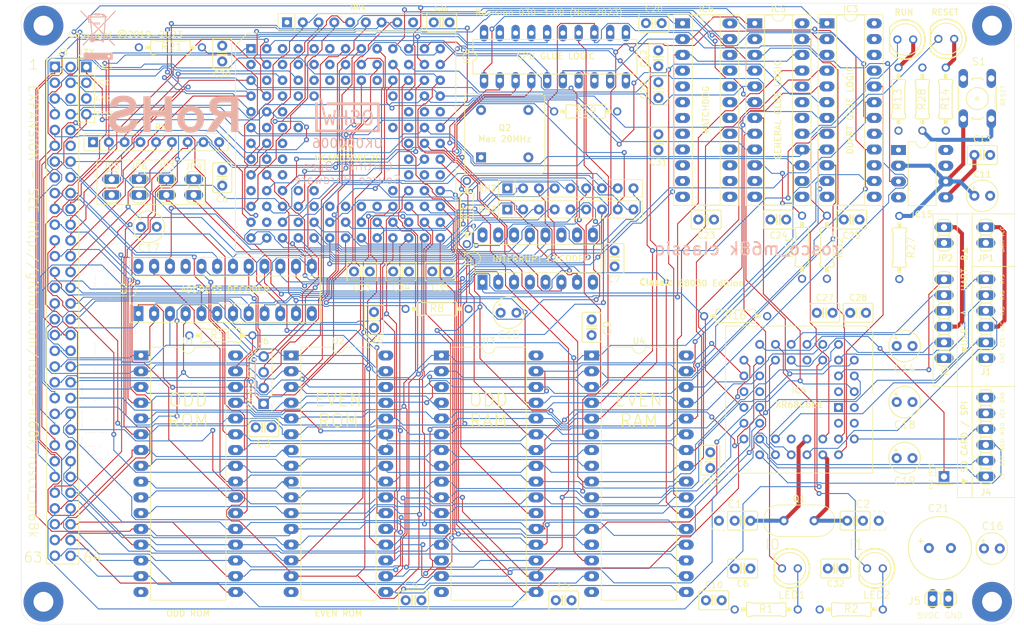
<source format=kicad_pcb>
(kicad_pcb (version 20221018) (generator pcbnew)
  (title_block (title "rosco_m68k Classic 68030 Edition") (date "2023-11-11") (rev "030-1.00") (company "The Really Old-School Company Limited") (comment 1 "OSHWA UK000006 (https://certification.oshwa.org/uk000006.html)") (comment 2 "https://github.com/rosco-m68k/rosco_m68k/blob/develop/LICENSE") (comment 3 "Open Source Hardware licenced under CERN Open Hardware Licence") (comment 4 "Copyright ©2019-2023 Ross Bamford & Contributors"))
  (layers (0 "F.Cu" signal "Top") (1 "In1.Cu" signal "Route2") (2 "In2.Cu" signal "Route15") (31 "B.Cu" signal "Bottom") (34 "B.Paste" user) (35 "F.Paste" user) (36 "B.SilkS" user "B.Silkscreen") (37 "F.SilkS" user "F.Silkscreen") (38 "B.Mask" user) (39 "F.Mask" user) (44 "Edge.Cuts" user))
  (net 0 "")
  (net 1 "IPL2")
  (net 2 "IPL1")
  (net 3 "IPL0")
  (net 4 "DTACK")
  (net 5 "BGACK")
  (net 6 "BR")
  (net 7 "RESET")
  (net 8 "BERR")
  (net 9 "CLK")
  (net 10 "LDS")
  (net 11 "UDS")
  (net 12 "AS")
  (net 13 "BG")
  (net 14 "FC2")
  (net 15 "FC1")
  (net 16 "FC0")
  (net 17 "VCC")
  (net 18 "GND")
  (net 19 "ODDROMSEL")
  (net 20 "EVENROMSEL")
  (net 21 "ODDRAMSEL")
  (net 22 "EVENRAMSEL")
  (net 23 "IOSEL")
  (net 24 "EXPSEL")
  (net 25 "Net-(IC4-X1{slash}CLK)")
  (net 26 "Net-(IC4-X2)")
  (net 27 "Net-(LED1-PadA)")
  (net 28 "Net-(LED2-PadA)")
  (net 29 "Net-(IC15-THR)")
  (net 30 "Net-(IC15-CV)")
  (net 32 "Net-(LED4-PadA)")
  (net 35 "HALT")
  (net 36 "RW")
  (net 37 "BOOT")
  (net 38 "VPA")
  (net 39 "E")
  (net 41 "Net-(LED3-PadA)")
  (net 47 "A6")
  (net 48 "A7")
  (net 49 "A8")
  (net 50 "A9")
  (net 51 "A10")
  (net 52 "A11")
  (net 53 "A12")
  (net 54 "A13")
  (net 55 "A14")
  (net 56 "A15")
  (net 57 "A16")
  (net 58 "A17")
  (net 59 "A3")
  (net 60 "A2")
  (net 61 "A1")
  (net 62 "D5")
  (net 63 "D6")
  (net 64 "D7")
  (net 65 "D8")
  (net 66 "D9")
  (net 67 "D10")
  (net 68 "D11")
  (net 69 "D12")
  (net 70 "D13")
  (net 71 "D14")
  (net 72 "D15")
  (net 73 "A23")
  (net 74 "A22")
  (net 75 "A21")
  (net 76 "A20")
  (net 77 "A19")
  (net 78 "A18")
  (net 79 "A5")
  (net 80 "A4")
  (net 81 "D0")
  (net 82 "D1")
  (net 83 "D2")
  (net 84 "D3")
  (net 85 "D4")
  (net 86 "ANYIACK")
  (net 87 "LGEXP")
  (net 91 "DUASEL")
  (net 94 "RXDA")
  (net 95 "TXDA")
  (net 96 "SPICS")
  (net 97 "SPIMISO")
  (net 99 "CTSA")
  (net 100 "SPICLK")
  (net 101 "SPIMOSI")
  (net 102 "TXDB")
  (net 103 "RXDB")
  (net 105 "CTSB")
  (net 107 "RTSA")
  (net 108 "DUAIACK")
  (net 109 "RTSB")
  (net 114 "RUNLED")
  (net 117 "HWRST")
  (net 124 "Net-(IC4-OP3)")
  (net 125 "Net-(IC4-OP5)")
  (net 134 "VCCUA")
  (net 135 "VCCUB")
  (net 137 "WR")
  (net 141 "ROM_RW")
  (net 142 "SPICS2")
  (net 143 "DUAIRQ")
  (net 146 "IRQ3")
  (net 147 "IRQ2")
  (net 148 "IRQ6")
  (net 149 "IRQ5")
  (net 156 "A0")
  (net 161 "SIZ0")
  (net 164 "SIZ1")
  (net 165 "DSACK0")
  (net 166 "CDIS")
  (net 167 "DBEN")
  (net 172 "DS")
  (net 183 "Net-(Q2-EN)")
  (net 184 "Net-(S1-P)")
  (net 186 "MMUDIS")
  (net 187 "STERM")
  (net 188 "CBACK")
  (net 190 "CIIN")
  (net 191 "D30")
  (net 193 "D29")
  (net 194 "D27")
  (net 195 "D24")
  (net 196 "D22")
  (net 197 "D20")
  (net 198 "D17")
  (net 199 "D31")
  (net 200 "D28")
  (net 201 "D26")
  (net 202 "D25")
  (net 203 "D23")
  (net 204 "D21")
  (net 205 "D19")
  (net 206 "D18")
  (net 207 "D16")
  (footprint "MountingHole:MountingHole_3.2mm_M3_Pad" (layer "F.Cu") (at 71.5 151.5)
    (fp_text reference "H1" hide)
    (fp_text value "MountingHole")
  )
  (footprint "MountingHole:MountingHole_3.2mm_M3_Pad" (layer "F.Cu") (at 71.5 58.7)
    (fp_text reference "H2" hide)
    (fp_text value "MountingHole")
  )
  (footprint "MountingHole:MountingHole_3.2mm_M3_Pad" (layer "F.Cu") (at 224.3 151.5)
    (fp_text reference "H4" hide)
    (fp_text value "MountingHole")
  )
  (footprint "rosco_m68k:B3F-10XX" (layer "F.Cu") (at 221.92 70.45 90)
    (fp_text reference "S1")
    (fp_text value "10-XX")
  )
  (footprint "MountingHole:MountingHole_3.2mm_M3_Pad" (layer "F.Cu") (at 224.3 58.7)
    (fp_text reference "H3" hide)
    (fp_text value "MountingHole")
  )
  (footprint "rosco_m68k:0207_10" (layer "F.Cu") (at 158.84 72.52 180)
    (fp_text reference "R19")
    (fp_text value "10K")
  )
  (footprint "rosco_m68k:C2.5_or_3.5-3" (layer "F.Cu") (at 184.116 138.443)
    (fp_text reference "C1")
    (fp_text value "7pF")
  )
  (footprint "rosco_m68k:C2.5-3" (layer "F.Cu") (at 163.495 96.2 -90)
    (fp_text reference "C7")
    (fp_text value "100nF")
  )
  (footprint "rosco_m68k:C2.5-3" (layer "F.Cu") (at 100.3 83.2 -90)
    (fp_text reference "C8")
    (fp_text value "100nF")
  )
  (footprint "rosco_m68k:C2.5-3" (layer "F.Cu") (at 159.8 107.289 -90)
    (fp_text reference "C9")
    (fp_text value "100nF")
  )
  (footprint "rosco_m68k:E2,5-5" (layer "F.Cu") (at 224.275 142.925)
    (fp_text reference "C16")
    (fp_text value "100uF")
  )
  (footprint "rosco_m68k:E2,5-5" (layer "F.Cu") (at 88.475 91.1)
    (fp_text reference "C17")
    (fp_text value "100uF")
  )
  (footprint "rosco_m68k:E2,5-5" (layer "F.Cu") (at 210.216 119.3295)
    (fp_text reference "C18")
    (fp_text value "100uF")
  )
  (footprint "rosco_m68k:C2.5-3" (layer "F.Cu") (at 169.817 58.3)
    (fp_text reference "C20")
    (fp_text value "100nF")
  )
  (footprint "rosco_m68k:C2.5-3" (layer "F.Cu") (at 178.25 89.929)
    (fp_text reference "C23")
    (fp_text value "100nF")
  )
  (footprint "rosco_m68k:C2.5-3" (layer "F.Cu") (at 189.8767 89.929)
    (fp_text reference "C24")
    (fp_text value "100nF")
  )
  (footprint "rosco_m68k:E2,5-5" (layer "F.Cu") (at 210.216 128.363)
    (fp_text reference "C19")
    (fp_text value "100uF")
  )
  (footprint "rosco_m68k:E3,5-10" (layer "F.Cu") (at 215.9 142.85)
    (fp_text reference "C21")
    (fp_text value "470uF")
  )
  (footprint "Package_LCC:PLCC-44_THT-Socket" (layer "F.Cu") (at 199.572 120.199 -90)
    (fp_text reference "IC4")
    (fp_text value "XR68C681CJTR-F")
  )
  (footprint "Package_DIP:DIP-24_W7.62mm_Socket_LongPads" (layer "F.Cu") (at 186.0767 58.3248)
    (fp_text reference "IC5")
    (fp_text value "ATF22V10C")
  )
  (footprint "rosco_m68k:1X02" (layer "F.Cu") (at 223.3 92.429 -90)
    (fp_text reference "JP1")
    (fp_text value "Jumper")
  )
  (footprint "rosco_m68k:LED5MM" (layer "F.Cu") (at 210.33 60.93 180)
    (fp_text reference "LED3" hide)
    (fp_text value "GREEN")
  )
  (footprint "rosco_m68k:LED5MM" (layer "F.Cu") (at 216.93 60.84 180)
    (fp_text reference "LED4" hide)
    (fp_text value "RED")
  )
  (footprint "Crystal:Crystal_HC49-4H_Vertical" (layer "F.Cu") (at 190.772 138.442)
    (fp_text reference "Q1")
    (fp_text value "3.6864MHz")
  )
  (footprint "Oscillator:Oscillator_DIP-8" (layer "F.Cu") (at 141.99 79.91)
    (fp_text reference "Q2")
    (fp_text value "5H8ET-20.000")
  )
  (footprint "Package_DIP:DIP-32_W15.24mm_LongPads" (layer "F.Cu") (at 159.8 111.8236)
    (fp_text reference "U4")
    (fp_text value "AS6C4008-55PCN")
  )
  (footprint "Package_DIP:DIP-32_W15.24mm_LongPads" (layer "F.Cu") (at 135.6 111.8236)
    (fp_text reference "U3")
    (fp_text value "AS6C4008-55PCN")
  )
  (footprint "Package_DIP:DIP-32_W15.24mm_LongPads" (layer "F.Cu") (at 111.4 111.8236)
    (fp_text reference "U2")
    (fp_text value "SST39SF040")
  )
  (footprint "Connector_PinHeader_2.54mm:PinHeader_2x32_P2.54mm_Vertical" (layer "F.Cu") (at 73.325 65.35)
    (fp_text reference "J3")
    (fp_text value "Conn_02x32_Odd_Even")
  )
  (footprint "rosco_m68k:0207_10" (layer "F.Cu") (at 134.9 104.324 180)
    (fp_text reference "R8")
    (fp_text value "4K7")
  )
  (footprint "Package_DIP:DIP-24_W7.62mm_Socket_LongPads" (layer "F.Cu") (at 174.45 58.3248)
    (fp_text reference "IC6")
    (fp_text value "ATF22V10C")
  )
  (footprint "rosco_m68k:C2.5-3" (layer "F.Cu") (at 178.918 128.692 90)
    (fp_text reference "C22")
    (fp_text value "100nF")
  )
  (footprint "rosco_m68k:C2.5-3" (layer "F.Cu") (at 124.75 106.1 90)
    (fp_text reference "C26")
    (fp_text value "100nF")
  )
  (footprint "rosco_m68k:C2.5_or_3.5-3" (layer "F.Cu") (at 202.24 138.443 180)
    (fp_text reference "C2")
    (fp_text value "7pF")
  )
  (footprint "rosco_m68k:C2.5-3" (layer "F.Cu") (at 222.729 79.525 180)
    (fp_text reference "C13")
    (fp_text value "100nF")
  )
  (footprint "rosco_m68k:C2.5-3" (layer "F.Cu") (at 197.339 104.952)
    (fp_text reference "C27")
    (fp_text value "100nF")
  )
  (footprint "rosco_m68k:1X06" (layer "F.Cu") (at 223.3 127.5 90)
    (fp_text reference "J4")
    (fp_text value "Conn_01x06" hide)
  )
  (footprint "rosco_m68k:E2,5-5" (layer "F.Cu") (at 210.216 110.296)
    (fp_text reference "C14")
    (fp_text value "100uF")
  )
  (footprint "rosco_m68k:E2,5-5" (layer "F.Cu") (at 146.419 104.943)
    (fp_text reference "C15")
    (fp_text value "100uF")
  )
  (footprint "rosco_m68k:1X06" (layer "F.Cu") (at 216.564 108.448 90)
    (fp_text reference "J2")
    (fp_text value "UART_B" hide)
  )
  (footprint "rosco_m68k:1X06" (layer "F.Cu") (at 223.3 108.448 90)
    (fp_text reference "J1")
    (fp_text value "UART_A" hide)
  )
  (footprint "rosco_m68k:1X02" (layer "F.Cu") (at 216 151)
    (fp_text reference "J5")
    (fp_text value "PWR")
  )
  (footprint "rosco_m68k:C2.5-3" (layer "F.Cu") (at 202.725 104.952)
    (fp_text reference "C28")
    (fp_text value "100nF")
  )
  (footprint "rosco_m68k:C2.5-3" (layer "F.Cu") (at 100.3 63.2 90)
    (fp_text reference "C30")
    (fp_text value "100nF")
  )
  (footprint "rosco_m68k:C2.5-3" (layer "F.Cu") (at 170.55 77.473 -90)
    (fp_text reference "C31")
    (fp_text value "100nF")
  )
  (footprint "Package_DIP:DIP-8_W7.62mm_LongPads" (layer "F.Cu") (at 209.23 78.7248)
    (fp_text reference "IC15")
    (fp_text value "555N")
  )
  (footprint "rosco_m68k:1X02" (layer "F.Cu") (at 216.564 92.429 -90)
    (fp_text reference "JP2")
    (fp_text value "Jumper")
  )
  (footprint "rosco_m68k:0207_10" (layer "F.Cu") (at 209.362 94.433 -90)
    (fp_text reference "R27")
    (fp_text value "2K2")
  )
  (footprint "rosco_m68k:0207_10" (layer "F.Cu") (at 213.078 70.53 -90)
    (fp_text reference "R28")
    (fp_text value "270R")
  )
  (footprint "rosco_m68k:0207_10" (layer "F.Cu") (at 209.23 70.53 -90)
    (fp_text reference "R13")
    (fp_text value "330R")
  )
  (footprint "rosco_m68k:0207_10" (layer "F.Cu") (at 91.95 62.2)
    (fp_text reference "R21")
    (fp_text value "1K2")
  )
  (footprint "rosco_m68k:0207_10" (layer "F.Cu") (at 216.85 70.53 -90)
    (fp_text reference "R14")
    (fp_text value "330R")
  )
  (footprint "rosco_m68k:1X02" (layer "F.Cu") (at 91.2967 84.7 -90)
    (fp_text reference "JP3")
    (fp_text value "Jumper")
  )
  (footprint "rosco_m68k:0207_10" (layer "F.Cu") (at 100.081 108.593)
    (fp_text reference "R11")
    (fp_text value "10K")
  )
  (footprint "rosco_m68k:LED5MM" (layer "F.Cu") (at 191.736 146.12 180)
    (fp_text reference "LED1")
    (fp_text value "GREEN")
  )
  (footprint "rosco_m68k:LED5MM" (layer "F.Cu") (at 205.434 146.122 180)
    (fp_text reference "LED2")
    (fp_text value "RED")
  )
  (footprint "rosco_m68k:0207_10" (layer "F.Cu") (at 187.926 152.746 180)
    (fp_text reference "R1")
    (fp_text value "330R")
  )
  (footprint "rosco_m68k:0207_10" (layer "F.Cu") (at 201.624 152.746 180)
    (fp_text reference "R2")
    (fp_text value "330R")
  )
  (footprint "rosco_m68k:1X02" (layer "F.Cu") (at 95.7 84.7 90)
    (fp_text reference "JP4")
    (fp_text value "Jumper")
  )
  (footprint "Package_DIP:DIP-32_W15.24mm_LongPads" (layer "F.Cu") (at 87.2 111.8236)
    (fp_text reference "U1")
    (fp_text value "SST39SF040")
  )
  (footprint "rosco_m68k:E2,5-5" (layer "F.Cu") (at 222.729 86.101)
    (fp_text reference "C11")
    (fp_text value "100uF")
  )
  (footprint "rosco_m68k:C2.5-3" (layer "F.Cu") (at 184.116 146.143)
    (fp_text reference "C6")
    (fp_text value "100nF")
  )
  (footprint "rosco_m68k:C2.5-3" (layer "F.Cu") (at 201.689 89.929 180)
    (fp_text reference "C25")
    (fp_text value "100nF")
  )
  (footprint "Package_DIP:DIP-24_W7.62mm_Socket_LongPads" (layer "F.Cu") (at 197.7033 58.3248)
    (fp_text reference "IC3")
    (fp_text value "ATF22V10C")
  )
  (footprint "rosco_m68k:0207_10" (layer "F.Cu") (at 197.7033 94.383 -90)
    (fp_text reference "R32")
    (fp_text value "4K7")
  )
  (footprint "rosco_m68k:C2.5-3" (layer "F.Cu") (at 170.55 69.08 -90)
    (fp_text reference "C29")
    (fp_text value "100nF")
  )
  (footprint "rosco_m68k:C2.5-3" (layer "F.Cu") (at 170.543 63.95 -90)
    (fp_text reference "C12")
    (fp_text value "100nF")
  )
  (footprint "Package_DIP:DIP-24_W7.62mm_Socket_LongPads" (layer "F.Cu") (at 86.787 105.081 90)
    (fp_text reference "IC2")
    (fp_text value "ATF22V10C")
  )
  (footprint "Connector_PinHeader_2.54mm:PinHeader_1x04_P2.54mm_Vertical" (layer "F.Cu") (at 106.971 119.607 180)
    (fp_text reference "J6")
    (fp_text value "Conn_01x04_Male")
  )
  (footprint "rosco_m68k:C2.5-3" (layer "F.Cu") (at 179.48 151.263 180)
    (fp_text reference "C10")
    (fp_text value "100nF")
  )
  (footprint "rosco_m68k:C2.5-3" (layer "F.Cu") (at 155.3 151.263)
    (fp_text reference "C5")
    (fp_text value "100nF")
  )
  (footprint "rosco_m68k:C2.5-3" (layer "F.Cu") (at 131.122 151.263)
    (fp_text reference "C4")
    (fp_text value "100nF")
  )
  (footprint "rosco_m68k:C2.5-3" (layer "F.Cu") (at 106.971 123.4)
    (fp_text reference "C3")
    (fp_text value "100nF")
  )
  (footprint "rosco_m68k:0207_10" (layer "F.Cu") (at 193.6967 94.383 -90)
    (fp_text reference "R31")
    (fp_text value "4K7")
  )
  (footprint "rosco_m68k:SM-rosco_m68k_logo" (layer "F.Cu") (at 85.598 57.658)
    (fp_text reference "rosco_m68k" hide)
    (fp_text value "SM-rosco_m68k_logo" hide)
  )
  (footprint "Connector_PinHeader_2.54mm:PinHeader_1x01_P2.54mm_Vertical" (layer "F.Cu") (at 216.564 131.31)
    (fp_text reference "J7" hide)
    (fp_text value "Conn_01x01_Male")
  )
  (footprint "Package_DIP:DIP-16_W7.62mm_LongPads" (layer "F.Cu") (at 142.225 100.025 90)
    (fp_text reference "IC7")
    (fp_text value "74LS148")
  )
  (footprint "rosco_m68k:0207_10" (layer "F.Cu") (at 139.7 88.8 90)
    (fp_text reference "R3")
    (fp_text value "4K7")
  )
  (footprint "rosco_m68k:0207_10" (layer "F.Cu") (at 183 105.5 180)
    (fp_text reference "R16")
    (fp_text value "4K7")
  )
  (footprint "rosco_m68k:SM-rosco_m68k_logo" (layer "F.Cu") (at 176.55 97.63)
    (fp_text reference "rosco_m68k_mid" hide)
    (fp_text value "SM-rosco_m68k_logo" hide)
  )
  (footprint "rosco_m68k:C2.5-3" (layer "F.Cu") (at 199.11 146.143)
    (fp_text reference "C32")
    (fp_text value "100nF")
  )
  (footprint "rosco_m68k:1X02" (layer "F.Cu") (at 82.49 84.7 -90)
    (fp_text reference "JP5")
    (fp_text value "Jumper")
  )
  (footprint "Connector_PinHeader_2.54mm:PinHeader_1x04_P2.54mm_Vertical" (layer "F.Cu") (at 78.405 65.35)
    (fp_text reference "J3-X1" hide)
    (fp_text value "Conn_01x04_Male")
  )
  (footprint "rosco_m68k:MC68030RC" (layer "F.Cu") (at 120.17 77.66 180)
    (fp_text reference "IC1")
    (fp_text value "MC68030RC_PGA")
  )
  (footprint "rosco_m68k:C2.5-3" (layer "F.Cu") (at 135.636 58.166)
    (fp_text reference "C36")
    (fp_text value "100nF")
  )
  (footprint "Resistor_THT:R_Array_SIP9" (layer "F.Cu") (at 110.729 58.166)
    (fp_text reference "RN4")
    (fp_text value "4K7")
  )
  (footprint "rosco_m68k:C2.5-3" (layer "F.Cu") (at 135.4 98.3)
    (fp_text reference "C35")
    (fp_text value "100nF")
  )
  (footprint "Resistor_THT:R_Array_SIP9" (layer "F.Cu") (at 146.225 88.3)
    (fp_text reference "RN3")
    (fp_text value "R_Network08")
  )
  (footprint "rosco_m68k:C2.5-3" (layer "F.Cu") (at 129.1 98.3)
    (fp_text reference "C34")
    (fp_text value "100nF")
  )
  (footprint "Resistor_THT:R_Array_SIP9" (layer "F.Cu") (at 146.225 84.9)
    (fp_text reference "RN2")
    (fp_text value "10K")
  )
  (footprint "rosco_m68k:DIL20" (layer "F.Cu") (at 153.9 63.7)
    (fp_text reference "IC8")
    (fp_text value "ATF16V8BQL")
  )
  (footprint "Resistor_THT:R_Array_SIP9" (layer "F.Cu") (at 79.49 77.46)
    (fp_text reference "RN1")
    (fp_text value "4K7")
  )
  (footprint "rosco_m68k:1X02" (layer "F.Cu") (at 86.8933 84.7 -90)
    (fp_text reference "JP6")
    (fp_text value "Jumper")
  )
  (footprint "rosco_m68k:C2.5-3" (layer "F.Cu") (at 122.8 98.3)
    (fp_text reference "C33")
    (fp_text value "100nF")
  )
  (footprint "rosco_m68k:OSHW_Mono_0.25_Scale" (layer "B.Cu") (at 120.4722 73.152 180)
    (fp_text reference "OSHW_Mono_0.25_Scale" hide)
    (fp_text value "UK000006")
  )
  (footprint "Symbol:RoHS-Logo_6mm_SilkScreen" (layer "B.Cu") (at 92.45 72.95 180)
    (fp_text reference "rohs" hide)
    (fp_text value "RoHS-Logo_6mm_SilkScreen" hide)
  )
  (footprint "Symbol:WEEE-Logo_5.6x8mm_SilkScreen" (layer "B.Cu") (at 80.3 60.2 180)
    (fp_text reference "weee" hide)
    (fp_text value "WEEE-Logo_5.6x8mm_SilkScreen" hide)
  )
  (footprint "rosco_m68k:MD-rosco_m68k_logo" (layer "B.Cu") (at 84.96 105.7524 -90)
    (fp_text reference "REF**" hide)
    (fp_text value "MD-rosco_m68k_logo" hide)
  )
  (gr_line (start 218.684 97.506) (end 214.86 97.506) (stroke (width 0.12)) (layer "F.SilkS"))
  (gr_line (start 80.1065 80.329) (end 80.1065 87.5) (stroke (width 0.12)) (layer "F.SilkS"))
  (gr_line (start 214.821 89.009) (end 214.821 116.816) (stroke (width 0.12)) (layer "F.SilkS"))
  (gr_line (start 218.702 97.484) (end 218.702 89.025) (stroke (width 0.12)) (layer "F.SilkS"))
  (gr_line (start 218.703 97.492) (end 218.703 116.788) (stroke (width 0.12)) (layer "F.SilkS"))
  (gr_line (start 221.099 97.426) (end 221.099 116.788) (stroke (width 0.12)) (layer "F.SilkS"))
  (gr_line (start 227.955 89.004) (end 214.87 89.004) (stroke (width 0.12)) (layer "F.SilkS"))
  (gr_line (start 97.4555 80.329) (end 80.1065 80.329) (stroke (width 0.12)) (layer "F.SilkS"))
  (gr_line (start 221.104 116.759) (end 221.104 134.687) (stroke (width 0.12)) (layer "F.SilkS"))
  (gr_line (start 221.144 97.492) (end 227.882 97.492) (stroke (width 0.12)) (layer "F.SilkS"))
  (gr_line (start 214.821 116.816) (end 227.949 116.816) (stroke (width 0.12)) (layer "F.SilkS"))
  (gr_line (start 218.753 134.714) (end 227.882 134.714) (stroke (width 0.12)) (layer "F.SilkS"))
  (gr_line (start 80.1065 87.5) (end 97.4935 87.5) (stroke (width 0.12)) (layer "F.SilkS"))
  (gr_line (start 227.882 97.492) (end 227.949 97.559) (stroke (width 0.12)) (layer "F.SilkS"))
  (gr_line (start 221.102 97.456) (end 221.102 89.088) (stroke (width 0.12)) (layer "F.SilkS"))
  (gr_line (start 218.723 116.758) (end 218.723 134.674) (stroke (width 0.12)) (layer "F.SilkS"))
  (gr_line (start 227.949 97.559) (end 227.949 97.492) (stroke (width 0.12)) (layer "F.SilkS"))
  (gr_line (start 97.4935 87.5) (end 97.4935 80.329) (stroke (width 0.12)) (layer "F.SilkS"))
  (gr_line (start 67.9 58.1) (end 67.9 152.1) (stroke (width 0.05)) (layer "Edge.Cuts"))
  (gr_line (start 70.9 55.1) (end 224.9 55.1) (stroke (width 0.05)) (layer "Edge.Cuts"))
  (gr_line (start 227.9 58.1) (end 227.9 152.1) (stroke (width 0.05)) (layer "Edge.Cuts"))
  (gr_line (start 70.9 155.1) (end 224.9 155.1) (stroke (width 0.05)) (layer "Edge.Cuts"))
  (gr_arc (start 67.9 58.1) (mid 68.77868 55.97868) (end 70.9 55.1) (stroke (width 0.05)) (layer "Edge.Cuts"))
  (gr_arc (start 227.9 152.1) (mid 227.02132 154.22132) (end 224.9 155.1) (stroke (width 0.05)) (layer "Edge.Cuts"))
  (gr_arc (start 70.9 155.1) (mid 68.77868 154.22132) (end 67.9 152.1) (stroke (width 0.05)) (layer "Edge.Cuts"))
  (gr_arc (start 224.9 55.1) (mid 227.02132 55.97868) (end 227.9 58.1) (stroke (width 0.05)) (layer "Edge.Cuts"))
  (gr_text "rosco_m68k classic" (at 199.97 95.81) (layer "B.SilkS") (effects (font (size 2 2) (thickness 0.3)) (justify left bottom mirror)))
  (gr_text "Certified Open\nSource Hardware" (at 120.4722 84.302) (layer "B.SilkS") (effects (font (size 1.35128 1.35128) (thickness 0.113792)) (justify bottom mirror)))
  (gr_text "63" (at 68.225 145.275) (layer "F.SilkS") (effects (font (size 1.59258 1.59258) (thickness 0.134112)) (justify left bottom)))
  (gr_text "UART VCC" (at 226.31114 95.324 90) (layer "F.SilkS") (effects (font (size 0.575 0.575) (thickness 0.08128)) (justify left bottom)))
  (gr_text "I1" (at 201.147 143.263) (layer "F.SilkS") (effects (font (size 1.6891 1.6891) (thickness 0.14224)) (justify left bottom)))
  (gr_text "RTS" (at 225.983 99.558 90) (layer "F.SilkS") (effects (font (size 0.575 0.575) (thickness 0.08128))))
  (gr_text "GND" (at 225.983 118.610001 90) (layer "F.SilkS") (effects (font (size 0.575 0.575) (thickness 0.08128))))
  (gr_text "▼ SD CARD / SPI" (at 219.8645 125.927 90) (layer "F.SilkS") (effects (font (size 1 1))))
  (gr_text "A23" (at 104.77 111.987001 90) (layer "F.SilkS") (effects (font (size 0.75 0.75) (thickness 0.1))))
  (gr_text "68030 Edition" (at 179.019 100.197) (layer "F.SilkS") (effects (font (size 1 1))))
  (gr_text "Revision 030-1.00 (Nov 2023)" (at 140.97 57.15) (layer "F.SilkS") (effects (font (size 1 1) (thickness 0.134112)) (justify left bottom)))
  (gr_text "ODD\nRAM" (at 143.2 123.542623) (layer "F.SilkS") (effects (font (size 2.07518 2.07518) (thickness 0.174752)) (justify bottom)))
  (gr_text "EVEN\nROM" (at 119 123.542623) (layer "F.SilkS") (effects (font (size 2.07518 2.07518) (thickness 0.174752)) (justify bottom)))
  (gr_text "EVEN\nRAM" (at 167.4 123.542623) (layer "F.SilkS") (effects (font (size 2.07518 2.07518) (thickness 0.174752)) (justify bottom)))
  (gr_text "64" (at 77.8 145.275) (layer "F.SilkS") (effects (font (size 1.59258 1.59258) (thickness 0.134112)) (justify left bottom)))
  (gr_text "EXPANSION - SEE http://github.com/rosco-m68k/rosco_m68k" (at 69 68.13239 270) (layer "F.SilkS") (effects (font (size 1.5 1.5) (thickness 0.113792)) (justify left bottom)))
  (gr_text "I0" (at 187.613 143.263) (layer "F.SilkS") (effects (font (size 1.6891 1.6891) (thickness 0.14224)) (justify left bottom)))
  (gr_text "5VDC GND\n" (at 219.617593 154.3) (layer "F.SilkS") (effects (font (size 0.9652 0.9652) (thickness 0.08128)) (justify right bottom)))
  (gr_text "1" (at 69.05 65.9) (layer "F.SilkS") (effects (font (size 1.59258 1.59258) (thickness 0.134112)) (justify left bottom)))
  (gr_text "Copyright ©2019-2023" (at 75.438 60.706) (layer "F.SilkS") (effects (font (size 1 1) (thickness 0.134)) (justify left bottom)))
  (gr_text "ODD\nROM" (at 94.8 123.542623) (layer "F.SilkS") (effects (font (size 2.07518 2.07518) (thickness 0.174752)) (justify bottom)))
  (gr_text "CS2 (SPI)" (at 214.47 131.310001 90) (layer "F.SilkS") (effects (font (size 0.575 0.575) (thickness 0.08128))))
  (gr_text "EVEN ROM" (at 119 153.371) (layer "F.SilkS") (effects (font (size 1 1))))
  (gr_text "A20" (at 104.77 119.607001 90) (layer "F.SilkS") (effects (font (size 0.75 0.75) (thickness 0.1))))
  (gr_text "RxD\n" (at 225.983 102.098 90) (layer "F.SilkS") (effects (font (size 0.575 0.575) (thickness 0.08128))))
  (gr_text "ODD ROM" (at 94.8 153.371) (layer "F.SilkS") (effects (font (size 1 1))))
  (gr_text "MISO" (at 225.983 123.69 90) (layer "F.SilkS") (effects (font (size 0.575 0.575) (thickness 0.08128))))
  (gr_text "GND" (at 81.109523 70.43) (layer "F.SilkS") (effects (font (size 0.8 0.8) (thickness 0.1))))
  (gr_text "GND" (at 225.983 112.258001 90) (layer "F.SilkS") (effects (font (size 0.575 0.575) (thickness 0.08128))))
  (gr_text "Classic" (at 170.2 100.047) (layer "F.SilkS") (effects (font (size 1 1) (thickness 0.25))))
  (gr_text "VCC" (at 225.983 107.178001 90) (layer "F.SilkS") (effects (font (size 0.575 0.575) (thickness 0.08128))))
  (gr_text "WATCHDOG" (at 178.1825 72.299801 90) (layer "F.SilkS") (effects (font (size 1 1))))
  (gr_text "HALT" (at 81.280952 65.35) (layer "F.SilkS") (effects (font (size 0.8 0.8) (thickness 0.1))))
  (gr_text "MC68030RC20" (at 120.4976 80.0354) (layer "F.SilkS") (effects (font (size 1 1))))
  (gr_text "RESET" (at 81.7 72.97) (layer "F.SilkS") (effects (font (size 0.8 0.8) (thickness 0.1))))
  (gr_text "TxD" (at 225.983 104.638001 90) (layer "F.SilkS") (effects (font (size 0.575 0.575) (thickness 0.08128))))
  (gr_text "CTS" (at 225.983 109.718 90) (layer "F.SilkS") (effects (font (size 0.575 0.575) (thickness 0.08128))))
  (gr_text "VCC" (at 225.983 121.150001 90) (layer "F.SilkS") (effects (font (size 0.575 0.575) (thickness 0.08128))))
  (gr_text "RESET" (at 216.7325 56.54) (layer "F.SilkS") (effects (font (size 0.9652 0.9652))))
  (gr_text "J3X" (at 78.4 63.03) (layer "F.SilkS") (effects (font (size 1 1))))
  (gr_text "Max 20MHz" (at 145.8 76.95) (layer "F.SilkS") (effects (font (size 1 1))))
  (gr_text "DUART GLUE LOGIC" (at 201.435832 72.2998 90) (layer "F.SilkS") (effects (font (size 1 1))))
  (gr_text "RESET" (at 226.12 69.97 90) (layer "F.SilkS") (effects (font (size 0.75 0.75) (thickness 0.08128))))
  (gr_text "VCC" (at 81.033333 67.89) (layer "F.SilkS") (effects (font (size 0.8 0.8) (thickness 0.1))))
  (gr_text "▼UART-A    UART-B▲" (at 219.8645 102.91 90) (layer "F.SilkS") (effects (font (size 1 1))))
  (gr_text "INTERRUPT ENCODER" (at 151.65 96.25) (layer "F.SilkS") (effects (font (size 1 1))))
  (gr_text "CS" (at 225.983 131.310001 90) (layer "F.SilkS") (effects (font (size 0.575 0.575) (thickness 0.08128))))
  (gr_text "CPU GLUE LOGIC" (at 154 63.6) (layer "F.SilkS") (effects (font (size 1 1))))
  (gr_text "XR68C681" (at 193.25 119.75) (layer "F.SilkS") (effects (font (size 1 1))))
  (gr_text "ADDRESS DECODER" (at 100.762 101.2135) (layer "F.SilkS") (effects (font (size 1 1))))
  (gr_text "A21" (at 104.77 117.067001 90) (layer "F.SilkS") (effects (font (size 0.75 0.75) (thickness 0.1))))
  (gr_text "SCK" (at 225.983 128.770001 90) (layer "F.SilkS") (effects (font (size 0.575 0.575) (thickness 0.08128))))
  (gr_text "MOSI" (at 225.983 126.23 90) (layer "F.SilkS") (effects (font (size 0.575 0.575) (thickness 0.08128))))
  (gr_text "GENERAL GLUE LOGIC" (at 189.809166 72.299801 90) (layer "F.SilkS") (effects (font (size 1 1))))
  (gr_text "RUN" (at 210.1125 56.54) (layer "F.SilkS") (effects (font (size 0.9652 0.9652))))
  (gr_text "A22" (at 104.77 114.527001 90) (layer "F.SilkS") (effects (font (size 0.75 0.75) (thickness 0.1))))
  (segment (start 137.6924 80.4141) (end 138.1236 80.4141) (width 0.152) (layer "F.Cu") (net 1))
  (segment (start 133.9578 78.7478) (end 136.0261 78.7478) (width 0.152) (layer "F.Cu") (net 1))
  (segment (start 132.87 77.66) (end 133.9578 78.7478) (width 0.152) (layer "F.Cu") (net 1))
  (segment (start 151.1094 100.6574) (end 151.9059 101.4539) (width 0.152) (layer "F.Cu") (net 1))
  (segment (start 146.1439 93.9129) (end 151.1094 98.8784) (width 0.152) (layer "F.Cu") (net 1))
  (segment (start 154.925 100.025) (end 154.925 101.4539) (width 0.152) (layer "F.Cu") (net 1))
  (segment (start 136.0261 78.7478) (end 137.6924 80.4141) (width 0.152) (layer "F.Cu") (net 1))
  (segment (start 138.1236 80.4141) (end 141.7692 84.0597) (width 0.152) (layer "F.Cu") (net 1))
  (segment (start 146.1439 90.9673) (end 146.1439 93.9129) (width 0.152) (layer "F.Cu") (net 1))
  (segment (start 151.1094 98.8784) (end 151.1094 100.6574) (width 0.152) (layer "F.Cu") (net 1))
  (segment (start 151.9059 101.4539) (end 154.925 101.4539) (width 0.152) (layer "F.Cu") (net 1))
  (segment (start 141.7692 86.5926) (end 146.1439 90.9673) (width 0.152) (layer "F.Cu") (net 1))
  (segment (start 141.7692 84.0597) (end 141.7692 86.5926) (width 0.152) (layer "F.Cu") (net 1))
  (segment (start 137.8592 80.1092) (end 138.2499 80.1092) (width 0.152) (layer "F.Cu") (net 2))
  (segment (start 156.7486 98.5961) (end 157.465 98.5961) (width 0.152) (layer "F.Cu") (net 2))
  (segment (start 145.016 86.8753) (end 146.7258 86.8753) (width 0.152) (layer "F.Cu") (net 2))
  (segment (start 151.115 94.4273) (end 153.3357 96.648) (width 0.152) (layer "F.Cu") (net 2))
  (segment (start 153.3357 96.648) (end 153.8242 96.648) (width 0.152) (layer "F.Cu") (net 2))
  (segment (start 147.3877 88.388) (end 149.6235 90.6238) (width 0.152) (layer "F.Cu") (net 2))
  (segment (start 147.3877 87.5372) (end 147.3877 88.388) (width 0.152) (layer "F.Cu") (net 2))
  (segment (start 138.2499 80.1092) (end 145.016 86.8753) (width 0.152) (layer "F.Cu") (net 2))
  (segment (start 149.9965 90.6238) (end 151.115 91.7423) (width 0.152) (layer "F.Cu") (net 2))
  (segment (start 135.41 77.66) (end 137.8592 80.1092) (width 0.152) (layer "F.Cu") (net 2))
  (segment (start 157.465 100.025) (end 157.465 98.5961) (width 0.152) (layer "F.Cu") (net 2))
  (segment (start 151.115 91.7423) (end 151.115 94.4273) (width 0.152) (layer "F.Cu") (net 2))
  (segment (start 146.7258 86.8753) (end 147.3877 87.5372) (width 0.152) (layer "F.Cu") (net 2))
  (segment (start 153.8242 96.648) (end 156 98.8238) (width 0.152) (layer "F.Cu") (net 2))
  (segment (start 156.5209 98.8238) (end 156.7486 98.5961) (width 0.152) (layer "F.Cu") (net 2))
  (segment (start 156 98.8238) (end 156.5209 98.8238) (width 0.152) (layer "F.Cu") (net 2))
  (segment (start 149.6235 90.6238) (end 149.9965 90.6238) (width 0.152) (layer "F.Cu") (net 2))
  (segment (start 140.1089 85.4178) (end 135.41 80.7189) (width 0.152) (layer "F.Cu") (net 3))
  (segment (start 140.2981 85.4178) (end 140.1089 85.4178) (width 0.152) (layer "F.Cu") (net 3))
  (via (at 140.2981 85.4178) (size 0.8) (drill 0.4) (layers "F.Cu" "B.Cu") (net 3))
  (segment (start 157.655 84.6376) (end 156.5703 83.5529) (width 0.152) (layer "B.Cu") (net 3))
  (segment (start 158.8554 86.3599) (end 157.655 85.1595) (width 0.152) (layer "B.Cu") (net 3))
  (segment (start 162.5396 87.8588) (end 161.0407 86.3599) (width 0.152) (layer "B.Cu") (net 3))
  (segment (start 160.5874 90.9761) (end 162.5396 89.0239) (width 0.152) (layer "B.Cu") (net 3))
  (segment (start 156.5703 83.5529) (end 142.163 83.5529) (width 0.152) (layer "B.Cu") (net 3))
  (segment (start 142.163 83.5529) (end 140.2981 85.4178) (width 0.152) (layer "B.Cu") (net 3))
  (segment (start 160.005 92.405) (end 160.005 90.9761) (width 0.152) (layer "B.Cu") (net 3))
  (segment (start 162.5396 89.0239) (end 162.5396 87.8588) (width 0.152) (layer "B.Cu") (net 3))
  (segment (start 161.0407 86.3599) (end 158.8554 86.3599) (width 0.152) (layer "B.Cu") (net 3))
  (segment (start 157.655 85.1595) (end 157.655 84.6376) (width 0.152) (layer "B.Cu") (net 3))
  (segment (start 160.005 90.9761) (end 160.5874 90.9761) (width 0.152) (layer "B.Cu") (net 3))
  (segment (start 73.325 136.47) (end 74.4039 136.47) (width 0.152) (layer "F.Cu") (net 4))
  (segment (start 105.9824 79.1476) (end 105.9824 80.6104) (width 0.152) (layer "F.Cu") (net 4))
  (segment (start 105.9584 67.1018) (end 104.8075 65.9509) (width 0.152) (layer "F.Cu") (net 4))
  (segment (start 74.4039 136.47) (end 74.4039 136.3582) (width 0.152) (layer "F.Cu") (net 4))
  (segment (start 84.0875 127.3021) (end 84.0875 95.7417) (width 0.152) (layer "F.Cu") (net 4))
  (segment (start 101.7688 63.2) (end 98.03 63.2) (width 0.152) (layer "F.Cu") (net 4))
  (segment (start 104.8297 73.8077) (end 105.1128 73.8077) (width 0.152) (layer "F.Cu") (net 4))
  (segment (start 103.9357 88.3171) (end 103.9357 81.7506) (width 0.152) (layer "F.Cu") (net 4))
  (segment (start 104.8075 65.9509) (end 104.5197 65.9509) (width 0.152) (layer "F.Cu") (net 4))
  (segment (start 105.9584 72.9621) (end 105.9584 67.1018) (width 0.152) (layer "F.Cu") (net 4))
  (segment (start 76.0715 135.3181) (end 84.0875 127.3021) (width 0.152) (layer "F.Cu") (net 4))
  (segment (start 105.1128 73.8077) (end 105.9584 72.9621) (width 0.152) (layer "F.Cu") (net 4))
  (segment (start 74.4039 136.3582) (end 75.444 135.3181) (width 0.152) (layer "F.Cu") (net 4))
  (segment (start 197.032 112.579) (end 196.0919 113.5191) (width 0.152) (layer "F.Cu") (net 4))
  (segment (start 105.7003 89.2548) (end 104.8734 89.2548) (width 0.152) (layer "F.Cu") (net 4))
  (segment (start 103.9078 80.6339) (end 103.9078 74.7296) (width 0.152) (layer "F.Cu") (net 4))
  (segment (start 103.9357 81.7506) (end 104.4801 81.2062) (width 0.152) (layer "F.Cu") (net 4))
  (segment (start 104.8734 89.2548) (end 103.9357 88.3171) (width 0.152) (layer "F.Cu") (net 4))
  (segment (start 92.0834 88.1127) (end 92.0834 95.8157) (width 0.152) (layer "F.Cu") (net 4))
  (segment (start 104.5197 65.9509) (end 101.7688 63.2) (width 0.152) (layer "F.Cu") (net 4))
  (segment (start 91.867 97.461) (end 91.867 96.0321) (width 0.152) (layer "F.Cu") (net 4))
  (segment (start 103.9078 74.7296) (end 104.8297 73.8077) (width 0.152) (layer "F.Cu") (net 4))
  (segment (start 104.4801 81.2062) (end 103.9078 80.6339) (width 0.152) (layer "F.Cu") (net 4))
  (segment (start 92.0834 95.8157) (end 91.867 96.0321) (width 0.152) (layer "F.Cu") (net 4))
  (segment (start 105.9824 80.6104) (end 105.3866 81.2062) (width 0.152) (layer "F.Cu") (net 4))
  (segment (start 196.0919 132.6034) (end 196.4447 132.9562) (width 0.152) (layer "F.Cu") (net 4))
  (segment (start 196.0919 113.5191) (end 196.0919 132.6034) (width 0.152) (layer "F.Cu") (net 4))
  (segment (start 105.3866 81.2062) (end 104.4801 81.2062) (width 0.152) (layer "F.Cu") (net 4))
  (segment (start 98.03 63.2) (end 97.03 62.2) (width 0.152) (layer "F.Cu") (net 4))
  (segment (start 107.47 77.66) (end 105.9824 79.1476) (width 0.152) (layer "F.Cu") (net 4))
  (segment (start 75.444 135.3181) (end 76.0715 135.3181) (width 0.152) (layer "F.Cu") (net 4))
  (segment (start 84.0875 95.7417) (end 83.9738 95.628) (width 0.152) (layer "F.Cu") (net 4))
  (via (at 196.4447 132.9562) (size 0.8) (drill 0.4) (layers "F.Cu" "B.Cu") (net 4))
  (via (at 92.0834 88.1127) (size 0.8) (drill 0.4) (layers "F.Cu" "B.Cu") (net 4))
  (via (at 105.7003 89.2548) (size 0.8) (drill 0.4) (layers "F.Cu" "B.Cu") (net 4))
  (via (at 83.9738 95.628) (size 0.8) (drill 0.4) (layers "F.Cu" "B.Cu") (net 4))
  (segment (start 80.3487 152.6503) (end 174.8288 152.6503) (width 0.152) (layer "B.Cu") (net 4))
  (segment (start 84.3779 96.0321) (end 83.9738 95.628) (width 0.152) (layer "B.Cu") (net 4))
  (segment (start 104.8257 89.2548) (end 105.7003 89.2548) (width 0.152) (layer "B.Cu") (net 4))
  (segment (start 73.325 137.5489) (end 73.1901 137.5489) (width 0.152) (layer "B.Cu") (net 4))
  (segment (start 91.867 96.0321) (end 84.3779 96.0321) (width 0.152) (layer "B.Cu") (net 4))
  (segment (start 91.867 97.461) (end 91.867 96.0321) (width 0.152) (layer "B.Cu") (net 4))
  (segment (start 103.6836 88.1127) (end 104.8257 89.2548) (width 0.152) (layer "B.Cu") (net 4))
  (segment (start 92.0834 88.1127) (end 103.6836 88.1127) (width 0.152) (layer "B.Cu") (net 4))
  (segment (start 73.325 136.47) (end 73.325 137.5489) (width 0.152) (layer "B.Cu") (net 4))
  (segment (start 72.235 138.504) (end 72.235 144.5366) (width 0.152) (layer "B.Cu") (net 4))
  (segment (start 174.8288 152.6503) (end 184.1754 143.3037) (width 0.152) (layer "B.Cu") (net 4))
  (segment (start 72.235 144.5366) (end 80.3487 152.6503) (width 0.152) (layer "B.Cu") (net 4))
  (segment (start 184.1754 135.763) (end 186.9822 132.9562) (width 0.152) (layer "B.Cu") (net 4))
  (segment (start 186.9822 132.9562) (end 196.4447 132.9562) (width 0.152) (layer "B.Cu") (net 4))
  (segment (start 184.1754 143.3037) (end 184.1754 135.763) (width 0.152) (layer "B.Cu") (net 4))
  (segment (start 73.1901 137.5489) (end 72.235 138.504) (width 0.152) (layer "B.Cu") (net 4))
  (segment (start 93.2005 67.8006) (end 93.2005 66.465) (width 0.152) (layer "F.Cu") (net 5))
  (segment (start 84.57 77.46) (end 84.57 76.4311) (width 0.152) (layer "F.Cu") (net 5))
  (segment (start 84.57 76.4311) (end 93.2005 67.8006) (width 0.152) (layer "F.Cu") (net 5))
  (via (at 93.2005 66.465) (size 0.8) (drill 0.4) (layers "F.Cu" "B.Cu") (net 5))
  (segment (start 83.5411 77.46) (end 81.6722 79.3289) (width 0.152) (layer "B.Cu") (net 5))
  (segment (start 73.2132 130.3111) (end 73.325 130.3111) (width 0.152) (layer "B.Cu") (net 5))
  (segment (start 72.1956 80.9968) (end 73.0588 81.86) (width 0.152) (layer "B.Cu") (net 5))
  (segment (start 72.1956 80.1234) (end 72.1956 80.9968) (width 0.152) (layer "B.Cu") (net 5))
  (segment (start 73.0085 84.4) (end 70.6497 86.7588) (width 0.152) (layer "B.Cu") (net 5))
  (segment (start 70.6497 86.7588) (end 70.6497 127.7476) (width 0.152) (layer "B.Cu") (net 5))
  (segment (start 110.01 67.5) (end 108.975 66.465) (width 0.152) (layer "B.Cu") (net 5))
  (segment (start 70.6497 127.7476) (end 73.2132 130.3111) (width 0.152) (layer "B.Cu") (net 5))
  (segment (start 74.4307 82.7055) (end 74.4307 83.5696) (width 0.152) (layer "B.Cu") (net 5))
  (segment (start 74.4307 83.5696) (end 73.6003 84.4) (width 0.152) (layer "B.Cu") (net 5))
  (segment (start 108.975 66.465) (end 93.2005 66.465) (width 0.152) (layer "B.Cu") (net 5))
  (segment (start 73.0588 81.86) (end 73.5852 81.86) (width 0.152) (layer "B.Cu") (net 5))
  (segment (start 84.57 77.46) (end 83.5411 77.46) (width 0.152) (layer "B.Cu") (net 5))
  (segment (start 73.6003 84.4) (end 73.0085 84.4) (width 0.152) (layer "B.Cu") (net 5))
  (segment (start 81.6722 79.3289) (end 72.9901 79.3289) (width 0.152) (layer "B.Cu") (net 5))
  (segment (start 73.5852 81.86) (end 74.4307 82.7055) (width 0.152) (layer "B.Cu") (net 5))
  (segment (start 72.9901 79.3289) (end 72.1956 80.1234) (width 0.152) (layer "B.Cu") (net 5))
  (segment (start 73.325 131.39) (end 73.325 130.3111) (width 0.152) (layer "B.Cu") (net 5))
  (segment (start 73.0063 104.7285) (end 71.8453 103.5675) (width 0.152) (layer "F.Cu") (net 6))
  (segment (start 73.325 133.93) (end 73.325 132.8511) (width 0.152) (layer "F.Cu") (net 6))
  (segment (start 74.595 105.7313) (end 73.5922 104.7285) (width 0.152) (layer "F.Cu") (net 6))
  (segment (start 75.5392 107.26) (end 74.595 106.3158) (width 0.152) (layer "F.Cu") (net 6))
  (segment (start 76.1869 107.26) (end 75.5392 107.26) (width 0.152) (layer "F.Cu") (net 6))
  (segment (start 76.9817 131.7991) (end 76.9817 108.0548) (width 0.152) (layer "F.Cu") (net 6))
  (segment (start 82.03 77.9744) (end 82.03 79.0693) (width 0.152) (layer "F.Cu") (net 6))
  (segment (start 77.1292 83.9701) (end 82.03 79.0693) (width 0.152) (layer "F.Cu") (net 6))
  (segment (start 75.6762 86.8124) (end 76.2955 86.8124) (width 0.152) (layer "F.Cu") (net 6))
  (segment (start 74.595 106.3158) (end 74.595 105.7313) (width 0.152) (layer "F.Cu") (net 6))
  (segment (start 74.6352 87.8534) (end 75.6762 86.8124) (width 0.152) (layer "F.Cu") (net 6))
  (segment (start 73.5922 104.7285) (end 73.0063 104.7285) (width 0.152) (layer "F.Cu") (net 6))
  (segment (start 71.8453 90.6628) (end 73.0281 89.48) (width 0.152) (layer "F.Cu") (net 6))
  (segment (start 76.2955 86.8124) (end 77.1292 85.9787) (width 0.152) (layer "F.Cu") (net 6))
  (segment (start 74.6352 88.4742) (end 74.6352 87.8534) (width 0.152) (layer "F.Cu") (net 6))
  (segment (start 76.9817 108.0548) (end 76.1869 107.26) (width 0.152) (layer "F.Cu") (net 6))
  (segment (start 73.0281 89.48) (end 73.6294 89.48) (width 0.152) (layer "F.Cu") (net 6))
  (segment (start 73.6294 89.48) (end 74.6352 88.4742) (width 0.152) (layer "F.Cu") (net 6))
  (segment (start 73.325 132.8511) (end 75.9297 132.8511) (width 0.152) (layer "F.Cu") (net 6))
  (segment (start 75.9297 132.8511) (end 76.9817 131.7991) (width 0.152) (layer "F.Cu") (net 6))
  (segment (start 71.8453 103.5675) (end 71.8453 90.6628) (width 0.152) (layer "F.Cu") (net 6))
  (segment (start 82.03 77.46) (end 82.03 63.6321) (width 0.152) (layer "F.Cu") (net 6))
  (segment (start 77.1292 85.9787) (end 77.1292 83.9701) (width 0.152) (layer "F.Cu") (net 6))
  (via (at 82.03 63.6321) (size 0.8) (drill 0.4) (layers "F.Cu" "B.Cu") (net 6))
  (segment (start 104.93 62.42) (end 103.9391 62.42) (width 0.152) (layer "B.Cu") (net 6))
  (segment (start 103.2617 63.0974) (end 82.5647 63.0974) (width 0.152) (layer "B.Cu") (net 6))
  (segment (start 103.9391 62.42) (end 103.2617 63.0974) (width 0.152) (layer "B.Cu") (net 6))
  (segment (start 82.5647 63.0974) (end 82.03 63.6321) (width 0.152) (layer "B.Cu") (net 6))
  (segment (start 195.0172 106.5661) (end 195.0172 91.9891) (width 0.152) (layer "F.Cu") (net 7))
  (segment (start 197.7033 89.303) (end 195.1256 86.7253) (width 0.152) (layer "F.Cu") (net 7))
  (segment (start 71.5404 83.3501) (end 73.0305 81.86) (width 0.152) (layer "F.Cu") (net 7))
  (segment (start 197.032 125.279) (end 198.0013 124.3097) (width 0.152) (layer "F.Cu") (net 7))
  (segment (start 195.1256 86.7253) (end 195.1256 78.6448) (width 0.152) (layer "F.Cu") (net 7))
  (segment (start 71.5404 105.7445) (end 71.5404 83.3501) (width 0.152) (layer "F.Cu") (net 7))
  (segment (start 198.0013 112.2111) (end 197.0992 111.309) (width 0.152) (layer "F.Cu") (net 7))
  (segment (start 193.6967 78.6448) (end 195.1256 78.6448) (width 0.152) (layer "F.Cu") (net 7))
  (segment (start 78.405 74.5213) (end 78.405 72.97) (width 0.152) (layer "F.Cu") (net 7))
  (segment (start 73.6395 81.86) (end 74.7861 80.7134) (width 0.152) (layer "F.Cu") (net 7))
  (segment (start 74.7861 108.53) (end 74.7861 108.4182) (width 0.152) (layer "F.Cu") (net 7))
  (segment (start 76.1463 76.78) (end 78.405 74.5213) (width 0.152) (layer "F.Cu") (net 7))
  (segment (start 75.5507 76.78) (end 76.1463 76.78) (width 0.152) (layer "F.Cu") (net 7))
  (segment (start 197.0992 111.309) (end 196.9589 111.309) (width 0.152) (layer "F.Cu") (net 7))
  (segment (start 195.969 107.5179) (end 195.0172 106.5661) (width 0.152) (layer "F.Cu") (net 7))
  (segment (start 74.7861 80.7134) (end 74.7861 77.5446) (width 0.152) (layer "F.Cu") (net 7))
  (segment (start 74.7861 108.4182) (end 73.5205 107.1526) (width 0.152) (layer "F.Cu") (net 7))
  (segment (start 195.969 110.3191) (end 195.969 107.5179) (width 0.152) (layer "F.Cu") (net 7))
  (segment (start 75.865 108.53) (end 74.7861 108.53) (width 0.152) (layer "F.Cu") (net 7))
  (segment (start 198.0013 124.3097) (end 198.0013 112.2111) (width 0.152) (layer "F.Cu") (net 7))
  (segment (start 74.7861 77.5446) (end 75.5507 76.78) (width 0.152) (layer "F.Cu") (net 7))
  (segment (start 72.9485 107.1526) (end 71.5404 105.7445) (width 0.152) (layer "F.Cu") (net 7))
  (segment (start 73.0305 81.86) (end 73.6395 81.86) (width 0.152) (layer "F.Cu") (net 7))
  (segment (start 195.0172 91.9891) (end 197.7033 89.303) (width 0.152) (layer "F.Cu") (net 7))
  (segment (start 196.9589 111.309) (end 195.969 110.3191) (width 0.152) (layer "F.Cu") (net 7))
  (segment (start 73.5205 107.1526) (end 72.9485 107.1526) (width 0.152) (layer "F.Cu") (net 7))
  (segment (start 141.0447 80.9454) (end 140.6737 80.5744) (width 0.152) (layer "B.Cu") (net 7))
  (segment (start 194.4112 78.6448) (end 193.284 79.772) (width 0.152) (layer "B.Cu") (net 7))
  (segment (start 194.4112 78.6448) (end 195.1256 78.6448) (width 0.152) (layer "B.Cu") (net 7))
  (segment (start 131.8625 76.1275) (end 132.87 75.12) (width 0.152) (layer "B.Cu") (net 7))
  (segment (start 128.7586 76.8866) (end 129.5177 76.1275) (width 0.152) (layer "B.Cu") (net 7))
  (segment (start 199.0648 75.0691) (end 204.3791 69.7548) (width 0.152) (layer "B.Cu") (net 7))
  (segment (start 193.284 79.772) (end 152.7139 79.772) (width 0.152) (layer "B.Cu") (net 7))
  (segment (start 119.9939 76.8866) (end 128.7586 76.8866) (width 0.152) (layer "B.Cu") (net 7))
  (segment (start 100.1142 72.97) (end 103.5766 76.4324) (width 0.152) (layer "B.Cu") (net 7))
  (segment (start 137.0666 76.1495) (end 133.8995 76.1495) (width 0.152) (layer "B.Cu") (net 7))
  (segment (start 140.6737 79.7566) (end 137.0666 76.1495) (width 0.152) (layer "B.Cu") (net 7))
  (segment (start 119.5397 76.4324) (end 119.9939 76.8866) (width 0.152) (layer "B.Cu") (net 7))
  (segment (start 103.5766 76.4324) (end 119.5397 76.4324) (width 0.152) (layer "B.Cu") (net 7))
  (segment (start 196.8717 75.0691) (end 199.0648 75.0691) (width 0.152) (layer "B.Cu") (net 7))
  (segment (start 78.405 72.97) (end 100.1142 72.97) (width 0.152) (layer "B.Cu") (net 7))
  (segment (start 133.8995 76.1495) (end 132.87 75.12) (width 0.152) (layer "B.Cu") (net 7))
  (segment (start 195.1256 76.8152) (end 196.8717 75.0691) (width 0.152) (layer "B.Cu") (net 7))
  (segment (start 140.6737 80.5744) (end 140.6737 79.7566) (width 0.152) (layer "B.Cu") (net 7))
  (segment (start 204.3791 69.7548) (end 206.7452 69.7548) (width 0.152) (layer "B.Cu") (net 7))
  (segment (start 151.5405 80.9454) (end 141.0447 80.9454) (width 0.152) (layer "B.Cu") (net 7))
  (segment (start 206.7452 69.7548) (end 215.66 60.84) (width 0.152) (layer "B.Cu") (net 7))
  (segment (start 152.7139 79.772) (end 151.5405 80.9454) (width 0.152) (layer "B.Cu") (net 7))
  (segment (start 129.5177 76.1275) (end 131.8625 76.1275) (width 0.152) (layer "B.Cu") (net 7))
  (segment (start 195.1256 78.6448) (end 195.1256 76.8152) (width 0.152) (layer "B.Cu") (net 7))
  (segment (start 108.4848 70.4785) (end 107.6533 71.31) (width 0.152) (layer "F.Cu") (net 8))
  (segment (start 74.4426 78.5208) (end 74.4426 75.3986) (width 0.152) (layer "F.Cu") (net 8))
  (segment (start 104.93 79.3984) (end 104.93 80.2) (width 0.152) (layer "F.Cu") (net 8))
  (segment (start 106.3074 78.021) (end 104.93 79.3984) (width 0.152) (layer "F.Cu") (net 8))
  (segment (start 109.8268 63.69) (end 108.4848 65.032) (width 0.152) (layer "F.Cu") (net 8))
  (segment (start 111.1285 62.7548) (end 110.1933 63.69) (width 0.152) (layer "F.Cu") (net 8))
  (segment (start 108.4848 65.032) (end 108.4848 70.4785) (width 0.152) (layer "F.Cu") (net 8))
  (segment (start 110.1933 63.69) (end 109.8268 63.69) (width 0.152) (layer "F.Cu") (net 8))
  (segment (start 113.269 59.1949) (end 111.1285 61.3354) (width 0.152) (layer "F.Cu") (net 8))
  (segment (start 106.3074 72.2894) (end 106.3074 78.021) (width 0.152) (layer "F.Cu") (net 8))
  (segment (start 73.6836 79.2798) (end 74.4426 78.5208) (width 0.152) (layer "F.Cu") (net 8))
  (segment (start 73.0972 79.2798) (end 73.6836 79.2798) (width 0.152) (layer "F.Cu") (net 8))
  (segment (start 111.1285 61.3354) (end 111.1285 62.7548) (width 0.152) (layer "F.Cu") (net 8))
  (segment (start 75.5019 74.3393) (end 76.6808 74.3393) (width 0.152) (layer "F.Cu") (net 8))
  (segment (start 73.325 125.2311) (end 73.19 125.2311) (width 0.152) (layer "F.Cu") (net 8))
  (segment (start 113.269 58.166) (end 113.269 59.1949) (width 0.152) (layer "F.Cu") (net 8))
  (segment (start 73.325 126.31) (end 73.325 125.2311) (width 0.152) (layer "F.Cu") (net 8))
  (segment (start 71.2335 123.2746) (end 71.2335 81.1435) (width 0.152) (layer "F.Cu") (net 8))
  (segment (start 107.6533 71.31) (end 107.2868 71.31) (width 0.152) (layer "F.Cu") (net 8))
  (segment (start 73.19 125.2311) (end 71.2335 123.2746) (width 0.152) (layer "F.Cu") (net 8))
  (segment (start 74.4426 75.3986) (end 75.5019 74.3393) (width 0.152) (layer "F.Cu") (net 8))
  (segment (start 107.2868 71.31) (end 106.3074 72.2894) (width 0.152) (layer "F.Cu") (net 8))
  (segment (start 71.2335 81.1435) (end 73.0972 79.2798) (width 0.152) (layer "F.Cu") (net 8))
  (via (at 76.6808 74.3393) (size 0.8) (drill 0.4) (layers "F.Cu" "B.Cu") (net 8))
  (segment (start 104.005 80.2) (end 99.3833 75.5783) (width 0.152) (layer "B.Cu") (net 8))
  (segment (start 176.13 56.2483) (end 143.0929 56.2483) (width 0.152) (layer "B.Cu") (net 8))
  (segment (start 104.93 80.2) (end 104.005 80.2) (width 0.152) (layer "B.Cu") (net 8))
  (segment (start 182.07 60.8648) (end 180.6411 60.8648) (width 0.152) (layer "B.Cu") (net 8))
  (segment (start 180.6411 60.8648) (end 180.6411 60.7594) (width 0.152) (layer "B.Cu") (net 8))
  (segment (start 115.7032 56.7607) (end 114.2979 58.166) (width 0.152) (layer "B.Cu") (net 8))
  (segment (start 77.9198 75.5783) (end 76.6808 74.3393) (width 0.152) (layer "B.Cu") (net 8))
  (segment (start 113.269 58.166) (end 114.2979 58.166) (width 0.152) (layer "B.Cu") (net 8))
  (segment (start 143.0929 56.2483) (end 142.5805 56.7607) (width 0.152) (layer "B.Cu") (net 8))
  (segment (start 180.6411 60.7594) (end 176.13 56.2483) (width 0.152) (layer "B.Cu") (net 8))
  (segment (start 99.3833 75.5783) (end 77.9198 75.5783) (width 0.152) (layer "B.Cu") (net 8))
  (segment (start 142.5805 56.7607) (end 115.7032 56.7607) (width 0.152) (layer "B.Cu") (net 8))
  (segment (start 143.74 64.6903) (end 143.74 59.2296) (width 0.152) (layer "F.Cu") (net 9))
  (segment (start 142.47 65.9603) (end 143.74 64.6903) (width 0.152) (layer "F.Cu") (net 9))
  (segment (start 142.47 67.51) (end 142.47 65.9603) (width 0.152) (layer "F.Cu") (net 9))
  (via (at 143.74 59.2296) (size 0.8) (drill 0.4) (layers "F.Cu" "B.Cu") (net 9))
  (segment (start 76.9439 68.0258) (end 78.2612 69.3431) (width 0.152) (layer "B.Cu") (net 9))
  (segment (start 174.45 58.3248) (end 173.0211 58.3248) (width 0.152) (layer "B.Cu") (net 9))
  (segment (start 101.998 69.648) (end 104.93 72.58) (width 0.152) (layer "B.Cu") (net 9))
  (segment (start 145.746 57.2236) (end 171.9199 57.2236) (width 0.152) (layer "B.Cu") (net 9))
  (segment (start 94.2194 69.3431) (end 94.5243 69.648) (width 0.152) (layer "B.Cu") (net 9))
  (segment (start 171.9199 57.2236) (end 173.0211 58.3248) (width 0.152) (layer "B.Cu") (net 9))
  (segment (start 76.9439 67.89) (end 76.9439 68.0258) (width 0.152) (layer "B.Cu") (net 9))
  (segment (start 75.865 67.89) (end 76.9439 67.89) (width 0.152) (layer "B.Cu") (net 9))
  (segment (start 143.74 59.2296) (end 145.746 57.2236) (width 0.152) (layer "B.Cu") (net 9))
  (segment (start 78.2612 69.3431) (end 94.2194 69.3431) (width 0.152) (layer "B.Cu") (net 9))
  (segment (start 94.5243 69.648) (end 101.998 69.648) (width 0.152) (layer "B.Cu") (net 9))
  (segment (start 154.2807 69.3779) (end 154.2807 58.8613) (width 0.152) (layer "F.Cu") (net 10))
  (segment (start 154.2807 58.8613) (end 154.8017 58.3403) (width 0.152) (layer "F.Cu") (net 10))
  (segment (start 160.25 59.89) (end 160.25 58.3403) (width 0.152) (layer "F.Cu") (net 10))
  (segment (start 203.6347 73.3051) (end 203.6347 64.8443) (width 0.152) (layer "F.Cu") (net 10))
  (segment (start 205.3233 73.5648) (end 203.8944 73.5648) (width 0.152) (layer "F.Cu") (net 10))
  (segment (start 154.8017 58.3403) (end 160.25 58.3403) (width 0.152) (layer "F.Cu") (net 10))
  (segment (start 153.7624 90.4375) (end 152.7773 89.4524) (width 0.152) (layer "F.Cu") (net 10))
  (segment (start 203.8944 73.5648) (end 203.6347 73.3051) (width 0.152) (layer "F.Cu") (net 10))
  (segment (start 152.7773 89.4524) (end 152.7773 70.8813) (width 0.152) (layer "F.Cu") (net 10))
  (segment (start 153.7624 95.2961) (end 153.7624 90.4375) (width 0.152) (layer "F.Cu") (net 10))
  (segment (start 156.2256 98.1602) (end 156.2256 97.7593) (width 0.152) (layer "F.Cu") (net 10))
  (segment (start 156.2256 97.7593) (end 153.7624 95.2961) (width 0.152) (layer "F.Cu") (net 10))
  (segment (start 152.7773 70.8813) (end 154.2807 69.3779) (width 0.152) (layer "F.Cu") (net 10))
  (via (at 203.6347 64.8443) (size 0.8) (drill 0.4) (layers "F.Cu" "B.Cu") (net 10))
  (via (at 156.2256 98.1602) (size 0.8) (drill 0.4) (layers "F.Cu" "B.Cu") (net 10))
  (segment (start 198.6263 59.8359) (end 203.6347 64.8443) (width 0.152) (layer "B.Cu") (net 10))
  (segment (start 143.1198 98.5961) (end 141.3208 98.5961) (width 0.152) (layer "B.Cu") (net 10))
  (segment (start 156.2256 98.1602) (end 154.9211 98.1602) (width 0.152) (layer "B.Cu") (net 10))
  (segment (start 166.8566 59.4986) (end 176.9611 59.4986) (width 0.152) (layer "B.Cu") (net 10))
  (segment (start 162.4217 58.3403) (end 165.6983 58.3403) (width 0.152) (layer "B.Cu") (net 10))
  (segment (start 104.9509 103.3353) (end 104.567 103.7192) (width 0.152) (layer "B.Cu") (net 10))
  (segment (start 144.2374 101.4539) (end 143.3877 100.6042) (width 0.152) (layer "B.Cu") (net 10))
  (segment (start 141.3208 98.5961) (end 140.7032 99.2137) (width 0.152) (layer "B.Cu") (net 10))
  (segment (start 165.6983 58.3403) (end 166.8566 59.4986) (width 0.152) (layer "B.Cu") (net 10))
  (segment (start 185.2505 59.8359) (end 195.432 59.8359) (width 0.152) (layer "B.Cu") (net 10))
  (segment (start 140.7032 99.2137) (end 140.7032 99.8985) (width 0.152) (layer "B.Cu") (net 10))
  (segment (start 196.0029 59.8859) (end 196.0529 59.8359) (width 0.152) (layer "B.Cu") (net 10))
  (segment (start 104.567 103.6521) (end 103.3474 102.4325) (width 0.152) (layer "B.Cu") (net 10))
  (segment (start 153.4139 99.6674) (end 153.4139 100.8917) (width 0.152) (layer "B.Cu") (net 10))
  (segment (start 111.5373 102.0064) (end 110.5133 103.0304) (width 0.152) (layer "B.Cu") (net 10))
  (segment (start 116.4421 102.1642) (end 112.9356 102.1642) (width 0.152) (layer "B.Cu") (net 10))
  (segment (start 152.8517 101.4539) (end 144.2374 101.4539) (width 0.152) (layer "B.Cu") (net 10))
  (segment (start 176.9611 59.4986) (end 179.3668 61.9043) (width 0.152) (layer "B.Cu") (net 10))
  (segment (start 195.482 59.8859) (end 196.0029 59.8859) (width 0.152) (layer "B.Cu") (net 10))
  (segment (start 112.9356 102.1642) (end 112.7778 102.0064) (width 0.152) (layer "B.Cu") (net 10))
  (segment (start 143.3877 100.6042) (end 143.3877 98.864) (width 0.152) (layer "B.Cu") (net 10))
  (segment (start 116.5391 102.0672) (end 116.4421 102.1642) (width 0.152) (layer "B.Cu") (net 10))
  (segment (start 143.3877 98.864) (end 143.1198 98.5961) (width 0.152) (layer "B.Cu") (net 10))
  (segment (start 179.3668 61.9043) (end 183.1821 61.9043) (width 0.152) (layer "B.Cu") (net 10))
  (segment (start 110.5133 103.0304) (end 108.9362 103.0304) (width 0.152) (layer "B.Cu") (net 10))
  (segment (start 108.9362 103.0304) (end 108.6313 103.3353) (width 0.152) (layer "B.Cu") (net 10))
  (segment (start 108.6313 103.3353) (end 104.9509 103.3353) (width 0.152) (layer "B.Cu") (net 10))
  (segment (start 112.7778 102.0064) (end 111.5373 102.0064) (width 0.152) (layer "B.Cu") (net 10))
  (segment (start 154.9211 98.1602) (end 153.4139 99.6674) (width 0.152) (layer "B.Cu") (net 10))
  (segment (start 160.6738 61.4397) (end 161.38 60.7335) (width 0.152) (layer "B.Cu") (net 10))
  (segment (start 153.4139 100.8917) (end 152.8517 101.4539) (width 0.152) (layer "B.Cu") (net 10))
  (segment (start 75.865 103.45) (end 76.9439 103.45) (width 0.152) (layer "B.Cu") (net 10))
  (segment (start 196.0529 59.8359) (end 198.6263 59.8359) (width 0.152) (layer "B.Cu") (net 10))
  (segment (start 161.38 59.382) (end 162.4217 58.3403) (width 0.152) (layer "B.Cu") (net 10))
  (segment (start 103.3474 102.4325) (end 77.9614 102.4325) (width 0.152) (layer "B.Cu") (net 10))
  (segment (start 183.1821 61.9043) (end 185.2505 59.8359) (width 0.152) (layer "B.Cu") (net 10))
  (segment (start 138.5345 102.0672) (end 116.5391 102.0672) (width 0.152) (layer "B.Cu") (net 10))
  (segment (start 160.25 61.4397) (end 160.6738 61.4397) (width 0.152) (layer "B.Cu") (net 10))
  (segment (start 77.9614 102.4325) (end 76.9439 103.45) (width 0.152) (layer "B.Cu") (net 10))
  (segment (start 195.432 59.8359) (end 195.482 59.8859) (width 0.152) (layer "B.Cu") (net 10))
  (segment (start 140.7032 99.8985) (end 138.5345 102.0672) (width 0.152) (layer "B.Cu") (net 10))
  (segment (start 160.25 59.89) (end 160.25 61.4397) (width 0.152) (layer "B.Cu") (net 10))
  (segment (start 104.567 103.7192) (end 104.567 103.6521) (width 0.152) (layer "B.Cu") (net 10))
  (segment (start 161.38 60.7335) (end 161.38 59.382) (width 0.152) (layer "B.Cu") (net 10))
  (segment (start 104.567 104.3665) (end 104.567 103.7192) (width 0.152) (layer "B.Cu") (net 10))
  (segment (start 162.5069 83.0022) (end 158.9042 79.3995) (width 0.152) (layer "F.Cu") (net 11))
  (segment (start 158.9042 79.3995) (end 158.9042 62.6339) (width 0.152) (layer "F.Cu") (net 11))
  (segment (start 158.9042 62.6339) (end 157.71 61.4397) (width 0.152) (layer "F.Cu") (net 11))
  (segment (start 161.6951 89.7631) (end 162.5069 88.9513) (width 0.152) (layer "F.Cu") (net 11))
  (segment (start 162.5069 88.9513) (end 162.5069 83.0022) (width 0.152) (layer "F.Cu") (net 11))
  (segment (start 161.6951 103.3203) (end 161.6951 89.7631) (width 0.152) (layer "F.Cu") (net 11))
  (segment (start 157.71 59.89) (end 157.71 61.4397) (width 0.152) (layer "F.Cu") (net 11))
  (via (at 161.6951 103.3203) (size 0.8) (drill 0.4) (layers "F.Cu" "B.Cu") (net 11))
  (segment (start 152.2239 108.4389) (end 157.0887 103.5741) (width 0.152) (layer "B.Cu") (net 11))
  (segment (start 102.3319 106.8148) (end 122.6887 106.8148) (width 0.152) (layer "B.Cu") (net 11))
  (segment (start 102.027 106.5099) (end 102.3319 106.8148) (width 0.152) (layer "B.Cu") (net 11))
  (segment (start 102.027 103.6521) (end 101.4172 103.0423) (width 0.152) (layer "B.Cu") (net 11))
  (segment (start 102.027 105.081) (end 102.027 106.5099) (width 0.152) (layer "B.Cu") (net 11))
  (segment (start 161.4413 103.5741) (end 161.6951 103.3203) (width 0.152) (layer "B.Cu") (net 11))
  (segment (start 124.3128 108.4389) (end 152.2239 108.4389) (width 0.152) (layer "B.Cu") (net 11))
  (segment (start 122.6887 106.8148) (end 124.3128 108.4389) (width 0.152) (layer "B.Cu") (net 11))
  (segment (start 101.4172 103.0423) (end 79.8916 103.0423) (width 0.152) (layer "B.Cu") (net 11))
  (segment (start 79.8916 103.0423) (end 76.9439 105.99) (width 0.152) (layer "B.Cu") (net 11))
  (segment (start 102.027 105.081) (end 102.027 103.6521) (width 0.152) (layer "B.Cu") (net 11))
  (segment (start 75.865 105.99) (end 76.9439 105.99) (width 0.152) (layer "B.Cu") (net 11))
  (segment (start 157.0887 103.5741) (end 161.4413 103.5741) (width 0.152) (layer "B.Cu") (net 11))
  (segment (start 184.6478 58.3248) (end 183.6189 57.2959) (width 0.152) (layer "F.Cu") (net 12))
  (segment (start 111.0009 87.4064) (end 111.0009 87.6834) (width 0.152) (layer "F.Cu") (net 12))
  (segment (start 109.8596 86.55) (end 110.1445 86.55) (width 0.152) (layer "F.Cu") (net 12))
  (segment (start 112.461 88.8696) (end 113.5409 89.9495) (width 0.152) (layer "F.Cu") (net 12))
  (segment (start 183.6189 57.2959) (end 179.4478 57.2959) (width 0.152) (layer "F.Cu") (net 12))
  (segment (start 112.1871 88.8696) (end 112.461 88.8696) (width 0.152) (layer "F.Cu") (net 12))
  (segment (start 159.9952 89.7896) (end 158.9166 90.8682) (width 0.152) (layer "F.Cu") (net 12))
  (segment (start 114.727 97.461) (end 114.727 96.0321) (width 0.152) (layer "F.Cu") (net 12))
  (segment (start 158.5993 66.4622) (end 158.5993 81.1911) (width 0.152) (layer "F.Cu") (net 12))
  (segment (start 158.5993 81.1911) (end 159.9952 82.587) (width 0.152) (layer "F.Cu") (net 12))
  (segment (start 108.7401 85.4305) (end 109.8596 86.55) (width 0.152) (layer "F.Cu") (net 12))
  (segment (start 174.45 60.8648) (end 175.8789 60.8648) (width 0.152) (layer "F.Cu") (net 12))
  (segment (start 155.17 65.9603) (end 158.0974 65.9603) (width 0.152) (layer "F.Cu") (net 12))
  (segment (start 158.0974 65.9603) (end 158.5993 66.4622) (width 0.152) (layer "F.Cu") (net 12))
  (segment (start 111.0009 87.6834) (end 112.1871 88.8696) (width 0.152) (layer "F.Cu") (net 12))
  (segment (start 110.1445 86.55) (end 111.0009 87.4064) (width 0.152) (layer "F.Cu") (net 12))
  (segment (start 108.7401 84.0101) (end 108.7401 85.4305) (width 0.152) (layer "F.Cu") (net 12))
  (segment (start 186.0767 58.3248) (end 184.6478 58.3248) (width 0.152) (layer "F.Cu") (net 12))
  (segment (start 159.9952 82.587) (end 159.9952 89.7896) (width 0.152) (layer "F.Cu") (net 12))
  (segment (start 155.17 67.51) (end 155.17 65.9603) (width 0.152) (layer "F.Cu") (net 12))
  (segment (start 158.9166 95.6617) (end 159.247 95.9921) (width 0.152) (layer "F.Cu") (net 12))
  (segment (start 113.5409 94.846) (end 114.727 96.0321) (width 0.152) (layer "F.Cu") (net 12))
  (segment (start 113.5409 89.9495) (end 113.5409 94.846) (width 0.152) (layer "F.Cu") (net 12))
  (segment (start 158.9166 90.8682) (end 158.9166 95.6617) (width 0.152) (layer "F.Cu") (net 12))
  (segment (start 107.47 82.74) (end 108.7401 84.0101) (width 0.152) (layer "F.Cu") (net 12))
  (segment (start 179.4478 57.2959) (end 175.8789 60.8648) (width 0.152) (layer "F.Cu") (net 12))
  (via (at 159.247 95.9921) (size 0.8) (drill 0.4) (layers "F.Cu" "B.Cu") (net 12))
  (segment (start 115.1801 99.343) (end 114.727 98.8899) (width 0.152) (layer "B.Cu") (net 12))
  (segment (start 72.8561 97.2524) (end 80.9041 97.2524) (width 0.152) (layer "B.Cu") (net 12))
  (segment (start 108.377 98.049) (end 108.377 96.8404) (width 0.152) (layer "B.Cu") (net 12))
  (segment (start 84.3128 100.6611) (end 96.0337 100.6611) (width 0.152) (layer "B.Cu") (net 12))
  (segment (start 159.247 95.9921) (end 158.3355 96.9036) (width 0.152) (layer "B.Cu") (net 12))
  (segment (start 137.2928 99.343) (end 115.1801 99.343) (width 0.152) (layer "B.Cu") (net 12))
  (segment (start 105.7649 100.6611) (end 108.377 98.049) (width 0.152) (layer "B.Cu") (net 12))
  (segment (start 108.377 96.8404) (end 109.1853 96.0321) (width 0.152) (layer "B.Cu") (net 12))
  (segment (start 96.873 100.6611) (end 105.7649 100.6611) (width 0.152) (layer "B.Cu") (net 12))
  (segment (start 80.9041 97.2524) (end 84.3128 100.6611) (width 0.152) (layer "B.Cu") (net 12))
  (segment (start 96.1929 100.5019) (end 96.7138 100.5019) (width 0.152) (layer "B.Cu") (net 12))
  (segment (start 139.7322 96.9036) (end 137.2928 99.343) (width 0.152) (layer "B.Cu") (net 12))
  (segment (start 109.1853 96.0321) (end 112.6537 96.0321) (width 0.152) (layer "B.Cu") (net 12))
  (segment (start 73.325 123.77) (end 73.325 122.6911) (width 0.152) (layer "B.Cu") (net 12))
  (segment (start 96.7138 100.5019) (end 96.873 100.6611) (width 0.152) (layer "B.Cu") (net 12))
  (segment (start 168.7785 60.8648) (end 174.45 60.8648) (width 0.152) (layer "B.Cu") (net 12))
  (segment (start 73.325 122.6911) (end 73.19 122.6911) (width 0.152) (layer "B.Cu") (net 12))
  (segment (start 114.727 97.461) (end 114.727 98.8899) (width 0.152) (layer "B.Cu") (net 12))
  (segment (start 96.0337 100.6611) (end 96.1929 100.5019) (width 0.152) (layer "B.Cu") (net 12))
  (segment (start 70.9837 99.1248) (end 72.8561 97.2524) (width 0.152) (layer "B.Cu") (net 12))
  (segment (start 70.9837 120.4848) (end 70.9837 99.1248) (width 0.152) (layer "B.Cu") (net 12))
  (segment (start 163.683 65.9603) (end 168.7785 60.8648) (width 0.152) (layer "B.Cu") (net 12))
  (segment (start 158.3355 96.9036) (end 139.7322 96.9036) (width 0.152) (layer "B.Cu") (net 12))
  (segment (start 73.19 122.6911) (end 70.9837 120.4848) (width 0.152) (layer "B.Cu") (net 12))
  (segment (start 155.17 67.51) (end 155.17 65.9603) (width 0.152) (layer "B.Cu") (net 12))
  (segment (start 155.17 65.9603) (end 163.683 65.9603) (width 0.152) (layer "B.Cu") (net 12))
  (segment (start 112.6537 96.0321) (end 114.0826 97.461) (width 0.152) (layer "B.Cu") (net 12))
  (segment (start 74.4877 63.3318) (end 74.4877 66.2278) (width 0.152) (layer "F.Cu") (net 13))
  (segment (start 74.4877 66.2278) (end 73.9748 66.7407) (width 0.152) (layer "F.Cu") (net 13))
  (segment (start 107.47 64.96) (end 106.4791 63.9691) (width 0.152) (layer "F.Cu") (net 13))
  (segment (start 73.9748 66.7407) (end 72.8877 66.7407) (width 0.152) (layer "F.Cu") (net 13))
  (segment (start 72.782 127.7711) (end 73.325 127.7711) (width 0.152) (layer "F.Cu") (net 13))
  (segment (start 106.4791 62.0084) (end 107.4029 61.0846) (width 0.152) (layer "F.Cu") (net 13))
  (segment (start 106.4791 63.9691) (end 106.4791 62.0084) (width 0.152) (layer "F.Cu") (net 13))
  (segment (start 73.325 128.85) (end 73.325 127.7711) (width 0.152) (layer "F.Cu") (net 13))
  (segment (start 72.8877 66.7407) (end 70.5849 69.0435) (width 0.152) (layer "F.Cu") (net 13))
  (segment (start 70.5849 69.0435) (end 70.5849 125.574) (width 0.152) (layer "F.Cu") (net 13))
  (segment (start 70.5849 125.574) (end 72.782 127.7711) (width 0.152) (layer "F.Cu") (net 13))
  (via (at 74.4877 63.3318) (size 0.8) (drill 0.4) (layers "F.Cu" "B.Cu") (net 13))
  (via (at 107.4029 61.0846) (size 0.8) (drill 0.4) (layers "F.Cu" "B.Cu") (net 13))
  (segment (start 74.4877 63.3318) (end 76.9197 60.8998) (width 0.152) (layer "B.Cu") (net 13))
  (segment (start 76.9197 60.8998) (end 107.2181 60.8998) (width 0.152) (layer "B.Cu") (net 13))
  (segment (start 107.2181 60.8998) (end 107.4029 61.0846) (width 0.152) (layer "B.Cu") (net 13))
  (segment (start 84.344 81.9793) (end 88.38 77.9433) (width 0.152) (layer "F.Cu") (net 14))
  (segment (start 91.4819 67.0642) (end 92.1014 66.4447) (width 0.152) (layer "F.Cu") (net 14))
  (segment (start 184.6478 64.1234) (end 184.6478 65.9448) (width 0.152) (layer "F.Cu") (net 14))
  (segment (start 90.9849 67.0643) (end 90.9849 67.0642) (width 0.152) (layer "F.Cu") (net 14))
  (segment (start 75.865 92.2111) (end 76 92.2111) (width 0.152) (layer "F.Cu") (net 14))
  (segment (start 88.38 77.2416) (end 95.5816 70.04) (width 0.152) (layer "F.Cu") (net 14))
  (segment (start 81.3826 84.8363) (end 83.3026 84.8363) (width 0.152) (layer "F.Cu") (net 14))
  (segment (start 92.1014 66.4447) (end 92.1014 58.3639) (width 0.152) (layer "F.Cu") (net 14))
  (segment (start 186.0767 65.9448) (end 184.6478 65.9448) (width 0.152) (layer "F.Cu") (net 14))
  (segment (start 78.3399 87.879) (end 81.3826 84.8363) (width 0.152) (layer "F.Cu") (net 14))
  (segment (start 181.4811 62.1348) (end 182.6592 62.1348) (width 0.152) (layer "F.Cu") (net 14))
  (segment (start 95.5816 70.04) (end 104.93 70.04) (width 0.152) (layer "F.Cu") (net 14))
  (segment (start 90.9849 67.0642) (end 91.4819 67.0642) (width 0.152) (layer "F.Cu") (net 14))
  (segment (start 179.6657 60.2216) (end 180.5538 61.1097) (width 0.152) (layer "F.Cu") (net 14))
  (segment (start 75.865 93.29) (end 75.865 92.2111) (width 0.152) (layer "F.Cu") (net 14))
  (segment (start 76 92.2111) (end 78.3399 89.8712) (width 0.152) (layer "F.Cu") (net 14))
  (segment (start 180.5538 61.2075) (end 181.4811 62.1348) (width 0.152) (layer "F.Cu") (net 14))
  (segment (start 182.6592 62.1348) (end 184.6478 64.1234) (width 0.152) (layer "F.Cu") (net 14))
  (segment (start 88.38 77.9433) (end 88.38 77.2416) (width 0.152) (layer "F.Cu") (net 14))
  (segment (start 180.5538 61.1097) (end 180.5538 61.2075) (width 0.152) (layer "F.Cu") (net 14))
  (segment (start 83.3026 84.8363) (end 84.344 83.7949) (width 0.152) (layer "F.Cu") (net 14))
  (segment (start 78.3399 89.8712) (end 78.3399 87.879) (width 0.152) (layer "F.Cu") (net 14))
  (segment (start 179.2139 60.2216) (end 179.6657 60.2216) (width 0.152) (layer "F.Cu") (net 14))
  (segment (start 84.344 83.7949) (end 84.344 81.9793) (width 0.152) (layer "F.Cu") (net 14))
  (via (at 90.9849 67.0643) (size 0.8) (drill 0.4) (layers "F.Cu" "B.Cu") (net 14))
  (via (at 179.2139 60.2216) (size 0.8) (drill 0.4) (layers "F.Cu" "B.Cu") (net 14))
  (via (at 92.1014 58.3639) (size 0.8) (drill 0.4) (layers "F.Cu" "B.Cu") (net 14))
  (segment (start 109.0089 58.6553) (end 92.3928 58.6553) (width 0.152) (layer "B.Cu") (net 14))
  (segment (start 94.5662 69.2414) (end 94.2922 68.9674) (width 0.152) (layer "B.Cu") (net 14))
  (segment (start 179.2139 60.2216) (end 175.5455 56.5532) (width 0.152) (layer "B.Cu") (net 14))
  (segment (start 175.5455 56.5532) (end 143.4874 56.5532) (width 0.152) (layer "B.Cu") (net 14))
  (segment (start 109.5485 59.1949) (end 109.0089 58.6553) (width 0.152) (layer "B.Cu") (net 14))
  (segment (start 94.2922 68.9674) (end 92.888 68.9674) (width 0.152) (layer "B.Cu") (net 14))
  (segment (start 92.888 68.9674) (end 90.9849 67.0643) (width 0.152) (layer "B.Cu") (net 14))
  (segment (start 92.3928 58.6553) (end 92.1014 58.3639) (width 0.152) (layer "B.Cu") (net 14))
  (segment (start 123.0039 57.0656) (end 122.159 57.9105) (width 0.152) (layer "B.Cu") (net 14))
  (segment (start 122.159 58.3916) (end 121.3557 59.1949) (width 0.152) (layer "B.Cu") (net 14))
  (segment (start 143.4874 56.5532) (end 142.975 57.0656) (width 0.152) (layer "B.Cu") (net 14))
  (segment (start 104.93 70.04) (end 104.1314 69.2414) (width 0.152) (layer "B.Cu") (net 14))
  (segment (start 142.975 57.0656) (end 123.0039 57.0656) (width 0.152) (layer "B.Cu") (net 14))
  (segment (start 121.3557 59.1949) (end 109.5485 59.1949) (width 0.152) (layer "B.Cu") (net 14))
  (segment (start 122.159 57.9105) (end 122.159 58.3916) (width 0.152) (layer "B.Cu") (net 14))
  (segment (start 104.1314 69.2414) (end 94.5662 69.2414) (width 0.152) (layer "B.Cu") (net 14))
  (segment (start 95.0059 67.5) (end 85.7762 76.7297) (width 0.152) (layer "F.Cu") (net 15))
  (segment (start 78.0349 87.6369) (end 76.0007 89.6711) (width 0.152) (layer "F.Cu") (net 15))
  (segment (start 85.7762 77.7867) (end 78.0349 85.528) (width 0.152) (layer "F.Cu") (net 15))
  (segment (start 76.0007 89.6711) (end 75.865 89.6711) (width 0.152) (layer "F.Cu") (net 15))
  (segment (start 104.93 67.5) (end 95.0059 67.5) (width 0.152) (layer "F.Cu") (net 15))
  (segment (start 85.7762 76.7297) (end 85.7762 77.7867) (width 0.152) (layer "F.Cu") (net 15))
  (segment (start 75.865 90.75) (end 75.865 89.6711) (width 0.152) (layer "F.Cu") (net 15))
  (segment (start 78.0349 85.528) (end 78.0349 87.6369) (width 0.152) (layer "F.Cu") (net 15))
  (segment (start 186.0767 68.4848) (end 184.1067 68.4848) (width 0.152) (layer "B.Cu") (net 15))
  (segment (start 169.9303 71.4281) (end 168.1982 69.696) (width 0.152) (layer "B.Cu") (net 15))
  (segment (start 172.8057 69.8621) (end 171.2397 71.4281) (width 0.152) (layer "B.Cu") (net 15))
  (segment (start 141.5051 69.696) (end 140.4677 68.6586) (width 0.152) (layer "B.Cu") (net 15))
  (segment (start 171.2397 71.4281) (end 169.9303 71.4281) (width 0.152) (layer "B.Cu") (net 15))
  (segment (start 140.4677 68.6586) (end 106.0886 68.6586) (width 0.152) (layer "B.Cu") (net 15))
  (segment (start 168.1982 69.696) (end 141.5051 69.696) (width 0.152) (layer "B.Cu") (net 15))
  (segment (start 106.0886 68.6586) (end 104.93 67.5) (width 0.152) (layer "B.Cu") (net 15))
  (segment (start 184.1067 68.4848) (end 182.7294 69.8621) (width 0.152) (layer "B.Cu") (net 15))
  (segment (start 182.7294 69.8621) (end 172.8057 69.8621) (width 0.152) (layer "B.Cu") (net 15))
  (segment (start 184.2576 68.8115) (end 182.6609 67.2148) (width 0.152) (layer "F.Cu") (net 16))
  (segment (start 182.6609 67.2148) (end 181.4783 67.2148) (width 0.152) (layer "F.Cu") (net 16))
  (segment (start 179.6951 65.4316) (end 179.6951 61.173) (width 0.152) (layer "F.Cu") (net 16))
  (segment (start 83.3 78.4874) (end 83.3 75.6773) (width 0.152) (layer "F.Cu") (net 16))
  (segment (start 77.5842 84.2032) (end 83.3 78.4874) (width 0.152) (layer "F.Cu") (net 16))
  (segment (start 97.0226 60.8967) (end 101.5178 60.8967) (width 0.152) (layer "F.Cu") (net 16))
  (segment (start 184.2576 69.7215) (end 184.2576 68.8115) (width 0.152) (layer "F.Cu") (net 16))
  (segment (start 101.5178 60.8967) (end 104.5267 63.9056) (width 0.152) (layer "F.Cu") (net 16))
  (segment (start 77.5842 85.9549) (end 77.5842 84.2032) (width 0.152) (layer "F.Cu") (net 16))
  (segment (start 105.9209 59.728) (end 105.8265 59.6336) (width 0.152) (layer "F.Cu") (net 16))
  (segment (start 92.4063 65.513) (end 97.0226 60.8967) (width 0.152) (layer "F.Cu") (net 16))
  (segment (start 105.9209 63.3156) (end 105.9209 59.728) (width 0.152) (layer "F.Cu") (net 16))
  (segment (start 83.3 75.6773) (end 92.4063 66.571) (width 0.152) (layer "F.Cu") (net 16))
  (segment (start 106.4786 69.0486) (end 106.4786 65.0533) (width 0.152) (layer "F.Cu") (net 16))
  (segment (start 104.5267 63.9056) (end 105.3309 63.9056) (width 0.152) (layer "F.Cu") (net 16))
  (segment (start 107.47 70.04) (end 106.4786 69.0486) (width 0.152) (layer "F.Cu") (net 16))
  (segment (start 75.865 88.21) (end 75.865 87.1311) (width 0.152) (layer "F.Cu") (net 16))
  (segment (start 92.4063 66.571) (end 92.4063 65.513) (width 0.152) (layer "F.Cu") (net 16))
  (segment (start 105.3309 63.9056) (end 105.9209 63.3156) (width 0.152) (layer "F.Cu") (net 16))
  (segment (start 75.865 87.1311) (end 76.408 87.1311) (width 0.152) (layer "F.Cu") (net 16))
  (segment (start 106.4786 65.0533) (end 105.3309 63.9056) (width 0.152) (layer "F.Cu") (net 16))
  (segment (start 76.408 87.1311) (end 77.5842 85.9549) (width 0.152) (layer "F.Cu") (net 16))
  (segment (start 181.4783 67.2148) (end 179.6951 65.4316) (width 0.152) (layer "F.Cu") (net 16))
  (via (at 184.2576 69.7215) (size 0.8) (drill 0.4) (layers "F.Cu" "B.Cu") (net 16))
  (via (at 179.6951 61.173) (size 0.8) (drill 0.4) (layers "F.Cu" "B.Cu") (net 16))
  (via (at 105.8265 59.6336) (size 0.8) (drill 0.4) (layers "F.Cu" "B.Cu") (net 16))
  (segment (start 105.8265 59.6336) (end 105.9976 59.8047) (width 0.152) (layer "B.Cu") (net 16))
  (segment (start 186.0767 71.0248) (end 184.6478 71.0248) (width 0.152) (layer "B.Cu") (net 16))
  (segment (start 178.585 60.0629) (end 178.585 60.482) (width 0.152) (layer "B.Cu") (net 16))
  (segment (start 121.6083 59.8047) (end 121.8763 59.5367) (width 0.152) (layer "B.Cu") (net 16))
  (segment (start 105.9976 59.8047) (end 121.6083 59.8047) (width 0.152) (layer "B.Cu") (net 16))
  (segment (start 175.4294 56.9073) (end 178.585 60.0629) (width 0.152) (layer "B.Cu") (net 16))
  (segment (start 184.6478 70.1117) (end 184.2576 69.7215) (width 0.152) (layer "B.Cu") (net 16))
  (segment (start 178.585 60.482) (end 179.276 61.173) (width 0.152) (layer "B.Cu") (net 16))
  (segment (start 142.5026 57.739) (end 142.7328 57.739) (width 0.152) (layer "B.Cu") (net 16))
  (segment (start 179.276 61.173) (end 179.6951 61.173) (width 0.152) (layer "B.Cu") (net 16))
  (segment (start 142.7328 57.739) (end 143.5645 56.9073) (width 0.152) (layer "B.Cu") (net 16))
  (segment (start 140.5321 59.7095) (end 142.5026 57.739) (width 0.152) (layer "B.Cu") (net 16))
  (segment (start 184.6478 71.0248) (end 184.6478 70.1117) (width 0.152) (layer "B.Cu") (net 16))
  (segment (start 143.5645 56.9073) (end 175.4294 56.9073) (width 0.152) (layer "B.Cu") (net 16))
  (segment (start 132.5162 59.7095) (end 140.5321 59.7095) (width 0.152) (layer "B.Cu") (net 16))
  (segment (start 121.8763 59.5367) (end 132.3434 59.5367) (width 0.152) (layer "B.Cu") (net 16))
  (segment (start 132.3434 59.5367) (end 132.5162 59.7095) (width 0.152) (layer "B.Cu") (net 16))
  (segment (start 106.3621 107.7305) (end 106.3621 110.6485) (width 0.152) (layer "F.Cu") (net 19))
  (segment (start 104.567 100.888) (end 106.0823 102.4033) (width 0.152) (layer "F.Cu") (net 19))
  (segment (start 106.0587 107.4271) (end 106.3621 107.7305) (width 0.152) (layer "F.Cu") (net 19))
  (segment (start 106.0587 102.9494) (end 106.0587 107.4271) (width 0.152) (layer "F.Cu") (net 19))
  (segment (start 104.6248 115.4909) (end 104.3051 115.8106) (width 0.152) (layer "F.Cu") (net 19))
  (segment (start 106.0823 102.4033) (end 106.0823 102.9258) (width 0.152) (layer "F.Cu") (net 19))
  (segment (start 104.3051 136.7874) (end 103.8689 137.2236) (width 0.152) (layer "F.Cu") (net 19))
  (segment (start 104.3051 115.8106) (end 104.3051 136.7874) (width 0.152) (layer "F.Cu") (net 19))
  (segment (start 102.44 137.2236) (end 103.8689 137.2236) (width 0.152) (layer "F.Cu") (net 19))
  (segment (start 104.567 97.461) (end 104.567 100.888) (width 0.152) (layer "F.Cu") (net 19))
  (segment (start 106.3621 110.6485) (end 104.6248 112.3858) (width 0.152) (layer "F.Cu") (net 19))
  (segment (start 106.0823 102.9258) (end 106.0587 102.9494) (width 0.152) (layer "F.Cu") (net 19))
  (segment (start 104.6248 112.3858) (end 104.6248 115.4909) (width 0.152) (layer "F.Cu") (net 19))
  (segment (start 126.64 137.2236) (end 125.2111 137.2236) (width 0.152) (layer "F.Cu") (net 20))
  (segment (start 107.107 97.461) (end 107.107 100.1106) (width 0.152) (layer "F.Cu") (net 20))
  (segment (start 110.7163 103.7199) (end 110.7163 107.7897) (width 0.152) (layer "F.Cu") (net 20))
  (segment (start 107.107 100.1106) (end 110.7163 103.7199) (width 0.152) (layer "F.Cu") (net 20))
  (segment (start 125.2111 137.2236) (end 125.2111 110.5692) (width 0.152) (layer "F.Cu") (net 20))
  (via (at 125.2111 110.5692) (size 0.8) (drill 0.4) (layers "F.Cu" "B.Cu") (net 20))
  (via (at 110.7163 107.7897) (size 0.8) (drill 0.4) (layers "F.Cu" "B.Cu") (net 20))
  (segment (start 121.8849 107.7897) (end 110.7163 107.7897) (width 0.152) (layer "B.Cu") (net 20))
  (segment (start 124.6644 110.5692) (end 121.8849 107.7897) (width 0.152) (layer "B.Cu") (net 20))
  (segment (start 125.2111 110.5692) (end 124.6644 110.5692) (width 0.152) (layer "B.Cu") (net 20))
  (segment (start 138.7274 126.5399) (end 138.7274 99.6913) (width 0.152) (layer "F.Cu") (net 21))
  (segment (start 150.84 137.2236) (end 149.4111 137.2236) (width 0.152) (layer "F.Cu") (net 21))
  (segment (start 149.4111 137.2236) (end 138.7274 126.5399) (width 0.152) (layer "F.Cu") (net 21))
  (segment (start 138.7274 99.6913) (end 138.9895 99.4292) (width 0.152) (layer "F.Cu") (net 21))
  (via (at 138.9895 99.4292) (size 0.8) (drill 0.4) (layers "F.Cu" "B.Cu") (net 21))
  (segment (start 110.7275 99.9704) (end 138.4483 99.9704) (width 0.152) (layer "B.Cu") (net 21))
  (segment (start 109.647 97.461) (end 109.647 98.8899) (width 0.152) (layer "B.Cu") (net 21))
  (segment (start 138.4483 99.9704) (end 138.9895 99.4292) (width 0.152) (layer "B.Cu") (net 21))
  (segment (start 109.647 98.8899) (end 110.7275 99.9704) (width 0.152) (layer "B.Cu") (net 21))
  (segment (start 171.8257 135.4382) (end 173.6111 137.2236) (width 0.152) (layer "F.Cu") (net 22))
  (segment (start 171.8257 99.9102) (end 171.8257 135.4382) (width 0.152) (layer "F.Cu") (net 22))
  (segment (start 175.04 137.2236) (end 173.6111 137.2236) (width 0.152) (layer "F.Cu") (net 22))
  (segment (start 112.187 99.2327) (end 113.5749 100.6206) (width 0.152) (layer "F.Cu") (net 22))
  (segment (start 112.187 97.461) (end 112.187 99.2327) (width 0.152) (layer "F.Cu") (net 22))
  (via (at 171.8257 99.9102) (size 0.8) (drill 0.4) (layers "F.Cu" "B.Cu") (net 22))
  (via (at 113.5749 100.6206) (size 0.8) (drill 0.4) (layers "F.Cu" "B.Cu") (net 22))
  (segment (start 139.6369 98.9325) (end 141.0522 97.5172) (width 0.152) (layer "B.Cu") (net 22))
  (segment (start 139.6369 99.6712) (end 139.6369 98.9325) (width 0.152) (layer "B.Cu") (net 22))
  (segment (start 113.5749 100.6206) (end 113.9201 100.2754) (width 0.152) (layer "B.Cu") (net 22))
  (segment (start 156.9577 97.5172) (end 157.9396 98.4991) (width 0.152) (layer "B.Cu") (net 22))
  (segment (start 157.9396 98.4991) (end 170.4146 98.4991) (width 0.152) (layer "B.Cu") (net 22))
  (segment (start 113.9201 100.2754) (end 139.0327 100.2754) (width 0.152) (layer "B.Cu") (net 22))
  (segment (start 139.0327 100.2754) (end 139.6369 99.6712) (width 0.152) (layer "B.Cu") (net 22))
  (segment (start 170.4146 98.4991) (end 171.8257 99.9102) (width 0.152) (layer "B.Cu") (net 22))
  (segment (start 141.0522 97.5172) (end 156.9577 97.5172) (width 0.152) (layer "B.Cu") (net 22))
  (segment (start 137.9222 95.9889) (end 137.5756 96.3355) (width 0.152) (layer "B.Cu") (net 23))
  (segment (start 112.9063 95.4223) (end 102.6368 95.4223) (width 0.152) (layer "B.Cu") (net 23))
  (segment (start 203.8944 71.0248) (end 203.8944 74.3187) (width 0.152) (layer "B.Cu") (net 23))
  (segment (start 113.2097 95.7257) (end 112.9063 95.4223) (width 0.152) (layer "B.Cu") (net 23))
  (segment (start 194.3837 82.3925) (end 191.5248 82.3925) (width 0.152) (layer "B.Cu") (net 23))
  (segment (start 189.0959 84.8214) (end 172.3541 84.8214) (width 0.152) (layer "B.Cu") (net 23))
  (segment (start 137.5756 96.3355) (end 118.2067 96.3355) (width 0.152) (layer "B.Cu") (net 23))
  (segment (start 118.2067 96.3355) (end 117.5969 95.7257) (width 0.152) (layer "B.Cu") (net 23))
  (segment (start 205.3233 71.0248) (end 203.8944 71.0248) (width 0.152) (layer "B.Cu") (net 23))
  (segment (start 98.26 92.2651) (end 86.079 92.2651) (width 0.152) (layer "B.Cu") (net 23))
  (segment (start 117.5969 95.7257) (end 113.2097 95.7257) (width 0.152) (layer "B.Cu") (net 23))
  (segment (start 161.54 94.7732) (end 152.784 94.7732) (width 0.152) (layer "B.Cu") (net 23))
  (segment (start 102.027 97.461) (end 102.027 96.0321) (width 0.152) (layer "B.Cu") (net 23))
  (segment (start 196.8614 79.9148) (end 194.3837 82.3925) (width 0.152) (layer "B.Cu") (net 23))
  (segment (start 198.2983 79.9148) (end 196.8614 79.9148) (width 0.152) (layer "B.Cu") (net 23))
  (segment (start 191.5248 82.3925) (end 189.0959 84.8214) (width 0.152) (layer "B.Cu") (net 23))
  (segment (start 152.784 94.7732) (end 151.5683 95.9889) (width 0.152) (layer "B.Cu") (net 23))
  (segment (start 102.6368 95.4223) (end 102.027 96.0321) (width 0.152) (layer "B.Cu") (net 23))
  (segment (start 166.0988 90.2144) (end 161.54 94.7732) (width 0.152) (layer "B.Cu") (net 23))
  (segment (start 166.9611 90.2144) (end 166.0988 90.2144) (width 0.152) (layer "B.Cu") (net 23))
  (segment (start 86.079 92.2651) (end 76.9439 83.13) (width 0.152) (layer "B.Cu") (net 23))
  (segment (start 75.865 83.13) (end 76.9439 83.13) (width 0.152) (layer "B.Cu") (net 23))
  (segment (start 203.8944 74.3187) (end 198.2983 79.9148) (width 0.152) (layer "B.Cu") (net 23))
  (segment (start 172.3541 84.8214) (end 166.9611 90.2144) (width 0.152) (layer "B.Cu") (net 23))
  (segment (start 102.027 96.0321) (end 98.26 92.2651) (width 0.152) (layer "B.Cu") (net 23))
  (segment (start 151.5683 95.9889) (end 137.9222 95.9889) (width 0.152) (layer "B.Cu") (net 23))
  (segment (start 75.865 85.67) (end 76.9439 85.67) (width 0.152) (layer "B.Cu") (net 24))
  (segment (start 98.687 95.2321) (end 99.487 96.0321) (width 0.152) (layer "B.Cu") (net 24))
  (segment (start 76.9439 85.67) (end 86.506 95.2321) (width 0.152) (layer "B.Cu") (net 24))
  (segment (start 99.487 97.461) (end 99.487 96.0321) (width 0.152) (layer "B.Cu") (net 24))
  (segment (start 86.506 95.2321) (end 98.687 95.2321) (width 0.152) (layer "B.Cu") (net 24))
  (segment (start 193.138711 126.632289) (end 194.492 125.279) (width 0.65) (layer "F.Cu") (net 25))
  (segment (start 193.138711 136.075289) (end 193.138711 126.632289) (width 0.65) (layer "F.Cu") (net 25))
  (segment (start 190.772 138.442) (end 193.138711 136.075289) (width 0.65) (layer "F.Cu") (net 25))
  (segment (start 185.386 138.443) (end 190.771 138.443) (width 0.65) (layer "B.Cu") (net 25))
  (segment (start 197.032 127.819) (end 197.7432 128.5302) (width 0.65) (layer "F.Cu") (net 26))
  (segment (start 197.7432 128.5302) (end 197.7432 136.3508) (width 0.65) (layer "F.Cu") (net 26))
  (segment (start 197.7432 136.3508) (end 195.652 138.442) (width 0.65) (layer "F.Cu") (net 26))
  (segment (start 200.97 138.443) (end 195.653 138.443) (width 0.152) (layer "B.Cu") (net 26))
  (segment (start 195.652 138.442) (end 200.969 138.442) (width 0.65) (layer "B.Cu") (net 26))
  (segment (start 193.006 146.12) (end 193.006 152.746) (width 0.175) (layer "B.Cu") (net 27))
  (segment (start 206.704 146.122) (end 206.704 152.746) (width 0.175) (layer "B.Cu") (net 28))
  (segment (start 219.6594 73.7012) (end 219.6594 80.9954) (width 0.65) (layer "F.Cu") (net 29))
  (segment (start 219.6594 80.9954) (end 216.85 83.8048) (width 0.65) (layer "F.Cu") (net 29))
  (segment (start 209.362 89.353) (end 211.3018 89.353) (width 0.65) (layer "B.Cu") (net 29))
  (segment (start 211.3018 89.353) (end 216.85 83.8048) (width 0.65) (layer "B.Cu") (net 29))
  (segment (start 216.85 83.8048) (end 219.1628 83.8048) (width 0.65) (layer "B.Cu") (net 29))
  (segment (start 219.1628 83.8048) (end 221.459 86.101) (width 0.65) (layer "B.Cu") (net 29))
  (segment (start 214.31 81.2648) (end 216.85 83.8048) (width 0.65) (layer "B.Cu") (net 29))
  (segment (start 209.23 81.2648) (end 214.31 81.2648) (width 0.65) (layer "B.Cu") (net 29))
  (segment (start 221.459 79.525) (end 221.459 81.7358) (width 0.65) (layer "F.Cu") (net 30))
  (segment (start 221.459 81.7358) (end 216.85 86.3448) (width 0.65) (layer "F.Cu") (net 30))
  (segment (start 218.2 64.1) (end 216.85 65.45) (width 0.65) (layer "F.Cu") (net 32))
  (segment (start 218.2 60.84) (end 218.2 64.1) (width 0.65) (layer "F.Cu") (net 32))
  (segment (start 78.5399 66.4289) (end 80.9771 68.8661) (width 0.152) (layer "F.Cu") (net 35))
  (segment (start 80.9771 68.8661) (end 80.9771 73.8439) (width 0.152) (layer "F.Cu") (net 35))
  (segment (start 78.405 65.35) (end 78.405 66.4289) (width 0.152) (layer "F.Cu") (net 35))
  (segment (start 78.405 66.4289) (end 78.5399 66.4289) (width 0.152) (layer "F.Cu") (net 35))
  (segment (start 193.6967 81.1848) (end 192.2678 81.1848) (width 0.152) (layer "F.Cu") (net 35))
  (segment (start 192.2678 87.8741) (end 192.2678 81.1848) (width 0.152) (layer "F.Cu") (net 35))
  (segment (start 193.6967 89.303) (end 192.2678 87.8741) (width 0.152) (layer "F.Cu") (net 35))
  (via (at 80.9771 73.8439) (size 0.8) (drill 0.4) (layers "F.Cu" "B.Cu") (net 35))
  (segment (start 140.3688 79.8829) (end 137.1539 76.668) (width 0.152) (layer "B.Cu") (net 35))
  (segment (start 98.8749 73.8439) (end 104.1757 79.1447) (width 0.152) (layer "B.Cu") (net 35))
  (segment (start 127.2963 79.1447) (end 107.47 79.1447) (width 0.152) (layer "B.Cu") (net 35))
  (segment (start 157.5352 81.2503) (end 140.8931 81.2503) (width 0.152) (layer "B.Cu") (net 35))
  (segment (start 193.6967 81.1848) (end 192.2678 81.1848) (width 0.152) (layer "B.Cu") (net 35))
  (segment (start 192.2678 81.1848) (end 191.197 80.114) (width 0.152) (layer "B.Cu") (net 35))
  (segment (start 158.6715 80.114) (end 157.5352 81.2503) (width 0.152) (layer "B.Cu") (net 35))
  (segment (start 129.773 76.668) (end 127.2963 79.1447) (width 0.152) (layer "B.Cu") (net 35))
  (segment (start 104.1757 79.1447) (end 107.47 79.1447) (width 0.152) (layer "B.Cu") (net 35))
  (segment (start 140.3688 80.726) (end 140.3688 79.8829) (width 0.152) (layer "B.Cu") (net 35))
  (segment (start 191.197 80.114) (end 158.6715 80.114) (width 0.152) (layer "B.Cu") (net 35))
  (segment (start 107.47 80.2) (end 107.47 79.1447) (width 0.152) (layer "B.Cu") (net 35))
  (segment (start 137.1539 76.668) (end 129.773 76.668) (width 0.152) (layer "B.Cu") (net 35))
  (segment (start 140.8931 81.2503) (end 140.3688 80.726) (width 0.152) (layer "B.Cu") (net 35))
  (segment (start 80.9771 73.8439) (end 98.8749 73.8439) (width 0.152) (layer "B.Cu") (net 35))
  (segment (start 84.7747 96.15) (end 84.998 95.9267) (width 0.152) (layer "F.Cu") (net 36))
  (segment (start 89.1133 85.5165) (end 90.2089 84.4209) (width 0.152) (layer "F.Cu") (net 36))
  (segment (start 87.9552 123.3619) (end 86.6644 123.3619) (width 0.152) (layer "F.Cu") (net 36))
  (segment (start 89.1133 88.6048) (end 89.1133 85.5165) (width 0.152) (layer "F.Cu") (net 36))
  (segment (start 73.325 139.01) (end 74.4039 139.01) (width 0.152) (layer "F.Cu") (net 36))
  (segment (start 149.4111 119.4436) (end 149.0863 119.1188) (width 0.152) (layer "F.Cu") (net 36))
  (segment (start 110.981 101.7538) (end 112.187 102.9598) (width 0.152) (layer "F.Cu") (net 36))
  (segment (start 84.998 94.7623) (end 88.3662 91.3941) (width 0.152) (layer "F.Cu") (net 36))
  (segment (start 88.3662 89.3519) (end 89.1133 88.6048) (width 0.152) (layer "F.Cu") (net 36))
  (segment (start 75.3478 137.9311) (end 76.7637 137.9311) (width 0.152) (layer "F.Cu") (net 36))
  (segment (start 110.981 93.5717) (end 110.981 101.7538) (width 0.152) (layer "F.Cu") (net 36))
  (segment (start 112.187 105.081) (end 112.187 102.9598) (width 0.152) (layer "F.Cu") (net 36))
  (segment (start 76.7637 137.9311) (end 86.3612 128.3336) (width 0.152) (layer "F.Cu") (net 36))
  (segment (start 84.998 95.9267) (end 84.998 94.7623) (width 0.152) (layer "F.Cu") (net 36))
  (segment (start 87.8458 128.3336) (end 88.6289 127.5505) (width 0.152) (layer "F.Cu") (net 36))
  (segment (start 86.6644 123.3619) (end 84.7747 121.4722) (width 0.152) (layer "F.Cu") (net 36))
  (segment (start 86.3612 128.3336) (end 87.8458 128.3336) (width 0.152) (layer "F.Cu") (net 36))
  (segment (start 90.2089 84.4209) (end 91.2967 84.4209) (width 0.152) (layer "F.Cu") (net 36))
  (segment (start 111.0337 88.8437) (end 111.0337 93.519) (width 0.152) (layer "F.Cu") (net 36))
  (segment (start 111.0337 93.519) (end 110.981 93.5717) (width 0.152) (layer "F.Cu") (net 36))
  (segment (start 110.01 87.82) (end 111.0337 88.8437) (width 0.152) (layer "F.Cu") (net 36))
  (segment (start 88.6289 127.5505) (end 88.6289 124.0356) (width 0.152) (layer "F.Cu") (net 36))
  (segment (start 88.6289 124.0356) (end 87.9552 123.3619) (width 0.152) (layer "F.Cu") (net 36))
  (segment (start 91.2967 83.43) (end 91.2967 84.4209) (width 0.152) (layer "F.Cu") (net 36))
  (segment (start 88.3662 91.3941) (end 88.3662 89.3519) (width 0.152) (layer "F.Cu") (net 36))
  (segment (start 74.4039 138.875) (end 75.3478 137.9311) (width 0.152) (layer "F.Cu") (net 36))
  (segment (start 84.7747 121.4722) (end 84.7747 96.15) (width 0.152) (layer "F.Cu") (net 36))
  (segment (start 150.84 119.4436) (end 149.4111 119.4436) (width 0.152) (layer "F.Cu") (net 36))
  (segment (start 149.0863 119.1188) (end 149.0863 104.8559) (width 0.152) (layer "F.Cu") (net 36))
  (segment (start 74.4039 139.01) (end 74.4039 138.875) (width 0.152) (layer "F.Cu") (net 36))
  (via (at 149.0863 104.8559) (size 0.8) (drill 0.4) (layers "F.Cu" "B.Cu") (net 36))
  (via (at 112.187 102.9598) (size 0.8) (drill 0.4) (layers "F.Cu" "B.Cu") (net 36))
  (segment (start 153.3031 118.4094) (end 172.5769 118.4094) (width 0.152) (layer "B.Cu") (net 36))
  (segment (start 186.9392 113.849) (end 188.3139 112.4743) (width 0.152) (layer "B.Cu") (net 36))
  (segment (start 116.5089 102.9598) (end 112.187 102.9598) (width 0.152) (layer "B.Cu") (net 36))
  (segment (start 146.9074 102.677) (end 116.7917 102.677) (width 0.152) (layer "B.Cu") (net 36))
  (segment (start 186.7829 113.849) (end 186.9392 113.849) (width 0.152) (layer "B.Cu") (net 36))
  (segment (start 152.2689 119.4436) (end 153.3031 118.4094) (width 0.152) (layer "B.Cu") (net 36))
  (segment (start 116.7917 102.677) (end 116.5089 102.9598) (width 0.152) (layer "B.Cu") (net 36))
  (segment (start 195.4951 111.5759) (end 197.032 110.039) (width 0.152) (layer "B.Cu") (net 36))
  (segment (start 188.3139 112.4743) (end 188.3139 112.2228) (width 0.152) (layer "B.Cu") (net 36))
  (segment (start 174.5892 119.4436) (end 173.6111 119.4436) (width 0.152) (layer "B.Cu") (net 36))
  (segment (start 176.4689 119.4436) (end 179.8408 116.0717) (width 0.152) (layer "B.Cu") (net 36))
  (segment (start 98.7957 84.4209) (end 100.9248 86.55) (width 0.152) (layer "B.Cu") (net 36))
  (segment (start 91.2967 83.43) (end 91.2967 84.4209) (width 0.152) (layer "B.Cu") (net 36))
  (segment (start 188.3139 112.2228) (end 188.9608 111.5759) (width 0.152) (layer "B.Cu") (net 36))
  (segment (start 175.04 119.4436) (end 176.4689 119.4436) (width 0.152) (layer "B.Cu") (net 36))
  (segment (start 185.602 115.0299) (end 186.7829 113.849) (width 0.152) (layer "B.Cu") (net 36))
  (segment (start 172.5769 118.4094) (end 173.6111 119.4436) (width 0.152) (layer "B.Cu") (net 36))
  (segment (start 149.0863 104.8559) (end 146.9074 102.677) (width 0.152) (layer "B.Cu") (net 36))
  (segment (start 179.8408 116.0717) (end 184.7651 116.0717) (width 0.152) (layer "B.Cu") (net 36))
  (segment (start 184.7651 116.0717) (end 185.602 115.2348) (width 0.152) (layer "B.Cu") (net 36))
  (segment (start 108.74 86.55) (end 110.01 87.82) (width 0.152) (layer "B.Cu") (net 36))
  (segment (start 188.9608 111.5759) (end 195.4951 111.5759) (width 0.152) (layer "B.Cu") (net 36))
  (segment (start 100.9248 86.55) (end 108.74 86.55) (width 0.152) (layer "B.Cu") (net 36))
  (segment (start 150.84 119.4436) (end 152.2689 119.4436) (width 0.152) (layer "B.Cu") (net 36))
  (segment (start 91.2967 84.4209) (end 98.7957 84.4209) (width 0.152) (layer "B.Cu") (net 36))
  (segment (start 185.602 115.2348) (end 185.602 115.0299) (width 0.152) (layer "B.Cu") (net 36))
  (segment (start 182.5578 72.4021) (end 185.3125 69.6474) (width 0.152) (layer "F.Cu") (net 37))
  (segment (start 173.6483 90.631) (end 176.99 87.2893) (width 0.152) (layer "F.Cu") (net 37))
  (segment (start 173.6483 102.4145) (end 173.6483 90.631) (width 0.152) (layer "F.Cu") (net 37))
  (segment (start 176.99 76.7448) (end 181.3327 72.4021) (width 0.152) (layer "F.Cu") (net 37))
  (segment (start 190.49 65.9448) (end 193.6967 65.9448) (width 0.152) (layer "F.Cu") (net 37))
  (segment (start 181.3327 72.4021) (end 182.5578 72.4021) (width 0.152) (layer "F.Cu") (net 37))
  (segment (start 185.3125 69.6474) (end 186.7874 69.6474) (width 0.152) (layer "F.Cu") (net 37))
  (segment (start 186.7874 69.6474) (end 190.49 65.9448) (width 0.152) (layer "F.Cu") (net 37))
  (segment (start 176.99 87.2893) (end 176.99 76.7448) (width 0.152) (layer "F.Cu") (net 37))
  (via (at 173.6483 102.4145) (size 0.8) (drill 0.4) (layers "F.Cu" "B.Cu") (net 37))
  (segment (start 159.9161 102.3721) (end 116.6654 102.3721) (width 0.152) (layer "B.Cu") (net 37))
  (segment (start 107.107 105.081) (end 107.107 103.6521) (width 0.152) (layer "B.Cu") (net 37))
  (segment (start 116.6654 102.3721) (end 116.5684 102.4691) (width 0.152) (layer "B.Cu") (net 37))
  (segment (start 109.2043 103.3353) (end 108.8875 103.6521) (width 0.152) (layer "B.Cu") (net 37))
  (segment (start 116.5684 102.4691) (end 112.8093 102.4691) (width 0.152) (layer "B.Cu") (net 37))
  (segment (start 173.6483 102.4145) (end 173.4445 102.2107) (width 0.152) (layer "B.Cu") (net 37))
  (segment (start 111.6636 102.3113) (end 110.6396 103.3353) (width 0.152) (layer "B.Cu") (net 37))
  (segment (start 108.8875 103.6521) (end 107.107 103.6521) (width 0.152) (layer "B.Cu") (net 37))
  (segment (start 173.4445 102.2107) (end 160.0775 102.2107) (width 0.152) (layer "B.Cu") (net 37))
  (segment (start 112.6515 102.3113) (end 111.6636 102.3113) (width 0.152) (layer "B.Cu") (net 37))
  (segment (start 112.8093 102.4691) (end 112.6515 102.3113) (width 0.152) (layer "B.Cu") (net 37))
  (segment (start 110.6396 103.3353) (end 109.2043 103.3353) (width 0.152) (layer "B.Cu") (net 37))
  (segment (start 160.0775 102.2107) (end 159.9161 102.3721) (width 0.152) (layer "B.Cu") (net 37))
  (segment (start 100.0168 71.8587) (end 102.0425 73.8844) (width 0.152) (layer "B.Cu") (net 38))
  (segment (start 106.1656 73.8844) (end 107.47 72.58) (width 0.152) (layer "B.Cu") (net 38))
  (segment (start 77.9434 71.8587) (end 100.0168 71.8587) (width 0.152) (layer "B.Cu") (net 38))
  (segment (start 138.5275 73.5857) (end 109.1607 73.5857) (width 0.152) (layer "B.Cu") (net 38))
  (segment (start 152.1962 70.9562) (end 141.157 70.9562) (width 0.152) (layer "B.Cu") (net 38))
  (segment (start 153.76 72.52) (end 152.1962 70.9562) (width 0.152) (layer "B.Cu") (net 38))
  (segment (start 75.865 72.97) (end 76.9439 72.97) (width 0.152) (layer "B.Cu") (net 38))
  (segment (start 102.0425 73.8844) (end 106.1656 73.8844) (width 0.152) (layer "B.Cu") (net 38))
  (segment (start 76.9439 72.8582) (end 77.9434 71.8587) (width 0.152) (layer "B.Cu") (net 38))
  (segment (start 109.1607 73.5857) (end 108.155 72.58) (width 0.152) (layer "B.Cu") (net 38))
  (segment (start 141.157 70.9562) (end 138.5275 73.5857) (width 0.152) (layer "B.Cu") (net 38))
  (segment (start 76.9439 72.97) (end 76.9439 72.8582) (width 0.152) (layer "B.Cu") (net 38))
  (segment (start 76.9439 75.51) (end 77.3632 75.0907) (width 0.152) (layer "F.Cu") (net 39))
  (segment (start 77.3632 74.1022) (end 77.3083 74.0473) (width 0.152) (layer "F.Cu") (net 39))
  (segment (start 77.3083 59.8126) (end 77.371 59.7499) (width 0.152) (layer "F.Cu") (net 39))
  (segment (start 77.3083 74.0473) (end 77.3083 59.8126) (width 0.152) (layer "F.Cu") (net 39))
  (segment (start 77.3632 75.0907) (end 77.3632 74.1022) (width 0.152) (layer "F.Cu") (net 39))
  (segment (start 75.865 75.51) (end 76.9439 75.51) (width 0.152) (layer "F.Cu") (net 39))
  (via (at 77.371 59.7499) (size 0.8) (drill 0.4) (layers "F.Cu" "B.Cu") (net 39))
  (segment (start 132.2171 59.8416) (end 132.3899 60.0144) (width 0.152) (layer "B.Cu") (net 39))
  (segment (start 125.1821 59.8416) (end 132.2171 59.8416) (width 0.152) (layer "B.Cu") (net 39))
  (segment (start 124.9141 60.1096) (end 125.1821 59.8416) (width 0.152) (layer "B.Cu") (net 39))
  (segment (start 77.371 59.7499) (end 77.8836 60.2625) (width 0.152) (layer "B.Cu") (net 39))
  (segment (start 132.3899 60.0144) (end 138.3023 60.0144) (width 0.152) (layer "B.Cu") (net 39))
  (segment (start 152.63 59.89) (end 152.63 61.4397) (width 0.152) (layer "B.Cu") (net 39))
  (segment (start 77.8836 60.2625) (end 106.087 60.2625) (width 0.152) (layer "B.Cu") (net 39))
  (segment (start 138.3023 60.0144) (end 139.7276 61.4397) (width 0.152) (layer "B.Cu") (net 39))
  (segment (start 106.087 60.2625) (end 106.2399 60.1096) (width 0.152) (layer "B.Cu") (net 39))
  (segment (start 106.2399 60.1096) (end 124.9141 60.1096) (width 0.152) (layer "B.Cu") (net 39))
  (segment (start 139.7276 61.4397) (end 152.63 61.4397) (width 0.152) (layer "B.Cu") (net 39))
  (segment (start 211.6 60.93) (end 211.6 63.08) (width 0.65) (layer "F.Cu") (net 41))
  (segment (start 211.6 63.08) (end 209.23 65.45) (width 0.65) (layer "F.Cu") (net 41))
  (segment (start 132.2721 58.8219) (end 132.2721 55.8268) (width 0.152) (layer "F.Cu") (net 47))
  (segment (start 72.2433 76.0012) (end 72.2433 69.9859) (width 0.152) (layer "F.Cu") (net 47))
  (segment (start 74.4039 67.7662) (end 75.5501 66.62) (width 0.152) (layer "F.Cu") (net 47))
  (segment (start 73.2132 76.9711) (end 72.2433 76.0012) (width 0.152) (layer "F.Cu") (net 47))
  (segment (start 131.1356 59.9584) (end 132.2721 58.8219) (width 0.152) (layer "F.Cu") (net 47))
  (segment (start 131.3309 68.3252) (end 131.3309 62.0195) (width 0.152) (layer "F.Cu") (net 47))
  (segment (start 70.8898 125.4477) (end 70.8898 80.4852) (width 0.152) (layer "F.Cu") (net 47))
  (segment (start 72.8484 137.5788) (end 72.2424 136.9728) (width 0.152) (layer "F.Cu") (net 47))
  (segment (start 74.4039 128.3803) (end 73.476 127.4524) (width 0.152) (layer "F.Cu") (net 47))
  (segment (start 131.1356 61.8242) (end 131.1356 59.9584) (width 0.152) (layer "F.Cu") (net 47))
  (segment (start 131.3309 62.0195) (end 131.1356 61.8242) (width 0.152) (layer "F.Cu") (net 47))
  (segment (start 73.476 127.4524) (end 72.8945 127.4524) (width 0.152) (layer "F.Cu") (net 47))
  (segment (start 74.4039 68.384) (end 74.4039 67.7662) (width 0.152) (layer "F.Cu") (net 47))
  (segment (start 72.2433 69.9859) (end 72.8781 69.3511) (width 0.152) (layer "F.Cu") (net 47))
  (segment (start 72.2424 136.9728) (end 72.2424 133.4125) (width 0.152) (layer "F.Cu") (net 47))
  (segment (start 73.1109 132.544) (end 73.7671 132.544) (width 0.152) (layer "F.Cu") (net 47))
  (segment (start 130.33 70.04) (end 130.33 69.3261) (width 0.152) (layer "F.Cu") (net 47))
  (segment (start 74.4039 131.9072) (end 74.4039 128.3803) (width 0.152) (layer "F.Cu") (net 47))
  (segment (start 130.33 69.3261) (end 131.3309 68.3252) (width 0.152) (layer "F.Cu") (net 47))
  (segment (start 87.2 127.0636) (end 85.7711 127.0636) (width 0.152) (layer "F.Cu") (net 47))
  (segment (start 72.2424 133.4125) (end 73.1109 132.544) (width 0.152) (layer "F.Cu") (net 47))
  (segment (start 75.5501 66.62) (end 76.1431 66.62) (width 0.152) (layer "F.Cu") (net 47))
  (segment (start 76.1431 66.62) (end 76.9845 65.7786) (width 0.152) (layer "F.Cu") (net 47))
  (segment (start 76.3276 137.5788) (end 72.8484 137.5788) (width 0.152) (layer "F.Cu") (net 47))
  (segment (start 73.325 77.5105) (end 73.325 76.9711) (width 0.152) (layer "F.Cu") (net 47))
  (segment (start 76.9845 65.7786) (end 76.9845 60.2707) (width 0.152) (layer "F.Cu") (net 47))
  (segment (start 76.9845 60.2707) (end 76.4181 59.7043) (width 0.152) (layer "F.Cu") (net 47))
  (segment (start 70.8898 80.4852) (end 73.325 78.05) (width 0.152) (layer "F.Cu") (net 47))
  (segment (start 72.8945 127.4524) (end 70.8898 125.4477) (width 0.152) (layer "F.Cu") (net 47))
  (segment (start 85.7711 127.0636) (end 85.7711 128.1353) (width 0.152) (layer "F.Cu") (net 47))
  (segment (start 72.8781 69.3511) (end 73.4368 69.3511) (width 0.152) (layer "F.Cu") (net 47))
  (segment (start 73.325 76.9711) (end 73.2132 76.9711) (width 0.152) (layer "F.Cu") (net 47))
  (segment (start 73.4368 69.3511) (end 74.4039 68.384) (width 0.152) (layer "F.Cu") (net 47))
  (segment (start 85.7711 128.1353) (end 76.3276 137.5788) (width 0.152) (layer "F.Cu") (net 47))
  (segment (start 73.7671 132.544) (end 74.4039 131.9072) (width 0.152) (layer "F.Cu") (net 47))
  (via (at 132.2721 55.8268) (size 0.8) (drill 0.4) (layers "F.Cu" "B.Cu") (net 47))
  (via (at 76.4181 59.7043) (size 0.8) (drill 0.4) (layers "F.Cu" "B.Cu") (net 47))
  (segment (start 133.0895 128.1452) (end 111.0527 128.1452) (width 0.152) (layer "B.Cu") (net 47))
  (segment (start 197.7033 58.3248) (end 196.2744 58.3248) (width 0.152) (layer "B.Cu") (net 47))
  (segment (start 137.0289 127.0636) (end 138.083 128.1177) (width 0.152) (layer "B.Cu") (net 47))
  (segment (start 80.6196 55.5028) (end 131.9481 55.5028) (width 0.152) (layer "B.Cu") (net 47))
  (segment (start 132.4604 55.6385) (end 132.2721 55.8268) (width 0.152) (layer "B.Cu") (net 47))
  (segment (start 108.9295 128.1052) (end 109.9711 127.0636) (width 0.152) (layer "B.Cu") (net 47))
  (segment (start 135.6 127.0636) (end 137.0289 127.0636) (width 0.152) (layer "B.Cu") (net 47))
  (segment (start 159.8 127.0636) (end 158.3711 127.0636) (width 0.152) (layer "B.Cu") (net 47))
  (segment (start 87.2 127.0636) (end 88.6289 127.0636) (width 0.152) (layer "B.Cu") (net 47))
  (segment (start 138.083 128.1177) (end 157.317 128.1177) (width 0.152) (layer "B.Cu") (net 47))
  (segment (start 111.0527 128.1452) (end 109.9711 127.0636) (width 0.152) (layer "B.Cu") (net 47))
  (segment (start 76.4181 59.7043) (end 80.6196 55.5028) (width 0.152) (layer "B.Cu") (net 47))
  (segment (start 134.1711 127.0636) (end 133.0895 128.1452) (width 0.152) (layer "B.Cu") (net 47))
  (segment (start 88.6289 127.0636) (end 89.6705 128.1052) (width 0.152) (layer "B.Cu") (net 47))
  (segment (start 157.317 128.1177) (end 158.3711 127.0636) (width 0.152) (layer "B.Cu") (net 47))
  (segment (start 193.5881 55.6385) (end 132.4604 55.6385) (width 0.152) (layer "B.Cu") (net 47))
  (segment (start 131.9481 55.5028) (end 132.2721 55.8268) (width 0.152) (layer "B.Cu") (net 47))
  (segment (start 111.4 127.0636) (end 109.9711 127.0636) (width 0.152) (layer "B.Cu") (net 47))
  (segment (start 134.8856 127.0636) (end 134.1711 127.0636) (width 0.152) (layer "B.Cu") (net 47))
  (segment (start 89.6705 128.1052) (end 108.9295 128.1052) (width 0.152) (layer "B.Cu") (net 47))
  (segment (start 196.2744 58.3248) (end 193.5881 55.6385) (width 0.152) (layer "B.Cu") (net 47))
  (segment (start 158.3711 118.9493) (end 158.3711 124.5236) (width 0.152) (layer "F.Cu") (net 48))
  (segment (start 197.7033 60.8648) (end 196.2744 60.8648) (width 0.152) (layer "F.Cu") (net 48))
  (segment (start 163.6793 68.5387) (end 162.9028 69.3152) (width 0.152) (layer "F.Cu") (net 48))
  (segment (start 176.3257 61.8937) (end 171.572 61.8937) (width 0.152) (layer "F.Cu") (net 48))
  (segment (start 135.6281 64.96) (end 138.1699 62.4182) (width 0.152) (layer "F.Cu") (net 48))
  (segment (start 195.0023 59.5927) (end 178.6267 59.5927) (width 0.152) (layer "F.Cu") (net 48))
  (segment (start 84.4698 123.2223) (end 84.4698 96.0237) (width 0.152) (layer "F.Cu") (net 48))
  (segment (start 162.4357 116.1851) (end 160.4472 118.1736) (width 0.152) (layer "F.Cu") (net 48))
  (segment (start 159.1468 118.1736) (end 158.3711 118.9493) (width 0.152) (layer "F.Cu") (net 48))
  (segment (start 85.7711 124.5236) (end 84.4698 123.2223) (width 0.152) (layer "F.Cu") (net 48))
  (segment (start 159.8 124.5236) (end 158.3711 124.5236) (width 0.152) (layer "F.Cu") (net 48))
  (segment (start 162.4357 89.4537) (end 162.4357 116.1851) (width 0.152) (layer "F.Cu") (net 48))
  (segment (start 84.6931 91.5113) (end 85.4644 90.74) (width 0.152) (layer "F.Cu") (net 48))
  (segment (start 162.9028 69.3152) (end 162.9028 88.9866) (width 0.152) (layer "F.Cu") (net 48))
  (segment (start 163.6793 62.955) (end 163.6793 68.5387) (width 0.152) (layer "F.Cu") (net 48))
  (segment (start 87.2 124.5236) (end 85.7711 124.5236) (width 0.152) (layer "F.Cu") (net 48))
  (segment (start 84.4698 96.0237) (end 84.6931 95.8004) (width 0.152) (layer "F.Cu") (net 48))
  (segment (start 178.6267 59.5927) (end 176.3257 61.8937) (width 0.152) (layer "F.Cu") (net 48))
  (segment (start 165.0387 61.5956) (end 163.6793 62.955) (width 0.152) (layer "F.Cu") (net 48))
  (segment (start 160.4472 118.1736) (end 159.1468 118.1736) (width 0.152) (layer "F.Cu") (net 48))
  (segment (start 196.2744 60.8648) (end 195.0023 59.5927) (width 0.152) (layer "F.Cu") (net 48))
  (segment (start 162.9028 88.9866) (end 162.4357 89.4537) (width 0.152) (layer "F.Cu") (net 48))
  (segment (start 84.6931 95.8004) (end 84.6931 91.5113) (width 0.152) (layer "F.Cu") (net 48))
  (segment (start 171.572 61.8937) (end 171.2739 61.5956) (width 0.152) (layer "F.Cu") (net 48))
  (segment (start 171.2739 61.5956) (end 165.0387 61.5956) (width 0.152) (layer "F.Cu") (net 48))
  (via (at 138.1699 62.4182) (size 0.8) (drill 0.4) (layers "F.Cu" "B.Cu") (net 48))
  (via (at 85.4644 90.74) (size 0.8) (drill 0.4) (layers "F.Cu" "B.Cu") (net 48))
  (via (at 163.6793 62.955) (size 0.8) (drill 0.4) (layers "F.Cu" "B.Cu") (net 48))
  (segment (start 137.0289 124.5236) (end 138.1057 123.4468) (width 0.152) (layer "B.Cu") (net 48))
  (segment (start 129.1304 123.1785) (end 124.7375 123.1785) (width 0.152) (layer "B.Cu") (net 48))
  (segment (start 109.9711 123.601) (end 108.713 122.3429) (width 0.152) (layer "B.Cu") (net 48))
  (segment (start 73.325 80.59) (end 74.4039 80.59) (width 0.152) (layer "B.Cu") (net 48))
  (segment (start 74.4039 80.59) (end 74.4039 80.725) (width 0.152) (layer "B.Cu") (net 48))
  (segment (start 109.9711 124.5236) (end 109.9711 123.601) (width 0.152) (layer "B.Cu") (net 48))
  (segment (start 114.0173 123.3352) (end 112.8289 124.5236) (width 0.152) (layer "B.Cu") (net 48))
  (segment (start 163.141 62.4167) (end 139.8422 62.4167) (width 0.152) (layer "B.Cu") (net 48))
  (segment (start 154.0203 123.4468) (end 155.0971 124.5236) (width 0.152) (layer "B.Cu") (net 48))
  (segment (start 139.8422 62.4167) (end 139.3969 61.9714) (width 0.152) (layer "B.Cu") (net 48))
  (segment (start 111.4 124.5236) (end 109.9711 124.5236) (width 0.152) (layer "B.Cu") (net 48))
  (segment (start 104.21 123.1416) (end 90.0109 123.1416) (width 0.152) (layer "B.Cu") (net 48))
  (segment (start 138.6167 61.9714) (end 138.1699 62.4182) (width 0.152) (layer "B.Cu") (net 48))
  (segment (start 163.6793 62.955) (end 163.141 62.4167) (width 0.152) (layer "B.Cu") (net 48))
  (segment (start 139.3969 61.9714) (end 138.6167 61.9714) (width 0.152) (layer "B.Cu") (net 48))
  (segment (start 108.713 122.3429) (end 105.0087 122.3429) (width 0.152) (layer "B.Cu") (net 48))
  (segment (start 155.0971 124.5236) (end 159.8 124.5236) (width 0.152) (layer "B.Cu") (net 48))
  (segment (start 75.3478 81.6689) (end 75.9563 81.6689) (width 0.152) (layer "B.Cu") (net 48))
  (segment (start 124.7375 123.1785) (end 124.5808 123.3352) (width 0.152) (layer "B.Cu") (net 48))
  (segment (start 87.2 124.5236) (end 88.6289 124.5236) (width 0.152) (layer "B.Cu") (net 48))
  (segment (start 135.6 124.5236) (end 137.0289 124.5236) (width 0.152) (layer "B.Cu") (net 48))
  (segment (start 130.4755 124.5236) (end 134.8856 124.5236) (width 0.152) (layer "B.Cu") (net 48))
  (segment (start 138.1057 123.4468) (end 154.0203 123.4468) (width 0.152) (layer "B.Cu") (net 48))
  (segment (start 105.0087 122.3429) (end 104.21 123.1416) (width 0.152) (layer "B.Cu") (net 48))
  (segment (start 124.5808 123.3352) (end 114.0173 123.3352) (width 0.152) (layer "B.Cu") (net 48))
  (segment (start 90.0109 123.1416) (end 88.6289 124.5236) (width 0.152) (layer "B.Cu") (net 48))
  (segment (start 130.4755 124.5236) (end 129.1304 123.1785) (width 0.152) (layer "B.Cu") (net 48))
  (segment (start 111.4 124.5236) (end 112.8289 124.5236) (width 0.152) (layer "B.Cu") (net 48))
  (segment (start 74.4039 80.725) (end 75.3478 81.6689) (width 0.152) (layer "B.Cu") (net 48))
  (segment (start 85.0274 90.74) (end 85.4644 90.74) (width 0.152) (layer "B.Cu") (net 48))
  (segment (start 75.9563 81.6689) (end 85.0274 90.74) (width 0.152) (layer "B.Cu") (net 48))
  (segment (start 132.87 64.96) (end 131.7711 63.8611) (width 0.152) (layer "F.Cu") (net 49))
  (segment (start 170.2755 112.937) (end 161.2289 121.9836) (width 0.152) (layer "F.Cu") (net 49))
  (segment (start 170.2755 94.27) (end 170.2755 112.937) (width 0.152) (layer "F.Cu") (net 49))
  (segment (start 169.2624 65.4833) (end 169.2624 93.2569) (width 0.152) (layer "F.Cu") (net 49))
  (segment (start 166.2578 62.4787) (end 169.2624 65.4833) (width 0.152) (layer "F.Cu") (net 49))
  (segment (start 169.2624 93.2569) (end 170.2755 94.27) (width 0.152) (layer "F.Cu") (net 49))
  (segment (start 159.8 121.9836) (end 161.2289 121.9836) (width 0.152) (layer "F.Cu") (net 49))
  (segment (start 131.7711 63.8611) (end 131.7711 60.4706) (width 0.152) (layer "F.Cu") (net 49))
  (via (at 166.2578 62.4787) (size 0.8) (drill 0.4) (layers "F.Cu" "B.Cu") (net 49))
  (via (at 131.7711 60.4706) (size 0.8) (drill 0.4) (layers "F.Cu" "B.Cu") (net 49))
  (segment (start 138.0614 120.9511) (end 152.5865 120.9511) (width 0.152) (layer "B.Cu") (net 49))
  (segment (start 157.2184 121.9836) (end 159.8 121.9836) (width 0.152) (layer "B.Cu") (net 49))
  (segment (start 88.6289 121.9836) (end 89.6594 120.9531) (width 0.152) (layer "B.Cu") (net 49))
  (segment (start 153.2223 121.3552) (end 155.044 123.1769) (width 0.152) (layer "B.Cu") (net 49))
  (segment (start 168.933 59.8035) (end 175.4609 59.8035) (width 0.152) (layer "B.Cu") (net 49))
  (segment (start 75.5857 60.5674) (end 106.2539 60.5674) (width 0.152) (layer "B.Cu") (net 49))
  (segment (start 89.6594 120.9531) (end 104.7284 120.9531) (width 0.152) (layer "B.Cu") (net 49))
  (segment (start 73.325 83.13) (end 71.8422 81.6472) (width 0.152) (layer "B.Cu") (net 49))
  (segment (start 104.7284 120.9531) (end 105.454 121.6787) (width 0.152) (layer "B.Cu") (net 49))
  (segment (start 105.454 121.6787) (end 109.6662 121.6787) (width 0.152) (layer "B.Cu") (net 49))
  (segment (start 122.9415 121.7443) (end 113.0681 121.7443) (width 0.152) (layer "B.Cu") (net 49))
  (segment (start 186.7744 62.2759) (end 187.1008 61.9495) (width 0.152) (layer "B.Cu") (net 49))
  (segment (start 109.6662 121.6787) (end 109.9711 121.9836) (width 0.152) (layer "B.Cu") (net 49))
  (segment (start 155.044 123.1769) (end 156.0251 123.1769) (width 0.152) (layer "B.Cu") (net 49))
  (segment (start 106.2539 60.5674) (end 106.4068 60.4145) (width 0.152) (layer "B.Cu") (net 49))
  (segment (start 138.3273 60.4706) (end 131.7711 60.4706) (width 0.152) (layer "B.Cu") (net 49))
  (segment (start 194.8191 61.9495) (end 196.2744 63.4048) (width 0.152) (layer "B.Cu") (net 49))
  (segment (start 175.4609 59.8035) (end 177.9333 62.2759) (width 0.152) (layer "B.Cu") (net 49))
  (segment (start 166.2578 62.4787) (end 165.5503 61.7712) (width 0.152) (layer "B.Cu") (net 49))
  (segment (start 111.4 121.9836) (end 112.8289 121.9836) (width 0.152) (layer "B.Cu") (net 49))
  (segment (start 177.9333 62.2759) (end 186.7744 62.2759) (width 0.152) (layer "B.Cu") (net 49))
  (segment (start 123.7423 120.9435) (end 122.9415 121.7443) (width 0.152) (layer "B.Cu") (net 49))
  (segment (start 135.6 121.9836) (end 137.0289 121.9836) (width 0.152) (layer "B.Cu") (net 49))
  (segment (start 133.131 120.9435) (end 123.7423 120.9435) (width 0.152) (layer "B.Cu") (net 49))
  (segment (start 106.4068 60.4145) (end 131.715 60.4145) (width 0.152) (layer "B.Cu") (net 49))
  (segment (start 113.0681 121.7443) (end 113.0681 121.7444) (width 0.152) (layer "B.Cu") (net 49))
  (segment (start 166.2578 62.4787) (end 168.933 59.8035) (width 0.152) (layer "B.Cu") (net 49))
  (segment (start 131.715 60.4145) (end 131.7711 60.4706) (width 0.152) (layer "B.Cu") (net 49))
  (segment (start 139.6279 61.7712) (end 138.3273 60.4706) (width 0.152) (layer "B.Cu") (net 49))
  (segment (start 197.7033 63.4048) (end 196.2744 63.4048) (width 0.152) (layer "B.Cu") (net 49))
  (segment (start 152.9906 121.3552) (end 153.2223 121.3552) (width 0.152) (layer "B.Cu") (net 49))
  (segment (start 152.5865 120.9511) (end 152.9906 121.3552) (width 0.152) (layer "B.Cu") (net 49))
  (segment (start 111.4 121.9836) (end 109.9711 121.9836) (width 0.152) (layer "B.Cu") (net 49))
  (segment (start 165.5503 61.7712) (end 139.6279 61.7712) (width 0.152) (layer "B.Cu") (net 49))
  (segment (start 87.2 121.9836) (end 88.6289 121.9836) (width 0.152) (layer "B.Cu") (net 49))
  (segment (start 113.0681 121.7444) (end 112.8289 121.9836) (width 0.152) (layer "B.Cu") (net 49))
  (segment (start 156.0251 123.1769) (end 157.2184 121.9836) (width 0.152) (layer "B.Cu") (net 49))
  (segment (start 187.1008 61.9495) (end 194.8191 61.9495) (width 0.152) (layer "B.Cu") (net 49))
  (segment (start 71.8422 81.6472) (end 71.8422 64.3109) (width 0.152) (layer "B.Cu") (net 49))
  (segment (start 137.0289 121.9836) (end 138.0614 120.9511) (width 0.152) (layer "B.Cu") (net 49))
  (segment (start 134.1711 121.9836) (end 133.131 120.9435) (width 0.152) (layer "B.Cu") (net 49))
  (segment (start 134.8856 121.9836) (end 134.1711 121.9836) (width 0.152) (layer "B.Cu") (net 49))
  (segment (start 71.8422 64.3109) (end 75.5857 60.5674) (width 0.152) (layer "B.Cu") (net 49))
  (segment (start 102.44 124.5236) (end 101.0111 124.5236) (width 0.152) (layer "F.Cu") (net 50))
  (segment (start 182.5775 74.9743) (end 183.7541 73.7977) (width 0.152) (layer "F.Cu") (net 50))
  (segment (start 175.04 124.5236) (end 173.6111 124.5236) (width 0.152) (layer "F.Cu") (net 50))
  (segment (start 173.6111 109.2687) (end 174.2772 108.6026) (width 0.152) (layer "F.Cu") (net 50))
  (segment (start 183.7541 73.7977) (end 183.7541 73.5641) (width 0.152) (layer "F.Cu") (net 50))
  (segment (start 191.5006 67.4559) (end 194.7633 67.4559) (width 0.152) (layer "F.Cu") (net 50))
  (segment (start 133.0112 84.2891) (end 131.4967 82.7746) (width 0.152) (layer "F.Cu") (net 50))
  (segment (start 129.2847 68.5453) (end 130.33 67.5) (width 0.152) (layer "F.Cu") (net 50))
  (segment (start 135.7766 86.2742) (end 134.9456 86.2742) (width 0.152) (layer "F.Cu") (net 50))
  (segment (start 178.1399 91.0371) (end 178.1399 78.1254) (width 0.152) (layer "F.Cu") (net 50))
  (segment (start 133.3485 84.2891) (end 133.0112 84.2891) (width 0.152) (layer "F.Cu") (net 50))
  (segment (start 138.1462 88.6438) (end 135.7766 86.2742) (width 0.152) (layer "F.Cu") (net 50))
  (segment (start 100.4013 123.9138) (end 100.4013 108.2816) (width 0.152) (layer "F.Cu") (net 50))
  (segment (start 174.2772 94.8998) (end 178.1399 91.0371) (width 0.152) (layer "F.Cu") (net 50))
  (segment (start 186.9028 72.0537) (end 191.5006 67.4559) (width 0.152) (layer "F.Cu") (net 50))
  (segment (start 130.0735 78.8226) (end 129.2847 78.0338) (width 0.152) (layer "F.Cu") (net 50))
  (segment (start 98.1532 101.3329) (end 95.8024 98.9821) (width 0.152) (layer "F.Cu") (net 50))
  (segment (start 101.0111 124.5236) (end 100.4013 123.9138) (width 0.152) (layer "F.Cu") (net 50))
  (segment (start 150.84 124.5236) (end 149.4111 124.5236) (width 0.152) (layer "F.Cu") (net 50))
  (segment (start 134.1401 85.4687) (end 134.1401 85.0807) (width 0.152) (layer "F.Cu") (net 50))
  (segment (start 140.8816 102.5168) (end 140.1063 101.7415) (width 0.152) (layer "F.Cu") (net 50))
  (segment (start 140.1063 101.7415) (end 140.1063 96.4683) (width 0.152) (layer "F.Cu") (net 50))
  (segment (start 98.1532 106.0335) (end 98.1532 101.3329) (width 0.152) (layer "F.Cu") (net 50))
  (segment (start 178.1399 78.1254) (end 181.291 74.9743) (width 0.152) (layer "F.Cu") (net 50))
  (segment (start 131.4967 82.7746) (end 131.4967 79.9329) (width 0.152) (layer "F.Cu") (net 50))
  (segment (start 185.2645 72.0537) (end 186.9028 72.0537) (width 0.152) (layer "F.Cu") (net 50))
  (segment (start 197.7033 65.9448) (end 196.2744 65.9448) (width 0.152) (layer "F.Cu") (net 50))
  (segment (start 183.7541 73.5641) (end 185.2645 72.0537) (width 0.152) (layer "F.Cu") (net 50))
  (segment (start 138.1462 94.5082) (end 138.1462 88.6438) (width 0.152) (layer "F.Cu") (net 50))
  (segment (start 181.291 74.9743) (end 182.5775 74.9743) (width 0.152) (layer "F.Cu") (net 50))
  (segment (start 173.6111 124.5236) (end 173.6111 109.2687) (width 0.152) (layer "F.Cu") (net 50))
  (segment (start 140.1063 96.4683) (end 138.1462 94.5082) (width 0.152) (layer "F.Cu") (net 50))
  (segment (start 130.3864 78.8226) (end 130.0735 78.8226) (width 0.152) (layer "F.Cu") (net 50))
  (segment (start 149.4111 124.5236) (end 140.8816 115.9941) (width 0.152) (layer "F.Cu") (net 50))
  (segment (start 194.7633 67.4559) (end 196.2744 65.9448) (width 0.152) (layer "F.Cu") (net 50))
  (segment (start 134.1401 85.0807) (end 133.3485 84.2891) (width 0.152) (layer "F.Cu") (net 50))
  (segment (start 100.4013 108.2816) (end 98.1532 106.0335) (width 0.152) (layer "F.Cu") (net 50))
  (segment (start 95.8024 98.9821) (end 95.8024 95.9546) (width 0.152) (layer "F.Cu") (net 50))
  (segment (start 140.8816 115.9941) (end 140.8816 102.5168) (width 0.152) (layer "F.Cu") (net 50))
  (segment (start 174.2772 108.6026) (end 174.2772 94.8998) (width 0.152) (layer "F.Cu") (net 50))
  (segment (start 131.4967 79.9329) (end 130.3864 78.8226) (width 0.152) (layer "F.Cu") (net 50))
  (segment (start 129.2847 78.0338) (end 129.2847 68.5453) (width 0.152) (layer "F.Cu") (net 50))
  (segment (start 134.9456 86.2742) (end 134.1401 85.4687) (width 0.152) (layer "F.Cu") (net 50))
  (via (at 95.8024 95.9546) (size 0.8) (drill 0.4) (layers "F.Cu" "B.Cu") (net 50))
  (segment (start 175.04 124.5236) (end 173.6111 124.5236) (width 0.152) (layer "B.Cu") (net 50))
  (segment (start 74.4039 85.67) (end 74.4039 85.805) (width 0.152) (layer "B.Cu") (net 50))
  (segment (start 125.9256 124.5236) (end 125.2111 124.5236) (width 0.152) (layer "B.Cu") (net 50))
  (segment (start 102.44 124.5236) (end 103.8689 124.5236) (width 0.152) (layer "B.Cu") (net 50))
  (segment (start 104.91 125.5647) (end 124.17 125.5647) (width 0.152) (layer "B.Cu") (net 50))
  (segment (start 150.84 124.5236) (end 152.2689 124.5236) (width 0.152) (layer "B.Cu") (net 50))
  (segment (start 152.2689 124.5236) (end 153.3151 125.5698) (width 0.152) (layer "B.Cu") (net 50))
  (segment (start 75.3493 86.7504) (end 77.4181 86.7504) (width 0.152) (layer "B.Cu") (net 50))
  (segment (start 150.1256 124.5236) (end 149.4111 124.5236) (width 0.152) (layer "B.Cu") (net 50))
  (segment (start 148.3572 125.5775) (end 149.4111 124.5236) (width 0.152) (layer "B.Cu") (net 50))
  (segment (start 124.17 125.5647) (end 125.2111 124.5236) (width 0.152) (layer "B.Cu") (net 50))
  (segment (start 74.4039 85.805) (end 75.3493 86.7504) (width 0.152) (layer "B.Cu") (net 50))
  (segment (start 153.3151 125.5698) (end 172.5649 125.5698) (width 0.152) (layer "B.Cu") (net 50))
  (segment (start 73.325 85.67) (end 74.4039 85.67) (width 0.152) (layer "B.Cu") (net 50))
  (segment (start 103.8689 124.5236) (end 104.91 125.5647) (width 0.152) (layer "B.Cu") (net 50))
  (segment (start 86.3174 95.6497) (end 95.4975 95.6497) (width 0.152) (layer "B.Cu") (net 50))
  (segment (start 172.5649 125.5698) (end 173.6111 124.5236) (width 0.152) (layer "B.Cu") (net 50))
  (segment (start 125.9256 124.5236) (end 126.9795 125.5775) (width 0.152) (layer "B.Cu") (net 50))
  (segment (start 126.9795 125.5775) (end 148.3572 125.5775) (width 0.152) (layer "B.Cu") (net 50))
  (segment (start 77.4181 86.7504) (end 86.3174 95.6497) (width 0.152) (layer "B.Cu") (net 50))
  (segment (start 95.4975 95.6497) (end 95.8024 95.9546) (width 0.152) (layer "B.Cu") (net 50))
  (segment (start 184.1663 73.6011) (end 185.4088 72.3586) (width 0.152) (layer "F.Cu") (net 51))
  (segment (start 175.04 127.0636) (end 176.4689 127.0636) (width 0.152) (layer "F.Cu") (net 51))
  (segment (start 103.0979 120.7136) (end 101.8153 120.7136) (width 0.152) (layer "F.Cu") (net 51))
  (segment (start 177.5177 126.0148) (end 177.5177 108.8076) (width 0.152) (layer "F.Cu") (net 51))
  (segment (start 184.1663 73.8167) (end 184.1663 73.6011) (width 0.152) (layer "F.Cu") (net 51))
  (segment (start 73.325 88.21) (end 73.325 87.1311) (width 0.152) (layer "F.Cu") (net 51))
  (segment (start 176.6799 107.9698) (end 176.6799 96.7753) (width 0.152) (layer "F.Cu") (net 51))
  (segment (start 176.6799 96.7753) (end 183.4989 89.9563) (width 0.152) (layer "F.Cu") (net 51))
  (segment (start 103.8689 121.4846) (end 103.0979 120.7136) (width 0.152) (layer "F.Cu") (net 51))
  (segment (start 80.5189 77.2199) (end 81.6105 76.1283) (width 0.152) (layer "F.Cu") (net 51))
  (segment (start 176.4689 127.0636) (end 177.5177 126.0148) (width 0.152) (layer "F.Cu") (net 51))
  (segment (start 195.163 69.5962) (end 196.2744 68.4848) (width 0.152) (layer "F.Cu") (net 51))
  (segment (start 100.7062 108.1553) (end 98.4581 105.9072) (width 0.152) (layer "F.Cu") (net 51))
  (segment (start 197.7033 68.4848) (end 196.2744 68.4848) (width 0.152) (layer "F.Cu") (net 51))
  (segment (start 183.4989 89.9563) (end 183.4989 74.4841) (width 0.152) (layer "F.Cu") (net 51))
  (segment (start 101.8153 120.7136) (end 100.7062 119.6045) (width 0.152) (layer "F.Cu") (net 51))
  (segment (start 190.6054 69.5962) (end 195.163 69.5962) (width 0.152) (layer "F.Cu") (net 51))
  (segment (start 76.1797 84.4) (end 80.5189 80.0608) (width 0.152) (layer "F.Cu") (net 51))
  (segment (start 73.325 87.1311) (end 73.4368 87.1311) (width 0.152) (layer "F.Cu") (net 51))
  (segment (start 98.4581 105.9072) (end 98.4581 100.0321) (width 0.152) (layer "F.Cu") (net 51))
  (segment (start 185.4088 72.3586) (end 187.843 72.3586) (width 0.152) (layer "F.Cu") (net 51))
  (segment (start 73.4368 87.1311) (end 74.595 85.9729) (width 0.152) (layer "F.Cu") (net 51))
  (segment (start 100.7062 119.6045) (end 100.7062 108.1553) (width 0.152) (layer "F.Cu") (net 51))
  (segment (start 74.595 85.3659) (end 75.5609 84.4) (width 0.152) (layer "F.Cu") (net 51))
  (segment (start 177.5177 108.8076) (end 176.6799 107.9698) (width 0.152) (layer "F.Cu") (net 51))
  (segment (start 80.5189 80.0608) (end 80.5189 77.2199) (width 0.152) (layer "F.Cu") (net 51))
  (segment (start 103.8689 127.0636) (end 103.8689 121.4846) (width 0.152) (layer "F.Cu") (net 51))
  (segment (start 75.5609 84.4) (end 76.1797 84.4) (width 0.152) (layer "F.Cu") (net 51))
  (segment (start 74.595 85.9729) (end 74.595 85.3659) (width 0.152) (layer "F.Cu") (net 51))
  (segment (start 81.6105 76.1283) (end 81.6105 64.9859) (width 0.152) (layer "F.Cu") (net 51))
  (segment (start 81.6105 64.9859) (end 81.3871 64.7625) (width 0.152) (layer "F.Cu") (net 51))
  (segment (start 187.843 72.3586) (end 190.6054 69.5962) (width 0.152) (layer "F.Cu") (net 51))
  (segment (start 183.4989 74.4841) (end 184.1663 73.8167) (width 0.152) (layer "F.Cu") (net 51))
  (segment (start 102.44 127.0636) (end 103.8689 127.0636) (width 0.152) (layer "F.Cu") (net 51))
  (via (at 81.3871 64.7625) (size 0.8) (drill 0.4) (layers "F.Cu" "B.Cu") (net 51))
  (via (at 98.4581 100.0321) (size 0.8) (drill 0.4) (layers "F.Cu" "B.Cu") (net 51))
  (segment (start 172.5793 126.0318) (end 173.6111 127.0636) (width 0.152) (layer "B.Cu") (net 51))
  (segment (start 124.0874 62.1813) (end 124.0874 62.4441) (width 0.152) (layer "B.Cu") (net 51))
  (segment (start 148.3793 126.0318) (end 149.4111 127.0636) (width 0.152) (layer "B.Cu") (net 51))
  (segment (start 84.6635 63.4202) (end 83.3212 64.7625) (width 0.152) (layer "B.Cu") (net 51))
  (segment (start 104.9151 126.0174) (end 124.1649 126.0174) (width 0.152) (layer "B.Cu") (net 51))
  (segment (start 135.41 62.42) (end 134.405 63.425) (width 0.152) (layer "B.Cu") (net 51))
  (segment (start 97.3433 98.9173) (end 98.4581 100.0321) (width 0.152) (layer "B.Cu") (net 51))
  (segment (start 74.4039 88.21) (end 74.4039 88.345) (width 0.152) (layer "B.Cu") (net 51))
  (segment (start 125.9256 127.0636) (end 126.9574 126.0318) (width 0.152) (layer "B.Cu") (net 51))
  (segment (start 86.3737 98.9173) (end 97.3433 98.9173) (width 0.152) (layer "B.Cu") (net 51))
  (segment (start 123.1113 63.4202) (end 84.6635 63.4202) (width 0.152) (layer "B.Cu") (net 51))
  (segment (start 126.9574 126.0318) (end 148.3793 126.0318) (width 0.152) (layer "B.Cu") (net 51))
  (segment (start 83.3212 64.7625) (end 81.3871 64.7625) (width 0.152) (layer "B.Cu") (net 51))
  (segment (start 152.2689 127.0636) (end 153.3007 126.0318) (width 0.152) (layer "B.Cu") (net 51))
  (segment (start 73.325 88.21) (end 74.4039 88.21) (width 0.152) (layer "B.Cu") (net 51))
  (segment (start 74.4039 88.345) (end 75.3478 89.2889) (width 0.152) (layer "B.Cu") (net 51))
  (segment (start 124.0874 62.4441) (end 123.1113 63.4202) (width 0.152) (layer "B.Cu") (net 51))
  (segment (start 153.3007 126.0318) (end 172.5793 126.0318) (width 0.152) (layer "B.Cu") (net 51))
  (segment (start 128.1959 61.412) (end 124.8567 61.412) (width 0.152) (layer "B.Cu") (net 51))
  (segment (start 150.1256 127.0636) (end 149.4111 127.0636) (width 0.152) (layer "B.Cu") (net 51))
  (segment (start 134.405 63.425) (end 129.9271 63.425) (width 0.152) (layer "B.Cu") (net 51))
  (segment (start 76.7453 89.2889) (end 86.3737 98.9173) (width 0.152) (layer "B.Cu") (net 51))
  (segment (start 150.84 127.0636) (end 152.2689 127.0636) (width 0.152) (layer "B.Cu") (net 51))
  (segment (start 129.0601 62.558) (end 129.0601 62.2762) (width 0.152) (layer "B.Cu") (net 51))
  (segment (start 129.9271 63.425) (end 129.0601 62.558) (width 0.152) (layer "B.Cu") (net 51))
  (segment (start 124.8567 61.412) (end 124.0874 62.1813) (width 0.152) (layer "B.Cu") (net 51))
  (segment (start 124.1649 126.0174) (end 125.2111 127.0636) (width 0.152) (layer "B.Cu") (net 51))
  (segment (start 175.04 127.0636) (end 173.6111 127.0636) (width 0.152) (layer "B.Cu") (net 51))
  (segment (start 103.8689 127.0636) (end 104.9151 126.0174) (width 0.152) (layer "B.Cu") (net 51))
  (segment (start 129.0601 62.2762) (end 128.1959 61.412) (width 0.152) (layer "B.Cu") (net 51))
  (segment (start 75.3478 89.2889) (end 76.7453 89.2889) (width 0.152) (layer "B.Cu") (net 51))
  (segment (start 102.44 127.0636) (end 103.8689 127.0636) (width 0.152) (layer "B.Cu") (net 51))
  (segment (start 125.9256 127.0636) (end 125.2111 127.0636) (width 0.152) (layer "B.Cu") (net 51))
  (segment (start 85.7542 112.7015) (end 86.0389 112.9862) (width 0.152) (layer "F.Cu") (net 52))
  (segment (start 126.7848 69.1266) (end 127.79 68.1214) (width 0.152) (layer "F.Cu") (net 52))
  (segment (start 86.0389 112.9862) (end 87.697 112.9862) (width 0.152) (layer "F.Cu") (net 52))
  (segment (start 166.6 67.9412) (end 166.6 75.434) (width 0.152) (layer "F.Cu") (net 52))
  (segment (start 91.6769 116.9661) (end 91.6769 125.3494) (width 0.152) (layer "F.Cu") (net 52))
  (segment (start 87.697 112.9862) (end 91.6769 116.9661) (width 0.152) (layer "F.Cu") (net 52))
  (segment (start 175.04 134.6836) (end 173.6111 134.6836) (width 0.152) (layer "F.Cu") (net 52))
  (segment (start 126.7848 71.1289) (end 126.7848 69.1266) (width 0.152) (layer "F.Cu") (net 52))
  (segment (start 173.0194 97.8256) (end 172.2073 97.0135) (width 0.152) (layer "F.Cu") (net 52))
  (segment (start 86.6839 100.0321) (end 85.7542 100.9618) (width 0.152) (layer "F.Cu") (net 52))
  (segment (start 85.7542 100.9618) (end 85.7542 112.7015) (width 0.152) (layer "F.Cu") (net 52))
  (segment (start 173.6111 134.6836) (end 173.0194 134.0919) (width 0.152) (layer "F.Cu") (net 52))
  (segment (start 166.6 75.434) (end 164.2476 77.7864) (width 0.152) (layer "F.Cu") (net 52))
  (segment (start 127.6384 71.9825) (end 126.7848 71.1289) (width 0.152) (layer "F.Cu") (net 52))
  (segment (start 172.2073 97.0135) (end 172.2073 65.7943) (width 0.152) (layer "F.Cu") (net 52))
  (segment (start 102.44 134.6836) (end 101.0111 134.6836) (width 0.152) (layer "F.Cu") (net 52))
  (segment (start 91.6769 125.3494) (end 101.0111 134.6836) (width 0.152) (layer "F.Cu") (net 52))
  (segment (start 173.0194 134.0919) (end 173.0194 97.8256) (width 0.152) (layer "F.Cu") (net 52))
  (via (at 166.6 67.9412) (size 0.8) (drill 0.4) (layers "F.Cu" "B.Cu") (net 52))
  (via (at 127.6384 71.9825) (size 0.8) (drill 0.4) (layers "F.Cu" "B.Cu") (net 52))
  (via (at 86.6839 100.0321) (size 0.8) (drill 0.4) (layers "F.Cu" "B.Cu") (net 52))
  (via (at 164.2476 77.7864) (size 0.8) (drill 0.4) (layers "F.Cu" "B.Cu") (net 52))
  (via (at 172.2073 65.7943) (size 0.8) (drill 0.4) (layers "F.Cu" "B.Cu") (net 52))
  (segment (start 153.3046 135.7193) (end 152.2689 134.6836) (width 0.152) (layer "B.Cu") (net 52))
  (segment (start 75.4741 91.9552) (end 78.607 91.9552) (width 0.152) (layer "B.Cu") (net 52))
  (segment (start 191.7874 69.7548) (end 186.9363 64.9037) (width 0.152) (layer "B.Cu") (net 52))
  (segment (start 139.907 71.5603) (end 128.0606 71.5603) (width 0.152) (layer "B.Cu") (net 52))
  (segment (start 173.18 134.6836) (end 171.8409 136.0227) (width 0.152) (layer "B.Cu") (net 52))
  (segment (start 137.3691 136.0203) (end 137.674 135.7154) (width 0.152) (layer "B.Cu") (net 52))
  (segment (start 104.9007 135.7154) (end 103.8689 134.6836) (width 0.152) (layer "B.Cu") (net 52))
  (segment (start 171.7362 66.2654) (end 168.2758 66.2654) (width 0.152) (layer "B.Cu") (net 52))
  (segment (start 137.674 135.7154) (end 148.3793 135.7154) (width 0.152) (layer "B.Cu") (net 52))
  (segment (start 74.4039 90.75) (end 74.4039 90.885) (width 0.152) (layer "B.Cu") (net 52))
  (segment (start 157.1125 70.6513) (end 140.816 70.6513) (width 0.152) (layer "B.Cu") (net 52))
  (segment (start 196.2744 71.0248) (end 195.0044 69.7548) (width 0.152) (layer "B.Cu") (net 52))
  (segment (start 74.4039 90.885) (end 75.4741 91.9552) (width 0.152) (layer "B.Cu") (net 52))
  (segment (start 148.3793 135.7154) (end 149.4111 134.6836) (width 0.152) (layer "B.Cu") (net 52))
  (segment (start 73.325 90.75) (end 74.4039 90.75) (width 0.152) (layer "B.Cu") (net 52))
  (segment (start 126.64 134.6836) (end 128.0689 134.6836) (width 0.152) (layer "B.Cu") (net 52))
  (segment (start 134.0392 136.0203) (end 137.3691 136.0203) (width 0.152) (layer "B.Cu") (net 52))
  (segment (start 172.2073 65.7943) (end 171.7362 66.2654) (width 0.152) (layer "B.Cu") (net 52))
  (segment (start 157.7825 135.7193) (end 153.3046 135.7193) (width 0.152) (layer "B.Cu") (net 52))
  (segment (start 128.0606 71.5603) (end 127.6384 71.9825) (width 0.152) (layer "B.Cu") (net 52))
  (segment (start 150.84 134.6836) (end 152.2689 134.6836) (width 0.152) (layer "B.Cu") (net 52))
  (segment (start 197.7033 71.0248) (end 196.2744 71.0248) (width 0.152) (layer "B.Cu") (net 52))
  (segment (start 164.2476 77.7864) (end 157.1125 70.6513) (width 0.152) (layer "B.Cu") (net 52))
  (segment (start 125.9256 134.6836) (end 125.2111 134.6836) (width 0.152) (layer "B.Cu") (net 52))
  (segment (start 173.0979 64.9037) (end 172.2073 65.7943) (width 0.152) (layer "B.Cu") (net 52))
  (segment (start 173.18 134.6836) (end 175.04 134.6836) (width 0.152) (layer "B.Cu") (net 52))
  (segment (start 78.607 91.9552) (end 86.6839 100.0321) (width 0.152) (layer "B.Cu") (net 52))
  (segment (start 102.44 134.6836) (end 103.8689 134.6836) (width 0.152) (layer "B.Cu") (net 52))
  (segment (start 128.0689 134.6836) (end 129.1022 135.7169) (width 0.152) (layer "B.Cu") (net 52))
  (segment (start 125.2111 134.6836) (end 124.1793 135.7154) (width 0.152) (layer "B.Cu") (net 52))
  (segment (start 186.9363 64.9037) (end 173.0979 64.9037) (width 0.152) (layer "B.Cu") (net 52))
  (segment (start 133.7358 135.7169) (end 134.0392 136.0203) (width 0.152) (layer "B.Cu") (net 52))
  (segment (start 129.1022 135.7169) (end 133.7358 135.7169) (width 0.152) (layer "B.Cu") (net 52))
  (segment (start 124.1793 135.7154) (end 104.9007 135.7154) (width 0.152) (layer "B.Cu") (net 52))
  (segment (start 150.1256 134.6836) (end 149.4111 134.6836) (width 0.152) (layer "B.Cu") (net 52))
  (segment (start 195.0044 69.7548) (end 191.7874 69.7548) (width 0.152) (layer "B.Cu") (net 52))
  (segment (start 140.816 70.6513) (end 139.907 71.5603) (width 0.152) (layer "B.Cu") (net 52))
  (segment (start 168.2758 66.2654) (end 166.6 67.9412) (width 0.152) (layer "B.Cu") (net 52))
  (segment (start 171.8409 136.0227) (end 158.0859 136.0227) (width 0.152) (layer "B.Cu") (net 52))
  (segment (start 158.0859 136.0227) (end 157.7825 135.7193) (width 0.152) (layer "B.Cu") (net 52))
  (segment (start 72.2075 101.3422) (end 73.0453 102.18) (width 0.152) (layer "F.Cu") (net 53))
  (segment (start 184.0341 74.8385) (end 184.1605 74.7121) (width 0.152) (layer "F.Cu") (net 53))
  (segment (start 73.325 93.29) (end 73.325 94.3689) (width 0.152) (layer "F.Cu") (net 53))
  (segment (start 73.639 102.18) (end 74.595 103.136) (width 0.152) (layer "F.Cu") (net 53))
  (segment (start 74.595 103.7541) (end 75.5609 104.72) (width 0.152) (layer "F.Cu") (net 53))
  (segment (start 184.0341 97.6759) (end 184.0341 74.8385) (width 0.152) (layer "F.Cu") (net 53))
  (segment (start 72.2075 95.3515) (end 72.2075 101.3422) (width 0.152) (layer "F.Cu") (net 53))
  (segment (start 176.4689 129.6036) (end 177.8226 128.2499) (width 0.152) (layer "F.Cu") (net 53))
  (segment (start 82.8296 111.3843) (end 82.8296 124.5357) (width 0.152) (layer "F.Cu") (net 53))
  (segment (start 177.0307 107.2501) (end 177.0307 104.6793) (width 0.152) (layer "F.Cu") (net 53))
  (segment (start 76.1653 104.72) (end 82.8296 111.3843) (width 0.152) (layer "F.Cu") (net 53))
  (segment (start 175.04 129.6036) (end 176.4689 129.6036) (width 0.152) (layer "F.Cu") (net 53))
  (segment (start 177.8226 128.2499) (end 177.8226 108.042) (width 0.152) (layer "F.Cu") (net 53))
  (segment (start 177.0307 104.6793) (end 184.0341 97.6759) (width 0.152) (layer "F.Cu") (net 53))
  (segment (start 75.5609 104.72) (end 76.1653 104.72) (width 0.152) (layer "F.Cu") (net 53))
  (segment (start 73.325 94.3689) (end 73.1901 94.3689) (width 0.152) (layer "F.Cu") (net 53))
  (segment (start 73.1901 94.3689) (end 72.2075 95.3515) (width 0.152) (layer "F.Cu") (net 53))
  (segment (start 177.8226 108.042) (end 177.0307 107.2501) (width 0.152) (layer "F.Cu") (net 53))
  (segment (start 74.595 103.136) (end 74.595 103.7541) (width 0.152) (layer "F.Cu") (net 53))
  (segment (start 73.0453 102.18) (end 73.639 102.18) (width 0.152) (layer "F.Cu") (net 53))
  (via (at 184.1605 74.7121) (size 0.8) (drill 0.4) (layers "F.Cu" "B.Cu") (net 53))
  (via (at 82.8296 124.5357) (size 0.8) (drill 0.4) (layers "F.Cu" "B.Cu") (net 53))
  (segment (start 150.84 129.6036) (end 152.2689 129.6036) (width 0.152) (layer "B.Cu") (net 53))
  (segment (start 187.5291 68.0726) (end 187.5291 72.5339) (width 0.152) (layer "B.Cu") (net 53))
  (segment (start 126.9795 130.6575) (end 148.3572 130.6575) (width 0.152) (layer "B.Cu") (net 53))
  (segment (start 148.3572 130.6575) (end 149.4111 129.6036) (width 0.152) (layer "B.Cu") (net 53))
  (segment (start 173.6111 129.6036) (end 172.566 130.6487) (width 0.152) (layer "B.Cu") (net 53))
  (segment (start 99.9716 130.6431) (end 86.3756 130.6431) (width 0.152) (layer "B.Cu") (net 53))
  (segment (start 138.39 66.0248) (end 141.7563 69.3911) (width 0.152) (layer "B.Cu") (net 53))
  (segment (start 101.0111 129.6036) (end 99.9716 130.6431) (width 0.152) (layer "B.Cu") (net 53))
  (segment (start 130.33 64.96) (end 131.3948 66.0248) (width 0.152) (layer "B.Cu") (net 53))
  (segment (start 196.2744 73.5648) (end 195.2435 72.5339) (width 0.152) (layer "B.Cu") (net 53))
  (segment (start 150.1256 129.6036) (end 149.4111 129.6036) (width 0.152) (layer "B.Cu") (net 53))
  (segment (start 125.9256 129.6036) (end 126.9795 130.6575) (width 0.152) (layer "B.Cu") (net 53))
  (segment (start 153.314 130.6487) (end 152.2689 129.6036) (width 0.152) (layer "B.Cu") (net 53))
  (segment (start 185.2427 72.5339) (end 184.1605 73.6161) (width 0.152) (layer "B.Cu") (net 53))
  (segment (start 186.6713 67.2148) (end 187.5291 68.0726) (width 0.152) (layer "B.Cu") (net 53))
  (segment (start 86.3756 130.6431) (end 82.8296 127.0971) (width 0.152) (layer "B.Cu") (net 53))
  (segment (start 125.9256 129.6036) (end 125.2111 129.6036) (width 0.152) (layer "B.Cu") (net 53))
  (segment (start 131.3948 66.0248) (end 138.39 66.0248) (width 0.152) (layer "B.Cu") (net 53))
  (segment (start 184.1605 73.6161) (end 184.1605 74.7121) (width 0.152) (layer "B.Cu") (net 53))
  (segment (start 187.5291 72.5339) (end 185.2427 72.5339) (width 0.152) (layer "B.Cu") (net 53))
  (segment (start 195.2435 72.5339) (end 187.5291 72.5339) (width 0.152) (layer "B.Cu") (net 53))
  (segment (start 175.04 129.6036) (end 173.6111 129.6036) (width 0.152) (layer "B.Cu") (net 53))
  (segment (start 172.566 130.6487) (end 153.314 130.6487) (width 0.152) (layer "B.Cu") (net 53))
  (segment (start 166.9976 69.3911) (end 169.6418 66.7469) (width 0.152) (layer "B.Cu") (net 53))
  (segment (start 141.7563 69.3911) (end 166.9976 69.3911) (width 0.152) (layer "B.Cu") (net 53))
  (segment (start 172.8044 67.2148) (end 186.6713 67.2148) (width 0.152) (layer "B.Cu") (net 53))
  (segment (start 82.8296 127.0971) (end 82.8296 124.5357) (width 0.152) (layer "B.Cu") (net 53))
  (segment (start 197.7033 73.5648) (end 196.2744 73.5648) (width 0.152) (layer "B.Cu") (net 53))
  (segment (start 172.3365 66.7469) (end 172.8044 67.2148) (width 0.152) (layer "B.Cu") (net 53))
  (segment (start 104.9107 130.6454) (end 103.8689 129.6036) (width 0.152) (layer "B.Cu") (net 53))
  (segment (start 125.2111 129.6036) (end 124.1693 130.6454) (width 0.152) (layer "B.Cu") (net 53))
  (segment (start 102.44 129.6036) (end 103.8689 129.6036) (width 0.152) (layer "B.Cu") (net 53))
  (segment (start 102.44 129.6036) (end 101.0111 129.6036) (width 0.152) (layer "B.Cu") (net 53))
  (segment (start 169.6418 66.7469) (end 172.3365 66.7469) (width 0.152) (layer "B.Cu") (net 53))
  (segment (start 124.1693 130.6454) (end 104.9107 130.6454) (width 0.152) (layer "B.Cu") (net 53))
  (segment (start 192.7991 77.6159) (end 194.7633 77.6159) (width 0.152) (layer "F.Cu") (net 54))
  (segment (start 168.7419 94.0627) (end 169.6004 94.9212) (width 0.152) (layer "F.Cu") (net 54))
  (segment (start 85.1078 118.7803) (end 85.1078 99.9983) (width 0.152) (layer "F.Cu") (net 54))
  (segment (start 191.4547 86.4556) (end 191.4547 78.9603) (width 0.152) (layer "F.Cu") (net 54))
  (segment (start 168.7419 68.6881) (end 168.7419 94.0627) (width 0.152) (layer "F.Cu") (net 54))
  (segment (start 133.9184 61.3716) (end 138.0801 61.3716) (width 0.152) (layer "F.Cu") (net 54))
  (segment (start 169.6004 94.9212) (end 169.6004 111.0721) (width 0.152) (layer "F.Cu") (net 54))
  (segment (start 169.6004 111.0721) (end 161.2289 119.4436) (width 0.152) (layer "F.Cu") (net 54))
  (segment (start 85.1078 99.9983) (end 85.4037 99.7024) (width 0.152) (layer "F.Cu") (net 54))
  (segment (start 138.0801 61.3716) (end 139.1364 62.4279) (width 0.152) (layer "F.Cu") (net 54))
  (segment (start 164.4039 64.3501) (end 168.7419 68.6881) (width 0.152) (layer "F.Cu") (net 54))
  (segment (start 139.1364 62.4279) (end 139.1364 62.6003) (width 0.152) (layer "F.Cu") (net 54))
  (segment (start 194.7633 77.6159) (end 196.2744 76.1048) (width 0.152) (layer "F.Cu") (net 54))
  (segment (start 85.7711 119.4436) (end 85.1078 118.7803) (width 0.152) (layer "F.Cu") (net 54))
  (segment (start 159.8 119.4436) (end 161.2289 119.4436) (width 0.152) (layer "F.Cu") (net 54))
  (segment (start 191.4547 78.9603) (end 192.7991 77.6159) (width 0.152) (layer "F.Cu") (net 54))
  (segment (start 87.2 119.4436) (end 85.7711 119.4436) (width 0.152) (layer "F.Cu") (net 54))
  (segment (start 132.87 62.42) (end 133.9184 61.3716) (width 0.152) (layer "F.Cu") (net 54))
  (segment (start 197.7033 76.1048) (end 196.2744 76.1048) (width 0.152) (layer "F.Cu") (net 54))
  (via (at 85.4037 99.7024) (size 0.8) (drill 0.4) (layers "F.Cu" "B.Cu") (net 54))
  (via (at 164.4039 64.3501) (size 0.8) (drill 0.4) (layers "F.Cu" "B.Cu") (net 54))
  (via (at 191.4547 86.4556) (size 0.8) (drill 0.4) (layers "F.Cu" "B.Cu") (net 54))
  (via (at 169.6004 94.9212) (size 0.8) (drill 0.4) (layers "F.Cu" "B.Cu") (net 54))
  (via (at 139.1364 62.6003) (size 0.8) (drill 0.4) (layers "F.Cu" "B.Cu") (net 54))
  (segment (start 108.7043 120.7104) (end 109.9711 119.4436) (width 0.152) (layer "B.Cu") (net 54))
  (segment (start 89.6739 118.3986) (end 103.6841 118.3986) (width 0.152) (layer "B.Cu") (net 54))
  (segment (start 179.4252 94.9212) (end 187.8908 86.4556) (width 0.152) (layer "B.Cu") (net 54))
  (segment (start 111.4 119.4436) (end 112.8289 119.4436) (width 0.152) (layer "B.Cu") (net 54))
  (segment (start 135.2551 120.5259) (end 134.1728 119.4436) (width 0.152) (layer "B.Cu") (net 54))
  (segment (start 88.6289 119.4436) (end 89.6739 118.3986) (width 0.152) (layer "B.Cu") (net 54))
  (segment (start 153.6445 119.4436) (end 152.5622 120.5259) (width 0.152) (layer "B.Cu") (net 54))
  (segment (start 135.6 119.4436) (end 134.1728 119.4436) (width 0.152) (layer "B.Cu") (net 54))
  (segment (start 80.4524 94.7511) (end 85.4037 99.7024) (width 0.152) (layer "B.Cu") (net 54))
  (segment (start 139.2577 62.7216) (end 162.5257 62.7216) (width 0.152) (layer "B.Cu") (net 54))
  (segment (start 75.4181 94.7511) (end 80.4524 94.7511) (width 0.152) (layer "B.Cu") (net 54))
  (segment (start 110.6856 119.4436) (end 109.9711 119.4436) (width 0.152) (layer "B.Cu") (net 54))
  (segment (start 159.0856 119.4436) (end 153.6445 119.4436) (width 0.152) (layer "B.Cu") (net 54))
  (segment (start 103.6841 118.3986) (end 105.9959 120.7104) (width 0.152) (layer "B.Cu") (net 54))
  (segment (start 73.325 95.83) (end 74.4039 95.83) (width 0.152) (layer "B.Cu") (net 54))
  (segment (start 169.6004 94.9212) (end 179.4252 94.9212) (width 0.152) (layer "B.Cu") (net 54))
  (segment (start 187.8908 86.4556) (end 191.4547 86.4556) (width 0.152) (layer "B.Cu") (net 54))
  (segment (start 112.8289 119.4436) (end 113.8971 118.3754) (width 0.152) (layer "B.Cu") (net 54))
  (segment (start 139.1364 62.6003) (end 139.2577 62.7216) (width 0.152) (layer "B.Cu") (net 54))
  (segment (start 113.8971 118.3754) (end 133.1046 118.3754) (width 0.152) (layer "B.Cu") (net 54))
  (segment (start 164.1542 64.3501) (end 164.4039 64.3501) (width 0.152) (layer "B.Cu") (net 54))
  (segment (start 152.5622 120.5259) (end 135.2551 120.5259) (width 0.152) (layer "B.Cu") (net 54))
  (segment (start 162.5257 62.7216) (end 164.1542 64.3501) (width 0.152) (layer "B.Cu") (net 54))
  (segment (start 74.4039 95.7653) (end 75.4181 94.7511) (width 0.152) (layer "B.Cu") (net 54))
  (segment (start 74.4039 95.83) (end 74.4039 95.7653) (width 0.152) (layer "B.Cu") (net 54))
  (segment (start 105.9959 120.7104) (end 108.7043 120.7104) (width 0.152) (layer "B.Cu") (net 54))
  (segment (start 87.2 119.4436) (end 88.6289 119.4436) (width 0.152) (layer "B.Cu") (net 54))
  (segment (start 133.1046 118.3754) (end 134.1728 119.4436) (width 0.152) (layer "B.Cu") (net 54))
  (segment (start 75.5609 102.18) (end 76.1653 102.18) (width 0.152) (layer "F.Cu") (net 55))
  (segment (start 126.64 121.9836) (end 128.0689 121.9836) (width 0.152) (layer "F.Cu") (net 55))
  (segment (start 126.7362 90.0125) (end 127.5102 89.2385) (width 0.152) (layer "F.Cu") (net 55))
  (segment (start 176.8761 113.3996) (end 176.8761 121.5764) (width 0.152) (layer "F.Cu") (net 55))
  (segment (start 128.0689 121.9836) (end 128.0689 107.9695) (width 0.152) (layer "F.Cu") (net 55))
  (segment (start 74.4039 100.3928) (end 74.4039 101.023) (width 0.152) (layer "F.Cu") (net 55))
  (segment (start 196.2744 84.7219) (end 196.5473 84.9948) (width 0.152) (layer "F.Cu") (net 55))
  (segment (start 126.1376 97.6099) (end 126.7362 97.0113) (width 0.152) (layer "F.Cu") (net 55))
  (segment (start 128.8038 65.9738) (end 127.79 64.96) (width 0.152) (layer "F.Cu") (net 55))
  (segment (start 83.4585 109.4732) (end 83.4585 122.7334) (width 0.152) (layer "F.Cu") (net 55))
  (segment (start 73.325 98.37) (end 73.325 99.4489) (width 0.152) (layer "F.Cu") (net 55))
  (segment (start 76.1653 102.18) (end 83.4585 109.4732) (width 0.152) (layer "F.Cu") (net 55))
  (segment (start 175.04 121.9836) (end 176.4689 121.9836) (width 0.152) (layer "F.Cu") (net 55))
  (segment (start 74.4039 101.023) (end 75.5609 102.18) (width 0.152) (layer "F.Cu") (net 55))
  (segment (start 73.325 99.4489) (end 73.46 99.4489) (width 0.152) (layer "F.Cu") (net 55))
  (segment (start 197.7033 78.6448) (end 196.2744 78.6448) (width 0.152) (layer "F.Cu") (net 55))
  (segment (start 126.1376 106.0382) (end 126.1376 97.6099) (width 0.152) (layer "F.Cu") (net 55))
  (segment (start 127.5102 89.2385) (end 127.7747 89.2385) (width 0.152) (layer "F.Cu") (net 55))
  (segment (start 176.8761 121.5764) (end 176.4689 121.9836) (width 0.152) (layer "F.Cu") (net 55))
  (segment (start 127.7747 89.2385) (end 128.8038 88.2094) (width 0.152) (layer "F.Cu") (net 55))
  (segment (start 128.8038 88.2094) (end 128.8038 65.9738) (width 0.152) (layer "F.Cu") (net 55))
  (segment (start 196.2744 78.6448) (end 196.2744 84.7219) (width 0.152) (layer "F.Cu") (net 55))
  (segment (start 128.0689 107.9695) (end 126.1376 106.0382) (width 0.152) (layer "F.Cu") (net 55))
  (segment (start 73.46 99.4489) (end 74.4039 100.3928) (width 0.152) (layer "F.Cu") (net 55))
  (segment (start 126.7362 97.0113) (end 126.7362 90.0125) (width 0.152) (layer "F.Cu") (net 55))
  (via (at 196.5473 84.9948) (size 0.8) (drill 0.4) (layers "F.Cu" "B.Cu") (net 55))
  (via (at 176.8761 113.3996) (size 0.8) (drill 0.4) (layers "F.Cu" "B.Cu") (net 55))
  (via (at 83.4585 122.7334) (size 0.8) (drill 0.4) (layers "F.Cu" "B.Cu") (net 55))
  (segment (start 124.1644 123.0303) (end 110.0281 123.0303) (width 0.152) (layer "B.Cu") (net 55))
  (segment (start 125.2111 121.9836) (end 124.1644 123.0303) (width 0.152) (layer "B.Cu") (net 55))
  (segment (start 196.2744 90.6459) (end 179.7743 107.146) (width 0.152) (layer "B.Cu") (net 55))
  (segment (start 138.2839 121.9836) (end 137.2372 123.0303) (width 0.152) (layer "B.Cu") (net 55))
  (segment (start 138.2839 121.9836) (end 150.84 121.9836) (width 0.152) (layer "B.Cu") (net 55))
  (segment (start 153.4195 121.9836) (end 154.9177 123.4818) (width 0.152) (layer "B.Cu") (net 55))
  (segment (start 156.4441 123.1891) (end 172.4056 123.1891) (width 0.152) (layer "B.Cu") (net 55))
  (segment (start 179.7743 110.5014) (end 176.8761 113.3996) (width 0.152) (layer "B.Cu") (net 55))
  (segment (start 101.0111 121.9836) (end 100.158 122.8367) (width 0.152) (layer "B.Cu") (net 55))
  (segment (start 88.9691 123.3312) (end 84.0563 123.3312) (width 0.152) (layer "B.Cu") (net 55))
  (segment (start 102.44 121.9836) (end 108.9814 121.9836) (width 0.152) (layer "B.Cu") (net 55))
  (segment (start 179.7743 107.146) (end 179.7743 110.5014) (width 0.152) (layer "B.Cu") (net 55))
  (segment (start 172.4056 123.1891) (end 173.6111 121.9836) (width 0.152) (layer "B.Cu") (net 55))
  (segment (start 102.44 121.9836) (end 101.0111 121.9836) (width 0.152) (layer "B.Cu") (net 55))
  (segment (start 110.0281 123.0303) (end 108.9814 121.9836) (width 0.152) (layer "B.Cu") (net 55))
  (segment (start 196.2744 85.2677) (end 196.2744 90.6459) (width 0.152) (layer "B.Cu") (net 55))
  (segment (start 125.9256 121.9836) (end 125.2111 121.9836) (width 0.152) (layer "B.Cu") (net 55))
  (segment (start 100.158 122.8367) (end 89.4636 122.8367) (width 0.152) (layer "B.Cu") (net 55))
  (segment (start 89.4636 122.8367) (end 88.9691 123.3312) (width 0.152) (layer "B.Cu") (net 55))
  (segment (start 150.84 121.9836) (end 153.4195 121.9836) (width 0.152) (layer "B.Cu") (net 55))
  (segment (start 154.9177 123.4818) (end 156.1514 123.4818) (width 0.152) (layer "B.Cu") (net 55))
  (segment (start 156.1514 123.4818) (end 156.4441 123.1891) (width 0.152) (layer "B.Cu") (net 55))
  (segment (start 129.4134 123.0303) (end 128.3667 121.9836) (width 0.152) (layer "B.Cu") (net 55))
  (segment (start 175.04 121.9836) (end 173.6111 121.9836) (width 0.152) (layer "B.Cu") (net 55))
  (segment (start 196.5473 84.9948) (end 196.2744 85.2677) (width 0.152) (layer "B.Cu") (net 55))
  (segment (start 84.0563 123.3312) (end 83.4585 122.7334) (width 0.152) (layer "B.Cu") (net 55))
  (segment (start 137.2372 123.0303) (end 129.4134 123.0303) (width 0.152) (layer "B.Cu") (net 55))
  (segment (start 125.9256 121.9836) (end 128.3667 121.9836) (width 0.152) (layer "B.Cu") (net 55))
  (segment (start 198.6896 87.6321) (end 198.6896 93.0545) (width 0.152) (layer "F.Cu") (net 56))
  (segment (start 134.1711 116.9036) (end 133.7129 116.4454) (width 0.152) (layer "F.Cu") (net 56))
  (segment (start 104.2461 115.4384) (end 103.8689 115.8156) (width 0.152) (layer "F.Cu") (net 56))
  (segment (start 106.0572 110.5222) (end 104.2461 112.3333) (width 0.152) (layer "F.Cu") (net 56))
  (segment (start 135.6 116.9036) (end 134.1711 116.9036) (width 0.152) (layer "F.Cu") (net 56))
  (segment (start 156.4887 68.7527) (end 157.4261 69.6901) (width 0.152) (layer "F.Cu") (net 56))
  (segment (start 158.6116 91.6786) (end 158.6116 101.8087) (width 0.152) (layer "F.Cu") (net 56))
  (segment (start 102.44 119.4436) (end 103.8689 119.4436) (width 0.152) (layer "F.Cu") (net 56))
  (segment (start 105.4534 102.6653) (end 105.7538 102.9657) (width 0.152) (layer "F.Cu") (net 56))
  (segment (start 106.0572 108.0086) (end 106.0572 110.5222) (width 0.152) (layer "F.Cu") (net 56))
  (segment (start 157.1415 90.2085) (end 158.6116 91.6786) (width 0.152) (layer "F.Cu") (net 56))
  (segment (start 199.1322 81.1848) (end 199.1322 87.1895) (width 0.152) (layer "F.Cu") (net 56))
  (segment (start 199.1322 87.1895) (end 198.6896 87.6321) (width 0.152) (layer "F.Cu") (net 56))
  (segment (start 161.2289 104.426) (end 161.2289 116.9036) (width 0.152) (layer "F.Cu") (net 56))
  (segment (start 159.8 116.9036) (end 161.2289 116.9036) (width 0.152) (layer "F.Cu") (net 56))
  (segment (start 134.1711 118.4911) (end 133.2357 119.4265) (width 0.152) (layer "F.Cu") (net 56))
  (segment (start 157.4261 69.6901) (end 157.4261 89.3393) (width 0.152) (layer "F.Cu") (net 56))
  (segment (start 105.7538 102.9657) (end 105.7538 107.7052) (width 0.152) (layer "F.Cu") (net 56))
  (segment (start 134.1711 116.9036) (end 134.1711 118.4911) (width 0.152) (layer "F.Cu") (net 56))
  (segment (start 157.4261 89.3393) (end 157.1415 89.6239) (width 0.152) (layer "F.Cu") (net 56))
  (segment (start 105.7538 107.7052) (end 106.0572 108.0086) (width 0.152) (layer "F.Cu") (net 56))
  (segment (start 104.2461 112.3333) (end 104.2461 115.4384) (width 0.152) (layer "F.Cu") (net 56))
  (segment (start 158.6116 101.8087) (end 161.2289 104.426) (width 0.152) (layer "F.Cu") (net 56))
  (segment (start 157.1415 89.6239) (end 157.1415 90.2085) (width 0.152) (layer "F.Cu") (net 56))
  (segment (start 133.7129 116.4454) (end 133.7129 115.2778) (width 0.152) (layer "F.Cu") (net 56))
  (segment (start 103.8689 115.8156) (end 103.8689 119.4436) (width 0.152) (layer "F.Cu") (net 56))
  (segment (start 197.7033 81.1848) (end 199.1322 81.1848) (width 0.152) (layer "F.Cu") (net 56))
  (via (at 156.4887 68.7527) (size 0.8) (drill 0.4) (layers "F.Cu" "B.Cu") (net 56))
  (via (at 133.7129 115.2778) (size 0.8) (drill 0.4) (layers "F.Cu" "B.Cu") (net 56))
  (via (at 198.6896 93.0545) (size 0.8) (drill 0.4) (layers "F.Cu" "B.Cu") (net 56))
  (via (at 105.4534 102.6653) (size 0.8) (drill 0.4) (layers "F.Cu" "B.Cu") (net 56))
  (via (at 133.2357 119.4265) (size 0.8) (drill 0.4) (layers "F.Cu" "B.Cu") (net 56))
  (segment (start 161.2289 116.9036) (end 162.3434 115.7891) (width 0.152) (layer "B.Cu") (net 56))
  (segment (start 110.3246 120.4918) (end 109.7696 121.0468) (width 0.152) (layer "B.Cu") (net 56))
  (segment (start 113.9322 119.4436) (end 126.64 119.4436) (width 0.152) (layer "B.Cu") (net 56))
  (segment (start 109.7696 121.0468) (end 105.7289 121.0468) (width 0.152) (layer "B.Cu") (net 56))
  (segment (start 138.5612 115.547) (end 138.7165 115.7023) (width 0.152) (layer "B.Cu") (net 56))
  (segment (start 74.4039 100.91) (end 74.4039 101.0218) (width 0.152) (layer "B.Cu") (net 56))
  (segment (start 128.1549 119.3576) (end 128.0689 119.4436) (width 0.152) (layer "B.Cu") (net 56))
  (segment (start 73.325 100.91) (end 74.4039 100.91) (width 0.152) (layer "B.Cu") (net 56))
  (segment (start 133.7129 115.2778) (end 133.9821 115.547) (width 0.152) (layer "B.Cu") (net 56))
  (segment (start 131.3456 61.4044) (end 135.8354 61.4044) (width 0.152) (layer "B.Cu") (net 56))
  (segment (start 74.4039 101.0218) (end 75.4467 102.0646) (width 0.152) (layer "B.Cu") (net 56))
  (segment (start 104.1257 119.4436) (end 102.44 119.4436) (width 0.152) (layer "B.Cu") (net 56))
  (segment (start 151.7028 68.5741) (end 152.1925 69.0638) (width 0.152) (layer "B.Cu") (net 56))
  (segment (start 138.7165 115.7023) (end 157.1698 115.7023) (width 0.152) (layer "B.Cu") (net 56))
  (segment (start 151.7028 67.1807) (end 151.7028 68.5741) (width 0.152) (layer "B.Cu") (net 56))
  (segment (start 112.884 120.4918) (end 110.3246 120.4918) (width 0.152) (layer "B.Cu") (net 56))
  (segment (start 130.33 62.42) (end 131.3456 61.4044) (width 0.152) (layer "B.Cu") (net 56))
  (segment (start 133.9821 115.547) (end 138.5612 115.547) (width 0.152) (layer "B.Cu") (net 56))
  (segment (start 162.3434 115.7891) (end 175.955 115.7891) (width 0.152) (layer "B.Cu") (net 56))
  (segment (start 133.2357 119.4265) (end 133.1668 119.3576) (width 0.152) (layer "B.Cu") (net 56))
  (segment (start 137.9651 63.5341) (end 148.0562 63.5341) (width 0.152) (layer "B.Cu") (net 56))
  (segment (start 104.8527 102.0646) (end 105.4534 102.6653) (width 0.152) (layer "B.Cu") (net 56))
  (segment (start 105.7289 121.0468) (end 104.1257 119.4436) (width 0.152) (layer "B.Cu") (net 56))
  (segment (start 75.4467 102.0646) (end 104.8527 102.0646) (width 0.152) (layer "B.Cu") (net 56))
  (segment (start 135.8354 61.4044) (end 137.9651 63.5341) (width 0.152) (layer "B.Cu") (net 56))
  (segment (start 156.1776 69.0638) (end 156.4887 68.7527) (width 0.152) (layer "B.Cu") (net 56))
  (segment (start 133.1668 119.3576) (end 128.1549 119.3576) (width 0.152) (layer "B.Cu") (net 56))
  (segment (start 159.8 116.9036) (end 158.3711 116.9036) (width 0.152) (layer "B.Cu") (net 56))
  (segment (start 126.64 119.4436) (end 128.0689 119.4436) (width 0.152) (layer "B.Cu") (net 56))
  (segment (start 148.0562 63.5341) (end 151.7028 67.1807) (width 0.152) (layer "B.Cu") (net 56))
  (segment (start 157.1698 115.7023) (end 158.3711 116.9036) (width 0.152) (layer "B.Cu") (net 56))
  (segment (start 175.955 115.7891) (end 198.6896 93.0545) (width 0.152) (layer "B.Cu") (net 56))
  (segment (start 152.1925 69.0638) (end 156.1776 69.0638) (width 0.152) (layer "B.Cu") (net 56))
  (segment (start 159.8 116.9036) (end 161.2289 116.9036) (width 0.152) (layer "B.Cu") (net 56))
  (segment (start 113.9322 119.4436) (end 112.884 120.4918) (width 0.152) (layer "B.Cu") (net 56))
  (segment (start 150.84 114.3636) (end 152.2689 114.3636) (width 0.152) (layer "F.Cu") (net 57))
  (segment (start 176.2472 113.66) (end 176.2472 113.1392) (width 0.152) (layer "F.Cu") (net 57))
  (segment (start 176.4689 112.9175) (end 176.4689 109.5927) (width 0.152) (layer "F.Cu") (net 57))
  (segment (start 121.3425 96.7227) (end 121.3425 76.2301) (width 0.152) (layer "F.Cu") (net 57))
  (segment (start 118.226 99.8392) (end 121.3425 96.7227) (width 0.152) (layer "F.Cu") (net 57))
  (segment (start 121.3425 76.2301) (end 124.1923 73.3803) (width 0.152) (layer "F.Cu") (net 57))
  (segment (start 118.226 111.5065) (end 118.226 99.8392) (width 0.152) (layer "F.Cu") (net 57))
  (segment (start 124.1923 66.9183) (end 125.25 65.8606) (width 0.152) (layer "F.Cu") (net 57))
  (segment (start 111.4 116.9036) (end 112.8289 116.9036) (width 0.152) (layer "F.Cu") (net 57))
  (segment (start 125.25 65.8606) (end 125.25 64.96) (width 0.152) (layer "F.Cu") (net 57))
  (segment (start 176.2472 113.1392) (end 176.4689 112.9175) (width 0.152) (layer "F.Cu") (net 57))
  (segment (start 176.4689 113.8817) (end 176.2472 113.66) (width 0.152) (layer "F.Cu") (net 57))
  (segment (start 124.1923 73.3803) (end 124.1923 66.9183) (width 0.152) (layer "F.Cu") (net 57))
  (segment (start 175.04 114.3636) (end 176.4689 114.3636) (width 0.152) (layer "F.Cu") (net 57))
  (segment (start 152.2689 117.2691) (end 152.5356 117.5358) (width 0.152) (layer "F.Cu") (net 57))
  (segment (start 152.2689 114.3636) (end 152.2689 117.2691) (width 0.152) (layer "F.Cu") (net 57))
  (segment (start 176.4689 114.3636) (end 176.4689 113.8817) (width 0.152) (layer "F.Cu") (net 57))
  (segment (start 112.8289 116.9036) (end 118.226 111.5065) (width 0.152) (layer "F.Cu") (net 57))
  (via (at 176.4689 109.5927) (size 0.8) (drill 0.4) (layers "F.Cu" "B.Cu") (net 57))
  (via (at 152.5356 117.5358) (size 0.8) (drill 0.4) (layers "F.Cu" "B.Cu") (net 57))
  (segment (start 113.8781 117.9528) (end 152.1186 117.9528) (width 0.152) (layer "B.Cu") (net 57))
  (segment (start 157.2164 114.3636) (end 158.2626 113.3174) (width 0.152) (layer "B.Cu") (net 57))
  (segment (start 195.9184 84.0808) (end 195.9184 90.1432) (width 0.152) (layer "B.Cu") (net 57))
  (segment (start 73.325 103.45) (end 73.325 104.5289) (width 0.152) (layer "B.Cu") (net 57))
  (segment (start 71.5967 106.1223) (end 71.5967 115.9682) (width 0.152) (layer "B.Cu") (net 57))
  (segment (start 152.1186 117.9528) (end 152.5356 117.5358) (width 0.152) (layer "B.Cu") (net 57))
  (segment (start 106.398791 118.448419) (end 109.855181 118.448419) (width 0.152) (layer "B.Cu") (net 57))
  (segment (start 88.22652 117.93012) (end 105.880492 117.93012) (width 0.152) (layer "B.Cu") (net 57))
  (segment (start 197.7033 83.7248) (end 196.2744 83.7248) (width 0.152) (layer "B.Cu") (net 57))
  (segment (start 73.1901 104.5289) (end 71.5967 106.1223) (width 0.152) (layer "B.Cu") (net 57))
  (segment (start 112.8289 116.9036) (end 113.8781 117.9528) (width 0.152) (layer "B.Cu") (net 57))
  (segment (start 196.2744 83.7248) (end 195.9184 84.0808) (width 0.152) (layer "B.Cu") (net 57))
  (segment (start 175.04 114.3636) (end 173.6111 114.3636) (width 0.152) (layer "B.Cu") (net 57))
  (segment (start 85.4362 117.2385) (end 85.7711 116.9036) (width 0.152) (layer "B.Cu") (net 57))
  (segment (start 71.5967 115.9682) (end 72.867 117.2385) (width 0.152) (layer "B.Cu") (net 57))
  (segment (start 73.325 104.5289) (end 73.1901 104.5289) (width 0.152) (layer "B.Cu") (net 57))
  (segment (start 172.5649 113.3174) (end 173.6111 114.3636) (width 0.152) (layer "B.Cu") (net 57))
  (segment (start 87.2 116.9036) (end 85.7711 116.9036) (width 0.152) (layer "B.Cu") (net 57))
  (segment (start 109.855181 118.448419) (end 111.4 116.9036) (width 0.152) (layer "B.Cu") (net 57))
  (segment (start 87.2 116.9036) (end 88.22652 117.93012) (width 0.152) (layer "B.Cu") (net 57))
  (segment (start 72.867 117.2385) (end 85.4362 117.2385) (width 0.152) (layer "B.Cu") (net 57))
  (segment (start 195.9184 90.1432) (end 176.4689 109.5927) (width 0.152) (layer "B.Cu") (net 57))
  (segment (start 150.84 114.3636) (end 157.2164 114.3636) (width 0.152) (layer "B.Cu") (net 57))
  (segment (start 112.1145 116.9036) (end 112.8289 116.9036) (width 0.152) (layer "B.Cu") (net 57))
  (segment (start 105.880492 117.93012) (end 106.398791 118.448419) (width 0.152) (layer "B.Cu") (net 57))
  (segment (start 158.2626 113.3174) (end 172.5649 113.3174) (width 0.152) (layer "B.Cu") (net 57))
  (segment (start 203.8944 78.6448) (end 203.8944 84.9984) (width 0.152) (layer "F.Cu") (net 58))
  (segment (start 198.1891 59.4874) (end 202.3769 63.6752) (width 0.152) (layer "F.Cu") (net 58))
  (segment (start 195.7424 59.257) (end 195.9728 59.4874) (width 0.152) (layer "F.Cu") (net 58))
  (segment (start 195.9728 59.4874) (end 198.1891 59.4874) (width 0.152) (layer "F.Cu") (net 58))
  (segment (start 127.79 62.42) (end 129.6621 60.5479) (width 0.152) (layer "F.Cu") (net 58))
  (segment (start 205.3233 78.6448) (end 203.8944 78.6448) (width 0.152) (layer "F.Cu") (net 58))
  (segment (start 202.3769 63.6752) (end 202.3769 77.1273) (width 0.152) (layer "F.Cu") (net 58))
  (segment (start 129.6621 60.5479) (end 129.6621 56.1317) (width 0.152) (layer "F.Cu") (net 58))
  (segment (start 202.3769 77.1273) (end 203.8944 78.6448) (width 0.152) (layer "F.Cu") (net 58))
  (via (at 195.7424 59.257) (size 0.8) (drill 0.4) (layers "F.Cu" "B.Cu") (net 58))
  (via (at 129.6621 56.1317) (size 0.8) (drill 0.4) (layers "F.Cu" "B.Cu") (net 58))
  (via (at 203.8944 84.9984) (size 0.8) (drill 0.4) (layers "F.Cu" "B.Cu") (net 58))
  (segment (start 175.9079 115.3989) (end 162.2642 115.3989) (width 0.152) (layer "B.Cu") (net 58))
  (segment (start 183.4989 57.8986) (end 181.5437 55.9434) (width 0.152) (layer "B.Cu") (net 58))
  (segment (start 139.0552 115.3954) (end 138.0234 114.3636) (width 0.152) (layer "B.Cu") (net 58))
  (segment (start 162.2642 115.3989) (end 161.2289 114.3636) (width 0.152) (layer "B.Cu") (net 58))
  (segment (start 108.7288 115.6059) (end 109.9711 114.3636) (width 0.152) (layer "B.Cu") (net 58))
  (segment (start 132.4027 115.6988) (end 133.7379 114.3636) (width 0.152) (layer "B.Cu") (net 58))
  (segment (start 203.8944 84.9984) (end 195.6347 93.2581) (width 0.152) (layer "B.Cu") (net 58))
  (segment (start 159.8 114.3636) (end 161.2289 114.3636) (width 0.152) (layer "B.Cu") (net 58))
  (segment (start 111.4 114.3636) (end 109.9711 114.3636) (width 0.152) (layer "B.Cu") (net 58))
  (segment (start 157.3393 115.3954) (end 139.0552 115.3954) (width 0.152) (layer "B.Cu") (net 58))
  (segment (start 89.6578 113.3347) (end 104.2529 113.3347) (width 0.152) (layer "B.Cu") (net 58))
  (segment (start 85.4228 114.7119) (end 85.7711 114.3636) (width 0.152) (layer "B.Cu") (net 58))
  (segment (start 71.9161 107.3989) (end 71.9161 113.7821) (width 0.152) (layer "B.Cu") (net 58))
  (segment (start 142.3187 55.9434) (end 141.8063 56.4558) (width 0.152) (layer "B.Cu") (net 58))
  (segment (start 73.325 105.99) (end 71.9161 107.3989) (width 0.152) (layer "B.Cu") (net 58))
  (segment (start 87.2 114.3636) (end 88.6289 114.3636) (width 0.152) (layer "B.Cu") (net 58))
  (segment (start 184.7048 59.3537) (end 183.4989 58.1478) (width 0.152) (layer "B.Cu") (net 58))
  (segment (start 159.8 114.3636) (end 158.3711 114.3636) (width 0.152) (layer "B.Cu") (net 58))
  (segment (start 112.8289 114.3636) (end 114.1641 115.6988) (width 0.152) (layer "B.Cu") (net 58))
  (segment (start 141.8063 56.4558) (end 129.9862 56.4558) (width 0.152) (layer "B.Cu") (net 58))
  (segment (start 112.1145 114.3636) (end 112.8289 114.3636) (width 0.152) (layer "B.Cu") (net 58))
  (segment (start 114.1641 115.6988) (end 132.4027 115.6988) (width 0.152) (layer "B.Cu") (net 58))
  (segment (start 104.2529 113.3347) (end 106.5241 115.6059) (width 0.152) (layer "B.Cu") (net 58))
  (segment (start 88.6289 114.3636) (end 89.6578 113.3347) (width 0.152) (layer "B.Cu") (net 58))
  (segment (start 195.6347 95.6721) (end 175.9079 115.3989) (width 0.152) (layer "B.Cu") (net 58))
  (segment (start 106.5241 115.6059) (end 108.7288 115.6059) (width 0.152) (layer "B.Cu") (net 58))
  (segment (start 87.2 114.3636) (end 85.7711 114.3636) (width 0.152) (layer "B.Cu") (net 58))
  (segment (start 195.7424 59.257) (end 195.6457 59.3537) (width 0.152) (layer "B.Cu") (net 58))
  (segment (start 71.9161 113.7821) (end 72.8459 114.7119) (width 0.152) (layer "B.Cu") (net 58))
  (segment (start 129.9862 56.4558) (end 129.6621 56.1317) (width 0.152) (layer "B.Cu") (net 58))
  (segment (start 181.5437 55.9434) (end 142.3187 55.9434) (width 0.152) (layer "B.Cu") (net 58))
  (segment (start 158.3711 114.3636) (end 157.3393 115.3954) (width 0.152) (layer "B.Cu") (net 58))
  (segment (start 133.7379 114.3636) (end 135.6 114.3636) (width 0.152) (layer "B.Cu") (net 58))
  (segment (start 195.6457 59.3537) (end 184.7048 59.3537) (width 0.152) (layer "B.Cu") (net 58))
  (segment (start 195.6347 93.2581) (end 195.6347 95.6721) (width 0.152) (layer "B.Cu") (net 58))
  (segment (start 183.4989 58.1478) (end 183.4989 57.8986) (width 0.152) (layer "B.Cu") (net 58))
  (segment (start 72.8459 114.7119) (end 85.4228 114.7119) (width 0.152) (layer "B.Cu") (net 58))
  (segment (start 135.6 114.3636) (end 138.0234 114.3636) (width 0.152) (layer "B.Cu") (net 58))
  (segment (start 184.6478 99.6147) (end 184.6478 78.6448) (width 0.152) (layer "F.Cu") (net 59))
  (segment (start 186.0767 78.6448) (end 184.6478 78.6448) (width 0.152) (layer "F.Cu") (net 59))
  (segment (start 191.7161 114.7822) (end 190.9996 114.0657) (width 0.152) (layer "F.Cu") (net 59))
  (segment (start 190.9996 105.9665) (end 184.6478 99.6147) (width 0.152) (layer "F.Cu") (net 59))
  (segment (start 190.9996 114.0657) (end 190.9996 105.9665) (width 0.152) (layer "F.Cu") (net 59))
  (via (at 191.7161 114.7822) (size 0.8) (drill 0.4) (layers "F.Cu" "B.Cu") (net 59))
  (segment (start 157.697 70.3464) (end 140.6897 70.3464) (width 0.152) (layer "B.Cu") (net 59))
  (segment (start 139.9733 71.0628) (end 133.8928 71.0628) (width 0.152) (layer "B.Cu") (net 59))
  (segment (start 134.8856 134.6836) (end 134.1711 134.6836) (width 0.152) (layer "B.Cu") (net 59))
  (segment (start 111.4 134.6836) (end 112.8289 134.6836) (width 0.152) (layer "B.Cu") (net 59))
  (segment (start 140.6897 70.3464) (end 139.9733 71.0628) (width 0.152) (layer "B.Cu") (net 59))
  (segment (start 201.17 113.521) (end 198.3494 113.521) (width 0.152) (layer "B.Cu") (net 59))
  (segment (start 105.3797 73.5795) (end 104.4945 73.5795) (width 0.152) (layer "B.Cu") (net 59))
  (segment (start 138.0746 133.6379) (end 157.3254 133.6379) (width 0.152) (layer "B.Cu") (net 59))
  (segment (start 132.87 70.04) (end 131.8047 71.1053) (width 0.152) (layer "B.Cu") (net 59))
  (segment (start 112.8289 134.6836) (end 113.8746 133.6379) (width 0.152) (layer "B.Cu") (net 59))
  (segment (start 184.6478 78.6448) (end 183.3778 77.3748) (width 0.152) (layer "B.Cu") (net 59))
  (segment (start 133.1254 133.6379) (end 134.1711 134.6836) (width 0.152) (layer "B.Cu") (net 59))
  (segment (start 191.7161 114.7822) (end 187.5708 118.9275) (width 0.152) (layer "B.Cu") (net 59))
  (segment (start 183.3778 77.3748) (end 164.7254 77.3748) (width 0.152) (layer "B.Cu") (net 59))
  (segment (start 74.4039 70.5418) (end 74.4039 70.43) (width 0.152) (layer "B.Cu") (net 59))
  (segment (start 106.2001 72.4429) (end 106.2001 72.7591) (width 0.152) (layer "B.Cu") (net 59))
  (segment (start 107.2263 71.4167) (end 106.2001 72.4429) (width 0.152) (layer "B.Cu") (net 59))
  (segment (start 164.7254 77.3748) (end 157.697 70.3464) (width 0.152) (layer "B.Cu") (net 59))
  (segment (start 113.8746 133.6379) (end 133.1254 133.6379) (width 0.152) (layer "B.Cu") (net 59))
  (segment (start 137.0289 134.6836) (end 138.0746 133.6379) (width 0.152) (layer "B.Cu") (net 59))
  (segment (start 110.6856 134.6836) (end 109.9711 134.6836) (width 0.152) (layer "B.Cu") (net 59))
  (segment (start 177.0461 126.1071) (end 177.0461 132.0967) (width 0.152) (layer "B.Cu") (net 59))
  (segment (start 171.0658 134.6836) (end 159.8 134.6836) (width 0.152) (layer "B.Cu") (net 59))
  (segment (start 108.9244 133.6369) (end 109.9711 134.6836) (width 0.152) (layer "B.Cu") (net 59))
  (segment (start 133.8928 71.0628) (end 132.87 70.04) (width 0.152) (layer "B.Cu") (net 59))
  (segment (start 198.3494 113.521) (end 197.0882 114.7822) (width 0.152) (layer "B.Cu") (net 59))
  (segment (start 127.3149 71.4167) (end 107.2263 71.4167) (width 0.152) (layer "B.Cu") (net 59))
  (segment (start 73.325 70.43) (end 74.4039 70.43) (width 0.152) (layer "B.Cu") (net 59))
  (segment (start 87.2 134.6836) (end 88.6289 134.6836) (width 0.152) (layer "B.Cu") (net 59))
  (segment (start 75.3934 71.5313) (end 74.4039 70.5418) (width 0.152) (layer "B.Cu") (net 59))
  (segment (start 102.4463 71.5313) (end 75.3934 71.5313) (width 0.152) (layer "B.Cu") (net 59))
  (segment (start 172.5402 133.2092) (end 171.0658 134.6836) (width 0.152) (layer "B.Cu") (net 59))
  (segment (start 185.626 119.2324) (end 183.9208 119.2324) (width 0.152) (layer "B.Cu") (net 59))
  (segment (start 88.6289 134.6836) (end 89.6756 133.6369) (width 0.152) (layer "B.Cu") (net 59))
  (segment (start 104.4945 73.5795) (end 102.4463 71.5313) (width 0.152) (layer "B.Cu") (net 59))
  (segment (start 185.9309 118.9275) (end 185.626 119.2324) (width 0.152) (layer "B.Cu") (net 59))
  (segment (start 186.0767 78.6448) (end 184.6478 78.6448) (width 0.152) (layer "B.Cu") (net 59))
  (segment (start 197.0882 114.7822) (end 191.7161 114.7822) (width 0.152) (layer "B.Cu") (net 59))
  (segment (start 131.8047 71.1053) (end 127.6263 71.1053) (width 0.152) (layer "B.Cu") (net 59))
  (segment (start 202.112 112.579) (end 201.17 113.521) (width 0.152) (layer "B.Cu") (net 59))
  (segment (start 183.9208 119.2324) (end 177.0461 126.1071) (width 0.152) (layer "B.Cu") (net 59))
  (segment (start 159.0856 134.6836) (end 158.3711 134.6836) (width 0.152) (layer "B.Cu") (net 59))
  (segment (start 135.6 134.6836) (end 137.0289 134.6836) (width 0.152) (layer "B.Cu") (net 59))
  (segment (start 175.9336 133.2092) (end 172.5402 133.2092) (width 0.152) (layer "B.Cu") (net 59))
  (segment (start 89.6756 133.6369) (end 108.9244 133.6369) (width 0.152) (layer "B.Cu") (net 59))
  (segment (start 157.3254 133.6379) (end 158.3711 134.6836) (width 0.152) (layer "B.Cu") (net 59))
  (segment (start 187.5708 118.9275) (end 185.9309 118.9275) (width 0.152) (layer "B.Cu") (net 59))
  (segment (start 106.2001 72.7591) (end 105.3797 73.5795) (width 0.152) (layer "B.Cu") (net 59))
  (segment (start 127.6263 71.1053) (end 127.3149 71.4167) (width 0.152) (layer "B.Cu") (net 59))
  (segment (start 177.0461 132.0967) (end 175.9336 133.2092) (width 0.152) (layer "B.Cu") (net 59))
  (segment (start 186.0767 76.1048) (end 184.6478 76.1048) (width 0.152) (layer "F.Cu") (net 60))
  (segment (start 187.8245 107.9739) (end 187.8245 121.037) (width 0.152) (layer "F.Cu") (net 60))
  (segment (start 184.339 104.4884) (end 187.8245 107.9739) (width 0.152) (layer "F.Cu") (net 60))
  (segment (start 184.339 76.4136) (end 184.339 104.4884) (width 0.152) (layer "F.Cu") (net 60))
  (segment (start 184.6478 76.1048) (end 184.339 76.4136) (width 0.152) (layer "F.Cu") (net 60))
  (via (at 187.8245 121.037) (size 0.8) (drill 0.4) (layers "F.Cu" "B.Cu") (net 60))
  (segment (start 186.7541 121.469) (end 185.2721 122.951) (width 0.152) (layer "B.Cu") (net 60))
  (segment (start 88.6289 137.2236) (end 89.683 136.1695) (width 0.152) (layer "B.Cu") (net 60))
  (segment (start 133.1155 136.168) (end 128.3455 136.168) (width 0.152) (layer "B.Cu") (net 60))
  (segment (start 203.0759 116.0829) (end 203.0759 118.0247) (width 0.152) (layer "B.Cu") (net 60))
  (segment (start 185.2721 122.951) (end 185.2721 126.3307) (width 0.152) (layer "B.Cu") (net 60))
  (segment (start 202.1716 118.929) (end 189.9325 118.929) (width 0.152) (layer "B.Cu") (net 60))
  (segment (start 157.317 136.1695) (end 158.3711 137.2236) (width 0.152) (layer "B.Cu") (net 60))
  (segment (start 104.3282 69.007) (end 102.4428 67.1216) (width 0.152) (layer "B.Cu") (net 60))
  (segment (start 111.4 137.2236) (end 123.5119 137.2236) (width 0.152) (layer "B.Cu") (net 60))
  (segment (start 102.4428 67.1216) (end 92.9049 67.1216) (width 0.152) (layer "B.Cu") (net 60))
  (segment (start 128.0421 135.8646) (end 124.8709 135.8646) (width 0.152) (layer "B.Cu") (net 60))
  (segment (start 134.1711 137.2236) (end 133.1155 136.168) (width 0.152) (layer "B.Cu") (net 60))
  (segment (start 128.3455 136.168) (end 128.0421 135.8646) (width 0.152) (layer "B.Cu") (net 60))
  (segment (start 73.325 67.89) (end 74.4039 67.89) (width 0.152) (layer "B.Cu") (net 60))
  (segment (start 135.41 70.04) (end 134.377 69.007) (width 0.152) (layer "B.Cu") (net 60))
  (segment (start 189.9325 118.929) (end 187.8245 121.037) (width 0.152) (layer "B.Cu") (net 60))
  (segment (start 160.1803 70.04) (end 165.2048 75.0645) (width 0.152) (layer "B.Cu") (net 60))
  (segment (start 175.427 136.1758) (end 172.3333 136.1758) (width 0.152) (layer "B.Cu") (net 60))
  (segment (start 74.4039 67.755) (end 74.4039 67.89) (width 0.152) (layer "B.Cu") (net 60))
  (segment (start 92.9049 67.1216) (end 92.195 66.4117) (width 0.152) (layer "B.Cu") (net 60))
  (segment (start 92.195 66.4117) (end 92.195 66.0152) (width 0.152) (layer "B.Cu") (net 60))
  (segment (start 135.6 137.2236) (end 137.0289 137.2236) (width 0.152) (layer "B.Cu") (net 60))
  (segment (start 89.5235 66.8111) (end 75.3478 66.8111) (width 0.152) (layer "B.Cu") (net 60))
  (segment (start 183.6075 75.0645) (end 184.6478 76.1048) (width 0.152) (layer "B.Cu") (net 60))
  (segment (start 137.0289 137.2236) (end 138.083 136.1695) (width 0.152) (layer "B.Cu") (net 60))
  (segment (start 186.0767 76.1048) (end 184.6478 76.1048) (width 0.152) (layer "B.Cu") (net 60))
  (segment (start 187.3925 121.469) (end 186.7541 121.469) (width 0.152) (layer "B.Cu") (net 60))
  (segment (start 134.8856 137.2236) (end 134.1711 137.2236) (width 0.152) (layer "B.Cu") (net 60))
  (segment (start 185.2721 126.3307) (end 175.427 136.1758) (width 0.152) (layer "B.Cu") (net 60))
  (segment (start 171.2855 137.2236) (end 159.8 137.2236) (width 0.152) (layer "B.Cu") (net 60))
  (segment (start 134.377 69.007) (end 104.3282 69.007) (width 0.152) (layer "B.Cu") (net 60))
  (segment (start 110.6856 137.2236) (end 109.9711 137.2236) (width 0.152) (layer "B.Cu") (net 60))
  (segment (start 124.8709 135.8646) (end 123.5119 137.2236) (width 0.152) (layer "B.Cu") (net 60))
  (segment (start 75.3478 66.8111) (end 74.4039 67.755) (width 0.152) (layer "B.Cu") (net 60))
  (segment (start 108.917 136.1695) (end 109.9711 137.2236) (width 0.152) (layer "B.Cu") (net 60))
  (segment (start 135.41 70.04) (end 160.1803 70.04) (width 0.152) (layer "B.Cu") (net 60))
  (segment (start 90.8309 65.5037) (end 89.5235 66.8111) (width 0.152) (layer "B.Cu") (net 60))
  (segment (start 165.2048 75.0645) (end 183.6075 75.0645) (width 0.152) (layer "B.Cu") (net 60))
  (segment (start 89.683 136.1695) (end 108.917 136.1695) (width 0.152) (layer "B.Cu") (net 60))
  (segment (start 92.195 66.0152) (end 91.6835 65.5037) (width 0.152) (layer "B.Cu") (net 60))
  (segment (start 187.8245 121.037) (end 187.3925 121.469) (width 0.152) (layer "B.Cu") (net 60))
  (segment (start 172.3333 136.1758) (end 171.2855 137.2236) (width 0.152) (layer "B.Cu") (net 60))
  (segment (start 202.112 115.119) (end 203.0759 116.0829) (width 0.152) (layer "B.Cu") (net 60))
  (segment (start 87.2 137.2236) (end 88.6289 137.2236) (width 0.152) (layer "B.Cu") (net 60))
  (segment (start 203.0759 118.0247) (end 202.1716 118.929) (width 0.152) (layer "B.Cu") (net 60))
  (segment (start 91.6835 65.5037) (end 90.8309 65.5037) (width 0.152) (layer "B.Cu") (net 60))
  (segment (start 159.0856 137.2236) (end 158.3711 137.2236) (width 0.152) (layer "B.Cu") (net 60))
  (segment (start 138.083 136.1695) (end 157.317 136.1695) (width 0.152) (layer "B.Cu") (net 60))
  (segment (start 186.0767 73.5648) (end 187.5056 73.5648) (width 0.152) (layer "F.Cu") (net 61))
  (segment (start 187.5056 95.0093) (end 187.4687 95.0462) (width 0.152) (layer "F.Cu") (net 61))
  (segment (start 85.3849 140.1498) (end 85.7711 139.7636) (width 0.152) (layer "F.Cu") (net 61))
  (segment (start 72.7683 66.4289) (end 70.28 68.9172) (width 0.152) (layer "F.Cu") (net 61))
  (segment (start 70.28 137.5771) (end 72.8527 140.1498) (width 0.152) (layer "F.Cu") (net 61))
  (segment (start 70.28 68.9172) (end 70.28 137.5771) (width 0.152) (layer "F.Cu") (net 61))
  (segment (start 72.8527 140.1498) (end 85.3849 140.1498) (width 0.152) (layer "F.Cu") (net 61))
  (segment (start 187.4687 101.9068) (end 193.3962 107.8343) (width 0.152) (layer "F.Cu") (net 61))
  (segment (start 187.5056 73.5648) (end 187.5056 95.0093) (width 0.152) (layer "F.Cu") (net 61))
  (segment (start 161.2289 139.7636) (end 162.3403 138.6522) (width 0.152) (layer "F.Cu") (net 61))
  (segment (start 159.8 139.7636) (end 161.2289 139.7636) (width 0.152) (layer "F.Cu") (net 61))
  (segment (start 179.9594 134.2177) (end 179.9594 125.7543) (width 0.152) (layer "F.Cu") (net 61))
  (segment (start 87.2 139.7636) (end 85.7711 139.7636) (width 0.152) (layer "F.Cu") (net 61))
  (segment (start 193.3962 107.8343) (end 193.3962 115.9058) (width 0.152) (layer "F.Cu") (net 61))
  (segment (start 187.4687 95.0462) (end 187.4687 101.9068) (width 0.152) (layer "F.Cu") (net 61))
  (segment (start 162.3403 138.6522) (end 175.5249 138.6522) (width 0.152) (layer "F.Cu") (net 61))
  (segment (start 73.325 65.35) (end 73.325 66.4289) (width 0.152) (layer "F.Cu") (net 61))
  (segment (start 73.325 66.4289) (end 72.7683 66.4289) (width 0.152) (layer "F.Cu") (net 61))
  (segment (start 175.5249 138.6522) (end 179.9594 134.2177) (width 0.152) (layer "F.Cu") (net 61))
  (via (at 179.9594 125.7543) (size 0.8) (drill 0.4) (layers "F.Cu" "B.Cu") (net 61))
  (via (at 193.3962 115.9058) (size 0.8) (drill 0.4) (layers "F.Cu" "B.Cu") (net 61))
  (segment (start 185.602 120.0526) (end 185.602 120.2662) (width 0.152) (layer "B.Cu") (net 61))
  (segment (start 92.0641 65.1988) (end 90.7046 65.1988) (width 0.152) (layer "B.Cu") (net 61))
  (segment (start 112.1145 139.7636) (end 111.02 140.8581) (width 0.152) (layer "B.Cu") (net 61))
  (segment (start 184.3992 121.469) (end 184.2447 121.469) (width 0.152) (layer "B.Cu") (net 61))
  (segment (start 77.4602 64.2711) (end 77.1923 64.539) (width 0.152) (layer "B.Cu") (net 61))
  (segment (start 157.3379 140.7968) (end 149.339 140.7968) (width 0.152) (layer "B.Cu") (net 61))
  (segment (start 123.4756 138.7319) (end 128.6063 138.7319) (width 0.152) (layer "B.Cu") (net 61))
  (segment (start 80.8356 65.7569) (end 79.3498 64.2711) (width 0.152) (layer "B.Cu") (net 61))
  (segment (start 122.4439 139.7636) (end 123.4756 138.7319) (width 0.152) (layer "B.Cu") (net 61))
  (segment (start 77.1923 64.539) (end 77.1923 65.6527) (width 0.152) (layer "B.Cu") (net 61))
  (segment (start 149.339 140.7968) (end 148.3058 139.7636) (width 0.152) (layer "B.Cu") (net 61))
  (segment (start 89.7234 140.8581) (end 88.6289 139.7636) (width 0.152) (layer "B.Cu") (net 61))
  (segment (start 200.87 116.417) (end 202.112 117.659) (width 0.152) (layer "B.Cu") (net 61))
  (segment (start 184.2447 121.469) (end 179.9594 125.7543) (width 0.152) (layer "B.Cu") (net 61))
  (segment (start 75.4181 66.4289) (end 74.4039 65.4147) (width 0.152) (layer "B.Cu") (net 61))
  (segment (start 159.0856 139.7636) (end 158.3711 139.7636) (width 0.152) (layer "B.Cu") (net 61))
  (segment (start 185.602 120.2662) (end 184.3992 121.469) (width 0.152) (layer "B.Cu") (net 61))
  (segment (start 193.9074 116.417) (end 200.87 116.417) (width 0.152) (layer "B.Cu") (net 61))
  (segment (start 73.325 65.35) (end 74.4039 65.35) (width 0.152) (layer "B.Cu") (net 61))
  (segment (start 90.1465 65.7569) (end 80.8356 65.7569) (width 0.152) (layer "B.Cu") (net 61))
  (segment (start 158.3711 139.7636) (end 157.3379 140.7968) (width 0.152) (layer "B.Cu") (net 61))
  (segment (start 90.7046 65.1988) (end 90.1465 65.7569) (width 0.152) (layer "B.Cu") (net 61))
  (segment (start 129.638 139.7636) (end 134.8856 139.7636) (width 0.152) (layer "B.Cu") (net 61))
  (segment (start 193.3962 115.9058) (end 193.9074 116.417) (width 0.152) (layer "B.Cu") (net 61))
  (segment (start 93.451 65.8244) (end 92.6897 65.8244) (width 0.152) (layer "B.Cu") (net 61))
  (segment (start 74.4039 65.4147) (end 74.4039 65.35) (width 0.152) (layer "B.Cu") (net 61))
  (segment (start 93.6167 65.9901) (end 93.451 65.8244) (width 0.152) (layer "B.Cu") (net 61))
  (segment (start 87.2 139.7636) (end 88.6289 139.7636) (width 0.152) (layer "B.Cu") (net 61))
  (segment (start 112.55 67.5) (end 111.0401 65.9901) (width 0.152) (layer "B.Cu") (net 61))
  (segment (start 111.0401 65.9901) (end 93.6167 65.9901) (width 0.152) (layer "B.Cu") (net 61))
  (segment (start 111.02 140.8581) (end 89.7234 140.8581) (width 0.152) (layer "B.Cu") (net 61))
  (segment (start 92.6897 65.8244) (end 92.0641 65.1988) (width 0.152) (layer "B.Cu") (net 61))
  (segment (start 186.4222 119.2324) (end 185.602 120.0526) (width 0.152) (layer "B.Cu") (net 61))
  (segment (start 77.1923 65.6527) (end 76.4161 66.4289) (width 0.152) (layer "B.Cu") (net 61))
  (segment (start 76.4161 66.4289) (end 75.4181 66.4289) (width 0.152) (layer "B.Cu") (net 61))
  (segment (start 128.6063 138.7319) (end 129.638 139.7636) (width 0.152) (layer "B.Cu") (net 61))
  (segment (start 191.4798 115.9058) (end 188.1532 119.2324) (width 0.152) (layer "B.Cu") (net 61))
  (segment (start 193.3962 115.9058) (end 191.4798 115.9058) (width 0.152) (layer "B.Cu") (net 61))
  (segment (start 79.3498 64.2711) (end 77.4602 64.2711) (width 0.152) (layer "B.Cu") (net 61))
  (segment (start 135.6 139.7636) (end 148.3058 139.7636) (width 0.152) (layer "B.Cu") (net 61))
  (segment (start 112.1145 139.7636) (end 122.4439 139.7636) (width 0.152) (layer "B.Cu") (net 61))
  (segment (start 188.1532 119.2324) (end 186.4222 119.2324) (width 0.152) (layer "B.Cu") (net 61))
  (segment (start 179.1363 109.8969) (end 184.332 115.0926) (width 0.152) (layer "F.Cu") (net 62))
  (segment (start 129.9601 145.9247) (end 130.3608 145.524) (width 0.152) (layer "F.Cu") (net 62))
  (segment (start 128.7096 88.7747) (end 129.2764 88.2079) (width 0.152) (layer "F.Cu") (net 62))
  (segment (start 130.3608 116.2331) (end 131.7706 114.8233) (width 0.152) (layer "F.Cu") (net 62))
  (segment (start 129.2764 86.3336) (end 130.33 85.28) (width 0.152) (layer "F.Cu") (net 62))
  (segment (start 129.3391 90.8625) (end 129.3391 90.4724) (width 0.152) (layer "F.Cu") (net 62))
  (segment (start 130.3608 145.524) (end 130.3608 116.2331) (width 0.152) (layer "F.Cu") (net 62))
  (segment (start 131.7706 114.8233) (end 131.8945 114.8233) (width 0.152) (layer "F.Cu") (net 62))
  (segment (start 128.7096 89.8429) (end 128.7096 88.7747) (width 0.152) (layer "F.Cu") (net 62))
  (segment (start 129.902 91.4254) (end 129.3391 90.8625) (width 0.152) (layer "F.Cu") (net 62))
  (segment (start 130.7178 91.4254) (end 129.902 91.4254) (width 0.152) (layer "F.Cu") (net 62))
  (segment (start 129.3391 90.4724) (end 128.7096 89.8429) (width 0.152) (layer "F.Cu") (net 62))
  (segment (start 129.2764 88.2079) (end 129.2764 86.3336) (width 0.152) (layer "F.Cu") (net 62))
  (segment (start 131.7706 114.8233) (end 131.7706 92.4782) (width 0.152) (layer "F.Cu") (net 62))
  (segment (start 131.7706 92.4782) (end 130.7178 91.4254) (width 0.152) (layer "F.Cu") (net 62))
  (via (at 129.9601 145.9247) (size 0.8) (drill 0.4) (layers "F.Cu" "B.Cu") (net 62))
  (via (at 131.8945 114.8233) (size 0.8) (drill 0.4) (layers "F.Cu" "B.Cu") (net 62))
  (via (at 179.1363 109.8969) (size 0.8) (drill 0.4) (layers "F.Cu" "B.Cu") (net 62))
  (segment (start 157.8327 113.1643) (end 157.9845 113.0125) (width 0.152) (layer "B.Cu") (net 62))
  (segment (start 150.84 144.8436) (end 141.853 144.8436) (width 0.152) (layer "B.Cu") (net 62))
  (segment (start 75.865 136.47) (end 75.865 137.5489) (width 0.152) (layer "B.Cu") (net 62))
  (segment (start 129.9601 145.9247) (end 129.7543 145.7189) (width 0.152) (layer "B.Cu") (net 62))
  (segment (start 88.5217 143.8141) (end 89.5512 144.8436) (width 0.152) (layer "B.Cu") (net 62))
  (segment (start 102.44 144.8436) (end 103.8689 144.8436) (width 0.152) (layer "B.Cu") (net 62))
  (segment (start 133.5535 113.1643) (end 157.8327 113.1643) (width 0.152) (layer "B.Cu") (net 62))
  (segment (start 89.5512 144.8436) (end 102.44 144.8436) (width 0.152) (layer "B.Cu") (net 62))
  (segment (start 74.7456 138.5334) (end 74.7456 139.4647) (width 0.152) (layer "B.Cu") (net 62))
  (segment (start 76.9427 140.28) (end 80.4768 143.8141) (width 0.152) (layer "B.Cu") (net 62))
  (segment (start 141.853 144.8436) (end 140.7719 145.9247) (width 0.152) (layer "B.Cu") (net 62))
  (segment (start 176.0207 113.0125) (end 179.1363 109.8969) (width 0.152) (layer "B.Cu") (net 62))
  (segment (start 129.7543 145.7189) (end 127.9906 145.7189) (width 0.152) (layer "B.Cu") (net 62))
  (segment (start 80.4768 143.8141) (end 88.5217 143.8141) (width 0.152) (layer "B.Cu") (net 62))
  (segment (start 127.8363 145.8732) (end 104.8985 145.8732) (width 0.152) (layer "B.Cu") (net 62))
  (segment (start 74.7456 139.4647) (end 75.5609 140.28) (width 0.152) (layer "B.Cu") (net 62))
  (segment (start 131.8945 114.8233) (end 133.5535 113.1643) (width 0.152) (layer "B.Cu") (net 62))
  (segment (start 75.865 137.5489) (end 75.7301 137.5489) (width 0.152) (layer "B.Cu") (net 62))
  (segment (start 157.9845 113.0125) (end 176.0207 113.0125) (width 0.152) (layer "B.Cu") (net 62))
  (segment (start 140.7719 145.9247) (end 129.9601 145.9247) (width 0.152) (layer "B.Cu") (net 62))
  (segment (start 104.8985 145.8732) (end 103.8689 144.8436) (width 0.152) (layer "B.Cu") (net 62))
  (segment (start 75.7301 137.5489) (end 74.7456 138.5334) (width 0.152) (layer "B.Cu") (net 62))
  (segment (start 75.5609 140.28) (end 76.9427 140.28) (width 0.152) (layer "B.Cu") (net 62))
  (segment (start 127.9906 145.7189) (end 127.8363 145.8732) (width 0.152) (layer "B.Cu") (net 62))
  (segment (start 187.8163 123.1557) (end 187.8163 122.0466) (width 0.152) (layer "F.Cu") (net 63))
  (segment (start 136.2181 146.1055) (end 134.9115 146.1055) (width 0.152) (layer "F.Cu") (net 63))
  (segment (start 137.2738 145.0498) (end 136.2181 146.1055) (width 0.152) (layer "F.Cu") (net 63))
  (segment (start 137.4453 109.4405) (end 133.0939 105.0891) (width 0.152) (layer "F.Cu") (net 63))
  (segment (start 150.84 142.3036) (end 152.2689 142.3036) (width 0.152) (layer "F.Cu") (net 63))
  (segment (start 132.4342 142.474) (end 132.6047 142.3035) (width 0.152) (layer "F.Cu") (net 63))
  (segment (start 185.1851 127.4555) (end 185.9319 126.7087) (width 0.152) (layer "F.Cu") (net 63))
  (segment (start 185.9319 124.8381) (end 187.0026 123.7674) (width 0.152) (layer "F.Cu") (net 63))
  (segment (start 152.2689 142.3036) (end 152.63 141.9425) (width 0.152) (layer "F.Cu") (net 63))
  (segment (start 137.4453 141.0402) (end 137.4453 109.4405) (width 0.152) (layer "F.Cu") (net 63))
  (segment (start 137.2738 141.2117) (end 137.2738 145.0498) (width 0.152) (layer "F.Cu") (net 63))
  (segment (start 133.4278 147.5892) (end 132.7725 147.5892) (width 0.152) (layer "F.Cu") (net 63))
  (segment (start 132.4342 147.2509) (end 132.4342 142.474) (width 0.152) (layer "F.Cu") (net 63))
  (segment (start 134.9115 146.1055) (end 133.4278 147.5892) (width 0.152) (layer "F.Cu") (net 63))
  (segment (start 187.0026 123.7674) (end 187.2046 123.7674) (width 0.152) (layer "F.Cu") (net 63))
  (segment (start 186.872 121.1023) (end 186.872 120.199) (width 0.152) (layer "F.Cu") (net 63))
  (segment (start 133.0939 94.9901) (end 134.1818 93.9022) (width 0.152) (layer "F.Cu") (net 63))
  (segment (start 187.2046 123.7674) (end 187.8163 123.1557) (width 0.152) (layer "F.Cu") (net 63))
  (segment (start 132.7725 147.5892) (end 132.4342 147.2509) (width 0.152) (layer "F.Cu") (net 63))
  (segment (start 134.1818 93.9022) (end 134.1818 91.6718) (width 0.152) (layer "F.Cu") (net 63))
  (segment (start 137.2738 141.2117) (end 137.4453 141.0402) (width 0.152) (layer "F.Cu") (net 63))
  (segment (start 187.8163 122.0466) (end 186.872 121.1023) (width 0.152) (layer "F.Cu") (net 63))
  (segment (start 133.0939 105.0891) (end 133.0939 94.9901) (width 0.152) (layer "F.Cu") (net 63))
  (segment (start 185.9319 126.7087) (end 185.9319 124.8381) (width 0.152) (layer "F.Cu") (net 63))
  (segment (start 152.63 141.9425) (end 152.63 139.0975) (width 0.152) (layer "F.Cu") (net 63))
  (segment (start 134.1818 91.6718) (end 132.87 90.36) (width 0.152) (layer "F.Cu") (net 63))
  (via (at 132.6047 142.3035) (size 0.8) (drill 0.4) (layers "F.Cu" "B.Cu") (net 63))
  (via (at 137.2738 141.2117) (size 0.8) (drill 0.4) (layers "F.Cu" "B.Cu") (net 63))
  (via (at 152.63 139.0975) (size 0.8) (drill 0.4) (layers "F.Cu" "B.Cu") (net 63))
  (via (at 185.1851 127.4555) (size 0.8) (drill 0.4) (layers "F.Cu" "B.Cu") (net 63))
  (segment (start 84.1921 141.1782) (end 88.5702 141.1782) (width 0.152) (layer "B.Cu") (net 63))
  (segment (start 102.44 142.3036) (end 109.0206 142.3036) (width 0.152) (layer "B.Cu") (net 63))
  (segment (start 129.1108 142.3035) (end 132.6047 142.3035) (width 0.152) (layer "B.Cu") (net 63))
  (segment (start 153.0404 138.6871) (end 152.63 139.0975) (width 0.152) (layer "B.Cu") (net 63))
  (segment (start 150.1256 142.3036) (end 149.4111 142.3036) (width 0.152) (layer "B.Cu") (net 63))
  (segment (start 176.5065 136.1341) (end 176.5065 140.1522) (width 0.152) (layer "B.Cu") (net 63))
  (segment (start 148.3192 141.2117) (end 137.2738 141.2117) (width 0.152) (layer "B.Cu") (net 63))
  (segment (start 109.0206 142.3036) (end 110.0564 143.3394) (width 0.152) (layer "B.Cu") (net 63))
  (segment (start 163.3962 140.8069) (end 161.2764 138.6871) (width 0.152) (layer "B.Cu") (net 63))
  (segment (start 88.5702 141.1782) (end 89.6956 142.3036) (width 0.152) (layer "B.Cu") (net 63))
  (segment (start 89.6956 142.3036) (end 101.7256 142.3036) (width 0.152) (layer "B.Cu") (net 63))
  (segment (start 128.0749 143.3394) (end 129.1108 142.3035) (width 0.152) (layer "B.Cu") (net 63))
  (segment (start 149.4111 142.3036) (end 148.3192 141.2117) (width 0.152) (layer "B.Cu") (net 63))
  (segment (start 110.0564 143.3394) (end 128.0749 143.3394) (width 0.152) (layer "B.Cu") (net 63))
  (segment (start 76.9439 133.93) (end 84.1921 141.1782) (width 0.152) (layer "B.Cu") (net 63))
  (segment (start 75.865 133.93) (end 76.9439 133.93) (width 0.152) (layer "B.Cu") (net 63))
  (segment (start 161.2764 138.6871) (end 153.0404 138.6871) (width 0.152) (layer "B.Cu") (net 63))
  (segment (start 185.1851 127.4555) (end 176.5065 136.1341) (width 0.152) (layer "B.Cu") (net 63))
  (segment (start 175.8518 140.8069) (end 163.3962 140.8069) (width 0.152) (layer "B.Cu") (net 63))
  (segment (start 176.5065 140.1522) (end 175.8518 140.8069) (width 0.152) (layer "B.Cu") (net 63))
  (segment (start 132.8735 138.9715) (end 132.8735 124.4535) (width 0.152) (layer "F.Cu") (net 64))
  (segment (start 133.0251 91.6163) (end 132.7093 91.6163) (width 0.152) (layer "F.Cu") (net 64))
  (segment (start 152.2689 139.7636) (end 152.2689 139.6257) (width 0.152) (layer "F.Cu") (net 64))
  (segment (start 132.5551 115.4833) (end 132.8283 115.2101) (width 0.152) (layer "F.Cu") (net 64))
  (segment (start 152.0011 139.3579) (end 152.0011 138.8371) (width 0.152) (layer "F.Cu") (net 64))
  (segment (start 131.8498 89.3398) (end 130.33 87.82) (width 0.152) (layer "F.Cu") (net 64))
  (segment (start 132.8283 114.4365) (end 132.76 114.3682) (width 0.152) (layer "F.Cu") (net 64))
  (segment (start 132.76 114.3682) (end 132.76 94.7413) (width 0.152) (layer "F.Cu") (net 64))
  (segment (start 132.5551 124.1351) (end 132.5551 115.4833) (width 0.152) (layer "F.Cu") (net 64))
  (segment (start 152.2689 125.3713) (end 155.423 122.2172) (width 0.152) (layer "F.Cu") (net 64))
  (segment (start 150.84 139.7636) (end 152.2689 139.7636) (width 0.152) (layer "F.Cu") (net 64))
  (segment (start 152.0011 138.8371) (end 152.2689 138.5693) (width 0.152) (layer "F.Cu") (net 64))
  (segment (start 132.76 94.7413) (end 133.8769 93.6244) (width 0.152) (layer "F.Cu") (net 64))
  (segment (start 132.7093 91.6163) (end 131.8498 90.7568) (width 0.152) (layer "F.Cu") (net 64))
  (segment (start 152.2689 139.6257) (end 152.0011 139.3579) (width 0.152) (layer "F.Cu") (net 64))
  (segment (start 132.8283 115.2101) (end 132.8283 114.4365) (width 0.152) (layer "F.Cu") (net 64))
  (segment (start 133.8769 93.6244) (end 133.8769 92.4681) (width 0.152) (layer "F.Cu") (net 64))
  (segment (start 152.2689 138.5693) (end 152.2689 125.3713) (width 0.152) (layer "F.Cu") (net 64))
  (segment (start 132.8735 124.4535) (end 132.5551 124.1351) (width 0.152) (layer "F.Cu") (net 64))
  (segment (start 131.8498 90.7568) (end 131.8498 89.3398) (width 0.152) (layer "F.Cu") (net 64))
  (segment (start 133.8769 92.4681) (end 133.0251 91.6163) (width 0.152) (layer "F.Cu") (net 64))
  (via (at 155.423 122.2172) (size 0.8) (drill 0.4) (layers "F.Cu" "B.Cu") (net 64))
  (via (at 132.8735 138.9715) (size 0.8) (drill 0.4) (layers "F.Cu" "B.Cu") (net 64))
  (segment (start 75.865 131.39) (end 76.9439 131.39) (width 0.152) (layer "B.Cu") (net 64))
  (segment (start 123.0445 138.7318) (end 123.3494 138.4269) (width 0.152) (layer "B.Cu") (net 64))
  (segment (start 101.7256 139.7636) (end 101.0111 139.7636) (width 0.152) (layer "B.Cu") (net 64))
  (segment (start 84.1935 138.6396) (end 76.9439 131.39) (width 0.152) (layer "B.Cu") (net 64))
  (segment (start 104.9007 138.7318) (end 123.0445 138.7318) (width 0.152) (layer "B.Cu") (net 64))
  (segment (start 157.0551 120.5851) (end 155.423 122.2172) (width 0.152) (layer "B.Cu") (net 64))
  (segment (start 182.6404 116.389) (end 178.4443 120.5851) (width 0.152) (layer "B.Cu") (net 64))
  (segment (start 148.3793 138.7318) (end 149.4111 139.7636) (width 0.152) (layer "B.Cu") (net 64))
  (segment (start 178.4443 120.5851) (end 157.0551 120.5851) (width 0.152) (layer "B.Cu") (net 64))
  (segment (start 99.8871 138.6396) (end 84.1935 138.6396) (width 0.152) (layer "B.Cu") (net 64))
  (segment (start 132.8735 138.7318) (end 148.3793 138.7318) (width 0.152) (layer "B.Cu") (net 64))
  (segment (start 123.3494 138.4269) (end 128.7325 138.4269) (width 0.152) (layer "B.Cu") (net 64))
  (segment (start 102.44 139.7636) (end 103.8689 139.7636) (width 0.152) (layer "B.Cu") (net 64))
  (segment (start 132.8735 138.7318) (end 132.8735 138.9715) (width 0.152) (layer "B.Cu") (net 64))
  (segment (start 128.7325 138.4269) (end 129.0374 138.7318) (width 0.152) (layer "B.Cu") (net 64))
  (segment (start 185.602 116.389) (end 182.6404 116.389) (width 0.152) (layer "B.Cu") (net 64))
  (segment (start 129.0374 138.7318) (end 132.8735 138.7318) (width 0.152) (layer "B.Cu") (net 64))
  (segment (start 150.3892 139.7636) (end 149.4111 139.7636) (width 0.152) (layer "B.Cu") (net 64))
  (segment (start 101.0111 139.7636) (end 99.8871 138.6396) (width 0.152) (layer "B.Cu") (net 64))
  (segment (start 186.872 115.119) (end 185.602 116.389) (width 0.152) (layer "B.Cu") (net 64))
  (segment (start 103.8689 139.7636) (end 104.9007 138.7318) (width 0.152) (layer "B.Cu") (net 64))
  (segment (start 137.7502 139.9907) (end 137.7502 101.6776) (width 0.152) (layer "F.Cu") (net 65))
  (segment (start 138.3297 140.5702) (end 137.7502 139.9907) (width 0.152) (layer "F.Cu") (net 65))
  (segment (start 137.7502 101.6776) (end 135.41 99.3374) (width 0.152) (layer "F.Cu") (net 65))
  (segment (start 135.41 99.3374) (end 135.41 92.9) (width 0.152) (layer "F.Cu") (net 65))
  (via (at 138.3297 140.5702) (size 0.8) (drill 0.4) (layers "F.Cu" "B.Cu") (net 65))
  (segment (start 74.7761 131.8752) (end 74.7761 130.906) (width 0.152) (layer "B.Cu") (net 65))
  (segment (start 136.3416 140.9204) (end 114.2121 140.9204) (width 0.152) (layer "B.Cu") (net 65))
  (segment (start 84.3076 140.7925) (end 76.1751 132.66) (width 0.152) (layer "B.Cu") (net 65))
  (segment (start 89.2799 141.1757) (end 88.8967 140.7925) (width 0.152) (layer "B.Cu") (net 65))
  (segment (start 149.1067 141.1475) (end 157.215 141.1475) (width 0.152) (layer "B.Cu") (net 65))
  (segment (start 136.6918 140.5702) (end 136.3416 140.9204) (width 0.152) (layer "B.Cu") (net 65))
  (segment (start 114.2121 140.9204) (end 112.8289 142.3036) (width 0.152) (layer "B.Cu") (net 65))
  (segment (start 108.8432 141.1757) (end 89.2799 141.1757) (width 0.152) (layer "B.Cu") (net 65))
  (segment (start 76.1751 132.66) (end 75.5609 132.66) (width 0.152) (layer "B.Cu") (net 65))
  (segment (start 111.4 142.3036) (end 112.8289 142.3036) (width 0.152) (layer "B.Cu") (net 65))
  (segment (start 157.215 141.1475) (end 158.3711 142.3036) (width 0.152) (layer "B.Cu") (net 65))
  (segment (start 110.6856 142.3036) (end 109.9711 142.3036) (width 0.152) (layer "B.Cu") (net 65))
  (segment (start 109.9711 142.3036) (end 108.8432 141.1757) (width 0.152) (layer "B.Cu") (net 65))
  (segment (start 159.8 142.3036) (end 158.3711 142.3036) (width 0.152) (layer "B.Cu") (net 65))
  (segment (start 138.3297 140.5702) (end 136.6918 140.5702) (width 0.152) (layer "B.Cu") (net 65))
  (segment (start 148.5294 140.5702) (end 149.1067 141.1475) (width 0.152) (layer "B.Cu") (net 65))
  (segment (start 88.8967 140.7925) (end 84.3076 140.7925) (width 0.152) (layer "B.Cu") (net 65))
  (segment (start 74.7761 130.906) (end 75.7532 129.9289) (width 0.152) (layer "B.Cu") (net 65))
  (segment (start 75.7532 129.9289) (end 75.865 129.9289) (width 0.152) (layer "B.Cu") (net 65))
  (segment (start 75.865 128.85) (end 75.865 129.9289) (width 0.152) (layer "B.Cu") (net 65))
  (segment (start 138.3297 140.5702) (end 148.5294 140.5702) (width 0.152) (layer "B.Cu") (net 65))
  (segment (start 75.5609 132.66) (end 74.7761 131.8752) (width 0.152) (layer "B.Cu") (net 65))
  (segment (start 159.8 144.8436) (end 158.3711 144.8436) (width 0.152) (layer "F.Cu") (net 66))
  (segment (start 130.33 90.36) (end 129.3908 89.4208) (width 0.152) (layer "F.Cu") (net 66))
  (segment (start 123.0317 108.0973) (end 123.0317 96.8275) (width 0.152) (layer "F.Cu") (net 66))
  (segment (start 122.957 134.7155) (end 112.8289 144.8436) (width 0.152) (layer "F.Cu") (net 66))
  (segment (start 123.0317 96.8275) (end 123.8612 95.998) (width 0.152) (layer "F.Cu") (net 66))
  (segment (start 123.0317 108.0973) (end 122.957 108.172) (width 0.152) (layer "F.Cu") (net 66))
  (segment (start 156.9227 143.3952) (end 156.9227 112.2058) (width 0.152) (layer "F.Cu") (net 66))
  (segment (start 123.0317 108.0973) (end 123.0818 108.0973) (width 0.152) (layer "F.Cu") (net 66))
  (segment (start 158.3711 144.8436) (end 156.9227 143.3952) (width 0.152) (layer "F.Cu") (net 66))
  (segment (start 123.8612 95.998) (end 123.8612 89.3992) (width 0.152) (layer "F.Cu") (net 66))
  (segment (start 122.957 108.172) (end 122.957 134.7155) (width 0.152) (layer "F.Cu") (net 66))
  (segment (start 129.3908 89.4208) (end 129.3884 89.4208) (width 0.152) (layer "F.Cu") (net 66))
  (segment (start 111.4 144.8436) (end 112.8289 144.8436) (width 0.152) (layer "F.Cu") (net 66))
  (via (at 123.8612 89.3992) (size 0.8) (drill 0.4) (layers "F.Cu" "B.Cu") (net 66))
  (via (at 129.3884 89.4208) (size 0.8) (drill 0.4) (layers "F.Cu" "B.Cu") (net 66))
  (via (at 156.9227 112.2058) (size 0.8) (drill 0.4) (layers "F.Cu" "B.Cu") (net 66))
  (via (at 123.0818 108.0973) (size 0.8) (drill 0.4) (layers "F.Cu" "B.Cu") (net 66))
  (segment (start 109.9711 144.8436) (end 108.79 143.6625) (width 0.152) (layer "B.Cu") (net 66))
  (segment (start 88.9531 143.6625) (end 88.6482 143.3576) (width 0.152) (layer "B.Cu") (net 66))
  (segment (start 74.4376 134.0706) (end 74.4376 128.7045) (width 0.152) (layer "B.Cu") (net 66))
  (segment (start 123.9182 89.3422) (end 129.3098 89.3422) (width 0.152) (layer "B.Cu") (net 66))
  (segment (start 154.4861 109.7692) (end 156.9227 112.2058) (width 0.152) (layer "B.Cu") (net 66))
  (segment (start 75.567 135.2) (end 74.4376 134.0706) (width 0.152) (layer "B.Cu") (net 66))
  (segment (start 74.4376 128.7045) (end 75.7532 127.3889) (width 0.152) (layer "B.Cu") (net 66))
  (segment (start 123.8612 89.3992) (end 123.9182 89.3422) (width 0.152) (layer "B.Cu") (net 66))
  (segment (start 123.0818 108.0973) (end 124.7537 109.7692) (width 0.152) (layer "B.Cu") (net 66))
  (segment (start 75.865 126.31) (end 75.865 127.3889) (width 0.152) (layer "B.Cu") (net 66))
  (segment (start 110.6856 144.8436) (end 109.9711 144.8436) (width 0.152) (layer "B.Cu") (net 66))
  (segment (start 124.7537 109.7692) (end 154.4861 109.7692) (width 0.152) (layer "B.Cu") (net 66))
  (segment (start 129.3098 89.3422) (end 129.3884 89.4208) (width 0.152) (layer "B.Cu") (net 66))
  (segment (start 85.2612 143.3576) (end 77.1036 135.2) (width 0.152) (layer "B.Cu") (net 66))
  (segment (start 75.7532 127.3889) (end 75.865 127.3889) (width 0.152) (layer "B.Cu") (net 66))
  (segment (start 88.6482 143.3576) (end 85.2612 143.3576) (width 0.152) (layer "B.Cu") (net 66))
  (segment (start 108.79 143.6625) (end 88.9531 143.6625) (width 0.152) (layer "B.Cu") (net 66))
  (segment (start 77.1036 135.2) (end 75.567 135.2) (width 0.152) (layer "B.Cu") (net 66))
  (segment (start 111.8509 147.2853) (end 103.0592 138.4936) (width 0.152) (layer "F.Cu") (net 67))
  (segment (start 124.2105 95.5997) (end 125.1533 96.5425) (width 0.152) (layer "F.Cu") (net 67))
  (segment (start 103.8689 134.2291) (end 103.1632 133.5234) (width 0.152) (layer "F.Cu") (net 67))
  (segment (start 103.8689 135.1835) (end 103.8689 134.2291) (width 0.152) (layer "F.Cu") (net 67))
  (segment (start 123.2619 113.715) (end 123.2619 146.0167) (width 0.152) (layer "F.Cu") (net 67))
  (segment (start 123.7107 113.2662) (end 123.2619 113.715) (width 0.152) (layer "F.Cu") (net 67))
  (segment (start 111.8509 147.3836) (end 121.895 147.3836) (width 0.152) (layer "F.Cu") (net 67))
  (segment (start 123.2619 146.0167) (end 122.057 147.2216) (width 0.152) (layer "F.Cu") (net 67))
  (segment (start 101.8178 135.9536) (end 103.0988 135.9536) (width 0.152) (layer "F.Cu") (net 67))
  (segment (start 124.2105 89.9393) (end 124.2105 95.5997) (width 0.152) (layer "F.Cu") (net 67))
  (segment (start 121.895 147.3836) (end 122.057 147.2216) (width 0.152) (layer "F.Cu") (net 67))
  (segment (start 103.0988 135.9536) (end 103.8689 135.1835) (width 0.152) (layer "F.Cu") (net 67))
  (segment (start 127.79 87.82) (end 126.3991 89.2109) (width 0.152) (layer "F.Cu") (net 67))
  (segment (start 127.9964 150.9525) (end 125.7879 150.9525) (width 0.152) (layer "F.Cu") (net 67))
  (segment (start 123.7107 103.0803) (end 123.7107 113.2662) (width 0.152) (layer "F.Cu") (net 67))
  (segment (start 98.777 130.3407) (end 98.777 123.8905) (width 0.152) (layer "F.Cu") (net 67))
  (segment (start 103.0592 138.4936) (end 101.7979 138.4936) (width 0.152) (layer "F.Cu") (net 67))
  (segment (start 129.4956 149.4533) (end 127.9964 150.9525) (width 0.152) (layer "F.Cu") (net 67))
  (segment (start 125.1533 96.5425) (end 125.1533 101.6377) (width 0.152) (layer "F.Cu") (net 67))
  (segment (start 101.0042 136.7672) (end 101.8178 135.9536) (width 0.152) (layer "F.Cu") (net 67))
  (segment (start 125.1533 101.6377) (end 123.7107 103.0803) (width 0.152) (layer "F.Cu") (net 67))
  (segment (start 101.9597 133.5234) (end 98.777 130.3407) (width 0.152) (layer "F.Cu") (net 67))
  (segment (start 101.0042 137.6999) (end 101.0042 136.7672) (width 0.152) (layer "F.Cu") (net 67))
  (segment (start 126.3991 89.2109) (end 124.9389 89.2109) (width 0.152) (layer "F.Cu") (net 67))
  (segment (start 124.9389 89.2109) (end 124.2105 89.9393) (width 0.152) (layer "F.Cu") (net 67))
  (segment (start 101.7979 138.4936) (end 101.0042 137.6999) (width 0.152) (layer "F.Cu") (net 67))
  (segment (start 125.7879 150.9525) (end 122.057 147.2216) (width 0.152) (layer "F.Cu") (net 67))
  (segment (start 103.1632 133.5234) (end 101.9597 133.5234) (width 0.152) (layer "F.Cu") (net 67))
  (via (at 98.777 123.8905) (size 0.8) (drill 0.4) (layers "F.Cu" "B.Cu") (net 67))
  (via (at 129.4956 149.4533) (size 0.8) (drill 0.4) (layers "F.Cu" "B.Cu") (net 67))
  (segment (start 129.4956 149.4533) (end 132.7494 149.4533) (width 0.152) (layer "B.Cu") (net 67))
  (segment (start 133.7101 148.4926) (end 157.2621 148.4926) (width 0.152) (layer "B.Cu") (net 67))
  (segment (start 97.0874 125.5801) (end 98.777 123.8905) (width 0.152) (layer "B.Cu") (net 67))
  (segment (start 75.865 123.77) (end 84.5315 123.77) (width 0.152) (layer "B.Cu") (net 67))
  (segment (start 159.8 147.3836) (end 158.3711 147.3836) (width 0.152) (layer "B.Cu") (net 67))
  (segment (start 157.2621 148.4926) (end 158.3711 147.3836) (width 0.152) (layer "B.Cu") (net 67))
  (segment (start 132.7494 149.4533) (end 133.7101 148.4926) (width 0.152) (layer "B.Cu") (net 67))
  (segment (start 84.5315 123.77) (end 86.3416 125.5801) (width 0.152) (layer "B.Cu") (net 67))
  (segment (start 86.3416 125.5801) (end 97.0874 125.5801) (width 0.152) (layer "B.Cu") (net 67))
  (segment (start 132.5234 115.0838) (end 132.5234 114.5628) (width 0.152) (layer "F.Cu") (net 68))
  (segment (start 131.9758 146.0167) (end 128.0689 149.9236) (width 0.152) (layer "F.Cu") (net 68))
  (segment (start 132.074 137.4244) (end 132.074 115.5332) (width 0.152) (layer "F.Cu") (net 68))
  (segment (start 131.9758 137.5226) (end 131.9758 146.0167) (width 0.152) (layer "F.Cu") (net 68))
  (segment (start 126.64 149.9236) (end 128.0689 149.9236) (width 0.152) (layer "F.Cu") (net 68))
  (segment (start 132.074 137.4244) (end 131.9758 137.5226) (width 0.152) (layer "F.Cu") (net 68))
  (segment (start 132.5234 114.5628) (end 132.4424 114.4818) (width 0.152) (layer "F.Cu") (net 68))
  (segment (start 132.074 115.5332) (end 132.5234 115.0838) (width 0.152) (layer "F.Cu") (net 68))
  (segment (start 132.4424 114.4818) (end 132.4424 93.3276) (width 0.152) (layer "F.Cu") (net 68))
  (via (at 132.074 137.4244) (size 0.8) (drill 0.4) (layers "F.Cu" "B.Cu") (net 68))
  (segment (start 133.9708 148.8774) (end 172.5649 148.8774) (width 0.152) (layer "B.Cu") (net 68))
  (segment (start 127.3545 149.9236) (end 128.0689 149.9236) (width 0.152) (layer "B.Cu") (net 68))
  (segment (start 128.0689 149.9236) (end 128.2275 150.0822) (width 0.152) (layer "B.Cu") (net 68))
  (segment (start 74.7486 123.2924) (end 75.7321 122.3089) (width 0.152) (layer "B.Cu") (net 68))
  (segment (start 74.7486 124.2239) (end 74.7486 123.2924) (width 0.152) (layer "B.Cu") (net 68))
  (segment (start 75.865 121.23) (end 75.865 122.3089) (width 0.152) (layer "B.Cu") (net 68))
  (segment (start 175.04 149.9236) (end 173.6111 149.9236) (width 0.152) (layer "B.Cu") (net 68))
  (segment (start 85.719 134.6036) (end 76.1554 125.04) (width 0.152) (layer "B.Cu") (net 68))
  (segment (start 75.7321 122.3089) (end 75.865 122.3089) (width 0.152) (layer "B.Cu") (net 68))
  (segment (start 132.074 137.4244) (end 131.9463 137.2967) (width 0.152) (layer "B.Cu") (net 68))
  (segment (start 123.0428 138.2753) (end 86.3592 138.2753) (width 0.152) (layer "B.Cu") (net 68))
  (segment (start 172.5649 148.8774) (end 173.6111 149.9236) (width 0.152) (layer "B.Cu") (net 68))
  (segment (start 128.2275 150.0822) (end 132.766 150.0822) (width 0.152) (layer "B.Cu") (net 68))
  (segment (start 131.9463 137.2967) (end 128.8912 137.2967) (width 0.152) (layer "B.Cu") (net 68))
  (segment (start 127.764 136.1695) (end 125.1486 136.1695) (width 0.152) (layer "B.Cu") (net 68))
  (segment (start 86.3592 138.2753) (end 85.719 137.6351) (width 0.152) (layer "B.Cu") (net 68))
  (segment (start 125.1486 136.1695) (end 123.0428 138.2753) (width 0.152) (layer "B.Cu") (net 68))
  (segment (start 75.5647 125.04) (end 74.7486 124.2239) (width 0.152) (layer "B.Cu") (net 68))
  (segment (start 76.1554 125.04) (end 75.5647 125.04) (width 0.152) (layer "B.Cu") (net 68))
  (segment (start 128.8912 137.2967) (end 127.764 136.1695) (width 0.152) (layer "B.Cu") (net 68))
  (segment (start 85.719 137.6351) (end 85.719 134.6036) (width 0.152) (layer "B.Cu") (net 68))
  (segment (start 132.766 150.0822) (end 133.9708 148.8774) (width 0.152) (layer "B.Cu") (net 68))
  (segment (start 130.0559 140.5798) (end 130.0559 120.5086) (width 0.152) (layer "F.Cu") (net 69))
  (segment (start 130.6334 91.7746) (end 131.4382 92.5794) (width 0.152) (layer "F.Cu") (net 69))
  (segment (start 131.4382 114.3903) (end 129.556 116.2725) (width 0.152) (layer "F.Cu") (net 69))
  (segment (start 131.4382 92.5794) (end 131.4382 114.3903) (width 0.152) (layer "F.Cu") (net 69))
  (segment (start 128.1046 147.3836) (end 129.3311 146.1571) (width 0.152) (layer "F.Cu") (net 69))
  (segment (start 129.3311 146.1571) (end 129.3311 141.3046) (width 0.152) (layer "F.Cu") (net 69))
  (segment (start 129.3311 141.3046) (end 130.0559 140.5798) (width 0.152) (layer "F.Cu") (net 69))
  (segment (start 126.64 147.3836) (end 128.0689 147.3836) (width 0.152) (layer "F.Cu") (net 69))
  (segment (start 130.0559 120.5086) (end 129.556 120.0087) (width 0.152) (layer "F.Cu") (net 69))
  (segment (start 128.0689 147.3836) (end 128.1046 147.3836) (width 0.152) (layer "F.Cu") (net 69))
  (segment (start 127.79 90.36) (end 129.2046 91.7746) (width 0.152) (layer "F.Cu") (net 69))
  (segment (start 129.556 116.2725) (end 129.556 120.0087) (width 0.152) (layer "F.Cu") (net 69))
  (segment (start 129.2046 91.7746) (end 130.6334 91.7746) (width 0.152) (layer "F.Cu") (net 69))
  (via (at 129.556 120.0087) (size 0.8) (drill 0.4) (layers "F.Cu" "B.Cu") (net 69))
  (segment (start 130.5056 146.2981) (end 129.4201 147.3836) (width 0.152) (layer "B.Cu") (net 69))
  (segment (start 104.8441 120.6376) (end 105.5803 121.3738) (width 0.152) (layer "B.Cu") (net 69))
  (segment (start 123.5472 120.5556) (end 129.0091 120.5556) (width 0.152) (layer "B.Cu") (net 69))
  (segment (start 146.5449 146.0271) (end 146.2739 146.2981) (width 0.152) (layer "B.Cu") (net 69))
  (segment (start 109.9727 121.3738) (end 110.5101 120.8364) (width 0.152) (layer "B.Cu") (net 69))
  (segment (start 126.64 147.3836) (end 129.4201 147.3836) (width 0.152) (layer "B.Cu") (net 69))
  (segment (start 105.5803 121.3738) (end 109.9727 121.3738) (width 0.152) (layer "B.Cu") (net 69))
  (segment (start 172.2546 146.0271) (end 146.5449 146.0271) (width 0.152) (layer "B.Cu") (net 69))
  (segment (start 75.865 118.69) (end 84.2462 118.69) (width 0.152) (layer "B.Cu") (net 69))
  (segment (start 123.2664 120.8364) (end 123.5472 120.5556) (width 0.152) (layer "B.Cu") (net 69))
  (segment (start 84.2462 118.69) (end 86.1938 120.6376) (width 0.152) (layer "B.Cu") (net 69))
  (segment (start 146.2739 146.2981) (end 130.5056 146.2981) (width 0.152) (layer "B.Cu") (net 69))
  (segment (start 110.5101 120.8364) (end 123.2664 120.8364) (width 0.152) (layer "B.Cu") (net 69))
  (segment (start 129.0091 120.5556) (end 129.556 120.0087) (width 0.152) (layer "B.Cu") (net 69))
  (segment (start 86.1938 120.6376) (end 104.8441 120.6376) (width 0.152) (layer "B.Cu") (net 69))
  (segment (start 175.04 147.3836) (end 173.6111 147.3836) (width 0.152) (layer "B.Cu") (net 69))
  (segment (start 173.6111 147.3836) (end 172.2546 146.0271) (width 0.152) (layer "B.Cu") (net 69))
  (segment (start 128.4931 139.9327) (end 128.4931 133.7715) (width 0.152) (layer "F.Cu") (net 70))
  (segment (start 128.8986 133.366) (end 128.8986 123.9403) (width 0.152) (layer "F.Cu") (net 70))
  (segment (start 128.8986 94.3314) (end 130.33 92.9) (width 0.152) (layer "F.Cu") (net 70))
  (segment (start 128.8986 123.9403) (end 129.0028 123.9403) (width 0.152) (layer "F.Cu") (net 70))
  (segment (start 105.9849 120.7136) (end 112.9027 120.7136) (width 0.152) (layer "F.Cu") (net 70))
  (segment (start 128.4931 133.7715) (end 128.8986 133.366) (width 0.152) (layer "F.Cu") (net 70))
  (segment (start 126.64 144.8436) (end 128.0689 144.8436) (width 0.152) (layer "F.Cu") (net 70))
  (segment (start 104.934 119.6627) (end 105.9849 120.7136) (width 0.152) (layer "F.Cu") (net 70))
  (segment (start 128.8986 123.9403) (end 128.8986 94.3314) (width 0.152) (layer "F.Cu") (net 70))
  (segment (start 128.0689 140.3569) (end 128.4931 139.9327) (width 0.152) (layer "F.Cu") (net 70))
  (segment (start 104.934 116.071) (end 104.934 119.6627) (width 0.152) (layer "F.Cu") (net 70))
  (segment (start 128.0689 144.8436) (end 128.0689 140.3569) (width 0.152) (layer "F.Cu") (net 70))
  (segment (start 112.9027 120.7136) (end 116.1532 123.9641) (width 0.152) (layer "F.Cu") (net 70))
  (via (at 104.934 116.071) (size 0.8) (drill 0.4) (layers "F.Cu" "B.Cu") (net 70))
  (via (at 116.1532 123.9641) (size 0.8) (drill 0.4) (layers "F.Cu" "B.Cu") (net 70))
  (via (at 129.0028 123.9403) (size 0.8) (drill 0.4) (layers "F.Cu" "B.Cu") (net 70))
  (segment (start 77.2299 115.864) (end 104.727 115.864) (width 0.152) (layer "B.Cu") (net 70))
  (segment (start 124.8281 123.9641) (end 125.3088 123.4834) (width 0.152) (layer "B.Cu") (net 70))
  (segment (start 172.5662 143.7987) (end 173.6111 144.8436) (width 0.152) (layer "B.Cu") (net 70))
  (segment (start 125.3088 123.4834) (end 128.5459 123.4834) (width 0.152) (layer "B.Cu") (net 70))
  (segment (start 129.1138 143.7987) (end 172.5662 143.7987) (width 0.152) (layer "B.Cu") (net 70))
  (segment (start 175.04 144.8436) (end 173.6111 144.8436) (width 0.152) (layer "B.Cu") (net 70))
  (segment (start 128.5459 123.4834) (end 129.0028 123.9403) (width 0.152) (layer "B.Cu") (net 70))
  (segment (start 126.64 144.8436) (end 128.0689 144.8436) (width 0.152) (layer "B.Cu") (net 70))
  (segment (start 116.1532 123.9641) (end 124.8281 123.9641) (width 0.152) (layer "B.Cu") (net 70))
  (segment (start 75.865 116.15) (end 76.9439 116.15) (width 0.152) (layer "B.Cu") (net 70))
  (segment (start 76.9439 116.15) (end 77.2299 115.864) (width 0.152) (layer "B.Cu") (net 70))
  (segment (start 104.727 115.864) (end 104.934 116.071) (width 0.152) (layer "B.Cu") (net 70))
  (segment (start 128.0689 144.8436) (end 129.1138 143.7987) (width 0.152) (layer "B.Cu") (net 70))
  (segment (start 123.8908 113.9754) (end 124.0206 113.9754) (width 0.152) (layer "F.Cu") (net 71))
  (segment (start 126.2885 91.3985) (end 125.25 90.36) (width 0.152) (layer "F.Cu") (net 71))
  (segment (start 125.7854 108.0097) (end 125.7854 97.2565) (width 0.152) (layer "F.Cu") (net 71))
  (segment (start 124.0206 113.9754) (end 124.0206 141.1131) (width 0.152) (layer "F.Cu") (net 71))
  (segment (start 124.0206 113.9754) (end 124.0206 109.7745) (width 0.152) (layer "F.Cu") (net 71))
  (segment (start 124.0206 141.1131) (end 125.2111 142.3036) (width 0.152) (layer "F.Cu") (net 71))
  (segment (start 126.2885 96.7534) (end 126.2885 91.3985) (width 0.152) (layer "F.Cu") (net 71))
  (segment (start 126.64 142.3036) (end 125.2111 142.3036) (width 0.152) (layer "F.Cu") (net 71))
  (segment (start 125.7854 97.2565) (end 126.2885 96.7534) (width 0.152) (layer "F.Cu") (net 71))
  (segment (start 124.0206 109.7745) (end 125.7854 108.0097) (width 0.152) (layer "F.Cu") (net 71))
  (via (at 123.8908 113.9754) (size 0.8) (drill 0.4) (layers "F.Cu" "B.Cu") (net 71))
  (segment (start 75.865 113.61) (end 76.9439 113.61) (width 0.152) (layer "B.Cu") (net 71))
  (segment (start 105.1425 113.1259) (end 123.0413 113.1259) (width 0.152) (layer "B.Cu") (net 71))
  (segment (start 128.0689 142.3036) (end 129.125 141.2475) (width 0.152) (layer "B.Cu") (net 71))
  (segment (start 126.64 142.3036) (end 128.0689 142.3036) (width 0.152) (layer "B.Cu") (net 71))
  (segment (start 136.4019 141.2475) (end 138.5522 143.3978) (width 0.152) (layer "B.Cu") (net 71))
  (segment (start 76.9439 113.61) (end 77.2192 113.3347) (width 0.152) (layer "B.Cu") (net 71))
  (segment (start 175.04 142.3036) (end 173.6111 142.3036) (width 0.152) (layer "B.Cu") (net 71))
  (segment (start 105.0462 113.0296) (end 105.1425 113.1259) (width 0.152) (layer "B.Cu") (net 71))
  (segment (start 88.5036 113.3347) (end 88.8087 113.0296) (width 0.152) (layer "B.Cu") (net 71))
  (segment (start 138.5522 143.3978) (end 172.5169 143.3978) (width 0.152) (layer "B.Cu") (net 71))
  (segment (start 172.5169 143.3978) (end 173.6111 142.3036) (width 0.152) (layer "B.Cu") (net 71))
  (segment (start 129.125 141.2475) (end 136.4019 141.2475) (width 0.152) (layer "B.Cu") (net 71))
  (segment (start 88.8087 113.0296) (end 105.0462 113.0296) (width 0.152) (layer "B.Cu") (net 71))
  (segment (start 123.0413 113.1259) (end 123.8908 113.9754) (width 0.152) (layer "B.Cu") (net 71))
  (segment (start 77.2192 113.3347) (end 88.5036 113.3347) (width 0.152) (layer "B.Cu") (net 71))
  (segment (start 127.79 96.3887) (end 126.768 97.4107) (width 0.152) (layer "F.Cu") (net 72))
  (segment (start 127.79 92.9) (end 127.79 96.3887) (width 0.152) (layer "F.Cu") (net 72))
  (segment (start 128.0689 133.7645) (end 128.3738 133.4596) (width 0.152) (layer "F.Cu") (net 72))
  (segment (start 126.768 97.4107) (end 126.768 105.1058) (width 0.152) (layer "F.Cu") (net 72))
  (segment (start 128.3738 106.7116) (end 126.768 105.1058) (width 0.152) (layer "F.Cu") (net 72))
  (segment (start 128.3738 133.4596) (end 128.3738 106.7116) (width 0.152) (layer "F.Cu") (net 72))
  (segment (start 128.0689 139.7636) (end 128.0689 133.7645) (width 0.152) (layer "F.Cu") (net 72))
  (segment (start 129.0236 140.2915) (end 129.0236 138.0241) (width 0.152) (layer "F.Cu") (net 72))
  (segment (start 129.0236 138.0241) (end 129.1221 137.9256) (width 0.152) (layer "F.Cu") (net 72))
  (segment (start 126.64 139.7636) (end 128.0689 139.7636) (width 0.152) (layer "F.Cu") (net 72))
  (via (at 126.768 105.1058) (size 0.8) (drill 0.4) (layers "F.Cu" "B.Cu") (net 72))
  (via (at 129.1221 137.9256) (size 0.8) (drill 0.4) (layers "F.Cu" "B.Cu") (net 72))
  (via (at 129.0236 140.2915) (size 0.8) (drill 0.4) (layers "F.Cu" "B.Cu") (net 72))
  (segment (start 103.297 105.7305) (end 104.0764 106.5099) (width 0.152) (layer "B.Cu") (net 72))
  (segment (start 72.2341 108.0432) (end 73.0173 107.26) (width 0.152) (layer "B.Cu") (net 72))
  (segment (start 77.4167 104.72) (end 79.3993 102.7374) (width 0.152) (layer "B.Cu") (net 72))
  (segment (start 129.0236 140.2915) (end 128.5968 140.2915) (width 0.152) (layer "B.Cu") (net 72))
  (segment (start 74.7861 111.07) (end 74.7861 110.935) (width 0.152) (layer "B.Cu") (net 72))
  (segment (start 75.865 111.07) (end 74.7861 111.07) (width 0.152) (layer "B.Cu") (net 72))
  (segment (start 74.595 105.6859) (end 75.5609 104.72) (width 0.152) (layer "B.Cu") (net 72))
  (segment (start 74.7861 110.935) (end 73.8422 109.9911) (width 0.152) (layer "B.Cu") (net 72))
  (segment (start 129.5298 138.3333) (end 129.1221 137.9256) (width 0.152) (layer "B.Cu") (net 72))
  (segment (start 125.5689 106.3049) (end 126.768 105.1058) (width 0.152) (layer "B.Cu") (net 72))
  (segment (start 172.1808 138.3333) (end 129.5298 138.3333) (width 0.152) (layer "B.Cu") (net 72))
  (segment (start 103.297 104.4583) (end 103.297 105.7305) (width 0.152) (layer "B.Cu") (net 72))
  (segment (start 74.595 106.2941) (end 74.595 105.6859) (width 0.152) (layer "B.Cu") (net 72))
  (segment (start 126.64 139.7636) (end 128.0689 139.7636) (width 0.152) (layer "B.Cu") (net 72))
  (segment (start 121.9633 106.5099) (end 122.1683 106.3049) (width 0.152) (layer "B.Cu") (net 72))
  (segment (start 75.5609 104.72) (end 77.4167 104.72) (width 0.152) (layer "B.Cu") (net 72))
  (segment (start 173.6111 139.7636) (end 172.1808 138.3333) (width 0.152) (layer "B.Cu") (net 72))
  (segment (start 104.0764 106.5099) (end 121.9633 106.5099) (width 0.152) (layer "B.Cu") (net 72))
  (segment (start 175.04 139.7636) (end 173.6111 139.7636) (width 0.152) (layer "B.Cu") (net 72))
  (segment (start 73.8422 109.9911) (end 73.1828 109.9911) (width 0.152) (layer "B.Cu") (net 72))
  (segment (start 122.1683 106.3049) (end 125.5689 106.3049) (width 0.152) (layer "B.Cu") (net 72))
  (segment (start 101.5761 102.7374) (end 103.297 104.4583) (width 0.152) (layer "B.Cu") (net 72))
  (segment (start 128.5968 140.2915) (end 128.0689 139.7636) (width 0.152) (layer "B.Cu") (net 72))
  (segment (start 79.3993 102.7374) (end 101.5761 102.7374) (width 0.152) (layer "B.Cu") (net 72))
  (segment (start 72.2341 109.0424) (end 72.2341 108.0432) (width 0.152) (layer "B.Cu") (net 72))
  (segment (start 73.1828 109.9911) (end 72.2341 109.0424) (width 0.152) (layer "B.Cu") (net 72))
  (segment (start 73.0173 107.26) (end 73.6291 107.26) (width 0.152) (layer "B.Cu") (net 72))
  (segment (start 73.6291 107.26) (end 74.595 106.2941) (width 0.152) (layer "B.Cu") (net 72))
  (segment (start 115.7926 99.2923) (end 115.7926 96.1653) (width 0.152) (layer "F.Cu") (net 73))
  (segment (start 115.7926 96.1653) (end 114.0971 94.4698) (width 0.152) (layer "F.Cu") (net 73))
  (segment (start 108.0499 111.4311) (end 107.5269 111.4311) (width 0.152) (layer "F.Cu") (net 73))
  (segment (start 113.2159 106.2651) (end 113.2159 101.869) (width 0.152) (layer "F.Cu") (net 73))
  (segment (start 118.9 63.69) (end 120.17 62.42) (width 0.152) (layer "F.Cu") (net 73))
  (segment (start 113.2159 101.869) (end 115.7926 99.2923) (width 0.152) (layer "F.Cu") (net 73))
  (segment (start 107.5269 111.4311) (end 106.971 111.987) (width 0.152) (layer "F.Cu") (net 73))
  (segment (start 116.0992 82.7378) (end 116.0992 64.9964) (width 0.152) (layer "F.Cu") (net 73))
  (segment (start 108.0499 111.4311) (end 113.2159 106.2651) (width 0.152) (layer "F.Cu") (net 73))
  (segment (start 117.4056 63.69) (end 118.9 63.69) (width 0.152) (layer "F.Cu") (net 73))
  (segment (start 114.0971 94.4698) (end 114.0971 84.7399) (width 0.152) (layer "F.Cu") (net 73))
  (segment (start 116.0992 64.9964) (end 117.4056 63.69) (width 0.152) (layer "F.Cu") (net 73))
  (segment (start 93.0145 106.2531) (end 93.0145 121.6007) (width 0.152) (layer "F.Cu") (net 73))
  (segment (start 114.0971 84.7399) (end 116.0992 82.7378) (width 0.152) (layer "F.Cu") (net 73))
  (via (at 93.0145 106.2531) (size 0.8) (drill 0.4) (layers "F.Cu" "B.Cu") (net 73))
  (via (at 93.0145 121.6007) (size 0.8) (drill 0.4) (layers "F.Cu" "B.Cu") (net 73))
  (segment (start 99.487 105.7262) (end 97.4129 103.6521) (width 0.152) (layer "B.Cu") (net 73))
  (segment (start 86.3433 123.0263) (end 88.6914 123.0263) (width 0.152) (layer "B.Cu") (net 73))
  (segment (start 88.6914 123.0263) (end 90.117 121.6007) (width 0.152) (layer "B.Cu") (net 73))
  (segment (start 97.4129 103.6521) (end 93.9536 103.6521) (width 0.152) (layer "B.Cu") (net 73))
  (segment (start 106.971 111.987) (end 105.8921 111.987) (width 0.152) (layer "B.Cu") (net 73))
  (segment (start 100.415 106.5099) (end 99.487 106.5099) (width 0.152) (layer "B.Cu") (net 73))
  (segment (start 74.4039 121.23) (end 74.4039 121.0951) (width 0.152) (layer "B.Cu") (net 73))
  (segment (start 74.4039 121.0951) (end 75.3521 120.1469) (width 0.152) (layer "B.Cu") (net 73))
  (segment (start 93.0145 104.5912) (end 93.0145 106.2531) (width 0.152) (layer "B.Cu") (net 73))
  (segment (start 90.117 121.6007) (end 93.0145 121.6007) (width 0.152) (layer "B.Cu") (net 73))
  (segment (start 99.487 105.7954) (end 99.487 106.5099) (width 0.152) (layer "B.Cu") (net 73))
  (segment (start 105.8921 111.987) (end 100.415 106.5099) (width 0.152) (layer "B.Cu") (net 73))
  (segment (start 83.4639 120.1469) (end 86.3433 123.0263) (width 0.152) (layer "B.Cu") (net 73))
  (segment (start 93.9536 103.6521) (end 93.0145 104.5912) (width 0.152) (layer "B.Cu") (net 73))
  (segment (start 73.325 121.23) (end 74.4039 121.23) (width 0.152) (layer "B.Cu") (net 73))
  (segment (start 75.3521 120.1469) (end 83.4639 120.1469) (width 0.152) (layer "B.Cu") (net 73))
  (segment (start 109.3766 110.9408) (end 113.6925 106.6249) (width 0.152) (layer "F.Cu") (net 74))
  (segment (start 119.1698 81.2584) (end 119.1813 81.2699) (width 0.152) (layer "F.Cu") (net 74))
  (segment (start 120.17 64.96) (end 119.1698 65.9602) (width 0.152) (layer "F.Cu") (net 74))
  (segment (start 116.2714 86.8243) (end 116.2714 99.8983) (width 0.152) (layer "F.Cu") (net 74))
  (segment (start 96.947 105.081) (end 96.947 101.6245) (width 0.152) (layer "F.Cu") (net 74))
  (segment (start 107.0828 113.4481) (end 107.0828 114.4152) (width 0.152) (layer "F.Cu") (net 74))
  (segment (start 119.1698 65.9602) (end 119.1698 81.2584) (width 0.152) (layer "F.Cu") (net 74))
  (segment (start 109.3766 111.1543) (end 109.3766 110.9408) (width 0.152) (layer "F.Cu") (net 74))
  (segment (start 119.1813 81.2699) (end 119.1813 83.9144) (width 0.152) (layer "F.Cu") (net 74))
  (segment (start 116.2714 99.8983) (end 115.2654 100.9043) (width 0.152) (layer "F.Cu") (net 74))
  (segment (start 113.6925 102.4772) (end 115.2654 100.9043) (width 0.152) (layer "F.Cu") (net 74))
  (segment (start 96.947 101.6245) (end 96.4533 101.1308) (width 0.152) (layer "F.Cu") (net 74))
  (segment (start 107.0828 113.4481) (end 109.3766 111.1543) (width 0.152) (layer "F.Cu") (net 74))
  (segment (start 119.1813 83.9144) (end 116.2714 86.8243) (width 0.152) (layer "F.Cu") (net 74))
  (segment (start 113.6925 106.6249) (end 113.6925 102.4772) (width 0.152) (layer "F.Cu") (net 74))
  (via (at 96.4533 101.1308) (size 0.8) (drill 0.4) (layers "F.Cu" "B.Cu") (net 74))
  (via (at 115.2654 100.9043) (size 0.8) (drill 0.4) (layers "F.Cu" "B.Cu") (net 74))
  (segment (start 96.4533 101.1308) (end 96.6181 100.966) (width 0.152) (layer "B.Cu") (net 74))
  (segment (start 113.3145 101.2495) (end 114.9202 101.2495) (width 0.152) (layer "B.Cu") (net 74))
  (segment (start 71.2901 116.119) (end 71.2901 101.3797) (width 0.152) (layer "B.Cu") (net 74))
  (segment (start 72.7822 117.6111) (end 71.2901 116.119) (width 0.152) (layer "B.Cu") (net 74))
  (segment (start 73.325 117.6111) (end 72.7822 117.6111) (width 0.152) (layer "B.Cu") (net 74))
  (segment (start 79.0723 101.1308) (end 96.4533 101.1308) (width 0.152) (layer "B.Cu") (net 74))
  (segment (start 72.845 99.8248) (end 77.7663 99.8248) (width 0.152) (layer "B.Cu") (net 74))
  (segment (start 73.325 118.69) (end 73.325 117.6111) (width 0.152) (layer "B.Cu") (net 74))
  (segment (start 96.6181 100.966) (end 113.031 100.966) (width 0.152) (layer "B.Cu") (net 74))
  (segment (start 71.2901 101.3797) (end 72.845 99.8248) (width 0.152) (layer "B.Cu") (net 74))
  (segment (start 77.7663 99.8248) (end 79.0723 101.1308) (width 0.152) (layer "B.Cu") (net 74))
  (segment (start 113.031 100.966) (end 113.3145 101.2495) (width 0.152) (layer "B.Cu") (net 74))
  (segment (start 114.9202 101.2495) (end 115.2654 100.9043) (width 0.152) (layer "B.Cu") (net 74))
  (segment (start 116.5851 87.4135) (end 116.5851 102.0212) (width 0.152) (layer "F.Cu") (net 75))
  (segment (start 94.407 105.081) (end 94.407 106.5099) (width 0.152) (layer "F.Cu") (net 75))
  (segment (start 109.7889 111.0636) (end 109.7889 113.282) (width 0.152) (layer "F.Cu") (net 75))
  (segment (start 109.7889 113.282) (end 107.0828 115.9881) (width 0.152) (layer "F.Cu") (net 75))
  (segment (start 115.8134 102.7929) (end 115.8134 105.8817) (width 0.152) (layer "F.Cu") (net 75))
  (segment (start 94.066 106.8509) (end 94.407 106.5099) (width 0.152) (layer "F.Cu") (net 75))
  (segment (start 122.71 62.42) (end 121.2108 63.9192) (width 0.152) (layer "F.Cu") (net 75))
  (segment (start 119.5878 69.8198) (end 119.5878 84.4108) (width 0.152) (layer "F.Cu") (net 75))
  (segment (start 116.5851 102.0212) (end 115.8134 102.7929) (width 0.152) (layer "F.Cu") (net 75))
  (segment (start 111.1946 109.6579) (end 109.7889 111.0636) (width 0.152) (layer "F.Cu") (net 75))
  (segment (start 119.5878 84.4108) (end 116.5851 87.4135) (width 0.152) (layer "F.Cu") (net 75))
  (segment (start 94.066 114.5441) (end 94.066 106.8509) (width 0.152) (layer "F.Cu") (net 75))
  (segment (start 115.8134 105.8817) (end 112.0372 109.6579) (width 0.152) (layer "F.Cu") (net 75))
  (segment (start 107.0828 115.9881) (end 107.0828 116.9552) (width 0.152) (layer "F.Cu") (net 75))
  (segment (start 121.2108 63.9192) (end 121.2108 68.1968) (width 0.152) (layer "F.Cu") (net 75))
  (segment (start 121.2108 68.1968) (end 119.5878 69.8198) (width 0.152) (layer "F.Cu") (net 75))
  (segment (start 112.0372 109.6579) (end 111.1946 109.6579) (width 0.152) (layer "F.Cu") (net 75))
  (via (at 94.066 114.5441) (size 0.8) (drill 0.4) (layers "F.Cu" "B.Cu") (net 75))
  (segment (start 73.325 116.15) (end 74.4039 116.15) (width 0.152) (layer "B.Cu") (net 75))
  (segment (start 105.2175 115.3925) (end 105.8921 116.0671) (width 0.152) (layer "B.Cu") (net 75))
  (segment (start 93.1849 115.4252) (end 94.066 114.5441) (width 0.152) (layer "B.Cu") (net 75))
  (segment (start 94.066 114.5441) (end 94.9144 115.3925) (width 0.152) (layer "B.Cu") (net 75))
  (segment (start 74.4039 116.015) (end 75.3478 115.0711) (width 0.152) (layer "B.Cu") (net 75))
  (segment (start 74.4039 116.15) (end 74.4039 116.015) (width 0.152) (layer "B.Cu") (net 75))
  (segment (start 105.8921 116.0671) (end 105.8921 117.067) (width 0.152) (layer "B.Cu") (net 75))
  (segment (start 76.7853 115.0711) (end 77.1394 115.4252) (width 0.152) (layer "B.Cu") (net 75))
  (segment (start 106.971 117.067) (end 105.8921 117.067) (width 0.152) (layer "B.Cu") (net 75))
  (segment (start 75.3478 115.0711) (end 76.7853 115.0711) (width 0.152) (layer "B.Cu") (net 75))
  (segment (start 77.1394 115.4252) (end 93.1849 115.4252) (width 0.152) (layer "B.Cu") (net 75))
  (segment (start 94.9144 115.3925) (end 105.2175 115.3925) (width 0.152) (layer "B.Cu") (net 75))
  (segment (start 105.6202 112.7143) (end 105.6202 118.2562) (width 0.152) (layer "F.Cu") (net 76))
  (segment (start 121.7079 86.6125) (end 121.7079 96.7285) (width 0.152) (layer "F.Cu") (net 76))
  (segment (start 105.6202 118.2562) (end 106.971 119.607) (width 0.152) (layer "F.Cu") (net 76))
  (segment (start 125.9477 68.9495) (end 125.9477 82.3727) (width 0.152) (layer "F.Cu") (net 76))
  (segment (start 123.7129 63.9571) (end 125.6689 63.9571) (width 0.152) (layer "F.Cu") (net 76))
  (segment (start 122.71 64.96) (end 123.7129 63.9571) (width 0.152) (layer "F.Cu") (net 76))
  (segment (start 126.2525 68.6447) (end 125.9477 68.9495) (width 0.152) (layer "F.Cu") (net 76))
  (segment (start 108.4044 118.1736) (end 106.971 119.607) (width 0.152) (layer "F.Cu") (net 76))
  (segment (start 121.7079 96.7285) (end 122.5756 97.5962) (width 0.152) (layer "F.Cu") (net 76))
  (segment (start 122.5756 97.5962) (end 122.5756 107.6054) (width 0.152) (layer "F.Cu") (net 76))
  (segment (start 125.6689 63.9571) (end 126.2525 64.5407) (width 0.152) (layer "F.Cu") (net 76))
  (segment (start 125.9477 82.3727) (end 121.7079 86.6125) (width 0.152) (layer "F.Cu") (net 76))
  (segment (start 126.2525 64.5407) (end 126.2525 68.6447) (width 0.152) (layer "F.Cu") (net 76))
  (segment (start 122.5756 107.6054) (end 112.0074 118.1736) (width 0.152) (layer "F.Cu") (net 76))
  (segment (start 112.0074 118.1736) (end 108.4044 118.1736) (width 0.152) (layer "F.Cu") (net 76))
  (segment (start 105.4029 112.497) (end 105.6202 112.7143) (width 0.152) (layer "F.Cu") (net 76))
  (via (at 105.4029 112.497) (size 0.8) (drill 0.4) (layers "F.Cu" "B.Cu") (net 76))
  (segment (start 105.4029 112.497) (end 103.0904 110.1845) (width 0.152) (layer "B.Cu") (net 76))
  (segment (start 91.2227 110.1845) (end 88.5098 112.8974) (width 0.152) (layer "B.Cu") (net 76))
  (segment (start 103.0904 110.1845) (end 91.867 110.1845) (width 0.152) (layer "B.Cu") (net 76))
  (segment (start 74.4039 113.4982) (end 74.4039 113.61) (width 0.152) (layer "B.Cu") (net 76))
  (segment (start 88.5098 112.8974) (end 84.3049 112.8974) (width 0.152) (layer "B.Cu") (net 76))
  (segment (start 75.3923 112.5098) (end 74.4039 113.4982) (width 0.152) (layer "B.Cu") (net 76))
  (segment (start 73.325 113.61) (end 74.4039 113.61) (width 0.152) (layer "B.Cu") (net 76))
  (segment (start 91.867 110.1845) (end 91.2227 110.1845) (width 0.152) (layer "B.Cu") (net 76))
  (segment (start 84.3049 112.8974) (end 83.9173 112.5098) (width 0.152) (layer "B.Cu") (net 76))
  (segment (start 83.9173 112.5098) (end 75.3923 112.5098) (width 0.152) (layer "B.Cu") (net 76))
  (segment (start 91.867 105.081) (end 91.867 110.1845) (width 0.152) (layer "B.Cu") (net 76))
  (segment (start 125.25 62.42) (end 126.5574 63.7274) (width 0.152) (layer "F.Cu") (net 77))
  (segment (start 126.4313 83.4437) (end 124.9458 84.9292) (width 0.152) (layer "F.Cu") (net 77))
  (segment (start 126.5574 63.7274) (end 126.5574 68.771) (width 0.152) (layer "F.Cu") (net 77))
  (segment (start 88.6289 107.208) (end 88.6289 111.8236) (width 0.152) (layer "F.Cu") (net 77))
  (segment (start 116.1183 108.5342) (end 112.8289 111.8236) (width 0.152) (layer "F.Cu") (net 77))
  (segment (start 89.327 106.5099) (end 88.6289 107.208) (width 0.152) (layer "F.Cu") (net 77))
  (segment (start 126.4313 68.8971) (end 126.4313 83.4437) (width 0.152) (layer "F.Cu") (net 77))
  (segment (start 118.6238 98.142) (end 117.2 99.5658) (width 0.152) (layer "F.Cu") (net 77))
  (segment (start 117.2 99.5658) (end 117.2 101.8375) (width 0.152) (layer "F.Cu") (net 77))
  (segment (start 190.5377 82.4902) (end 190.5377 87.3056) (width 0.152) (layer "F.Cu") (net 77))
  (segment (start 111.4 111.8236) (end 112.8289 111.8236) (width 0.152) (layer "F.Cu") (net 77))
  (segment (start 116.1183 102.9192) (end 116.1183 108.5342) (width 0.152) (layer "F.Cu") (net 77))
  (segment (start 126.5574 68.771) (end 126.4313 68.8971) (width 0.152) (layer "F.Cu") (net 77))
  (segment (start 117.2 101.8375) (end 116.1183 102.9192) (width 0.152) (layer "F.Cu") (net 77))
  (segment (start 89.327 105.081) (end 89.327 106.5099) (width 0.152) (layer "F.Cu") (net 77))
  (segment (start 118.6238 89.4658) (end 118.6238 98.142) (width 0.152) (layer "F.Cu") (net 77))
  (segment (start 87.2 111.8236) (end 88.6289 111.8236) (width 0.152) (layer "F.Cu") (net 77))
  (segment (start 118.3417 89.1837) (end 118.6238 89.4658) (width 0.152) (layer "F.Cu") (net 77))
  (via (at 190.5377 87.3056) (size 0.8) (drill 0.4) (layers "F.Cu" "B.Cu") (net 77))
  (via (at 118.3417 89.1837) (size 0.8) (drill 0.4) (layers "F.Cu" "B.Cu") (net 77))
  (via (at 190.5377 82.4902) (size 0.8) (drill 0.4) (layers "F.Cu" "B.Cu") (net 77))
  (via (at 124.9458 84.9292) (size 0.8) (drill 0.4) (layers "F.Cu" "B.Cu") (net 77))
  (segment (start 100.757 105.698) (end 100.757 104.473) (width 0.152) (layer "B.Cu") (net 77))
  (segment (start 162.8493 110.2032) (end 161.2289 111.8236) (width 0.152) (layer "B.Cu") (net 77))
  (segment (start 109.9711 111.8236) (end 108.9422 110.7947) (width 0.152) (layer "B.Cu") (net 77))
  (segment (start 159.8 111.8236) (end 161.2289 111.8236) (width 0.152) (layer "B.Cu") (net 77))
  (segment (start 111.4 111.8236) (end 122.6284 111.8236) (width 0.152) (layer "B.Cu") (net 77))
  (segment (start 124.5197 113.7149) (end 122.6284 111.8236) (width 0.152) (layer "B.Cu") (net 77))
  (segment (start 192.2234 87.3056) (end 192.2234 85.8137) (width 0.152) (layer "B.Cu") (net 77))
  (segment (start 105.8537 110.7947) (end 100.757 105.698) (width 0.152) (layer "B.Cu") (net 77))
  (segment (start 193.2834 84.7537) (end 194.5228 84.7537) (width 0.152) (layer "B.Cu") (net 77))
  (segment (start 111.4 111.8236) (end 109.9711 111.8236) (width 0.152) (layer "B.Cu") (net 77))
  (segment (start 108.9422 110.7947) (end 105.8537 110.7947) (width 0.152) (layer "B.Cu") (net 77))
  (segment (start 192.2234 87.3056) (end 190.5377 87.3056) (width 0.152) (layer "B.Cu") (net 77))
  (segment (start 130.4347 115.3939) (end 125.6943 115.3939) (width 0.152) (layer "B.Cu") (net 77))
  (segment (start 186.0767 81.1848) (end 187.5056 81.1848) (width 0.152) (layer "B.Cu") (net 77))
  (segment (start 89.327 105.081) (end 89.327 103.6521) (width 0.152) (layer "B.Cu") (net 77))
  (segment (start 134.005 111.8236) (end 130.4347 115.3939) (width 0.152) (layer "B.Cu") (net 77))
  (segment (start 192.2234 87.3056) (end 192.2234 92.9414) (width 0.152) (layer "B.Cu") (net 77))
  (segment (start 118.8342 87.7536) (end 118.8342 88.6912) (width 0.152) (layer "B.Cu") (net 77))
  (segment (start 124.9458 84.9292) (end 121.6586 84.9292) (width 0.152) (layer "B.Cu") (net 77))
  (segment (start 192.2234 85.8137) (end 193.2834 84.7537) (width 0.152) (layer "B.Cu") (net 77))
  (segment (start 125.6943 115.3939) (end 124.5197 114.2193) (width 0.152) (layer "B.Cu") (net 77))
  (segment (start 85.3898 112.2049) (end 75.4039 112.2049) (width 0.152) (layer "B.Cu") (net 77))
  (segment (start 100.757 104.473) (end 99.6312 103.3472) (width 0.152) (layer "B.Cu") (net 77))
  (segment (start 158.3711 111.8236) (end 157.3422 112.8525) (width 0.152) (layer "B.Cu") (net 77))
  (segment (start 194.5228 84.7537) (end 196.5806 82.6959) (width 0.152) (layer "B.Cu") (net 77))
  (segment (start 157.3422 112.8525) (end 138.0578 112.8525) (width 0.152) (layer "B.Cu") (net 77))
  (segment (start 174.9616 110.2032) (end 162.8493 110.2032) (width 0.152) (layer "B.Cu") (net 77))
  (segment (start 159.8 111.8236) (end 158.3711 111.8236) (width 0.152) (layer "B.Cu") (net 77))
  (segment (start 190.5377 82.4902) (end 188.811 82.4902) (width 0.152) (layer "B.Cu") (net 77))
  (segment (start 124.5197 114.2193) (end 124.5197 113.7149) (width 0.152) (layer "B.Cu") (net 77))
  (segment (start 85.7711 111.8236) (end 85.3898 112.2049) (width 0.152) (layer "B.Cu") (net 77))
  (segment (start 99.6312 103.3472) (end 89.6319 103.3472) (width 0.152) (layer "B.Cu") (net 77))
  (segment (start 75.4039 112.2049) (end 74.4039 111.2049) (width 0.152) (layer "B.Cu") (net 77))
  (segment (start 192.2234 92.9414) (end 174.9616 110.2032) (width 0.152) (layer "B.Cu") (net 77))
  (segment (start 73.325 111.07) (end 74.4039 111.07) (width 0.152) (layer "B.Cu") (net 77))
  (segment (start 121.6586 84.9292) (end 118.8342 87.7536) (width 0.152) (layer "B.Cu") (net 77))
  (segment (start 74.4039 111.2049) (end 74.4039 111.07) (width 0.152) (layer "B.Cu") (net 77))
  (segment (start 89.6319 103.3472) (end 89.327 103.6521) (width 0.152) (layer "B.Cu") (net 77))
  (segment (start 138.0578 112.8525) (end 137.0289 111.8236) (width 0.152) (layer "B.Cu") (net 77))
  (segment (start 202.8655 82.6959) (end 203.8944 83.7248) (width 0.152) (layer "B.Cu") (net 77))
  (segment (start 196.5806 82.6959) (end 202.8655 82.6959) (width 0.152) (layer "B.Cu") (net 77))
  (segment (start 188.811 82.4902) (end 187.5056 81.1848) (width 0.152) (layer "B.Cu") (net 77))
  (segment (start 205.3233 83.7248) (end 203.8944 83.7248) (width 0.152) (layer "B.Cu") (net 77))
  (segment (start 135.6 111.8236) (end 137.0289 111.8236) (width 0.152) (layer "B.Cu") (net 77))
  (segment (start 118.8342 88.6912) (end 118.3417 89.1837) (width 0.152) (layer "B.Cu") (net 77))
  (segment (start 87.2 111.8236) (end 85.7711 111.8236) (width 0.152) (layer "B.Cu") (net 77))
  (segment (start 134.005 111.8236) (end 135.6 111.8236) (width 0.152) (layer "B.Cu") (net 77))
  (segment (start 120.8832 76.2582) (end 120.8832 83.5466) (width 0.152) (layer "F.Cu") (net 78))
  (segment (start 86.787 103.6521) (end 89.7661 103.6521) (width 0.152) (layer "F.Cu") (net 78))
  (segment (start 90.8217 115.4675) (end 92.3058 116.9516) (width 0.152) (layer "F.Cu") (net 78))
  (segment (start 118.9726 85.4572) (end 118.9726 98.2244) (width 0.152) (layer "F.Cu") (net 78))
  (segment (start 118.9726 98.2244) (end 117.505 99.692) (width 0.152) (layer "F.Cu") (net 78))
  (segment (start 122.71 67.5) (end 122.71 74.4314) (width 0.152) (layer "F.Cu") (net 78))
  (segment (start 117.505 99.692) (end 117.505 101.9637) (width 0.152) (layer "F.Cu") (net 78))
  (segment (start 90.8217 104.7077) (end 90.8217 115.4675) (width 0.152) (layer "F.Cu") (net 78))
  (segment (start 116.4232 112.4044) (end 113.1899 115.6377) (width 0.152) (layer "F.Cu") (net 78))
  (segment (start 89.7661 103.6521) (end 90.8217 104.7077) (width 0.152) (layer "F.Cu") (net 78))
  (segment (start 120.8832 83.5466) (end 118.9726 85.4572) (width 0.152) (layer "F.Cu") (net 78))
  (segment (start 116.4232 103.0455) (end 116.4232 112.4044) (width 0.152) (layer "F.Cu") (net 78))
  (segment (start 122.71 74.4314) (end 120.8832 76.2582) (width 0.152) (layer "F.Cu") (net 78))
  (segment (start 86.787 105.081) (end 86.787 103.6521) (width 0.152) (layer "F.Cu") (net 78))
  (segment (start 117.505 101.9637) (end 116.4232 103.0455) (width 0.152) (layer "F.Cu") (net 78))
  (via (at 92.3058 116.9516) (size 0.8) (drill 0.4) (layers "F.Cu" "B.Cu") (net 78))
  (via (at 113.1899 115.6377) (size 0.8) (drill 0.4) (layers "F.Cu" "B.Cu") (net 78))
  (segment (start 209.9345 82.6421) (end 208.6813 82.6421) (width 0.152) (layer "B.Cu") (net 78))
  (segment (start 207.6495 87.1968) (end 207.6495 86.0091) (width 0.152) (layer "B.Cu") (net 78))
  (segment (start 114.3114 116.9036) (end 113.1899 115.7821) (width 0.152) (layer "B.Cu") (net 78))
  (segment (start 92.3058 116.9516) (end 100.9631 116.9516) (width 0.152) (layer "B.Cu") (net 78))
  (segment (start 210.0332 84.8795) (end 210.7113 84.2014) (width 0.152) (layer "B.Cu") (net 78))
  (segment (start 101.7256 116.9036) (end 101.0111 116.9036) (width 0.152) (layer "B.Cu") (net 78))
  (segment (start 109.838 115.7821) (end 113.1899 115.7821) (width 0.152) (layer "B.Cu") (net 78))
  (segment (start 102.44 116.9036) (end 105.2818 116.9036) (width 0.152) (layer "B.Cu") (net 78))
  (segment (start 105.2818 116.9036) (end 106.5241 118.1459) (width 0.152) (layer "B.Cu") (net 78))
  (segment (start 85.9204 107.3765) (end 75.4222 107.3765) (width 0.152) (layer "B.Cu") (net 78))
  (segment (start 206.7522 80.713) (end 206.7522 76.1048) (width 0.152) (layer "B.Cu") (net 78))
  (segment (start 86.787 105.081) (end 86.787 106.5099) (width 0.152) (layer "B.Cu") (net 78))
  (segment (start 177.9427 116.9036) (end 207.6495 87.1968) (width 0.152) (layer "B.Cu") (net 78))
  (segment (start 134.0223 115.8578) (end 132.9765 116.9036) (width 0.152) (layer "B.Cu") (net 78))
  (segment (start 100.9631 116.9516) (end 101.0111 116.9036) (width 0.152) (layer "B.Cu") (net 78))
  (segment (start 113.1899 115.7821) (end 113.1899 115.6377) (width 0.152) (layer "B.Cu") (net 78))
  (segment (start 73.325 108.53) (end 74.4039 108.53) (width 0.152) (layer "B.Cu") (net 78))
  (segment (start 150.84 116.9036) (end 137.46 116.9036) (width 0.152) (layer "B.Cu") (net 78))
  (segment (start 205.3233 76.1048) (end 206.7522 76.1048) (width 0.152) (layer "B.Cu") (net 78))
  (segment (start 136.4142 115.8578) (end 134.0223 115.8578) (width 0.152) (layer "B.Cu") (net 78))
  (segment (start 106.5241 118.1459) (end 107.4742 118.1459) (width 0.152) (layer "B.Cu") (net 78))
  (segment (start 172.5789 117.9358) (end 153.825 117.9358) (width 0.152) (layer "B.Cu") (net 78))
  (segment (start 208.6813 82.6421) (end 206.7522 80.713) (width 0.152) (layer "B.Cu") (net 78))
  (segment (start 175.04 116.9036) (end 177.9427 116.9036) (width 0.152) (layer "B.Cu") (net 78))
  (segment (start 150.84 116.9036) (end 152.7928 116.9036) (width 0.152) (layer "B.Cu") (net 78))
  (segment (start 86.787 106.5099) (end 85.9204 107.3765) (width 0.152) (layer "B.Cu") (net 78))
  (segment (start 107.4742 118.1459) (end 109.838 115.7821) (width 0.152) (layer "B.Cu") (net 78))
  (segment (start 208.7791 84.8795) (end 210.0332 84.8795) (width 0.152) (layer "B.Cu") (net 78))
  (segment (start 174.3256 116.9036) (end 173.6111 116.9036) (width 0.152) (layer "B.Cu") (net 78))
  (segment (start 210.7113 84.2014) (end 210.7113 83.4189) (width 0.152) (layer "B.Cu") (net 78))
  (segment (start 173.6111 116.9036) (end 172.5789 117.9358) (width 0.152) (layer "B.Cu") (net 78))
  (segment (start 137.46 116.9036) (end 136.4142 115.8578) (width 0.152) (layer "B.Cu") (net 78))
  (segment (start 207.6495 86.0091) (end 208.7791 84.8795) (width 0.152) (layer "B.Cu") (net 78))
  (segment (start 114.3114 116.9036) (end 132.9765 116.9036) (width 0.152) (layer "B.Cu") (net 78))
  (segment (start 74.4039 108.3948) (end 74.4039 108.53) (width 0.152) (layer "B.Cu") (net 78))
  (segment (start 75.4222 107.3765) (end 74.4039 108.3948) (width 0.152) (layer "B.Cu") (net 78))
  (segment (start 210.7113 83.4189) (end 209.9345 82.6421) (width 0.152) (layer "B.Cu") (net 78))
  (segment (start 153.825 117.9358) (end 152.7928 116.9036) (width 0.152) (layer "B.Cu") (net 78))
  (segment (start 92.0675 84.8299) (end 93.0654 83.832) (width 0.152) (layer "F.Cu") (net 79))
  (segment (start 88.9512 129.2813) (end 88.9512 119.274) (width 0.152) (layer "F.Cu") (net 79))
  (segment (start 85.4443 117.0615) (end 85.4443 100.5512) (width 0.152) (layer "F.Cu") (net 79))
  (segment (start 89.5256 85.5354) (end 90.2311 84.8299) (width 0.152) (layer "F.Cu") (net 79))
  (segment (start 87.8508 118.1736) (end 86.5564 118.1736) (width 0.152) (layer "F.Cu") (net 79))
  (segment (start 86.0326 99.4419) (end 85.7531 99.1624) (width 0.152) (layer "F.Cu") (net 79))
  (segment (start 88.6937 90.0765) (end 89.5256 89.2446) (width 0.152) (layer "F.Cu") (net 79))
  (segment (start 88.9512 119.274) (end 87.8508 118.1736) (width 0.152) (layer "F.Cu") (net 79))
  (segment (start 86.5564 118.1736) (end 85.4443 117.0615) (width 0.152) (layer "F.Cu") (net 79))
  (segment (start 86.0326 99.9629) (end 86.0326 99.4419) (width 0.152) (layer "F.Cu") (net 79))
  (segment (start 85.7531 94.7956) (end 88.6937 91.855) (width 0.152) (layer "F.Cu") (net 79))
  (segment (start 93.0654 83.832) (end 93.0654 80.1993) (width 0.152) (layer "F.Cu") (net 79))
  (segment (start 87.2 129.6036) (end 88.6289 129.6036) (width 0.152) (layer "F.Cu") (net 79))
  (segment (start 88.6289 129.6036) (end 88.9512 129.2813) (width 0.152) (layer "F.Cu") (net 79))
  (segment (start 90.2311 84.8299) (end 92.0675 84.8299) (width 0.152) (layer "F.Cu") (net 79))
  (segment (start 132.87 67.5) (end 131.4701 68.8999) (width 0.152) (layer "F.Cu") (net 79))
  (segment (start 88.6937 91.855) (end 88.6937 90.0765) (width 0.152) (layer "F.Cu") (net 79))
  (segment (start 131.4701 68.8999) (end 131.4701 78.9849) (width 0.152) (layer "F.Cu") (net 79))
  (segment (start 85.7531 99.1624) (end 85.7531 94.7956) (width 0.152) (layer "F.Cu") (net 79))
  (segment (start 89.5256 89.2446) (end 89.5256 85.5354) (width 0.152) (layer "F.Cu") (net 79))
  (segment (start 85.4443 100.5512) (end 86.0326 99.9629) (width 0.152) (layer "F.Cu") (net 79))
  (via (at 131.4701 78.9849) (size 0.8) (drill 0.4) (layers "F.Cu" "B.Cu") (net 79))
  (via (at 93.0654 80.1993) (size 0.8) (drill 0.4) (layers "F.Cu" "B.Cu") (net 79))
  (segment (start 128.6558 78.9864) (end 126.9373 80.7049) (width 0.152) (layer "B.Cu") (net 79))
  (segment (start 131.4686 78.9864) (end 128.6558 78.9864) (width 0.152) (layer "B.Cu") (net 79))
  (segment (start 126.9373 80.7049) (end 118.4886 80.7049) (width 0.152) (layer "B.Cu") (net 79))
  (segment (start 138.0604 128.5721) (end 157.3396 128.5721) (width 0.152) (layer "B.Cu") (net 79))
  (segment (start 137.0289 129.6036) (end 138.0604 128.5721) (width 0.152) (layer "B.Cu") (net 79))
  (segment (start 113.9225 128.51) (end 112.8289 129.6036) (width 0.152) (layer "B.Cu") (net 79))
  (segment (start 73.325 76.0494) (end 73.325 76.5122) (width 0.152) (layer "B.Cu") (net 79))
  (segment (start 108.9244 128.5569) (end 109.9711 129.6036) (width 0.152) (layer "B.Cu") (net 79))
  (segment (start 118.4886 80.7049) (end 117.9763 81.2172) (width 0.152) (layer "B.Cu") (net 79))
  (segment (start 98.6255 77.7536) (end 98.6255 77.3134) (width 0.152) (layer "B.Cu") (net 79))
  (segment (start 117.9763 81.2172) (end 102.0891 81.2172) (width 0.152) (layer "B.Cu") (net 79))
  (segment (start 73.4017 76.5889) (end 77.2007 76.5889) (width 0.152) (layer "B.Cu") (net 79))
  (segment (start 111.4 129.6036) (end 109.9711 129.6036) (width 0.152) (layer "B.Cu") (net 79))
  (segment (start 93.2536 80.0111) (end 93.0654 80.1993) (width 0.152) (layer "B.Cu") (net 79))
  (segment (start 102.0891 81.2172) (end 98.6255 77.7536) (width 0.152) (layer "B.Cu") (net 79))
  (segment (start 98.6255 77.3134) (end 97.7408 76.4287) (width 0.152) (layer "B.Cu") (net 79))
  (segment (start 77.3609 76.4287) (end 93.2536 76.4287) (width 0.152) (layer "B.Cu") (net 79))
  (segment (start 159.8 129.6036) (end 158.3711 129.6036) (width 0.152) (layer "B.Cu") (net 79))
  (segment (start 93.2536 76.4287) (end 93.2536 80.0111) (width 0.152) (layer "B.Cu") (net 79))
  (segment (start 134.8856 129.6036) (end 134.1711 129.6036) (width 0.152) (layer "B.Cu") (net 79))
  (segment (start 135.6 129.6036) (end 137.0289 129.6036) (width 0.152) (layer "B.Cu") (net 79))
  (segment (start 134.1711 129.6036) (end 133.0775 128.51) (width 0.152) (layer "B.Cu") (net 79))
  (segment (start 73.325 76.5122) (end 73.4017 76.5889) (width 0.152) (layer "B.Cu") (net 79))
  (segment (start 87.2 129.6036) (end 88.6289 129.6036) (width 0.152) (layer "B.Cu") (net 79))
  (segment (start 131.4701 78.9849) (end 131.4686 78.9864) (width 0.152) (layer "B.Cu") (net 79))
  (segment (start 157.3396 128.5721) (end 158.3711 129.6036) (width 0.152) (layer "B.Cu") (net 79))
  (segment (start 88.6289 129.6036) (end 89.6756 128.5569) (width 0.152) (layer "B.Cu") (net 79))
  (segment (start 77.2007 76.5889) (end 77.3609 76.4287) (width 0.152) (layer "B.Cu") (net 79))
  (segment (start 133.0775 128.51) (end 113.9225 128.51) (width 0.152) (layer "B.Cu") (net 79))
  (segment (start 111.4 129.6036) (end 112.8289 129.6036) (width 0.152) (layer "B.Cu") (net 79))
  (segment (start 97.7408 76.4287) (end 93.2536 76.4287) (width 0.152) (layer "B.Cu") (net 79))
  (segment (start 89.6756 128.5569) (end 108.9244 128.5569) (width 0.152) (layer "B.Cu") (net 79))
  (segment (start 134.1401 68.7699) (end 134.1401 70.1904) (width 0.152) (layer "F.Cu") (net 80))
  (segment (start 133.0036 79.1949) (end 136.042 79.1949) (width 0.152) (layer "F.Cu") (net 80))
  (segment (start 137.5661 80.719) (end 137.9973 80.719) (width 0.152) (layer "F.Cu") (net 80))
  (segment (start 133.0205 71.31) (end 132.7355 71.31) (width 0.152) (layer "F.Cu") (net 80))
  (segment (start 134.1401 70.1904) (end 133.0205 71.31) (width 0.152) (layer "F.Cu") (net 80))
  (segment (start 131.8271 72.2184) (end 131.8271 78.0184) (width 0.152) (layer "F.Cu") (net 80))
  (segment (start 141.4389 86.6935) (end 145.8157 91.0703) (width 0.152) (layer "F.Cu") (net 80))
  (segment (start 158.3711 132.1436) (end 158.3711 133.6873) (width 0.152) (layer "F.Cu") (net 80))
  (segment (start 135.41 67.5) (end 134.1401 68.7699) (width 0.152) (layer "F.Cu") (net 80))
  (segment (start 148.575 98.1713) (end 148.575 100.6154) (width 0.152) (layer "F.Cu") (net 80))
  (segment (start 145.8157 95.412) (end 148.575 98.1713) (width 0.152) (layer "F.Cu") (net 80))
  (segment (start 141.4389 84.1606) (end 141.4389 86.6935) (width 0.152) (layer "F.Cu") (net 80))
  (segment (start 131.8271 78.0184) (end 133.0036 79.1949) (width 0.152) (layer "F.Cu") (net 80))
  (segment (start 157.5547 131.3272) (end 158.3711 132.1436) (width 0.152) (layer "F.Cu") (net 80))
  (segment (start 137.9973 80.719) (end 141.4389 84.1606) (width 0.152) (layer "F.Cu") (net 80))
  (segment (start 148.575 100.6154) (end 157.5547 109.5951) (width 0.152) (layer "F.Cu") (net 80))
  (segment (start 159.8 132.1436) (end 158.3711 132.1436) (width 0.152) (layer "F.Cu") (net 80))
  (segment (start 145.8157 91.0703) (end 145.8157 95.412) (width 0.152) (layer "F.Cu") (net 80))
  (segment (start 136.042 79.1949) (end 137.5661 80.719) (width 0.152) (layer "F.Cu") (net 80))
  (segment (start 158.3711 133.6873) (end 158.3705 133.6879) (width 0.152) (layer "F.Cu") (net 80))
  (segment (start 132.7355 71.31) (end 131.8271 72.2184) (width 0.152) (layer "F.Cu") (net 80))
  (segment (start 157.5547 109.5951) (end 157.5547 131.3272) (width 0.152) (layer "F.Cu") (net 80))
  (via (at 158.3705 133.6879) (size 0.8) (drill 0.4) (layers "F.Cu" "B.Cu") (net 80))
  (segment (start 108.9295 133.1852) (end 109.9711 132.1436) (width 0.152) (layer "B.Cu") (net 80))
  (segment (start 72.2461 64.4052) (end 72.2461 70.9472) (width 0.152) (layer "B.Cu") (net 80))
  (segment (start 89.6705 133.1852) (end 108.9295 133.1852) (width 0.152) (layer "B.Cu") (net 80))
  (segment (start 123.4097 66.5107) (end 123.3803 66.4813) (width 0.152) (layer "B.Cu") (net 80))
  (segment (start 187.8105 116.3891) (end 186.7412 116.3891) (width 0.152) (layer "B.Cu") (net 80))
  (segment (start 102.9343 63.9157) (end 101.351 65.499) (width 0.152) (layer "B.Cu") (net 80))
  (segment (start 134.8856 132.1436) (end 134.1711 132.1436) (width 0.152) (layer "B.Cu") (net 80))
  (segment (start 80.9467 65.4368) (end 79.4761 63.9662) (width 0.152) (layer "B.Cu") (net 80))
  (segment (start 92.3652 64.8939) (end 87.7568 64.8939) (width 0.152) (layer "B.Cu") (net 80))
  (segment (start 111.4 132.1436) (end 109.9711 132.1436) (width 0.152) (layer "B.Cu") (net 80))
  (segment (start 73.19 71.8911) (end 73.325 71.8911) (width 0.152) (layer "B.Cu") (net 80))
  (segment (start 87.2139 65.4368) (end 80.9467 65.4368) (width 0.152) (layer "B.Cu") (net 80))
  (segment (start 72.2461 70.9472) (end 73.19 71.8911) (width 0.152) (layer "B.Cu") (net 80))
  (segment (start 72.6851 63.9662) (end 72.2461 64.4052) (width 0.152) (layer "B.Cu") (net 80))
  (segment (start 133.1374 133.1773) (end 134.1711 132.1436) (width 0.152) (layer "B.Cu") (net 80))
  (segment (start 123.9306 66.5107) (end 123.4097 66.5107) (width 0.152) (layer "B.Cu") (net 80))
  (segment (start 185.9019 117.2284) (end 185.9019 117.4263) (width 0.152) (layer "B.Cu") (net 80))
  (segment (start 185.9019 117.4263) (end 184.4008 118.9274) (width 0.152) (layer "B.Cu") (net 80))
  (segment (start 183.7946 118.9274) (end 176.5389 126.1831) (width 0.152) (layer "B.Cu") (net 80))
  (segment (start 79.4761 63.9662) (end 72.6851 63.9662) (width 0.152) (layer "B.Cu") (net 80))
  (segment (start 123.96 66.4813) (end 123.9306 66.5107) (width 0.152) (layer "B.Cu") (net 80))
  (segment (start 92.9703 65.499) (end 92.3652 64.8939) (width 0.152) (layer "B.Cu") (net 80))
  (segment (start 101.351 65.499) (end 92.9703 65.499) (width 0.152) (layer "B.Cu") (net 80))
  (segment (start 176.5389 126.1831) (end 176.5389 130.0062) (width 0.152) (layer "B.Cu") (net 80))
  (segment (start 87.7568 64.8939) (end 87.2139 65.4368) (width 0.152) (layer "B.Cu") (net 80))
  (segment (start 199.572 110.039) (end 198.3231 111.2879) (width 0.152) (layer "B.Cu") (net 80))
  (segment (start 135.41 67.5) (end 134.3913 66.4813) (width 0.152) (layer "B.Cu") (net 80))
  (segment (start 157.9379 133.2553) (end 138.1406 133.2553) (width 0.152) (layer "B.Cu") (net 80))
  (segment (start 186.7412 116.3891) (end 185.9019 117.2284) (width 0.152) (layer "B.Cu") (net 80))
  (segment (start 87.2 132.1436) (end 88.6289 132.1436) (width 0.152) (layer "B.Cu") (net 80))
  (segment (start 134.3913 66.4813) (end 123.96 66.4813) (width 0.152) (layer "B.Cu") (net 80))
  (segment (start 109.9711 132.1436) (end 111.0048 133.1773) (width 0.152) (layer "B.Cu") (net 80))
  (segment (start 174.1588 130.8736) (end 172.8888 132.1436) (width 0.152) (layer "B.Cu") (net 80))
  (segment (start 172.8888 132.1436) (end 159.8 132.1436) (width 0.152) (layer "B.Cu") (net 80))
  (segment (start 88.6289 132.1436) (end 89.6705 133.1852) (width 0.152) (layer "B.Cu") (net 80))
  (segment (start 115.1954 66.4813) (end 113.8201 65.106) (width 0.152) (layer "B.Cu") (net 80))
  (segment (start 111.0048 133.1773) (end 133.1374 133.1773) (width 0.152) (layer "B.Cu") (net 80))
  (segment (start 198.3231 111.2879) (end 198.3231 112.6366) (width 0.152) (layer "B.Cu") (net 80))
  (segment (start 198.3231 112.6366) (end 196.8065 114.1532) (width 0.152) (layer "B.Cu") (net 80))
  (segment (start 73.325 72.97) (end 73.325 71.8911) (width 0.152) (layer "B.Cu") (net 80))
  (segment (start 113.8201 65.106) (end 113.8201 64.8249) (width 0.152) (layer "B.Cu") (net 80))
  (segment (start 190.0464 114.1532) (end 187.8105 116.3891) (width 0.152) (layer "B.Cu") (net 80))
  (segment (start 158.3705 133.6879) (end 157.9379 133.2553) (width 0.152) (layer "B.Cu") (net 80))
  (segment (start 112.9109 63.9157) (end 102.9343 63.9157) (width 0.152) (layer "B.Cu") (net 80))
  (segment (start 175.6715 130.8736) (end 174.1588 130.8736) (width 0.152) (layer "B.Cu") (net 80))
  (segment (start 184.4008 118.9274) (end 183.7946 118.9274) (width 0.152) (layer "B.Cu") (net 80))
  (segment (start 113.8201 64.8249) (end 112.9109 63.9157) (width 0.152) (layer "B.Cu") (net 80))
  (segment (start 138.1406 133.2553) (end 137.0289 132.1436) (width 0.152) (layer "B.Cu") (net 80))
  (segment (start 196.8065 114.1532) (end 190.0464 114.1532) (width 0.152) (layer "B.Cu") (net 80))
  (segment (start 135.6 132.1436) (end 137.0289 132.1436) (width 0.152) (layer "B.Cu") (net 80))
  (segment (start 176.5389 130.0062) (end 175.6715 130.8736) (width 0.152) (layer "B.Cu") (net 80))
  (segment (start 123.3803 66.4813) (end 115.1954 66.4813) (width 0.152) (layer "B.Cu") (net 80))
  (segment (start 141.8145 102.3258) (end 141.8145 104.0127) (width 0.152) (layer "F.Cu") (net 81))
  (segment (start 150.2227 120.7263) (end 141.8145 112.3181) (width 0.152) (layer "F.Cu") (net 81))
  (segment (start 137.0646 109.9491) (end 137.0646 140.3436) (width 0.152) (layer "F.Cu") (net 81))
  (segment (start 182.8338 125.4088) (end 182.8338 126.3612) (width 0.152) (layer "F.Cu") (net 81))
  (segment (start 85.7711 142.3036) (end 83.9304 140.4629) (width 0.152) (layer "F.Cu") (net 81))
  (segment (start 140.9389 96.4384) (end 140.9389 101.4502) (width 0.152) (layer "F.Cu") (net 81))
  (segment (start 137.0646 140.3436) (end 135.6 141.8082) (width 0.152) (layer "F.Cu") (net 81))
  (segment (start 134.9088 107.7933) (end 137.0646 109.9491) (width 0.152) (layer "F.Cu") (net 81))
  (segment (start 137.8537 85.9833) (end 138.4657 86.5953) (width 0.152) (layer "F.Cu") (net 81))
  (segment (start 179.1555 121.7305) (end 182.8338 125.4088) (width 0.152) (layer "F.Cu") (net 81))
  (segment (start 75.3792 140.4629) (end 74.4039 141.4382) (width 0.152) (layer "F.Cu") (net 81))
  (segment (start 83.9304 140.4629) (end 75.3792 140.4629) (width 0.152) (layer "F.Cu") (net 81))
  (segment (start 141.8145 112.3181) (end 141.8145 104.0127) (width 0.152) (layer "F.Cu") (net 81))
  (segment (start 153.251 120.7263) (end 150.2227 120.7263) (width 0.152) (layer "F.Cu") (net 81))
  (segment (start 140.9389 101.4502) (end 141.8145 102.3258) (width 0.152) (layer "F.Cu") (net 81))
  (segment (start 138.4657 93.9652) (end 140.9389 96.4384) (width 0.152) (layer "F.Cu") (net 81))
  (segment (start 87.2 142.3036) (end 85.7711 142.3036) (width 0.152) (layer "F.Cu") (net 81))
  (segment (start 74.4039 141.4382) (end 74.4039 141.55) (width 0.152) (layer "F.Cu") (net 81))
  (segment (start 73.325 141.55) (end 74.4039 141.55) (width 0.152) (layer "F.Cu") (net 81))
  (segment (start 138.4657 86.5953) (end 138.4657 93.9652) (width 0.152) (layer "F.Cu") (net 81))
  (via (at 153.251 120.7263) (size 0.8) (drill 0.4) (layers "F.Cu" "B.Cu") (net 81))
  (via (at 179.1555 121.7305) (size 0.8) (drill 0.4) (layers "F.Cu" "B.Cu") (net 81))
  (via (at 141.8145 104.0127) (size 0.8) (drill 0.4) (layers "F.Cu" "B.Cu") (net 81))
  (via (at 182.8338 126.3612) (size 0.8) (drill 0.4) (layers "F.Cu" "B.Cu") (net 81))
  (via (at 137.8537 85.9833) (size 0.8) (drill 0.4) (layers "F.Cu" "B.Cu") (net 81))
  (via (at 134.9088 107.7933) (size 0.8) (drill 0.4) (layers "F.Cu" "B.Cu") (net 81))
  (segment (start 89.6662 143.3409) (end 109.4749 143.3409) (width 0.152) (layer "B.Cu") (net 81))
  (segment (start 157.6959 120.9231) (end 178.3481 120.9231) (width 0.152) (layer "B.Cu") (net 81))
  (segment (start 138.034 107.7932) (end 134.9088 107.7932) (width 0.152) (layer "B.Cu") (net 81))
  (segment (start 178.3481 120.9231) (end 179.1555 121.7305) (width 0.152) (layer "B.Cu") (net 81))
  (segment (start 153.251 120.7263) (end 153.251 120.9527) (width 0.152) (layer "B.Cu") (net 81))
  (segment (start 109.4749 143.3409) (end 109.7783 143.6443) (width 0.152) (layer "B.Cu") (net 81))
  (segment (start 87.2 142.3036) (end 88.6289 142.3036) (width 0.152) (layer "B.Cu") (net 81))
  (segment (start 183.2498 126.3612) (end 184.332 125.279) (width 0.152) (layer "B.Cu") (net 81))
  (segment (start 128.3526 143.6443) (end 128.6575 143.3394) (width 0.152) (layer "B.Cu") (net 81))
  (segment (start 134.8856 142.3036) (end 134.1711 142.3036) (width 0.152) (layer "B.Cu") (net 81))
  (segment (start 137.1504 85.28) (end 137.8537 85.9833) (width 0.152) (layer "B.Cu") (net 81))
  (segment (start 134.9088 107.7932) (end 134.9088 107.7933) (width 0.152) (layer "B.Cu") (net 81))
  (segment (start 133.1353 143.3394) (end 134.1711 142.3036) (width 0.152) (layer "B.Cu") (net 81))
  (segment (start 155.747 122.872) (end 157.6959 120.9231) (width 0.152) (layer "B.Cu") (net 81))
  (segment (start 141.8145 104.0127) (end 138.034 107.7932) (width 0.152) (layer "B.Cu") (net 81))
  (segment (start 88.6289 142.3036) (end 89.6662 143.3409) (width 0.152) (layer "B.Cu") (net 81))
  (segment (start 155.1703 122.872) (end 155.747 122.872) (width 0.152) (layer "B.Cu") (net 81))
  (segment (start 135.41 85.28) (end 137.1504 85.28) (width 0.152) (layer "B.Cu") (net 81))
  (segment (start 109.7783 143.6443) (end 128.3526 143.6443) (width 0.152) (layer "B.Cu") (net 81))
  (segment (start 128.6575 143.3394) (end 133.1353 143.3394) (width 0.152) (layer "B.Cu") (net 81))
  (segment (start 153.251 120.9527) (end 155.1703 122.872) (width 0.152) (layer "B.Cu") (net 81))
  (segment (start 182.8338 126.3612) (end 183.2498 126.3612) (width 0.152) (layer "B.Cu") (net 81))
  (segment (start 134.1726 144.8436) (end 134.1711 144.8436) (width 0.152) (layer "F.Cu") (net 82))
  (segment (start 139.6641 96.4573) (end 139.6641 103.1283) (width 0.152) (layer "F.Cu") (net 82))
  (segment (start 185.2846 113.5316) (end 184.332 112.579) (width 0.152) (layer "F.Cu") (net 82))
  (segment (start 134.1711 145.8281) (end 133.0722 146.927) (width 0.152) (layer "F.Cu") (net 82))
  (segment (start 133.7712 144.4437) (end 133.7712 123.7679) (width 0.152) (layer "F.Cu") (net 82))
  (segment (start 132.87 85.28) (end 134.1737 86.5837) (width 0.152) (layer "F.Cu") (net 82))
  (segment (start 134.1737 86.5837) (end 135.6398 86.5837) (width 0.152) (layer "F.Cu") (net 82))
  (segment (start 184.5687 116.0716) (end 184.7478 116.0716) (width 0.152) (layer "F.Cu") (net 82))
  (segment (start 137.8413 94.6345) (end 139.6641 96.4573) (width 0.152) (layer "F.Cu") (net 82))
  (segment (start 135.6398 86.5837) (end 137.8413 88.7852) (width 0.152) (layer "F.Cu") (net 82))
  (segment (start 137.8413 88.7852) (end 137.8413 94.6345) (width 0.152) (layer "F.Cu") (net 82))
  (segment (start 139.0866 103.7058) (end 139.0866 122.5221) (width 0.152) (layer "F.Cu") (net 82))
  (segment (start 134.2478 144.8436) (end 134.1726 144.8436) (width 0.152) (layer "F.Cu") (net 82))
  (segment (start 134.1711 144.8436) (end 134.1711 145.8281) (width 0.152) (layer "F.Cu") (net 82))
  (segment (start 183.3309 117.3094) (end 184.5687 116.0716) (width 0.152) (layer "F.Cu") (net 82))
  (segment (start 184.7478 116.0716) (end 185.2846 115.5348) (width 0.152) (layer "F.Cu") (net 82))
  (segment (start 139.0866 122.5221) (end 139.3719 122.8074) (width 0.152) (layer "F.Cu") (net 82))
  (segment (start 185.2846 115.5348) (end 185.2846 113.5316) (width 0.152) (layer "F.Cu") (net 82))
  (segment (start 183.3309 118.4712) (end 183.3309 117.3094) (width 0.152) (layer "F.Cu") (net 82))
  (segment (start 135.6 144.8436) (end 134.2478 144.8436) (width 0.152) (layer "F.Cu") (net 82))
  (segment (start 134.1711 144.8436) (end 133.7712 144.4437) (width 0.152) (layer "F.Cu") (net 82))
  (segment (start 139.6641 103.1283) (end 139.0866 103.7058) (width 0.152) (layer "F.Cu") (net 82))
  (via (at 139.3719 122.8074) (size 0.8) (drill 0.4) (layers "F.Cu" "B.Cu") (net 82))
  (via (at 183.3309 118.4712) (size 0.8) (drill 0.4) (layers "F.Cu" "B.Cu") (net 82))
  (via (at 133.0722 146.927) (size 0.8) (drill 0.4) (layers "F.Cu" "B.Cu") (net 82))
  (via (at 133.7712 123.7679) (size 0.8) (drill 0.4) (layers "F.Cu" "B.Cu") (net 82))
  (segment (start 134.1726 123.3665) (end 137.484 123.3665) (width 0.152) (layer "B.Cu") (net 82))
  (segment (start 131.5839 148.4153) (end 133.0722 146.927) (width 0.152) (layer "B.Cu") (net 82))
  (segment (start 87.2 144.8436) (end 88.6289 144.8436) (width 0.152) (layer "B.Cu") (net 82))
  (segment (start 139.3719 123.1079) (end 154.1126 123.1079) (width 0.152) (layer "B.Cu") (net 82))
  (segment (start 154.1126 123.1079) (end 154.7914 123.7867) (width 0.152) (layer "B.Cu") (net 82))
  (segment (start 80.3972 144.8436) (end 87.2 144.8436) (width 0.152) (layer "B.Cu") (net 82))
  (segment (start 73.325 144.09) (end 74.4039 144.09) (width 0.152) (layer "B.Cu") (net 82))
  (segment (start 88.6289 144.8436) (end 92.2006 148.4153) (width 0.152) (layer "B.Cu") (net 82))
  (segment (start 156.5704 123.494) (end 178.3081 123.494) (width 0.152) (layer "B.Cu") (net 82))
  (segment (start 74.4039 143.9782) (end 75.4034 142.9787) (width 0.152) (layer "B.Cu") (net 82))
  (segment (start 133.7712 123.7679) (end 134.1726 123.3665) (width 0.152) (layer "B.Cu") (net 82))
  (segment (start 137.7426 123.1079) (end 139.3719 123.1079) (width 0.152) (layer "B.Cu") (net 82))
  (segment (start 78.5323 142.9787) (end 80.3972 144.8436) (width 0.152) (layer "B.Cu") (net 82))
  (segment (start 74.4039 144.09) (end 74.4039 143.9782) (width 0.152) (layer "B.Cu") (net 82))
  (segment (start 156.2777 123.7867) (end 156.5704 123.494) (width 0.152) (layer "B.Cu") (net 82))
  (segment (start 137.484 123.3665) (end 137.7426 123.1079) (width 0.152) (layer "B.Cu") (net 82))
  (segment (start 92.2006 148.4153) (end 131.5839 148.4153) (width 0.152) (layer "B.Cu") (net 82))
  (segment (start 154.7914 123.7867) (end 156.2777 123.7867) (width 0.152) (layer "B.Cu") (net 82))
  (segment (start 139.3719 123.1079) (end 139.3719 122.8074) (width 0.152) (layer "B.Cu") (net 82))
  (segment (start 178.3081 123.494) (end 183.3309 118.4712) (width 0.152) (layer "B.Cu") (net 82))
  (segment (start 75.4034 142.9787) (end 78.5323 142.9787) (width 0.152) (layer "B.Cu") (net 82))
  (segment (start 135.41 87.82) (end 137.5364 89.9464) (width 0.152) (layer "F.Cu") (net 83))
  (segment (start 137.5364 94.7608) (end 138.36 95.5844) (width 0.152) (layer "F.Cu") (net 83))
  (segment (start 137.5364 89.9464) (end 137.5364 94.7608) (width 0.152) (layer "F.Cu") (net 83))
  (segment (start 138.36 138.4855) (end 146.6679 146.7934) (width 0.152) (layer "F.Cu") (net 83))
  (segment (start 138.36 95.5844) (end 138.36 138.4855) (width 0.152) (layer "F.Cu") (net 83))
  (via (at 146.6679 146.7934) (size 0.8) (drill 0.4) (layers "F.Cu" "B.Cu") (net 83))
  (segment (start 87.2 147.3836) (end 88.6289 147.3836) (width 0.152) (layer "B.Cu") (net 83))
  (segment (start 175.838 148.4505) (end 179.2228 145.0657) (width 0.152) (layer "B.Cu") (net 83))
  (segment (start 89.9655 148.7202) (end 132.8345 148.7202) (width 0.152) (layer "B.Cu") (net 83))
  (segment (start 163.4099 148.4505) (end 175.838 148.4505) (width 0.152) (layer "B.Cu") (net 83))
  (segment (start 179.2228 134.8761) (end 185.814 128.2849) (width 0.152) (layer "B.Cu") (net 83))
  (segment (start 146.6679 146.7934) (end 147.1293 146.332) (width 0.152) (layer "B.Cu") (net 83))
  (segment (start 88.6289 147.3836) (end 89.9655 148.7202) (width 0.152) (layer "B.Cu") (net 83))
  (segment (start 185.5949 124.0161) (end 186.872 122.739) (width 0.152) (layer "B.Cu") (net 83))
  (segment (start 135.6 147.3836) (end 146.0777 147.3836) (width 0.152) (layer "B.Cu") (net 83))
  (segment (start 146.0777 147.3836) (end 146.6679 146.7934) (width 0.152) (layer "B.Cu") (net 83))
  (segment (start 185.814 128.2849) (end 185.814 127.195) (width 0.152) (layer "B.Cu") (net 83))
  (segment (start 185.5949 126.9759) (end 185.5949 124.0161) (width 0.152) (layer "B.Cu") (net 83))
  (segment (start 161.2914 146.332) (end 163.4099 148.4505) (width 0.152) (layer "B.Cu") (net 83))
  (segment (start 87.2 147.3836) (end 80.2375 147.3836) (width 0.152) (layer "B.Cu") (net 83))
  (segment (start 147.1293 146.332) (end 161.2914 146.332) (width 0.152) (layer "B.Cu") (net 83))
  (segment (start 185.814 127.195) (end 185.5949 126.9759) (width 0.152) (layer "B.Cu") (net 83))
  (segment (start 132.8345 148.7202) (end 134.1711 147.3836) (width 0.152) (layer "B.Cu") (net 83))
  (segment (start 179.2228 145.0657) (end 179.2228 134.8761) (width 0.152) (layer "B.Cu") (net 83))
  (segment (start 75.865 144.09) (end 76.9439 144.09) (width 0.152) (layer "B.Cu") (net 83))
  (segment (start 135.6 147.3836) (end 134.1711 147.3836) (width 0.152) (layer "B.Cu") (net 83))
  (segment (start 80.2375 147.3836) (end 76.9439 144.09) (width 0.152) (layer "B.Cu") (net 83))
  (segment (start 138.0551 139.0699) (end 148.9088 149.9236) (width 0.152) (layer "F.Cu") (net 84))
  (segment (start 175.6738 141.0336) (end 183.4627 133.2447) (width 0.152) (layer "F.Cu") (net 84))
  (segment (start 183.4627 126.1007) (end 183.3283 125.9663) (width 0.152) (layer "F.Cu") (net 84))
  (segment (start 183.4627 133.2447) (end 183.4627 126.1007) (width 0.152) (layer "F.Cu") (net 84))
  (segment (start 99.5822 148.4947) (end 83.8886 148.4947) (width 0.152) (layer "F.Cu") (net 84))
  (segment (start 183.3283 125.9663) (end 183.3283 124.8775) (width 0.152) (layer "F.Cu") (net 84))
  (segment (start 101.0111 149.9236) (end 99.5822 148.4947) (width 0.152) (layer "F.Cu") (net 84))
  (segment (start 83.8886 148.4947) (end 76.9439 141.55) (width 0.152) (layer "F.Cu") (net 84))
  (segment (start 137.2315 94.8871) (end 138.0551 95.7107) (width 0.152) (layer "F.Cu") (net 84))
  (segment (start 185.9083 122.4922) (end 185.9083 113.5427) (width 0.152) (layer "F.Cu") (net 84))
  (segment (start 75.865 141.55) (end 76.9439 141.55) (width 0.152) (layer "F.Cu") (net 84))
  (segment (start 150.3892 149.9236) (end 154.1992 146.1136) (width 0.152) (layer "F.Cu") (net 84))
  (segment (start 183.3283 124.8775) (end 184.5267 123.6791) (width 0.152) (layer "F.Cu") (net 84))
  (segment (start 102.44 149.9236) (end 101.0111 149.9236) (width 0.152) (layer "F.Cu") (net 84))
  (segment (start 184.7214 123.6791) (end 185.9083 122.4922) (width 0.152) (layer "F.Cu") (net 84))
  (segment (start 135.41 90.36) (end 137.2315 92.1815) (width 0.152) (layer "F.Cu") (net 84))
  (segment (start 185.9083 113.5427) (end 186.872 112.579) (width 0.152) (layer "F.Cu") (net 84))
  (segment (start 138.0551 95.7107) (end 138.0551 139.0699) (width 0.152) (layer "F.Cu") (net 84))
  (segment (start 174.1588 141.0336) (end 175.6738 141.0336) (width 0.152) (layer "F.Cu") (net 84))
  (segment (start 137.2315 92.1815) (end 137.2315 94.8871) (width 0.152) (layer "F.Cu") (net 84))
  (segment (start 148.9088 149.9236) (end 150.84 149.9236) (width 0.152) (layer "F.Cu") (net 84))
  (segment (start 154.1992 146.1136) (end 169.0788 146.1136) (width 0.152) (layer "F.Cu") (net 84))
  (segment (start 169.0788 146.1136) (end 174.1588 141.0336) (width 0.152) (layer "F.Cu") (net 84))
  (segment (start 184.5267 123.6791) (end 184.7214 123.6791) (width 0.152) (layer "F.Cu") (net 84))
  (segment (start 150.84 149.9236) (end 149.4111 149.9236) (width 0.152) (layer "B.Cu") (net 84))
  (segment (start 147.0346 152.3001) (end 106.2454 152.3001) (width 0.152) (layer "B.Cu") (net 84))
  (segment (start 149.4111 149.9236) (end 147.0346 152.3001) (width 0.152) (layer "B.Cu") (net 84))
  (segment (start 102.8884 149.9236) (end 103.8689 149.9236) (width 0.152) (layer "B.Cu") (net 84))
  (segment (start 106.2454 152.3001) (end 103.8689 149.9236) (width 0.152) (layer "B.Cu") (net 84))
  (segment (start 150.3892 147.3836) (end 155.0641 142.7087) (width 0.152) (layer "F.Cu") (net 85))
  (segment (start 129.0262 145.5726) (end 129.0262 141.1782) (width 0.152) (layer "F.Cu") (net 85))
  (segment (start 155.0641 134.6786) (end 156.0806 133.6621) (width 0.152) (layer "F.Cu") (net 85))
  (segment (start 92.3024 138.6749) (end 77.279 138.6749) (width 0.152) (layer "F.Cu") (net 85))
  (segment (start 155.0641 142.7087) (end 155.0641 134.6786) (width 0.152) (layer "F.Cu") (net 85))
  (segment (start 129.0262 141.1782) (end 129.751 140.4534) (width 0.152) (layer "F.Cu") (net 85))
  (segment (start 129.751 140.4534) (end 129.751 135.1095) (width 0.152) (layer "F.Cu") (net 85))
  (segment (start 143.495 90.726) (end 140.9961 88.2271) (width 0.152) (layer "F.Cu") (net 85))
  (segment (start 143.495 95.0594) (end 143.495 90.726) (width 0.152) (layer "F.Cu") (net 85))
  (segment (start 128.251 146.3478) (end 129.0262 145.5726) (width 0.152) (layer "F.Cu") (net 85))
  (segment (start 156.0806 110.7303) (end 145.9277 100.5774) (width 0.152) (layer "F.Cu") (net 85))
  (segment (start 145.9277 97.4921) (end 143.495 95.0594) (width 0.152) (layer "F.Cu") (net 85))
  (segment (start 102.44 147.3836) (end 101.0111 147.3836) (width 0.152) (layer "F.Cu") (net 85))
  (segment (start 150.3892 147.3836) (end 149.4111 147.3836) (width 0.152) (layer "F.Cu") (net 85))
  (segment (start 145.9277 100.5774) (end 145.9277 97.4921) (width 0.152) (layer "F.Cu") (net 85))
  (segment (start 138.989 134.6766) (end 138.989 136.9615) (width 0.152) (layer "F.Cu") (net 85))
  (segment (start 75.865 139.01) (end 76.9439 139.01) (width 0.152) (layer "F.Cu") (net 85))
  (segment (start 156.0806 133.6621) (end 156.0806 110.7303) (width 0.152) (layer "F.Cu") (net 85))
  (segment (start 77.279 138.6749) (end 76.9439 139.01) (width 0.152) (layer "F.Cu") (net 85))
  (segment (start 101.0111 147.3836) (end 92.3024 138.6749) (width 0.152) (layer "F.Cu") (net 85))
  (segment (start 138.989 136.9615) (end 149.4111 147.3836) (width 0.152) (layer "F.Cu") (net 85))
  (segment (start 129.751 135.1095) (end 129.4238 134.7823) (width 0.152) (layer "F.Cu") (net 85))
  (via (at 138.989 134.6766) (size 0.8) (drill 0.4) (layers "F.Cu" "B.Cu") (net 85))
  (via (at 155.0641 134.6786) (size 0.8) (drill 0.4) (layers "F.Cu" "B.Cu") (net 85))
  (via (at 129.4238 134.7823) (size 0.8) (drill 0.4) (layers "F.Cu" "B.Cu") (net 85))
  (via (at 128.251 146.3478) (size 0.8) (drill 0.4) (layers "F.Cu" "B.Cu") (net 85))
  (via (at 140.9961 88.2271) (size 0.8) (drill 0.4) (layers "F.Cu" "B.Cu") (net 85))
  (segment (start 158.3637 135.7178) (end 157.3245 134.6786) (width 0.152) (layer "B.Cu") (net 85))
  (segment (start 137.0914 135.7154) (end 134.3173 135.7154) (width 0.152) (layer "B.Cu") (net 85))
  (segment (start 104.9047 146.3478) (end 103.8689 147.3836) (width 0.152) (layer "B.Cu") (net 85))
  (segment (start 133.3842 134.7823) (end 129.4238 134.7823) (width 0.152) (layer "B.Cu") (net 85))
  (segment (start 137.6088 88.8561) (end 133.9061 88.8561) (width 0.152) (layer "B.Cu") (net 85))
  (segment (start 134.3173 135.7154) (end 133.3842 134.7823) (width 0.152) (layer "B.Cu") (net 85))
  (segment (start 128.251 146.3478) (end 104.9047 146.3478) (width 0.152) (layer "B.Cu") (net 85))
  (segment (start 138.0667 88.3982) (end 137.6088 88.8561) (width 0.152) (layer "B.Cu") (net 85))
  (segment (start 182.2049 124.8661) (end 182.2049 128.1696) (width 0.152) (layer "B.Cu") (net 85))
  (segment (start 184.332 122.739) (end 182.2049 124.8661) (width 0.152) (layer "B.Cu") (net 85))
  (segment (start 176.734 133.6405) (end 172.6308 133.6405) (width 0.152) (layer "B.Cu") (net 85))
  (segment (start 172.6308 133.6405) (end 170.5535 135.7178) (width 0.152) (layer "B.Cu") (net 85))
  (segment (start 170.5535 135.7178) (end 158.3637 135.7178) (width 0.152) (layer "B.Cu") (net 85))
  (segment (start 182.2049 128.1696) (end 176.734 133.6405) (width 0.152) (layer "B.Cu") (net 85))
  (segment (start 138.989 134.6766) (end 138.1302 134.6766) (width 0.152) (layer "B.Cu") (net 85))
  (segment (start 138.1302 134.6766) (end 137.0914 135.7154) (width 0.152) (layer "B.Cu") (net 85))
  (segment (start 140.9961 88.2271) (end 140.825 88.3982) (width 0.152) (layer "B.Cu") (net 85))
  (segment (start 157.3245 134.6786) (end 155.0641 134.6786) (width 0.152) (layer "B.Cu") (net 85))
  (segment (start 102.44 147.3836) (end 103.8689 147.3836) (width 0.152) (layer "B.Cu") (net 85))
  (segment (start 133.9061 88.8561) (end 132.87 87.82) (width 0.152) (layer "B.Cu") (net 85))
  (segment (start 140.825 88.3982) (end 138.0667 88.3982) (width 0.152) (layer "B.Cu") (net 85))
  (segment (start 173.0211 85.2654) (end 173.0211 63.4048) (width 0.152) (layer "F.Cu") (net 86))
  (segment (start 172.8362 85.4503) (end 173.0211 85.2654) (width 0.152) (layer "F.Cu") (net 86))
  (segment (start 174.45 63.4048) (end 173.0211 63.4048) (width 0.152) (layer "F.Cu") (net 86))
  (via (at 172.8362 85.4503) (size 0.8) (drill 0.4) (layers "F.Cu" "B.Cu") (net 86))
  (segment (start 98.3891 98.9031) (end 96.947 97.461) (width 0.152) (layer "B.Cu") (net 86))
  (segment (start 105.0016 98.9031) (end 98.3891 98.9031) (width 0.152) (layer "B.Cu") (net 86))
  (segment (start 105.837 96.8759) (end 105.837 98.0677) (width 0.152) (layer "B.Cu") (net 86))
  (segment (start 167.7672 90.5193) (end 166.4396 90.5193) (width 0.152) (layer "B.Cu") (net 86))
  (segment (start 191.2389 64.4337) (end 176.9078 64.4337) (width 0.152) (layer "B.Cu") (net 86))
  (segment (start 176.9078 64.4337) (end 175.8789 63.4048) (width 0.152) (layer "B.Cu") (net 86))
  (segment (start 193.6967 63.4048) (end 192.2678 63.4048) (width 0.152) (layer "B.Cu") (net 86))
  (segment (start 105.837 98.0677) (end 105.0016 98.9031) (width 0.152) (layer "B.Cu") (net 86))
  (segment (start 153.3814 95.3446) (end 152.4322 96.2938) (width 0.152) (layer "B.Cu") (net 86))
  (segment (start 161.6143 95.3446) (end 153.3814 95.3446) (width 0.152) (layer "B.Cu") (net 86))
  (segment (start 118.0804 96.6404) (end 117.4706 96.0306) (width 0.152) (layer "B.Cu") (net 86))
  (segment (start 117.4706 96.0306) (end 113.0834 96.0306) (width 0.152) (layer "B.Cu") (net 86))
  (segment (start 112.78 95.7272) (end 106.9857 95.7272) (width 0.152) (layer "B.Cu") (net 86))
  (segment (start 113.0834 96.0306) (end 112.78 95.7272) (width 0.152) (layer "B.Cu") (net 86))
  (segment (start 166.4396 90.5193) (end 161.6143 95.3446) (width 0.152) (layer "B.Cu") (net 86))
  (segment (start 192.2678 63.4048) (end 191.2389 64.4337) (width 0.152) (layer "B.Cu") (net 86))
  (segment (start 138.098 96.2938) (end 137.7514 96.6404) (width 0.152) (layer "B.Cu") (net 86))
  (segment (start 106.9857 95.7272) (end 105.837 96.8759) (width 0.152) (layer "B.Cu") (net 86))
  (segment (start 137.7514 96.6404) (end 118.0804 96.6404) (width 0.152) (layer "B.Cu") (net 86))
  (segment (start 172.8362 85.4503) (end 167.7672 90.5193) (width 0.152) (layer "B.Cu") (net 86))
  (segment (start 152.4322 96.2938) (end 138.098 96.2938) (width 0.152) (layer "B.Cu") (net 86))
  (segment (start 175.1645 63.4048) (end 175.8789 63.4048) (width 0.152) (layer "B.Cu") (net 86))
  (segment (start 105.837 99.8421) (end 105.837 96.8502) (width 0.152) (layer "F.Cu") (net 87))
  (segment (start 109.647 103.6521) (end 105.837 99.8421) (width 0.152) (layer "F.Cu") (net 87))
  (segment (start 95.9477 86.9609) (end 95.7 86.9609) (width 0.152) (layer "F.Cu") (net 87))
  (segment (start 95.7 85.97) (end 95.7 86.9609) (width 0.152) (layer "F.Cu") (net 87))
  (segment (start 109.647 105.081) (end 109.647 103.6521) (width 0.152) (layer "F.Cu") (net 87))
  (segment (start 105.837 96.8502) (end 95.9477 86.9609) (width 0.152) (layer "F.Cu") (net 87))
  (segment (start 109.647 103.6521) (end 116.509 103.6521) (width 0.152) (layer "B.Cu") (net 87))
  (segment (start 116.509 103.6521) (end 116.7917 103.9348) (width 0.152) (layer "B.Cu") (net 87))
  (segment (start 117.3126 103.9348) (end 117.4532 103.7942) (width 0.152) (layer "B.Cu") (net 87))
  (segment (start 117.4532 103.7942) (end 129.2902 103.7942) (width 0.152) (layer "B.Cu") (net 87))
  (segment (start 116.7917 103.9348) (end 117.3126 103.9348) (width 0.152) (layer "B.Cu") (net 87))
  (segment (start 109.647 105.081) (end 109.647 103.6521) (width 0.152) (layer "B.Cu") (net 87))
  (segment (start 129.2902 103.7942) (end 129.82 104.324) (width 0.152) (layer "B.Cu") (net 87))
  (segment (start 199.572 127.819) (end 200.8435 126.5475) (width 0.152) (layer "F.Cu") (net 91))
  (segment (start 200.8435 111.2069) (end 206.7522 105.2982) (width 0.152) (layer "F.Cu") (net 91))
  (segment (start 205.3233 68.4848) (end 206.7522 68.4848) (width 0.152) (layer "F.Cu") (net 91))
  (segment (start 200.8435 126.5475) (end 200.8435 111.2069) (width 0.152) (layer "F.Cu") (net 91))
  (segment (start 206.7522 105.2982) (end 206.7522 68.4848) (width 0.152) (layer "F.Cu") (net 91))
  (segment (start 222.1134 110.8544) (end 224.3584 110.8544) (width 0.152) (layer "B.Cu") (net 94))
  (segment (start 201.0438 124.9606) (end 202.0965 123.9079) (width 0.152) (layer "B.Cu") (net 94))
  (segment (start 201.0438 125.2125) (end 201.0438 124.9606) (width 0.152) (layer "B.Cu") (net 94))
  (segment (start 224.3584 110.8544) (end 225.0529 110.1599) (width 0.152) (layer "B.Cu") (net 94))
  (segment (start 195.5226 126.7884) (end 199.4679 126.7884) (width 0.152) (layer "B.Cu") (net 94))
  (segment (start 209.0599 123.9079) (end 222.1134 110.8544) (width 0.152) (layer "B.Cu") (net 94))
  (segment (start 194.492 127.819) (end 195.5226 126.7884) (width 0.152) (layer "B.Cu") (net 94))
  (segment (start 225.0529 106.3909) (end 223.3 104.638) (width 0.152) (layer "B.Cu") (net 94))
  (segment (start 202.0965 123.9079) (end 209.0599 123.9079) (width 0.152) (layer "B.Cu") (net 94))
  (segment (start 199.4679 126.7884) (end 201.0438 125.2125) (width 0.152) (layer "B.Cu") (net 94))
  (segment (start 225.0529 110.1599) (end 225.0529 106.3909) (width 0.152) (layer "B.Cu") (net 94))
  (segment (start 189.2766 126.549) (end 190.682 126.549) (width 0.152) (layer "B.Cu") (net 95))
  (segment (start 220.51515 110.48235) (end 215.1789 115.8186) (width 0.152) (layer "B.Cu") (net 95))
  (segment (start 188.4389 124.9137) (end 188.4389 125.7113) (width 0.152) (layer "B.Cu") (net 95))
  (segment (start 215.1789 115.8186) (end 205.8304 115.8186) (width 0.152) (layer "B.Cu") (net 95))
  (segment (start 205.8304 115.8186) (end 202.4151 119.2339) (width 0.152) (layer "B.Cu") (net 95))
  (segment (start 194.1187 119.2339) (end 188.4389 124.9137) (width 0.152) (layer "B.Cu") (net 95))
  (segment (start 202.4151 119.2339) (end 194.1187 119.2339) (width 0.152) (layer "B.Cu") (net 95))
  (segment (start 220.51515 104.88285) (end 223.3 102.098) (width 0.152) (layer "B.Cu") (net 95))
  (segment (start 220.51515 110.48235) (end 220.51515 104.88285) (width 0.152) (layer "B.Cu") (net 95))
  (segment (start 188.4389 125.7113) (end 189.2766 126.549) (width 0.152) (layer "B.Cu") (net 95))
  (segment (start 190.682 126.549) (end 191.952 127.819) (width 0.152) (layer "B.Cu") (net 95))
  (segment (start 223.3 131.31) (end 221.5471 131.31) (width 0.152) (layer "B.Cu") (net 96))
  (segment (start 221.5471 131.31) (end 220.1633 129.9262) (width 0.152) (layer "B.Cu") (net 96))
  (segment (start 185.9319 125.6683) (end 185.9319 124.8897) (width 0.152) (layer "B.Cu") (net 96))
  (segment (start 187.9881 125.0656) (end 187.9881 125.9325) (width 0.152) (layer "B.Cu") (net 96))
  (segment (start 188.167 128.3346) (end 188.167 127.7729) (width 0.152) (layer "B.Cu") (net 96))
  (segment (start 220.1633 129.9262) (end 189.7586 129.9262) (width 0.152) (layer "B.Cu") (net 96))
  (segment (start 187.9881 125.9325) (end 189.412 127.3564) (width 0.152) (layer "B.Cu") (net 96))
  (segment (start 185.9319 124.8897) (end 186.4827 124.3389) (width 0.152) (layer "B.Cu") (net 96))
  (segment (start 186.6478 126.3842) (end 185.9319 125.6683) (width 0.152) (layer "B.Cu") (net 96))
  (segment (start 187.2614 124.3389) (end 187.9881 125.0656) (width 0.152) (layer "B.Cu") (net 96))
  (segment (start 186.4827 124.3389) (end 187.2614 124.3389) (width 0.152) (layer "B.Cu") (net 96))
  (segment (start 189.7586 129.9262) (end 188.167 128.3346) (width 0.152) (layer "B.Cu") (net 96))
  (segment (start 186.7783 126.3842) (end 186.6478 126.3842) (width 0.152) (layer "B.Cu") (net 96))
  (segment (start 188.167 127.7729) (end 186.7783 126.3842) (width 0.152) (layer "B.Cu") (net 96))
  (segment (start 223.3 123.69) (end 221.5471 123.69) (width 0.152) (layer "B.Cu") (net 97))
  (segment (start 219.9581 125.279) (end 221.5471 123.69) (width 0.152) (layer "B.Cu") (net 97))
  (segment (start 202.112 125.279) (end 219.9581 125.279) (width 0.152) (layer "B.Cu") (net 97))
  (segment (start 214.7027 111.6821) (end 202.5446 111.6821) (width 0.152) (layer "B.Cu") (net 99))
  (segment (start 219.8955 108.6212) (end 217.5287 110.988) (width 0.152) (layer "B.Cu") (net 99))
  (segment (start 217.5287 110.988) (end 215.3968 110.988) (width 0.152) (layer "B.Cu") (net 99))
  (segment (start 202.4629 111.6004) (end 200.5506 111.6004) (width 0.152) (layer "B.Cu") (net 99))
  (segment (start 223.3 99.558) (end 221.5471 99.558) (width 0.152) (layer "B.Cu") (net 99))
  (segment (start 200.5506 111.6004) (end 199.572 112.579) (width 0.152) (layer "B.Cu") (net 99))
  (segment (start 215.3968 110.988) (end 214.7027 111.6821) (width 0.152) (layer "B.Cu") (net 99))
  (segment (start 219.8955 101.2096) (end 219.8955 108.6212) (width 0.152) (layer "B.Cu") (net 99))
  (segment (start 221.5471 99.558) (end 219.8955 101.2096) (width 0.152) (layer "B.Cu") (net 99))
  (segment (start 202.5446 111.6821) (end 202.4629 111.6004) (width 0.152) (layer "B.Cu") (net 99))
  (segment (start 220.9224 129.3947) (end 189.6583 129.3947) (width 0.152) (layer "B.Cu") (net 100))
  (segment (start 189.6583 129.3947) (end 188.4719 128.2083) (width 0.152) (layer "B.Cu") (net 100))
  (segment (start 221.5471 128.77) (end 220.9224 129.3947) (width 0.152) (layer "B.Cu") (net 100))
  (segment (start 188.4719 128.2083) (end 188.4719 126.8789) (width 0.152) (layer "B.Cu") (net 100))
  (segment (start 223.3 128.77) (end 221.5471 128.77) (width 0.152) (layer "B.Cu") (net 100))
  (segment (start 188.4719 126.8789) (end 186.872 125.279) (width 0.152) (layer "B.Cu") (net 100))
  (segment (start 224.4201 132.4069) (end 225.7298 131.0972) (width 0.152) (layer "B.Cu") (net 101))
  (segment (start 225.7298 131.0972) (end 225.7298 127.1016) (width 0.152) (layer "B.Cu") (net 101))
  (segment (start 225.7298 127.1016) (end 224.8582 126.23) (width 0.152) (layer "B.Cu") (net 101))
  (segment (start 191.3803 132.3273) (end 196.7052 132.3273) (width 0.152) (layer "B.Cu") (net 101))
  (segment (start 186.872 127.819) (end 191.3803 132.3273) (width 0.152) (layer "B.Cu") (net 101))
  (segment (start 224.8582 126.23) (end 223.3 126.23) (width 0.152) (layer "B.Cu") (net 101))
  (segment (start 196.7848 132.4069) (end 224.4201 132.4069) (width 0.152) (layer "B.Cu") (net 101))
  (segment (start 196.7052 132.3273) (end 196.7848 132.4069) (width 0.152) (layer "B.Cu") (net 101))
  (segment (start 216.564 102.098) (end 214.8111 102.098) (width 0.152) (layer "B.Cu") (net 102))
  (segment (start 208.7633 108.1458) (end 193.8452 108.1458) (width 0.152) (layer "B.Cu") (net 102))
  (segment (start 214.8111 102.098) (end 208.7633 108.1458) (width 0.152) (layer "B.Cu") (net 102))
  (segment (start 193.8452 108.1458) (end 191.952 110.039) (width 0.152) (layer "B.Cu") (net 102))
  (segment (start 210.9984 108.4507) (end 196.0803 108.4507) (width 0.152) (layer "B.Cu") (net 103))
  (segment (start 214.8111 104.638) (end 210.9984 108.4507) (width 0.152) (layer "B.Cu") (net 103))
  (segment (start 216.564 104.638) (end 214.8111 104.638) (width 0.152) (layer "B.Cu") (net 103))
  (segment (start 196.0803 108.4507) (end 194.492 110.039) (width 0.152) (layer "B.Cu") (net 103))
  (segment (start 214.122 102) (end 214.122 114.1222) (width 0.152) (layer "F.Cu") (net 105))
  (segment (start 216.564 99.558) (end 214.122 102) (width 0.152) (layer "F.Cu") (net 105))
  (via (at 214.122 114.1222) (size 0.8) (drill 0.4) (layers "F.Cu" "B.Cu") (net 105))
  (segment (start 200.5699 114.1211) (end 213.9453 114.1211) (width 0.152) (layer "B.Cu") (net 105))
  (segment (start 199.572 115.119) (end 200.5699 114.1211) (width 0.152) (layer "B.Cu") (net 105))
  (segment (start 221.7106 109.718) (end 223.3 109.718) (width 0.152) (layer "B.Cu") (net 107))
  (segment (start 189.412 125.279) (end 193.4826 121.2084) (width 0.152) (layer "B.Cu") (net 107))
  (segment (start 193.4826 121.2084) (end 203.45 121.2084) (width 0.152) (layer "B.Cu") (net 107))
  (segment (start 203.45 121.2084) (end 208.4275 116.2309) (width 0.152) (layer "B.Cu") (net 107))
  (segment (start 208.4275 116.2309) (end 215.1977 116.2309) (width 0.152) (layer "B.Cu") (net 107))
  (segment (start 215.1977 116.2309) (end 221.7106 109.718) (width 0.152) (layer "B.Cu") (net 107))
  (segment (start 200.4139 107.3069) (end 200.4139 105.3016) (width 0.152) (layer "F.Cu") (net 108))
  (segment (start 193.6967 60.8648) (end 195.1256 60.8648) (width 0.152) (layer "F.Cu") (net 108))
  (segment (start 198.2963 64.6748) (end 197.1156 64.6748) (width 0.152) (layer "F.Cu") (net 108))
  (segment (start 199.4676 65.8461) (end 198.2963 64.6748) (width 0.152) (layer "F.Cu") (net 108))
  (segment (start 200.5247 124.3263) (end 200.5247 107.4177) (width 0.152) (layer "F.Cu") (net 108))
  (segment (start 197.1156 64.6748) (end 195.1256 62.6848) (width 0.152) (layer "F.Cu") (net 108))
  (segment (start 195.1256 62.6848) (end 195.1256 60.8648) (width 0.152) (layer "F.Cu") (net 108))
  (segment (start 199.4676 87.4371) (end 199.4676 65.8461) (width 0.152) (layer "F.Cu") (net 108))
  (segment (start 199.3868 104.2745) (end 199.3868 87.5179) (width 0.152) (layer "F.Cu") (net 108))
  (segment (start 200.5247 107.4177) (end 200.4139 107.3069) (width 0.152) (layer "F.Cu") (net 108))
  (segment (start 199.572 125.279) (end 200.5247 124.3263) (width 0.152) (layer "F.Cu") (net 108))
  (segment (start 199.3868 87.5179) (end 199.4676 87.4371) (width 0.152) (layer "F.Cu") (net 108))
  (segment (start 200.4139 105.3016) (end 199.3868 104.2745) (width 0.152) (layer "F.Cu") (net 108))
  (segment (start 200.4511 109.0605) (end 199.1874 109.0605) (width 0.152) (layer "B.Cu") (net 109))
  (segment (start 198.0197 110.2282) (end 198.0197 110.4618) (width 0.152) (layer "B.Cu") (net 109))
  (segment (start 197.4266 111.0549) (end 197.2097 111.0549) (width 0.152) (layer "B.Cu") (net 109))
  (segment (start 216.564 109.718) (end 214.8111 109.718) (width 0.152) (layer "B.Cu") (net 109))
  (segment (start 202.7281 111.3375) (end 200.4511 109.0605) (width 0.152) (layer "B.Cu") (net 109))
  (segment (start 199.1874 109.0605) (end 198.0197 110.2282) (width 0.152) (layer "B.Cu") (net 109))
  (segment (start 194.9075 113.5414) (end 192.9144 113.5414) (width 0.152) (layer "B.Cu") (net 109))
  (segment (start 195.4448 113.0041) (end 194.9075 113.5414) (width 0.152) (layer "B.Cu") (net 109))
  (segment (start 197.2097 111.0549) (end 195.4448 112.8198) (width 0.152) (layer "B.Cu") (net 109))
  (segment (start 198.0197 110.4618) (end 197.4266 111.0549) (width 0.152) (layer "B.Cu") (net 109))
  (segment (start 192.9144 113.5414) (end 191.952 112.579) (width 0.152) (layer "B.Cu") (net 109))
  (segment (start 214.8111 109.718) (end 213.1916 111.3375) (width 0.152) (layer "B.Cu") (net 109))
  (segment (start 213.1916 111.3375) (end 202.7281 111.3375) (width 0.152) (layer "B.Cu") (net 109))
  (segment (start 195.4448 112.8198) (end 195.4448 113.0041) (width 0.152) (layer "B.Cu") (net 109))
  (segment (start 206.0046 67.1696) (end 204.7716 67.1696) (width 0.152) (layer "B.Cu") (net 114))
  (segment (start 196.4727 74.7577) (end 195.1256 76.1048) (width 0.152) (layer "B.Cu") (net 114))
  (segment (start 209.06 64.1142) (end 206.0046 67.1696) (width 0.152) (layer "B.Cu") (net 114))
  (segment (start 209.06 60.93) (end 209.06 64.1142) (width 0.152) (layer "B.Cu") (net 114))
  (segment (start 203.8331 69.3275) (end 198.4029 74.7577) (width 0.152) (layer "B.Cu") (net 114))
  (segment (start 203.8331 68.1081) (end 203.8331 69.3275) (width 0.152) (layer "B.Cu") (net 114))
  (segment (start 204.7716 67.1696) (end 203.8331 68.1081) (width 0.152) (layer "B.Cu") (net 114))
  (segment (start 198.4029 74.7577) (end 196.4727 74.7577) (width 0.152) (layer "B.Cu") (net 114))
  (segment (start 193.6967 76.1048) (end 195.1256 76.1048) (width 0.152) (layer "B.Cu") (net 114))
  (segment (start 207.8011 65.1254) (end 207.4802 64.8045) (width 0.152) (layer "F.Cu") (net 117))
  (segment (start 209.23 83.8048) (end 207.8011 83.8048) (width 0.152) (layer "F.Cu") (net 117))
  (segment (start 207.8011 83.8048) (end 207.8011 65.1254) (width 0.152) (layer "F.Cu") (net 117))
  (via (at 207.4802 64.8045) (size 0.8) (drill 0.4) (layers "F.Cu" "B.Cu") (net 117))
  (segment (start 194.7462 62.3302) (end 196.8497 64.4337) (width 0.152) (layer "B.Cu") (net 117))
  (segment (start 203.8886 65.4801) (end 204.5642 64.8045) (width 0.152) (layer "B.Cu") (net 117))
  (segment (start 204.5642 64.8045) (end 207.4802 64.8045) (width 0.152) (layer "B.Cu") (net 117))
  (segment (start 188.5802 62.3302) (end 194.7462 62.3302) (width 0.152) (layer "B.Cu") (net 117))
  (segment (start 196.8497 64.4337) (end 198.8273 64.4337) (width 0.152) (layer "B.Cu") (net 117))
  (segment (start 186.0767 63.4048) (end 187.5056 63.4048) (width 0.152) (layer "B.Cu") (net 117))
  (segment (start 198.8273 64.4337) (end 199.8737 65.4801) (width 0.152) (layer "B.Cu") (net 117))
  (segment (start 187.5056 63.4048) (end 188.5802 62.3302) (width 0.152) (layer "B.Cu") (net 117))
  (segment (start 199.8737 65.4801) (end 203.8886 65.4801) (width 0.152) (layer "B.Cu") (net 117))
  (segment (start 195.7621 133.3797) (end 196.4436 134.0612) (width 0.152) (layer "F.Cu") (net 124))
  (segment (start 195.7621 119.7174) (end 195.7621 133.3797) (width 0.152) (layer "F.Cu") (net 124))
  (segment (start 190.6821 114.6374) (end 195.7621 119.7174) (width 0.152) (layer "F.Cu") (net 124))
  (segment (start 190.6821 111.3091) (end 190.6821 114.6374) (width 0.152) (layer "F.Cu") (net 124))
  (segment (start 189.412 110.039) (end 190.6821 111.3091) (width 0.152) (layer "F.Cu") (net 124))
  (via (at 196.4436 134.0612) (size 0.8) (drill 0.4) (layers "F.Cu" "B.Cu") (net 124))
  (segment (start 196.4436 134.0612) (end 201.1172 134.0612) (width 0.152) (layer "B.Cu") (net 124))
  (segment (start 201.1172 134.0612) (end 202.2856 135.2296) (width 0.152) (layer "B.Cu") (net 124))
  (segment (start 202.2856 144.2436) (end 204.164 146.122) (width 0.152) (layer "B.Cu") (net 124))
  (segment (start 202.2856 135.2296) (end 202.2856 144.2436) (width 0.152) (layer "B.Cu") (net 124))
  (segment (start 188.4596 113.5314) (end 189.412 112.579) (width 0.152) (layer "F.Cu") (net 125))
  (segment (start 190.466 146.12) (end 188.4596 144.1136) (width 0.152) (layer "F.Cu") (net 125))
  (segment (start 188.4596 144.1136) (end 188.4596 113.5314) (width 0.152) (layer "F.Cu") (net 125))
  (segment (start 225.308 107.178) (end 223.3 107.178) (width 0.65) (layer "F.Cu") (net 134))
  (segment (start 226.314 91.948) (end 226.314 106.172) (width 0.65) (layer "F.Cu") (net 134))
  (segment (start 226.314 106.172) (end 225.308 107.178) (width 0.65) (layer "F.Cu") (net 134))
  (segment (start 225.525 91.159) (end 226.314 91.948) (width 0.65) (layer "F.Cu") (net 134))
  (segment (start 223.3 91.159) (end 225.525 91.159) (width 0.65) (layer "F.Cu") (net 134))
  (segment (start 219.456 106.426) (end 219.456 92.202) (width 0.65) (layer "F.Cu") (net 135))
  (segment (start 218.704 107.178) (end 219.456 106.426) (width 0.65) (layer "F.Cu") (net 135))
  (segment (start 218.413 91.159) (end 216.564 91.159) (width 0.65) (layer "F.Cu") (net 135))
  (segment (start 219.456 92.202) (end 218.413 91.159) (width 0.65) (layer "F.Cu") (net 135))
  (segment (start 216.564 107.178) (end 218.704 107.178) (width 0.65) (layer "F.Cu") (net 135))
  (segment (start 99.9385 131.071) (end 101.0111 132.1436) (width 0.152) (layer "F.Cu") (net 137))
  (segment (start 90.1308 98.8899) (end 95.7843 104.5434) (width 0.152) (layer "F.Cu") (net 137))
  (segment (start 99.9385 110.7719) (end 99.9385 131.071) (width 0.152) (layer "F.Cu") (net 137))
  (segment (start 102.44 132.1436) (end 101.0111 132.1436) (width 0.152) (layer "F.Cu") (net 137))
  (segment (start 95.7843 104.5434) (end 95.7843 106.6177) (width 0.152) (layer "F.Cu") (net 137))
  (segment (start 95.7843 106.6177) (end 99.9385 110.7719) (width 0.152) (layer "F.Cu") (net 137))
  (segment (start 89.327 97.461) (end 89.327 98.8899) (width 0.152) (layer "F.Cu") (net 137))
  (segment (start 89.327 98.8899) (end 90.1308 98.8899) (width 0.152) (layer "F.Cu") (net 137))
  (segment (start 175.04 132.1436) (end 173.6111 132.1436) (width 0.152) (layer "B.Cu") (net 137))
  (segment (start 104.9151 131.0974) (end 124.1649 131.0974) (width 0.152) (layer "B.Cu") (net 137))
  (segment (start 148.3687 131.1012) (end 149.4111 132.1436) (width 0.152) (layer "B.Cu") (net 137))
  (segment (start 128.0689 132.1436) (end 129.1113 131.1012) (width 0.152) (layer "B.Cu") (net 137))
  (segment (start 124.1649 131.0974) (end 125.2111 132.1436) (width 0.152) (layer "B.Cu") (net 137))
  (segment (start 150.84 132.1436) (end 149.4111 132.1436) (width 0.152) (layer "B.Cu") (net 137))
  (segment (start 129.1113 131.1012) (end 148.3687 131.1012) (width 0.152) (layer "B.Cu") (net 137))
  (segment (start 158.756 133.184) (end 157.7156 132.1436) (width 0.152) (layer "B.Cu") (net 137))
  (segment (start 102.44 132.1436) (end 103.8689 132.1436) (width 0.152) (layer "B.Cu") (net 137))
  (segment (start 125.9256 132.1436) (end 125.2111 132.1436) (width 0.152) (layer "B.Cu") (net 137))
  (segment (start 126.64 132.1436) (end 128.0689 132.1436) (width 0.152) (layer "B.Cu") (net 137))
  (segment (start 172.3763 132.8791) (end 172.0714 133.184) (width 0.152) (layer "B.Cu") (net 137))
  (segment (start 173.6111 132.1436) (end 172.8756 132.8791) (width 0.152) (layer "B.Cu") (net 137))
  (segment (start 172.8756 132.8791) (end 172.3763 132.8791) (width 0.152) (layer "B.Cu") (net 137))
  (segment (start 172.0714 133.184) (end 158.756 133.184) (width 0.152) (layer "B.Cu") (net 137))
  (segment (start 150.84 132.1436) (end 157.7156 132.1436) (width 0.152) (layer "B.Cu") (net 137))
  (segment (start 103.8689 132.1436) (end 104.9151 131.0974) (width 0.152) (layer "B.Cu") (net 137))
  (segment (start 102.44 113.71129) (end 105.161 110.99029) (width 0.1524) (layer "F.Cu") (net 141))
  (segment (start 100.757 95.8969) (end 100.757 105.7234) (width 0.152) (layer "F.Cu") (net 141))
  (segment (start 105.161 110.99029) (end 105.161 108.593) (width 0.1524) (layer "F.Cu") (net 141))
  (segment (start 103.6266 108.593) (end 105.161 108.593) (width 0.152) (layer "F.Cu") (net 141))
  (segment (start 91.821 86.9609) (end 100.757 95.8969) (width 0.152) (layer "F.Cu") (net 141))
  (segment (start 91.2967 86.9609) (end 91.821 86.9609) (width 0.152) (layer "F.Cu") (net 141))
  (segment (start 100.757 105.7234) (end 103.6266 108.593) (width 0.152) (layer "F.Cu") (net 141))
  (segment (start 91.2967 85.97) (end 91.2967 86.9609) (width 0.152) (layer "F.Cu") (net 141))
  (segment (start 125.2111 113.9751) (end 119.829 108.593) (width 0.152) (layer "B.Cu") (net 141))
  (segment (start 125.2111 114.3636) (end 125.2111 113.9751) (width 0.152) (layer "B.Cu") (net 141))
  (segment (start 126.64 114.3636) (end 125.2111 114.3636) (width 0.152) (layer "B.Cu") (net 141))
  (segment (start 119.829 108.593) (end 105.161 108.593) (width 0.152) (layer "B.Cu") (net 141))
  (segment (start 216.564 120.9938) (end 206.267 110.6968) (width 0.152) (layer "F.Cu") (net 142))
  (segment (start 216.564 131.31) (end 216.564 120.9938) (width 0.152) (layer "F.Cu") (net 142))
  (via (at 206.267 110.6968) (size 0.8) (drill 0.4) (layers "F.Cu" "B.Cu") (net 142))
  (segment (start 194.93 110.9934) (end 195.7621 110.1613) (width 0.152) (layer "B.Cu") (net 142))
  (segment (start 195.7621 109.9102) (end 196.9167 108.7556) (width 0.152) (layer "B.Cu") (net 142))
  (segment (start 187.8264 110.9934) (end 194.93 110.9934) (width 0.152) (layer "B.Cu") (net 142))
  (segment (start 196.9167 108.7556) (end 204.3258 108.7556) (width 0.152) (layer "B.Cu") (net 142))
  (segment (start 195.7621 110.1613) (end 195.7621 109.9102) (width 0.152) (layer "B.Cu") (net 142))
  (segment (start 186.872 110.039) (end 187.8264 110.9934) (width 0.152) (layer "B.Cu") (net 142))
  (segment (start 204.3258 108.7556) (end 206.267 110.6968) (width 0.152) (layer "B.Cu") (net 142))
  (segment (start 184.1139 120.199) (end 178.1275 114.2126) (width 0.152) (layer "F.Cu") (net 143))
  (segment (start 178.1275 114.2126) (end 178.1275 105.7075) (width 0.152) (layer "F.Cu") (net 143))
  (segment (start 142.225 101.4539) (end 142.5299 101.7588) (width 0.152) (layer "B.Cu") (net 143))
  (segment (start 142.5299 101.7588) (end 174.1788 101.7588) (width 0.152) (layer "B.Cu") (net 143))
  (segment (start 174.1788 101.7588) (end 177.92 105.5) (width 0.152) (layer "B.Cu") (net 143))
  (segment (start 142.225 100.025) (end 142.225 101.4539) (width 0.152) (layer "B.Cu") (net 143))
  (segment (start 84.0783 80.59) (end 75.865 80.59) (width 0.152) (layer "B.Cu") (net 146))
  (segment (start 148.2998 95.3791) (end 149.845 93.8339) (width 0.152) (layer "B.Cu") (net 146))
  (segment (start 137.323 95.7257) (end 137.6696 95.3791) (width 0.152) (layer "B.Cu") (net 146))
  (segment (start 85.9646 84.7243) (end 87.8144 84.7243) (width 0.152) (layer "B.Cu") (net 146))
  (segment (start 99.2243 89.0292) (end 104.961 94.7659) (width 0.152) (layer "B.Cu") (net 146))
  (segment (start 91.4545 88.3644) (end 91.4545 88.3731) (width 0.152) (layer "B.Cu") (net 146))
  (segment (start 117.8495 95.1159) (end 118.4593 95.7257) (width 0.152) (layer "B.Cu") (net 146))
  (segment (start 104.961 94.7659) (end 113.1123 94.7659) (width 0.152) (layer "B.Cu") (net 146))
  (segment (start 113.1123 94.7659) (end 113.4623 95.1159) (width 0.152) (layer "B.Cu") (net 146))
  (segment (start 91.4545 88.3731) (end 92.1106 89.0292) (width 0.152) (layer "B.Cu") (net 146))
  (segment (start 87.11 77.46) (end 86.0811 77.46) (width 0.152) (layer "B.Cu") (net 146))
  (segment (start 118.4593 95.7257) (end 137.323 95.7257) (width 0.152) (layer "B.Cu") (net 146))
  (segment (start 137.6696 95.3791) (end 148.2998 95.3791) (width 0.152) (layer "B.Cu") (net 146))
  (segment (start 149.845 92.405) (end 149.845 93.8339) (width 0.152) (layer "B.Cu") (net 146))
  (segment (start 84.0783 79.4628) (end 84.0783 80.59) (width 0.152) (layer "B.Cu") (net 146))
  (segment (start 87.8144 84.7243) (end 91.4545 88.3644) (width 0.152) (layer "B.Cu") (net 146))
  (segment (start 84.0783 82.838) (end 85.9646 84.7243) (width 0.152) (layer "B.Cu") (net 146))
  (segment (start 92.1106 89.0292) (end 99.2243 89.0292) (width 0.152) (layer "B.Cu") (net 146))
  (segment (start 84.0783 80.59) (end 84.0783 82.838) (width 0.152) (layer "B.Cu") (net 146))
  (segment (start 86.0811 77.46) (end 84.0783 79.4628) (width 0.152) (layer "B.Cu") (net 146))
  (segment (start 113.4623 95.1159) (end 117.8495 95.1159) (width 0.152) (layer "B.Cu") (net 146))
  (segment (start 75.9768 97.2911) (end 85.1404 88.1275) (width 0.152) (layer "F.Cu") (net 147))
  (segment (start 87.7866 84.7) (end 88.6462 83.8404) (width 0.152) (layer "F.Cu") (net 147))
  (segment (start 85.1404 87.8664) (end 85.1404 85.5012) (width 0.152) (layer "F.Cu") (net 147))
  (segment (start 88.6462 82.0327) (end 92.19 78.4889) (width 0.152) (layer "F.Cu") (net 147))
  (segment (start 75.865 97.2911) (end 75.9768 97.2911) (width 0.152) (layer "F.Cu") (net 147))
  (segment (start 75.865 98.37) (end 75.865 97.2911) (width 0.152) (layer "F.Cu") (net 147))
  (segment (start 92.19 77.46) (end 92.19 78.4889) (width 0.152) (layer "F.Cu") (net 147))
  (segment (start 85.1404 88.1275) (end 85.1404 87.8664) (width 0.152) (layer "F.Cu") (net 147))
  (segment (start 88.6462 83.8404) (end 88.6462 82.0327) (width 0.152) (layer "F.Cu") (net 147))
  (segment (start 85.1404 85.5012) (end 85.9416 84.7) (width 0.152) (layer "F.Cu") (net 147))
  (segment (start 85.9416 84.7) (end 87.7866 84.7) (width 0.152) (layer "F.Cu") (net 147))
  (via (at 85.1404 87.8664) (size 0.8) (drill 0.4) (layers "F.Cu" "B.Cu") (net 147))
  (segment (start 117.7232 95.4208) (end 113.336 95.4208) (width 0.152) (layer "B.Cu") (net 147))
  (segment (start 137.4493 96.0306) (end 118.333 96.0306) (width 0.152) (layer "B.Cu") (net 147))
  (segment (start 118.333 96.0306) (end 117.7232 95.4208) (width 0.152) (layer "B.Cu") (net 147))
  (segment (start 113.0326 95.1174) (end 102.4802 95.1174) (width 0.152) (layer "B.Cu") (net 147))
  (segment (start 113.336 95.4208) (end 113.0326 95.1174) (width 0.152) (layer "B.Cu") (net 147))
  (segment (start 102.4802 95.1174) (end 96.9622 89.5994) (width 0.152) (layer "B.Cu") (net 147))
  (segment (start 86.8734 89.5994) (end 85.1404 87.8664) (width 0.152) (layer "B.Cu") (net 147))
  (segment (start 152.385 92.405) (end 152.385 93.8339) (width 0.152) (layer "B.Cu") (net 147))
  (segment (start 96.9622 89.5994) (end 86.8734 89.5994) (width 0.152) (layer "B.Cu") (net 147))
  (segment (start 152.385 93.8339) (end 150.5349 95.684) (width 0.152) (layer "B.Cu") (net 147))
  (segment (start 137.7959 95.684) (end 137.4493 96.0306) (width 0.152) (layer "B.Cu") (net 147))
  (segment (start 150.5349 95.684) (end 137.7959 95.684) (width 0.152) (layer "B.Cu") (net 147))
  (segment (start 83.4654 92.3596) (end 75.9939 99.8311) (width 0.152) (layer "F.Cu") (net 148))
  (segment (start 75.9939 99.8311) (end 75.865 99.8311) (width 0.152) (layer "F.Cu") (net 148))
  (segment (start 93.8865 78.4889) (end 88.9511 83.4243) (width 0.152) (layer "F.Cu") (net 148))
  (segment (start 94.73 77.46) (end 94.73 78.4889) (width 0.152) (layer "F.Cu") (net 148))
  (segment (start 75.865 100.91) (end 75.865 99.8311) (width 0.152) (layer "F.Cu") (net 148))
  (segment (start 88.6828 85.5158) (end 88.6828 86.6283) (width 0.152) (layer "F.Cu") (net 148))
  (segment (start 94.73 78.4889) (end 93.8865 78.4889) (width 0.152) (layer "F.Cu") (net 148))
  (segment (start 88.9511 83.4243) (end 88.9511 85.2475) (width 0.152) (layer "F.Cu") (net 148))
  (segment (start 88.9511 85.2475) (end 88.6828 85.5158) (width 0.152) (layer "F.Cu") (net 148))
  (segment (start 88.6828 86.6283) (end 83.4654 91.8457) (width 0.152) (layer "F.Cu") (net 148))
  (segment (start 83.4654 91.8457) (end 83.4654 92.3596) (width 0.152) (layer "F.Cu") (net 148))
  (segment (start 140.0933 99.646) (end 138.2819 101.4574) (width 0.152) (layer "B.Cu") (net 148))
  (segment (start 75.865 100.91) (end 76.9439 100.91) (width 0.152) (layer "B.Cu") (net 148))
  (segment (start 147.305 100.025) (end 147.305 98.5961) (width 0.152) (layer "B.Cu") (net 148))
  (segment (start 116.2865 101.4574) (end 116.1895 101.5544) (width 0.152) (layer "B.Cu") (net 148))
  (segment (start 138.2819 101.4574) (end 116.2865 101.4574) (width 0.152) (layer "B.Cu") (net 148))
  (segment (start 113.1882 101.5544) (end 112.9295 101.2957) (width 0.152) (layer "B.Cu") (net 148))
  (segment (start 147.305 98.5961) (end 146.6952 97.9863) (width 0.152) (layer "B.Cu") (net 148))
  (segment (start 140.0933 98.9611) (end 140.0933 99.646) (width 0.152) (layer "B.Cu") (net 148))
  (segment (start 77.7936 101.7597) (end 76.9439 100.91) (width 0.152) (layer "B.Cu") (net 148))
  (segment (start 141.0681 97.9863) (end 140.0933 98.9611) (width 0.152) (layer "B.Cu") (net 148))
  (segment (start 97.056 101.7597) (end 77.7936 101.7597) (width 0.152) (layer "B.Cu") (net 148))
  (segment (start 97.52 101.2957) (end 97.056 101.7597) (width 0.152) (layer "B.Cu") (net 148))
  (segment (start 112.9295 101.2957) (end 97.52 101.2957) (width 0.152) (layer "B.Cu") (net 148))
  (segment (start 116.1895 101.5544) (end 113.1882 101.5544) (width 0.152) (layer "B.Cu") (net 148))
  (segment (start 146.6952 97.9863) (end 141.0681 97.9863) (width 0.152) (layer "B.Cu") (net 148))
  (segment (start 95.8945 77.0955) (end 95.8945 81.4612) (width 0.152) (layer "F.Cu") (net 149))
  (segment (start 89.65 77.9744) (end 91.2001 76.4243) (width 0.152) (layer "F.Cu") (net 149))
  (segment (start 108.1359 96.5565) (end 108.1359 100.2503) (width 0.152) (layer "F.Cu") (net 149))
  (segment (start 104.4915 93.8909) (end 105.4703 93.8909) (width 0.152) (layer "F.Cu") (net 149))
  (segment (start 75.9428 94.7511) (end 84.6931 86.0008) (width 0.152) (layer "F.Cu") (net 149))
  (segment (start 105.4703 93.8909) (end 108.1359 96.5565) (width 0.152) (layer "F.Cu") (net 149))
  (segment (start 97.5902 86.9896) (end 104.4915 93.8909) (width 0.152) (layer "F.Cu") (net 149))
  (segment (start 108.1359 100.2503) (end 109.8191 101.9335) (width 0.152) (layer "F.Cu") (net 149))
  (segment (start 75.865 94.7511) (end 75.9428 94.7511) (width 0.152) (layer "F.Cu") (net 149))
  (segment (start 75.865 95.83) (end 75.865 94.7511) (width 0.152) (layer "F.Cu") (net 149))
  (segment (start 91.2001 76.4243) (end 95.2233 76.4243) (width 0.152) (layer "F.Cu") (net 149))
  (segment (start 84.6931 83.4458) (end 89.65 78.4889) (width 0.152) (layer "F.Cu") (net 149))
  (segment (start 89.65 77.9744) (end 89.65 78.4889) (width 0.152) (layer "F.Cu") (net 149))
  (segment (start 97.5902 83.1569) (end 97.5902 86.9896) (width 0.152) (layer "F.Cu") (net 149))
  (segment (start 84.6931 86.0008) (end 84.6931 83.4458) (width 0.152) (layer "F.Cu") (net 149))
  (segment (start 95.2233 76.4243) (end 95.8945 77.0955) (width 0.152) (layer "F.Cu") (net 149))
  (segment (start 95.8945 81.4612) (end 97.5902 83.1569) (width 0.152) (layer "F.Cu") (net 149))
  (via (at 109.8191 101.9335) (size 0.8) (drill 0.4) (layers "F.Cu" "B.Cu") (net 149))
  (segment (start 144.765 98.5961) (end 144.4601 98.2912) (width 0.152) (layer "B.Cu") (net 149))
  (segment (start 138.4082 101.7623) (end 116.4128 101.7623) (width 0.152) (layer "B.Cu") (net 149))
  (segment (start 140.3983 99.0873) (end 140.3983 99.7722) (width 0.152) (layer "B.Cu") (net 149))
  (segment (start 140.3983 99.7722) (end 138.4082 101.7623) (width 0.152) (layer "B.Cu") (net 149))
  (segment (start 112.9041 101.7015) (end 110.0511 101.7015) (width 0.152) (layer "B.Cu") (net 149))
  (segment (start 110.0511 101.7015) (end 109.8191 101.9335) (width 0.152) (layer "B.Cu") (net 149))
  (segment (start 116.3158 101.8593) (end 113.0619 101.8593) (width 0.152) (layer "B.Cu") (net 149))
  (segment (start 144.765 100.025) (end 144.765 98.5961) (width 0.152) (layer "B.Cu") (net 149))
  (segment (start 113.0619 101.8593) (end 112.9041 101.7015) (width 0.152) (layer "B.Cu") (net 149))
  (segment (start 141.1944 98.2912) (end 140.3983 99.0873) (width 0.152) (layer "B.Cu") (net 149))
  (segment (start 144.4601 98.2912) (end 141.1944 98.2912) (width 0.152) (layer "B.Cu") (net 149))
  (segment (start 116.4128 101.7623) (end 116.3158 101.8593) (width 0.152) (layer "B.Cu") (net 149))
  (segment (start 108.7905 61.0995) (end 135.9617 61.0995) (width 0.152) (layer "B.Cu") (net 156))
  (segment (start 152.63 67.51) (end 152.63 65.9603) (width 0.152) (layer "B.Cu") (net 156))
  (segment (start 107.47 62.42) (end 108.7905 61.0995) (width 0.152) (layer "B.Cu") (net 156))
  (segment (start 138.0914 63.2292) (end 149.8989 63.2292) (width 0.152) (layer "B.Cu") (net 156))
  (segment (start 135.9617 61.0995) (end 138.0914 63.2292) (width 0.152) (layer "B.Cu") (net 156))
  (segment (start 149.8989 63.2292) (end 152.63 65.9603) (width 0.152) (layer "B.Cu") (net 156))
  (segment (start 137.7664 78.2271) (end 137.4167 78.5768) (width 0.152) (layer "F.Cu") (net 161))
  (segment (start 137.7664 74.5447) (end 137.7664 78.2271) (width 0.152) (layer "F.Cu") (net 161))
  (segment (start 137.9448 79.6969) (end 138.7472 79.6969) (width 0.152) (layer "F.Cu") (net 161))
  (segment (start 138.7472 79.6969) (end 138.9507 79.9004) (width 0.152) (layer "F.Cu") (net 161))
  (segment (start 137.4167 79.1688) (end 137.9448 79.6969) (width 0.152) (layer "F.Cu") (net 161))
  (segment (start 146.7821 69.8276) (end 142.4835 69.8276) (width 0.152) (layer "F.Cu") (net 161))
  (segment (start 147.55 69.0597) (end 146.7821 69.8276) (width 0.152) (layer "F.Cu") (net 161))
  (segment (start 142.4835 69.8276) (end 137.7664 74.5447) (width 0.152) (layer "F.Cu") (net 161))
  (segment (start 137.4167 78.5768) (end 137.4167 79.1688) (width 0.152) (layer "F.Cu") (net 161))
  (segment (start 147.55 67.51) (end 147.55 69.0597) (width 0.152) (layer "F.Cu") (net 161))
  (via (at 138.9507 79.9004) (size 0.8) (drill 0.4) (layers "F.Cu" "B.Cu") (net 161))
  (segment (start 135.8907 83.7567) (end 138.9507 80.6967) (width 0.152) (layer "B.Cu") (net 161))
  (segment (start 111.5018 87.7614) (end 111.5018 84.9098) (width 0.152) (layer "B.Cu") (net 161))
  (segment (start 110.3916 88.8716) (end 111.5018 87.7614) (width 0.152) (layer "B.Cu") (net 161))
  (segment (start 129.6622 83.6611) (end 129.7578 83.7567) (width 0.152) (layer "B.Cu") (net 161))
  (segment (start 107.47 87.82) (end 108.5216 88.8716) (width 0.152) (layer "B.Cu") (net 161))
  (segment (start 111.5018 84.9098) (end 112.7505 83.6611) (width 0.152) (layer "B.Cu") (net 161))
  (segment (start 138.9507 80.6967) (end 138.9507 79.9004) (width 0.152) (layer "B.Cu") (net 161))
  (segment (start 112.7505 83.6611) (end 129.6622 83.6611) (width 0.152) (layer "B.Cu") (net 161))
  (segment (start 129.7578 83.7567) (end 135.8907 83.7567) (width 0.152) (layer "B.Cu") (net 161))
  (segment (start 108.5216 88.8716) (end 110.3916 88.8716) (width 0.152) (layer "B.Cu") (net 161))
  (segment (start 112.2628 80.1809) (end 112.2628 83.0272) (width 0.152) (layer "F.Cu") (net 164))
  (segment (start 150.09 67.51) (end 150.09 69.0597) (width 0.152) (layer "F.Cu") (net 164))
  (segment (start 149.0172 70.1325) (end 150.09 69.0597) (width 0.152) (layer "F.Cu") (net 164))
  (segment (start 138.0953 78.93) (end 138.0953 74.66) (width 0.152) (layer "F.Cu") (net 164))
  (segment (start 142.6228 70.1325) (end 149.0172 70.1325) (width 0.152) (layer "F.Cu") (net 164))
  (segment (start 112.2628 83.0272) (end 110.01 85.28) (width 0.152) (layer "F.Cu") (net 164))
  (segment (start 138.0953 74.66) (end 142.6228 70.1325) (width 0.152) (layer "F.Cu") (net 164))
  (via (at 138.0953 78.93) (size 0.8) (drill 0.4) (layers "F.Cu" "B.Cu") (net 164))
  (via (at 112.2628 80.1809) (size 0.8) (drill 0.4) (layers "F.Cu" "B.Cu") (net 164))
  (segment (start 130.7105 78.6815) (end 131.084 78.308) (width 0.152) (layer "B.Cu") (net 164))
  (segment (start 128.3152 78.6815) (end 130.7105 78.6815) (width 0.152) (layer "B.Cu") (net 164))
  (segment (start 126.8158 80.1809) (end 128.3152 78.6815) (width 0.152) (layer "B.Cu") (net 164))
  (segment (start 132.4787 78.93) (end 138.0953 78.93) (width 0.152) (layer "B.Cu") (net 164))
  (segment (start 131.8567 78.308) (end 132.4787 78.93) (width 0.152) (layer "B.Cu") (net 164))
  (segment (start 131.084 78.308) (end 131.8567 78.308) (width 0.152) (layer "B.Cu") (net 164))
  (segment (start 112.2628 80.1809) (end 126.8158 80.1809) (width 0.152) (layer "B.Cu") (net 164))
  (segment (start 122.8537 63.69) (end 122.5367 63.69) (width 0.152) (layer "F.Cu") (net 165))
  (segment (start 123.8315 61.8146) (end 123.8315 62.7122) (width 0.152) (layer "F.Cu") (net 165))
  (segment (start 128.509 58.166) (end 127.4801 58.166) (width 0.152) (layer "F.Cu") (net 165))
  (segment (start 121.5472 64.6795) (end 121.5472 74.7048) (width 0.152) (layer "F.Cu") (net 165))
  (segment (start 122.5367 63.69) (end 121.5472 64.6795) (width 0.152) (layer "F.Cu") (net 165))
  (segment (start 127.4801 58.166) (end 123.8315 61.8146) (width 0.152) (layer "F.Cu") (net 165))
  (segment (start 123.8315 62.7122) (end 122.8537 63.69) (width 0.152) (layer "F.Cu") (net 165))
  (via (at 121.5472 74.7048) (size 0.8) (drill 0.4) (layers "F.Cu" "B.Cu") (net 165))
  (segment (start 119.4953 76.1275) (end 105.9375 76.1275) (width 0.152) (layer "B.Cu") (net 165))
  (segment (start 120.918 74.7048) (end 119.4953 76.1275) (width 0.152) (layer "B.Cu") (net 165))
  (segment (start 121.5472 74.7048) (end 120.918 74.7048) (width 0.152) (layer "B.Cu") (net 165))
  (segment (start 105.9375 76.1275) (end 104.93 75.12) (width 0.152) (layer "B.Cu") (net 165))
  (segment (start 118.8503 64.8693) (end 118.8503 81.2334) (width 0.152) (layer "F.Cu") (net 166))
  (segment (start 121.5216 61.1023) (end 121.5216 62.4979) (width 0.152) (layer "F.Cu") (net 166))
  (segment (start 120.093 63.9265) (end 119.7931 63.9265) (width 0.152) (layer "F.Cu") (net 166))
  (segment (start 123.429 58.166) (end 123.429 59.1949) (width 0.152) (layer "F.Cu") (net 166))
  (segment (start 121.5216 62.4979) (end 120.093 63.9265) (width 0.152) (layer "F.Cu") (net 166))
  (segment (start 118.8503 81.2334) (end 118.5524 81.5313) (width 0.152) (layer "F.Cu") (net 166))
  (segment (start 123.429 59.1949) (end 121.5216 61.1023) (width 0.152) (layer "F.Cu") (net 166))
  (segment (start 119.7931 63.9265) (end 118.8503 64.8693) (width 0.152) (layer "F.Cu") (net 166))
  (via (at 118.5524 81.5313) (size 0.8) (drill 0.4) (layers "F.Cu" "B.Cu") (net 166))
  (segment (start 132.87 80.2) (end 131.8445 81.2255) (width 0.152) (layer "B.Cu") (net 166))
  (segment (start 120.4772 81.0098) (end 119.0739 81.0098) (width 0.152) (layer "B.Cu") (net 166))
  (segment (start 98.2989 77.9001) (end 98.2989 77.46) (width 0.152) (layer "B.Cu") (net 166))
  (segment (start 96.2411 77.46) (end 96.2411 77.913) (width 0.152) (layer "B.Cu") (net 166))
  (segment (start 120.6929 81.2255) (end 120.4772 81.0098) (width 0.152) (layer "B.Cu") (net 166))
  (segment (start 101.9301 81.5313) (end 98.2989 77.9001) (width 0.152) (layer "B.Cu") (net 166))
  (segment (start 118.5524 81.5313) (end 101.9301 81.5313) (width 0.152) (layer "B.Cu") (net 166))
  (segment (start 131.8445 81.2255) (end 120.6929 81.2255) (width 0.152) (layer "B.Cu") (net 166))
  (segment (start 119.0739 81.0098) (end 118.5524 81.5313) (width 0.152) (layer "B.Cu") (net 166))
  (segment (start 91.715 82.4391) (end 86.8933 82.4391) (width 0.152) (layer "B.Cu") (net 166))
  (segment (start 96.2411 77.46) (end 98.2989 77.46) (width 0.152) (layer "B.Cu") (net 166))
  (segment (start 96.2411 77.913) (end 91.715 82.4391) (width 0.152) (layer "B.Cu") (net 166))
  (segment (start 86.8933 83.43) (end 86.8933 82.4391) (width 0.152) (layer "B.Cu") (net 166))
  (segment (start 99.81 78.4889) (end 103.5466 82.2255) (width 0.152) (layer "F.Cu") (net 167))
  (segment (start 103.5466 82.2255) (end 103.5466 88.9766) (width 0.152) (layer "F.Cu") (net 167))
  (segment (start 103.5466 88.9766) (end 104.93 90.36) (width 0.152) (layer "F.Cu") (net 167))
  (segment (start 99.81 77.46) (end 99.81 78.4889) (width 0.152) (layer "F.Cu") (net 167))
  (segment (start 136.9544 74.9255) (end 136.9544 77.5742) (width 0.152) (layer "F.Cu") (net 172))
  (segment (start 145.01 67.51) (end 145.01 69.0597) (width 0.152) (layer "F.Cu") (net 172))
  (segment (start 142.8202 69.0597) (end 136.9544 74.9255) (width 0.152) (layer "F.Cu") (net 172))
  (segment (start 145.01 69.0597) (end 142.8202 69.0597) (width 0.152) (layer "F.Cu") (net 172))
  (via (at 136.9544 77.5742) (size 0.8) (drill 0.4) (layers "F.Cu" "B.Cu") (net 172))
  (segment (start 107.47 85.28) (end 108.74 84.01) (width 0.152) (layer "B.Cu") (net 172))
  (segment (start 138.7414 79.193) (end 138.7414 78.6867) (width 0.152) (layer "B.Cu") (net 172))
  (segment (start 112.6432 82.7996) (end 123.5905 82.7996) (width 0.152) (layer "B.Cu") (net 172))
  (segment (start 111.4328 84.01) (end 112.6432 82.7996) (width 0.152) (layer "B.Cu") (net 172))
  (segment (start 108.74 84.01) (end 111.4328 84.01) (width 0.152) (layer "B.Cu") (net 172))
  (segment (start 124.7081 81.682) (end 136.2524 81.682) (width 0.152) (layer "B.Cu") (net 172))
  (segment (start 123.5905 82.7996) (end 124.7081 81.682) (width 0.152) (layer "B.Cu") (net 172))
  (segment (start 138.7414 78.6867) (end 137.6289 77.5742) (width 0.152) (layer "B.Cu") (net 172))
  (segment (start 136.2524 81.682) (end 138.7414 79.193) (width 0.152) (layer "B.Cu") (net 172))
  (segment (start 137.6289 77.5742) (end 136.9544 77.5742) (width 0.152) (layer "B.Cu") (net 172))
  (segment (start 213.078 75.61) (end 214.557 77.089) (width 0.65) (layer "B.Cu") (net 184))
  (segment (start 223.5454 77.089) (end 224.1806 76.4538) (width 0.65) (layer "B.Cu") (net 184))
  (segment (start 214.557 77.089) (end 223.5454 77.089) (width 0.65) (layer "B.Cu") (net 184))
  (segment (start 224.1806 76.4538) (end 224.1806 73.7012) (width 0.65) (layer "B.Cu") (net 184))
  (segment (start 91.4725 59.3572) (end 91.4725 66.1826) (width 0.152) (layer "F.Cu") (net 186))
  (segment (start 139.7714 70.7586) (end 135.41 75.12) (width 0.152) (layer "F.Cu") (net 186))
  (segment (start 86.0811 76.9744) (end 94.4651 68.5904) (width 0.152) (layer "F.Cu") (net 186))
  (segment (start 82.49 83.43) (end 82.49 81.7943) (width 0.152) (layer "F.Cu") (net 186))
  (segment (start 86.0811 78.2032) (end 86.0811 76.9744) (width 0.152) (layer "F.Cu") (net 186))
  (segment (start 139.7714 59.0806) (end 139.7714 70.7586) (width 0.152) (layer "F.Cu") (net 186))
  (segment (start 94.4651 68.5904) (end 94.8048 68.5904) (width 0.152) (layer "F.Cu") (net 186))
  (segment (start 82.49 81.7943) (end 86.0811 78.2032) (width 0.152) (layer "F.Cu") (net 186))
  (via (at 91.4725 59.3572) (size 0.8) (drill 0.4) (layers "F.Cu" "B.Cu") (net 186))
  (via (at 139.7714 59.0806) (size 0.8) (drill 0.4) (layers "F.Cu" "B.Cu") (net 186))
  (via (at 94.8048 68.5904) (size 0.8) (drill 0.4) (layers "F.Cu" "B.Cu") (net 186))
  (via (at 91.4725 66.1826) (size 0.8) (drill 0.4) (layers "F.Cu" "B.Cu") (net 186))
  (segment (start 126.9979 58.166) (end 128.0268 59.1949) (width 0.152) (layer "B.Cu") (net 186))
  (segment (start 126.4835 58.166) (end 126.9979 58.166) (width 0.152) (layer "B.Cu") (net 186))
  (segment (start 93.8803 68.5904) (end 91.4725 66.1826) (width 0.152) (layer "B.Cu") (net 186))
  (segment (start 128.0268 59.1949) (end 139.6571 59.1949) (width 0.152) (layer "B.Cu") (net 186))
  (segment (start 109.4222 59.4998) (end 121.482 59.4998) (width 0.152) (layer "B.Cu") (net 186))
  (segment (start 91.8251 59.0046) (end 108.927 59.0046) (width 0.152) (layer "B.Cu") (net 186))
  (segment (start 91.4725 59.3572) (end 91.8251 59.0046) (width 0.152) (layer "B.Cu") (net 186))
  (segment (start 108.927 59.0046) (end 109.4222 59.4998) (width 0.152) (layer "B.Cu") (net 186))
  (segment (start 121.7869 59.1949) (end 125.1405 59.1949) (width 0.152) (layer "B.Cu") (net 186))
  (segment (start 121.482 59.4998) (end 121.7869 59.1949) (width 0.152) (layer "B.Cu") (net 186))
  (segment (start 139.6571 59.1949) (end 139.7714 59.0806) (width 0.152) (layer "B.Cu") (net 186))
  (segment (start 125.1405 59.1949) (end 126.1694 58.166) (width 0.152) (layer "B.Cu") (net 186))
  (segment (start 94.8048 68.5904) (end 93.8803 68.5904) (width 0.152) (layer "B.Cu") (net 186))
  (segment (start 114.0956 61.5245) (end 114.0956 63.4094) (width 0.152) (layer "F.Cu") (net 187))
  (segment (start 113.6484 70.3925) (end 109.9236 74.1173) (width 0.152) (layer "F.Cu") (net 187))
  (segment (start 120.889 58.166) (end 119.8601 58.166) (width 0.152) (layer "F.Cu") (net 187))
  (segment (start 113.6484 63.8566) (end 113.6484 70.3925) (width 0.152) (layer "F.Cu") (net 187))
  (segment (start 117.9101 57.1148) (end 117.079 57.9459) (width 0.152) (layer "F.Cu") (net 187))
  (segment (start 109.9236 74.1173) (end 108.8029 74.1173) (width 0.152) (layer "F.Cu") (net 187))
  (segment (start 114.0956 63.4094) (end 113.6484 63.8566) (width 0.152) (layer "F.Cu") (net 187))
  (segment (start 118.8089 57.1148) (end 117.9101 57.1148) (width 0.152) (layer "F.Cu") (net 187))
  (segment (start 117.079 58.5411) (end 114.0956 61.5245) (width 0.152) (layer "F.Cu") (net 187))
  (segment (start 117.079 57.9459) (end 117.079 58.5411) (width 0.152) (layer "F.Cu") (net 187))
  (segment (start 113.8761 75.0355) (end 113.8761 77.0736) (width 0.152) (layer "F.Cu") (net 187))
  (segment (start 119.8601 58.166) (end 118.8089 57.1148) (width 0.152) (layer "F.Cu") (net 187))
  (via (at 113.8761 75.0355) (size 0.8) (drill 0.4) (layers "F.Cu" "B.Cu") (net 187))
  (via (at 108.8029 74.1173) (size 0.8) (drill 0.4) (layers "F.Cu" "B.Cu") (net 187))
  (via (at 113.8761 77.0736) (size 0.8) (drill 0.4) (layers "F.Cu" "B.Cu") (net 187))
  (segment (start 112.2722 78.6775) (end 113.8761 77.0736) (width 0.152) (layer "B.Cu") (net 187))
  (segment (start 105.9475 78.6775) (end 112.2722 78.6775) (width 0.152) (layer "B.Cu") (net 187))
  (segment (start 108.8029 74.1173) (end 112.9579 74.1173) (width 0.152) (layer "B.Cu") (net 187))
  (segment (start 112.9579 74.1173) (end 113.8761 75.0355) (width 0.152) (layer "B.Cu") (net 187))
  (segment (start 104.93 77.66) (end 105.9475 78.6775) (width 0.152) (layer "B.Cu") (net 187))
  (segment (start 107.5555 78.6861) (end 106.35 79.8916) (width 0.152) (layer "F.Cu") (net 188))
  (segment (start 112.3996 63.69) (end 111.2801 64.8095) (width 0.152) (layer "F.Cu") (net 188))
  (segment (start 108.5426 72.6374) (end 108.5426 73.4884) (width 0.152) (layer "F.Cu") (net 188))
  (segment (start 108.174 73.857) (end 108.174 74.3776) (width 0.152) (layer "F.Cu") (net 188))
  (segment (start 106.35 79.8916) (end 106.35 81.32) (width 0.152) (layer "F.Cu") (net 188))
  (segment (start 107.8519 78.6861) (end 107.5555 78.6861) (width 0.152) (layer "F.Cu") (net 188))
  (segment (start 110.1523 71.31) (end 109.87 71.31) (width 0.152) (layer "F.Cu") (net 188))
  (segment (start 112.7004 63.69) (end 112.3996 63.69) (width 0.152) (layer "F.Cu") (net 188))
  (segment (start 115.809 59.1949) (end 113.5724 61.4315) (width 0.152) (layer "F.Cu") (net 188))
  (segment (start 109.87 71.31) (end 108.5426 72.6374) (width 0.152) (layer "F.Cu") (net 188))
  (segment (start 111.2801 70.1822) (end 110.1523 71.31) (width 0.152) (layer "F.Cu") (net 188))
  (segment (start 111.2801 64.8095) (end 111.2801 70.1822) (width 0.152) (layer "F.Cu") (net 188))
  (segment (start 108.5426 73.4884) (end 108.174 73.857) (width 0.152) (layer "F.Cu") (net 188))
  (segment (start 113.5724 61.4315) (end 113.5724 62.818) (width 0.152) (layer "F.Cu") (net 188))
  (segment (start 108.463 78.075) (end 107.8519 78.6861) (width 0.152) (layer "F.Cu") (net 188))
  (segment (start 108.463 74.6666) (end 108.463 78.075) (width 0.152) (layer "F.Cu") (net 188))
  (segment (start 115.809 58.166) (end 115.809 59.1949) (width 0.152) (layer "F.Cu") (net 188))
  (segment (start 113.5724 62.818) (end 112.7004 63.69) (width 0.152) (layer "F.Cu") (net 188))
  (segment (start 106.35 81.32) (end 104.93 82.74) (width 0.152) (layer "F.Cu") (net 188))
  (segment (start 108.174 74.3776) (end 108.463 74.6666) (width 0.152) (layer "F.Cu") (net 188))
  (segment (start 116.3601 61.1838) (end 118.349 59.1949) (width 0.152) (layer "F.Cu") (net 190))
  (segment (start 108.9877 77.2358) (end 110.1126 76.1109) (width 0.152) (layer "F.Cu") (net 190))
  (segment (start 111.3058 75.2256) (end 111.3058 73.1663) (width 0.152) (layer "F.Cu") (net 190))
  (segment (start 111.3058 73.1663) (end 114.0603 70.4118) (width 0.152) (layer "F.Cu") (net 190))
  (segment (start 106.0542 86.6958) (end 106.0542 82.7533) (width 0.152) (layer "F.Cu") (net 190))
  (segment (start 108.9877 80.1028) (end 108.9877 77.2358) (width 0.152) (layer "F.Cu") (net 190))
  (segment (start 115.2405 63.69) (end 116.3601 62.5704) (width 0.152) (layer "F.Cu") (net 190))
  (segment (start 110.1126 76.1109) (end 110.4205 76.1109) (width 0.152) (layer "F.Cu") (net 190))
  (segment (start 114.9555 63.69) (end 115.2405 63.69) (width 0.152) (layer "F.Cu") (net 190))
  (segment (start 104.93 87.82) (end 106.0542 86.6958) (width 0.152) (layer "F.Cu") (net 190))
  (segment (start 116.3601 62.5704) (end 116.3601 61.1838) (width 0.152) (layer "F.Cu") (net 190))
  (segment (start 114.0603 64.5852) (end 114.9555 63.69) (width 0.152) (layer "F.Cu") (net 190))
  (segment (start 114.0603 70.4118) (end 114.0603 64.5852) (width 0.152) (layer "F.Cu") (net 190))
  (segment (start 107.6205 81.47) (end 108.9877 80.1028) (width 0.152) (layer "F.Cu") (net 190))
  (segment (start 106.0542 82.7533) (end 107.3375 81.47) (width 0.152) (layer "F.Cu") (net 190))
  (segment (start 107.3375 81.47) (end 107.6205 81.47) (width 0.152) (layer "F.Cu") (net 190))
  (segment (start 110.4205 76.1109) (end 111.3058 75.2256) (width 0.152) (layer "F.Cu") (net 190))
  (segment (start 118.349 58.166) (end 118.349 59.1949) (width 0.152) (layer "F.Cu") (net 190))
  (segment (start 120.2167 76.2953) (end 120.2543 76.2577) (width 0.152) (layer "F.Cu") (net 191))
  (segment (start 164.005 87.2711) (end 165.0563 86.2198) (width 0.152) (layer "F.Cu") (net 191))
  (segment (start 112.55 87.82) (end 113.5657 86.8043) (width 0.152) (layer "F.Cu") (net 191))
  (segment (start 165.0563 86.2198) (end 165.0563 79.1298) (width 0.152) (layer "F.Cu") (net 191))
  (segment (start 120.2167 81.6387) (end 120.2167 76.2953) (width 0.152) (layer "F.Cu") (net 191))
  (segment (start 113.5657 86.8043) (end 113.5657 82.1707) (width 0.152) (layer "F.Cu") (net 191))
  (segment (start 164.005 88.3) (end 164.005 87.2711) (width 0.152) (layer "F.Cu") (net 191))
  (via (at 165.0563 79.1298) (size 0.8) (drill 0.4) (layers "F.Cu" "B.Cu") (net 191))
  (via (at 113.5657 82.1707) (size 0.8) (drill 0.4) (layers "F.Cu" "B.Cu") (net 191))
  (via (at 120.2167 81.6387) (size 0.8) (drill 0.4) (layers "F.Cu" "B.Cu") (net 191))
  (via (at 120.2543 76.2577) (size 0.8) (drill 0.4) (layers "F.Cu" "B.Cu") (net 191))
  (segment (start 120.2167 81.6387) (end 119.6847 82.1707) (width 0.152) (layer "B.Cu") (net 191))
  (segment (start 123.8287 76.2577) (end 126.1509 73.9355) (width 0.152) (layer "B.Cu") (net 191))
  (segment (start 120.2543 76.2577) (end 123.8287 76.2577) (width 0.152) (layer "B.Cu") (net 191))
  (segment (start 138.7603 73.9355) (end 141.4347 71.2611) (width 0.152) (layer "B.Cu") (net 191))
  (segment (start 119.6847 82.1707) (end 113.5657 82.1707) (width 0.152) (layer "B.Cu") (net 191))
  (segment (start 141.4347 71.2611) (end 150.5806 71.2611) (width 0.152) (layer "B.Cu") (net 191))
  (segment (start 126.1509 73.9355) (end 138.7603 73.9355) (width 0.152) (layer "B.Cu") (net 191))
  (segment (start 150.5806 71.2611) (end 158.4493 79.1298) (width 0.152) (layer "B.Cu") (net 191))
  (segment (start 158.4493 79.1298) (end 165.0563 79.1298) (width 0.152) (layer "B.Cu") (net 191))
  (segment (start 118.4282 83.9857) (end 129.0852 83.9857) (width 0.152) (layer "B.Cu") (net 193))
  (segment (start 112.5352 89.2553) (end 113.8201 87.9704) (width 0.152) (layer "B.Cu") (net 193))
  (segment (start 136.6002 84.1105) (end 138.1972 82.5135) (width 0.152) (layer "B.Cu") (net 193))
  (segment (start 113.8201 87.9704) (end 113.8201 87.6695) (width 0.152) (layer "B.Cu") (net 193))
  (segment (start 160.5896 82.5135) (end 162.9761 84.9) (width 0.152) (layer "B.Cu") (net 193))
  (segment (start 129.21 84.1105) (end 136.6002 84.1105) (width 0.152) (layer "B.Cu") (net 193))
  (segment (start 111.1147 89.2553) (end 112.5352 89.2553) (width 0.152) (layer "B.Cu") (net 193))
  (segment (start 138.1972 82.5135) (end 160.5896 82.5135) (width 0.152) (layer "B.Cu") (net 193))
  (segment (start 164.005 84.9) (end 162.9761 84.9) (width 0.152) (layer "B.Cu") (net 193))
  (segment (start 115.8639 86.55) (end 118.4282 83.9857) (width 0.152) (layer "B.Cu") (net 193))
  (segment (start 113.8201 87.6695) (end 114.9396 86.55) (width 0.152) (layer "B.Cu") (net 193))
  (segment (start 114.9396 86.55) (end 115.8639 86.55) (width 0.152) (layer "B.Cu") (net 193))
  (segment (start 110.01 90.36) (end 111.1147 89.2553) (width 0.152) (layer "B.Cu") (net 193))
  (segment (start 129.0852 83.9857) (end 129.21 84.1105) (width 0.152) (layer "B.Cu") (net 193))
  (segment (start 160.195 85.0851) (end 161.0693 85.9594) (width 0.152) (layer "B.Cu") (net 194))
  (segment (start 166.545 88.3) (end 165.5161 88.3) (width 0.152) (layer "B.Cu") (net 194))
  (segment (start 141.5836 83.2281) (end 158.7145 83.2281) (width 0.152) (layer "B.Cu") (net 194))
  (segment (start 112.55 90.36) (end 113.82 89.09) (width 0.152) (layer "B.Cu") (net 194))
  (segment (start 163.1755 85.9594) (end 165.5161 88.3) (width 0.152) (layer "B.Cu") (net 194))
  (segment (start 125.3993 84.2906) (end 127.4239 86.3152) (width 0.152) (layer "B.Cu") (net 194))
  (segment (start 137.2963 86.3152) (end 137.5933 86.6122) (width 0.152) (layer "B.Cu") (net 194))
  (segment (start 158.7145 83.2281) (end 160.195 84.7086) (width 0.152) (layer "B.Cu") (net 194))
  (segment (start 138.1995 86.6122) (end 141.5836 83.2281) (width 0.152) (layer "B.Cu") (net 194))
  (segment (start 161.0693 85.9594) (end 163.1755 85.9594) (width 0.152) (layer "B.Cu") (net 194))
  (segment (start 137.5933 86.6122) (end 138.1995 86.6122) (width 0.152) (layer "B.Cu") (net 194))
  (segment (start 115.2404 89.09) (end 116.5718 87.7586) (width 0.152) (layer "B.Cu") (net 194))
  (segment (start 127.4239 86.3152) (end 137.2963 86.3152) (width 0.152) (layer "B.Cu") (net 194))
  (segment (start 160.195 84.7086) (end 160.195 85.0851) (width 0.152) (layer "B.Cu") (net 194))
  (segment (start 119.7288 84.2906) (end 125.3993 84.2906) (width 0.152) (layer "B.Cu") (net 194))
  (segment (start 113.82 89.09) (end 115.2404 89.09) (width 0.152) (layer "B.Cu") (net 194))
  (segment (start 116.5718 87.4476) (end 119.7288 84.2906) (width 0.152) (layer "B.Cu") (net 194))
  (segment (start 116.5718 87.7586) (end 116.5718 87.4476) (width 0.152) (layer "B.Cu") (net 194))
  (segment (start 140.6287 90.0098) (end 136.4387 94.1998) (width 0.152) (layer "B.Cu") (net 195))
  (segment (start 151.1063 90.0098) (end 140.6287 90.0098) (width 0.152) (layer "B.Cu") (net 195))
  (segment (start 153.845 88.3) (end 152.8161 88.3) (width 0.152) (layer "B.Cu") (net 195))
  (segment (start 120.5805 91.9091) (end 116.6391 91.9091) (width 0.152) (layer "B.Cu") (net 195))
  (segment (start 122.5608 94.1998) (end 121.1609 92.7999) (width 0.152) (layer "B.Cu") (net 195))
  (segment (start 121.1609 92.7999) (end 121.1609 92.4895) (width 0.152) (layer "B.Cu") (net 195))
  (segment (start 121.1609 92.4895) (end 120.5805 91.9091) (width 0.152) (layer "B.Cu") (net 195))
  (segment (start 152.8161 88.3) (end 151.1063 90.0098) (width 0.152) (layer "B.Cu") (net 195))
  (segment (start 116.6391 91.9091) (end 115.09 90.36) (width 0.152) (layer "B.Cu") (net 195))
  (segment (start 136.4387 94.1998) (end 122.5608 94.1998) (width 0.152) (layer "B.Cu") (net 195))
  (segment (start 156.385 84.9) (end 155.3561 84.9) (width 0.152) (layer "B.Cu") (net 196))
  (segment (start 142.2378 86.9297) (end 136.1099 86.9297) (width 0.152) (layer "B.Cu") (net 196))
  (segment (start 154.32 83.8639) (end 145.3036 83.8639) (width 0.152) (layer "B.Cu") (net 196))
  (segment (start 121.1646 87.9341) (end 121.1646 88.2623) (width 0.152) (layer "B.Cu") (net 196))
  (segment (start 119.6419 88.9392) (end 118.2211 90.36) (width 0.152) (layer "B.Cu") (net 196))
  (segment (start 145.3036 83.8639) (end 142.2378 86.9297) (width 0.152) (layer "B.Cu") (net 196))
  (segment (start 136.1099 86.9297) (end 135.9956 86.8154) (width 0.152) (layer "B.Cu") (net 196))
  (segment (start 122.2833 86.8154) (end 121.1646 87.9341) (width 0.152) (layer "B.Cu") (net 196))
  (segment (start 120.4877 88.9392) (end 119.6419 88.9392) (width 0.152) (layer "B.Cu") (net 196))
  (segment (start 135.9956 86.8154) (end 122.2833 86.8154) (width 0.152) (layer "B.Cu") (net 196))
  (segment (start 155.3561 84.9) (end 154.32 83.8639) (width 0.152) (layer "B.Cu") (net 196))
  (segment (start 121.1646 88.2623) (end 120.4877 88.9392) (width 0.152) (layer "B.Cu") (net 196))
  (segment (start 148.765 88.3) (end 147.7361 88.3) (width 0.152) (layer "B.Cu") (net 197))
  (segment (start 147.2217 87.2711) (end 145.1991 87.2711) (width 0.152) (layer "B.Cu") (net 197))
  (segment (start 147.7361 88.3) (end 147.7361 87.7855) (width 0.152) (layer "B.Cu") (net 197))
  (segment (start 147.7361 87.7855) (end 147.2217 87.2711) (width 0.152) (layer "B.Cu") (net 197))
  (segment (start 136.1206 91.3585) (end 121.1685 91.3585) (width 0.152) (layer "B.Cu") (net 197))
  (segment (start 121.1685 91.3585) (end 120.17 90.36) (width 0.152) (layer "B.Cu") (net 197))
  (segment (start 143.1576 89.3126) (end 138.1665 89.3126) (width 0.152) (layer "B.Cu") (net 197))
  (segment (start 138.1665 89.3126) (end 136.1206 91.3585) (width 0.152) (layer "B.Cu") (net 197))
  (segment (start 145.1991 87.2711) (end 143.1576 89.3126) (width 0.152) (layer "B.Cu") (net 197))
  (segment (start 128.7372 88.8803) (end 124.909 88.8803) (width 0.152) (layer "B.Cu") (net 198))
  (segment (start 138.04 88.8561) (end 137.7351 89.161) (width 0.152) (layer "B.Cu") (net 198))
  (segment (start 124.909 88.8803) (end 124.7428 88.7141) (width 0.152) (layer "B.Cu") (net 198))
  (segment (start 137.7351 89.161) (end 130.0184 89.161) (width 0.152) (layer "B.Cu") (net 198))
  (segment (start 141.8588 88.8561) (end 138.04 88.8561) (width 0.152) (layer "B.Cu") (net 198))
  (segment (start 123.5858 88.7141) (end 122.71 89.5899) (width 0.152) (layer "B.Cu") (net 198))
  (segment (start 129.5866 88.7292) (end 128.8883 88.7292) (width 0.152) (layer "B.Cu") (net 198))
  (segment (start 130.0184 89.161) (end 129.5866 88.7292) (width 0.152) (layer "B.Cu") (net 198))
  (segment (start 122.71 89.5899) (end 122.71 90.36) (width 0.152) (layer "B.Cu") (net 198))
  (segment (start 128.8883 88.7292) (end 128.7372 88.8803) (width 0.152) (layer "B.Cu") (net 198))
  (segment (start 153.845 84.9) (end 152.8161 84.9) (width 0.152) (layer "B.Cu") (net 198))
  (segment (start 152.8161 84.9) (end 151.4823 86.2338) (width 0.152) (layer "B.Cu") (net 198))
  (segment (start 144.4811 86.2338) (end 141.8588 88.8561) (width 0.152) (layer "B.Cu") (net 198))
  (segment (start 124.7428 88.7141) (end 123.5858 88.7141) (width 0.152) (layer "B.Cu") (net 198))
  (segment (start 151.4823 86.2338) (end 144.4811 86.2338) (width 0.152) (layer "B.Cu") (net 198))
  (segment (start 149.3834 90.9671) (end 155.3731 90.9671) (width 0.152) (layer "B.Cu") (net 199))
  (segment (start 137.5433 95.0742) (end 146.5619 95.0742) (width 0.152) (layer "B.Cu") (net 199))
  (segment (start 165.3159 89.9095) (end 166.4551 89.9095) (width 0.152) (layer "B.Cu") (net 199))
  (segment (start 166.4551 89.9095) (end 167.6239 88.7407) (width 0.152) (layer "B.Cu") (net 199))
  (segment (start 148.575 93.0611) (end 148.575 91.7755) (width 0.152) (layer "B.Cu") (net 199))
  (segment (start 161.3556 93.8698) (end 165.3159 89.9095) (width 0.152) (layer "B.Cu") (net 199))
  (segment (start 107.8873 91.8968) (end 108.7401 92.7496) (width 0.152) (layer "B.Cu") (net 199))
  (segment (start 156.195 91.789) (end 156.195 93.0561) (width 0.152) (layer "B.Cu") (net 199))
  (segment (start 157.0087 93.8698) (end 161.3556 93.8698) (width 0.152) (layer "B.Cu") (net 199))
  (segment (start 105.9332 91.8968) (end 107.8873 91.8968) (width 0.152) (layer "B.Cu") (net 199))
  (segment (start 110.1574 94.461) (end 113.6698 94.461) (width 0.152) (layer "B.Cu") (net 199))
  (segment (start 113.6698 94.461) (end 114.0198 94.811) (width 0.152) (layer "B.Cu") (net 199))
  (segment (start 108.7401 92.7496) (end 108.7401 93.0437) (width 0.152) (layer "B.Cu") (net 199))
  (segment (start 104.93 92.9) (end 105.9332 91.8968) (width 0.152) (layer "B.Cu") (net 199))
  (segment (start 118.6463 94.811) (end 119.2561 95.4208) (width 0.152) (layer "B.Cu") (net 199))
  (segment (start 155.3731 90.9671) (end 156.195 91.789) (width 0.152) (layer "B.Cu") (net 199))
  (segment (start 119.2561 95.4208) (end 137.1967 95.4208) (width 0.152) (layer "B.Cu") (net 199))
  (segment (start 146.5619 95.0742) (end 148.575 93.0611) (width 0.152) (layer "B.Cu") (net 199))
  (segment (start 156.195 93.0561) (end 157.0087 93.8698) (width 0.152) (layer "B.Cu") (net 199))
  (segment (start 137.1967 95.4208) (end 137.5433 95.0742) (width 0.152) (layer "B.Cu") (net 199))
  (segment (start 114.0198 94.811) (end 118.6463 94.811) (width 0.152) (layer "B.Cu") (net 199))
  (segment (start 167.6239 87.0078) (end 166.545 85.9289) (width 0.152) (layer "B.Cu") (net 199))
  (segment (start 167.6239 88.7407) (end 167.6239 87.0078) (width 0.152) (layer "B.Cu") (net 199))
  (segment (start 166.545 84.9) (end 166.545 85.9289) (width 0.152) (layer "B.Cu") (net 199))
  (segment (start 148.575 91.7755) (end 149.3834 90.9671) (width 0.152) (layer "B.Cu") (net 199))
  (segment (start 108.7401 93.0437) (end 110.1574 94.461) (width 0.152) (layer "B.Cu") (net 199))
  (segment (start 158.925 85.9289) (end 157.8136 87.0403) (width 0.152) (layer "F.Cu") (net 200))
  (segment (start 158.925 84.9) (end 158.925 85.9289) (width 0.152) (layer "F.Cu") (net 200))
  (segment (start 157.8136 87.0403) (end 157.8136 89.9698) (width 0.152) (layer "F.Cu") (net 200))
  (segment (start 140.7792 93.6782) (end 141.2183 94.1173) (width 0.152) (layer "F.Cu") (net 200))
  (segment (start 140.7792 90.9869) (end 140.7792 93.6782) (width 0.152) (layer "F.Cu") (net 200))
  (via (at 157.8136 89.9698) (size 0.8) (drill 0.4) (layers "F.Cu" "B.Cu") (net 200))
  (via (at 141.2183 94.1173) (size 0.8) (drill 0.4) (layers "F.Cu" "B.Cu") (net 200))
  (via (at 140.7792 90.9869) (size 0.8) (drill 0.4) (layers "F.Cu" "B.Cu") (net 200))
  (segment (start 146.2761 92.7627) (end 146.2761 91.5392) (width 0.152) (layer "B.Cu") (net 200))
  (segment (start 104.5195 93.8909) (end 103.9209 93.2923) (width 0.152) (layer "B.Cu") (net 200))
  (segment (start 136.5648 94.5049) (end 140.0828 90.9869) (width 0.152) (layer "B.Cu") (net 200))
  (segment (start 116.36 92.7612) (end 116.36 93.0767) (width 0.152) (layer "B.Cu") (net 200))
  (segment (start 103.9209 93.2923) (end 103.9209 92.4852) (width 0.152) (layer "B.Cu") (net 200))
  (segment (start 157.1217 90.6617) (end 157.8136 89.9698) (width 0.152) (layer "B.Cu") (net 200))
  (segment (start 115.1816 91.5828) (end 116.36 92.7612) (width 0.152) (layer "B.Cu") (net 200))
  (segment (start 117.1796 93.8963) (end 119.0252 93.8963) (width 0.152) (layer "B.Cu") (net 200))
  (segment (start 104.8233 91.5828) (end 115.1816 91.5828) (width 0.152) (layer "B.Cu") (net 200))
  (segment (start 106.4791 93.8909) (end 104.5195 93.8909) (width 0.152) (layer "B.Cu") (net 200))
  (segment (start 146.2761 91.5392) (end 147.1536 90.6617) (width 0.152) (layer "B.Cu") (net 200))
  (segment (start 119.6338 94.5049) (end 136.5648 94.5049) (width 0.152) (layer "B.Cu") (net 200))
  (segment (start 103.9209 92.4852) (end 104.8233 91.5828) (width 0.152) (layer "B.Cu") (net 200))
  (segment (start 119.0252 93.8963) (end 119.6338 94.5049) (width 0.152) (layer "B.Cu") (net 200))
  (segment (start 141.2183 94.1173) (end 144.9215 94.1173) (width 0.152) (layer "B.Cu") (net 200))
  (segment (start 107.47 92.9) (end 106.4791 93.8909) (width 0.152) (layer "B.Cu") (net 200))
  (segment (start 144.9215 94.1173) (end 146.2761 92.7627) (width 0.152) (layer "B.Cu") (net 200))
  (segment (start 116.36 93.0767) (end 117.1796 93.8963) (width 0.152) (layer "B.Cu") (net 200))
  (segment (start 147.1536 90.6617) (end 157.1217 90.6617) (width 0.152) (layer "B.Cu") (net 200))
  (segment (start 140.0828 90.9869) (end 140.7792 90.9869) (width 0.152) (layer "B.Cu") (net 200))
  (segment (start 161.3902 89.4037) (end 161.465 89.3289) (width 0.152) (layer "F.Cu") (net 201))
  (segment (start 113.6327 98.9495) (end 113.6327 95.8549) (width 0.152) (layer "F.Cu") (net 201))
  (segment (start 161.3902 95.3944) (end 161.3902 89.4037) (width 0.152) (layer "F.Cu") (net 201))
  (segment (start 160.7958 95.9888) (end 161.3902 95.3944) (width 0.152) (layer "F.Cu") (net 201))
  (segment (start 161.465 88.3) (end 161.465 89.3289) (width 0.152) (layer "F.Cu") (net 201))
  (segment (start 113.6327 95.8549) (end 111.6099 93.8321) (width 0.152) (layer "F.Cu") (net 201))
  (via (at 113.6327 98.9495) (size 0.8) (drill 0.4) (layers "F.Cu" "B.Cu") (net 201))
  (via (at 111.6099 93.8321) (size 0.8) (drill 0.4) (layers "F.Cu" "B.Cu") (net 201))
  (via (at 160.7958 95.9888) (size 0.8) (drill 0.4) (layers "F.Cu" "B.Cu") (net 201))
  (segment (start 110.9421 93.8321) (end 110.01 92.9) (width 0.152) (layer "B.Cu") (net 201))
  (segment (start 140.0405 97.2123) (end 159.5723 97.2123) (width 0.152) (layer "B.Cu") (net 201))
  (segment (start 113.6327 98.9495) (end 114.3487 99.6655) (width 0.152) (layer "B.Cu") (net 201))
  (segment (start 159.5723 97.2123) (end 160.7958 95.9888) (width 0.152) (layer "B.Cu") (net 201))
  (segment (start 114.3487 99.6655) (end 137.5873 99.6655) (width 0.152) (layer "B.Cu") (net 201))
  (segment (start 137.5873 99.6655) (end 140.0405 97.2123) (width 0.152) (layer "B.Cu") (net 201))
  (segment (start 111.6099 93.8321) (end 110.9421 93.8321) (width 0.152) (layer "B.Cu") (net 201))
  (segment (start 112.55 92.9) (end 114.1561 94.5061) (width 0.152) (layer "B.Cu") (net 202))
  (segment (start 140.5893 92.0844) (end 142.317 90.3567) (width 0.152) (layer "B.Cu") (net 202))
  (segment (start 119.3824 95.1159) (end 137.0704 95.1159) (width 0.152) (layer "B.Cu") (net 202))
  (segment (start 158.925 88.3) (end 157.8961 88.3) (width 0.152) (layer "B.Cu") (net 202))
  (segment (start 155.8394 90.3567) (end 157.8961 88.3) (width 0.152) (layer "B.Cu") (net 202))
  (segment (start 137.417 94.7693) (end 140.0684 94.7693) (width 0.152) (layer "B.Cu") (net 202))
  (segment (start 118.7726 94.5061) (end 119.3824 95.1159) (width 0.152) (layer "B.Cu") (net 202))
  (segment (start 137.0704 95.1159) (end 137.417 94.7693) (width 0.152) (layer "B.Cu") (net 202))
  (segment (start 140.5893 94.2484) (end 140.5893 92.0844) (width 0.152) (layer "B.Cu") (net 202))
  (segment (start 140.0684 94.7693) (end 140.5893 94.2484) (width 0.152) (layer "B.Cu") (net 202))
  (segment (start 114.1561 94.5061) (end 118.7726 94.5061) (width 0.152) (layer "B.Cu") (net 202))
  (segment (start 142.317 90.3567) (end 155.8394 90.3567) (width 0.152) (layer "B.Cu") (net 202))
  (segment (start 138.8454 85.0436) (end 139.8647 86.0629) (width 0.152) (layer "F.Cu") (net 203))
  (segment (start 139.8647 86.0629) (end 139.8647 92.1505) (width 0.152) (layer "F.Cu") (net 203))
  (via (at 139.8647 92.1505) (size 0.8) (drill 0.4) (layers "F.Cu" "B.Cu") (net 203))
  (via (at 138.8454 85.0436) (size 0.8) (drill 0.4) (layers "F.Cu" "B.Cu") (net 203))
  (segment (start 139.2807 82.8207) (end 138.784 83.3174) (width 0.152) (layer "B.Cu") (net 203))
  (segment (start 139.6046 92.1505) (end 139.8647 92.1505) (width 0.152) (layer "B.Cu") (net 203))
  (segment (start 159.3857 82.8207) (end 139.2807 82.8207) (width 0.152) (layer "B.Cu") (net 203))
  (segment (start 136.9452 94.8099) (end 139.6046 92.1505) (width 0.152) (layer "B.Cu") (net 203))
  (segment (start 138.784 84.9822) (end 138.8454 85.0436) (width 0.152) (layer "B.Cu") (net 203))
  (segment (start 118.8989 94.2012) (end 119.5076 94.8099) (width 0.152) (layer "B.Cu") (net 203))
  (segment (start 138.784 83.3174) (end 138.784 84.9822) (width 0.152) (layer "B.Cu") (net 203))
  (segment (start 116.3912 94.2012) (end 118.8989 94.2012) (width 0.152) (layer "B.Cu") (net 203))
  (segment (start 119.5076 94.8099) (end 136.9452 94.8099) (width 0.152) (layer "B.Cu") (net 203))
  (segment (start 115.09 92.9) (end 116.3912 94.2012) (width 0.152) (layer "B.Cu") (net 203))
  (segment (start 161.465 84.9) (end 159.3857 82.8207) (width 0.152) (layer "B.Cu") (net 203))
  (segment (start 151.305 84.9) (end 151.305 85.9289) (width 0.152) (layer "F.Cu") (net 204))
  (segment (start 153.4139 91.5788) (end 153.4139 95.8369) (width 0.152) (layer "F.Cu") (net 204))
  (segment (start 151.305 85.9289) (end 152.3339 86.9578) (width 0.152) (layer "F.Cu") (net 204))
  (segment (start 153.4139 95.8369) (end 153.5961 96.0191) (width 0.152) (layer "F.Cu") (net 204))
  (segment (start 152.3339 86.9578) (end 152.3339 90.4988) (width 0.152) (layer "F.Cu") (net 204))
  (segment (start 117.6045 97.0539) (end 117.63 97.0284) (width 0.152) (layer "F.Cu") (net 204))
  (segment (start 117.63 97.0284) (end 117.63 92.9) (width 0.152) (layer "F.Cu") (net 204))
  (segment (start 152.3339 90.4988) (end 153.4139 91.5788) (width 0.152) (layer "F.Cu") (net 204))
  (via (at 117.6045 97.0539) (size 0.8) (drill 0.4) (layers "F.Cu" "B.Cu") (net 204))
  (via (at 153.5961 96.0191) (size 0.8) (drill 0.4) (layers "F.Cu" "B.Cu") (net 204))
  (segment (start 153.0165 96.5987) (end 139.482 96.5987) (width 0.152) (layer "B.Cu") (net 204))
  (segment (start 153.5961 96.0191) (end 153.0165 96.5987) (width 0.152) (layer "B.Cu") (net 204))
  (segment (start 139.482 96.5987) (end 139.0268 97.0539) (width 0.152) (layer "B.Cu") (net 204))
  (segment (start 139.0268 97.0539) (end 117.6045 97.0539) (width 0.152) (layer "B.Cu") (net 204))
  (segment (start 161.0852 98.954) (end 161.0852 102.2861) (width 0.152) (layer "F.Cu") (net 205))
  (segment (start 161.0853 90.9164) (end 161.0853 93.2242) (width 0.152) (layer "F.Cu") (net 205))
  (segment (start 117.9169 102.4411) (end 117.9169 99.7113) (width 0.152) (layer "F.Cu") (net 205))
  (segment (start 161.0853 93.2242) (end 160.1214 94.1881) (width 0.152) (layer "F.Cu") (net 205))
  (segment (start 160.4215 90.2526) (end 161.0853 90.9164) (width 0.152) (layer "F.Cu") (net 205))
  (segment (start 117.9169 99.7113) (end 120.17 97.4582) (width 0.152) (layer "F.Cu") (net 205))
  (segment (start 160.1214 94.1881) (end 160.1214 97.9902) (width 0.152) (layer "F.Cu") (net 205))
  (segment (start 117.0521 103.3059) (end 117.9169 102.4411) (width 0.152) (layer "F.Cu") (net 205))
  (segment (start 160.1214 97.9902) (end 161.0852 98.954) (width 0.152) (layer "F.Cu") (net 205))
  (segment (start 120.17 97.4582) (end 120.17 92.9) (width 0.152) (layer "F.Cu") (net 205))
  (segment (start 161.0852 102.2861) (end 160.5317 102.8396) (width 0.152) (layer "F.Cu") (net 205))
  (via (at 117.0521 103.3059) (size 0.8) (drill 0.4) (layers "F.Cu" "B.Cu") (net 205))
  (via (at 160.5317 102.8396) (size 0.8) (drill 0.4) (layers "F.Cu" "B.Cu") (net 205))
  (via (at 160.4215 90.2526) (size 0.8) (drill 0.4) (layers "F.Cu" "B.Cu") (net 205))
  (segment (start 144.6745 105.9951) (end 142.8181 104.1387) (width 0.152) (layer "B.Cu") (net 205))
  (segment (start 160.4215 88.262) (end 160.4215 90.2526) (width 0.152) (layer "B.Cu") (net 205))
  (segment (start 142.8181 104.0398) (end 142.0842 103.3059) (width 0.152) (layer "B.Cu") (net 205))
  (segment (start 157.4139 88.3) (end 158.4926 87.2213) (width 0.152) (layer "B.Cu") (net 205))
  (segment (start 156.385 88.3) (end 157.4139 88.3) (width 0.152) (layer "B.Cu") (net 205))
  (segment (start 158.4926 87.2213) (end 159.3808 87.2213) (width 0.152) (layer "B.Cu") (net 205))
  (segment (start 159.3808 87.2213) (end 160.4215 88.262) (width 0.152) (layer "B.Cu") (net 205))
  (segment (start 142.0842 103.3059) (end 117.0521 103.3059) (width 0.152) (layer "B.Cu") (net 205))
  (segment (start 152.0226 102.8396) (end 148.8671 105.9951) (width 0.152) (layer "B.Cu") (net 205))
  (segment (start 148.8671 105.9951) (end 144.6745 105.9951) (width 0.152) (layer "B.Cu") (net 205))
  (segment (start 142.8181 104.1387) (end 142.8181 104.0398) (width 0.152) (layer "B.Cu") (net 205))
  (segment (start 160.5317 102.8396) (end 152.0226 102.8396) (width 0.152) (layer "B.Cu") (net 205))
  (segment (start 139.1084 87.6847) (end 139.1084 90.6404) (width 0.152) (layer "F.Cu") (net 206))
  (via (at 139.1084 87.6847) (size 0.8) (drill 0.4) (layers "F.Cu" "B.Cu") (net 206))
  (via (at 139.1084 90.6404) (size 0.8) (drill 0.4) (layers "F.Cu" "B.Cu") (net 206))
  (segment (start 147.1989 85.9289) (end 143.9236 85.9289) (width 0.152) (layer "B.Cu") (net 206))
  (segment (start 147.7361 84.9) (end 147.7361 85.3917) (width 0.152) (layer "B.Cu") (net 206))
  (segment (start 139.1949 87.5982) (end 139.1084 87.6847) (width 0.152) (layer "B.Cu") (net 206))
  (segment (start 148.765 84.9) (end 147.7361 84.9) (width 0.152) (layer "B.Cu") (net 206))
  (segment (start 123.7042 93.8942) (end 135.8546 93.8942) (width 0.152) (layer "B.Cu") (net 206))
  (segment (start 142.2543 87.5982) (end 139.1949 87.5982) (width 0.152) (layer "B.Cu") (net 206))
  (segment (start 122.71 92.9) (end 123.7042 93.8942) (width 0.152) (layer "B.Cu") (net 206))
  (segment (start 147.7361 85.3917) (end 147.1989 85.9289) (width 0.152) (layer "B.Cu") (net 206))
  (segment (start 135.8546 93.8942) (end 139.1084 90.6404) (width 0.152) (layer "B.Cu") (net 206))
  (segment (start 143.9236 85.9289) (end 142.2543 87.5982) (width 0.152) (layer "B.Cu") (net 206))
  (segment (start 138.2401 89.6742) (end 136.243 91.6713) (width 0.152) (layer "B.Cu") (net 207))
  (segment (start 150.2761 88.3) (end 148.9019 89.6742) (width 0.152) (layer "B.Cu") (net 207))
  (segment (start 126.4787 91.6713) (end 125.25 92.9) (width 0.152) (layer "B.Cu") (net 207))
  (segment (start 136.243 91.6713) (end 126.4787 91.6713) (width 0.152) (layer "B.Cu") (net 207))
  (segment (start 148.9019 89.6742) (end 138.2401 89.6742) (width 0.152) (layer "B.Cu") (net 207))
  (segment (start 151.305 88.3) (end 150.2761 88.3) (width 0.152) (layer "B.Cu") (net 207))
)
</source>
